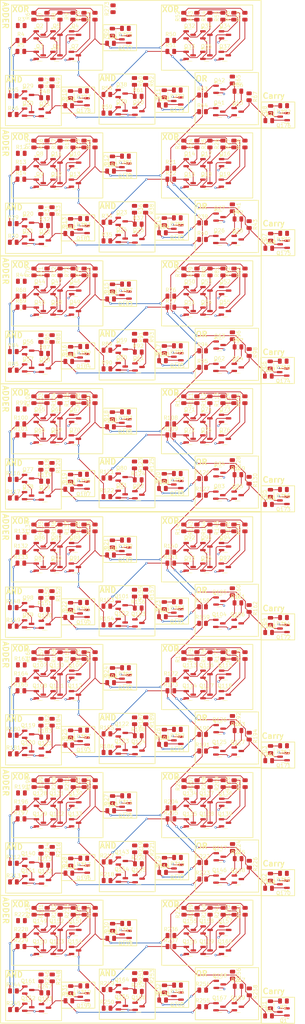
<source format=kicad_pcb>
(kicad_pcb (version 20240108) (generator "pcbnew") (generator_version "8.0")
  (layers (0 "F.Cu" signal) (31 "B.Cu" signal) (34 "B.Paste" user) (35 "F.Paste" user) (36 "B.SilkS" user "B.Silkscreen") (37 "F.SilkS" user "F.Silkscreen") (38 "B.Mask" user) (39 "F.Mask" user) (44 "Edge.Cuts" user))
  (net 0 "")
  (net 1 "Net-(D25-A)")
  (net 2 "Net-(D25-K)")
  (net 3 "/Adder2/XorGate2/Asig")
  (net 4 "GND")
  (net 5 "/Adder2/XorGate2/Bsig")
  (net 6 "Net-(D26-A)")
  (net 7 "Net-(D26-K)")
  (net 8 "Net-(Q4-C)")
  (net 9 "/Adder2/And Gate2/B")
  (net 10 "Net-(D27-A)")
  (net 11 "Net-(D27-K)")
  (net 12 "Net-(D28-A)")
  (net 13 "/Adder2/XorGate1/Asig")
  (net 14 "/Adder2/XorGate1/Bsig")
  (net 15 "Net-(D28-K)")
  (net 16 "Net-(D29-A)")
  (net 17 "Net-(Q10-C)")
  (net 18 "/SUM1")
  (net 19 "Net-(D29-K)")
  (net 20 "Net-(D30-K)")
  (net 21 "Net-(D30-A)")
  (net 22 "Net-(Q13-B)")
  (net 23 "Net-(D31-K)")
  (net 24 "/Adder2/And Gate3/OUT")
  (net 25 "Net-(D31-A)")
  (net 26 "Net-(D32-A)")
  (net 27 "Net-(Q16-B)")
  (net 28 "Net-(Q16-C)")
  (net 29 "Net-(D32-K)")
  (net 30 "/Adder2/And Gate2/OUT")
  (net 31 "Net-(Q1-B)")
  (net 32 "Net-(Q19-B)")
  (net 33 "Net-(Q2-C)")
  (net 34 "Net-(Q20-B)")
  (net 35 "/Cout1")
  (net 36 "Net-(Q21-B)")
  (net 37 "Net-(Q2-E)")
  (net 38 "/Adder3/XorGate2/Asig")
  (net 39 "Net-(Q4-B)")
  (net 40 "/Adder3/XorGate2/Bsig")
  (net 41 "Net-(Q5-C)")
  (net 42 "Net-(Q24-B)")
  (net 43 "Net-(Q7-B)")
  (net 44 "/Adder3/And Gate2/B")
  (net 45 "Net-(Q27-B)")
  (net 46 "/Adder3/XorGate1/Asig")
  (net 47 "Net-(Q8-C)")
  (net 48 "Net-(Q8-E)")
  (net 49 "/Adder3/XorGate1/Bsig")
  (net 50 "Net-(Q10-B)")
  (net 51 "Net-(Q30-B)")
  (net 52 "Net-(Q11-C)")
  (net 53 "Net-(Q14-E)")
  (net 54 "/SUM2")
  (net 55 "Net-(Q34-C)")
  (net 56 "Net-(Q34-B)")
  (net 57 "Net-(Q14-C)")
  (net 58 "Net-(Q17-C)")
  (net 59 "Net-(Q20-E)")
  (net 60 "/Adder3/And Gate3/OUT")
  (net 61 "Net-(Q20-C)")
  (net 62 "Net-(Q37-B)")
  (net 63 "Net-(Q22-B)")
  (net 64 "Net-(Q38-B)")
  (net 65 "/Adder3/And Gate2/OUT")
  (net 66 "Net-(Q39-B)")
  (net 67 "Net-(Q40-B)")
  (net 68 "Net-(Q23-E)")
  (net 69 "Net-(Q41-B)")
  (net 70 "Net-(Q42-B)")
  (net 71 "/Cout2")
  (net 72 "/Adder4/XorGate2/Asig")
  (net 73 "Net-(Q23-B)")
  (net 74 "Net-(Q23-C)")
  (net 75 "/Adder4/XorGate2/Bsig")
  (net 76 "Net-(Q25-B)")
  (net 77 "Net-(Q26-B)")
  (net 78 "Net-(Q46-C)")
  (net 79 "Net-(Q26-C)")
  (net 80 "/Adder4/And Gate2/B")
  (net 81 "/Adder4/XorGate1/Asig")
  (net 82 "Net-(Q28-B)")
  (net 83 "Net-(Q29-B)")
  (net 84 "/Adder4/XorGate1/Bsig")
  (net 85 "Net-(Q29-E)")
  (net 86 "Net-(Q29-C)")
  (net 87 "Net-(Q52-C)")
  (net 88 "/SUM3")
  (net 89 "Net-(Q31-B)")
  (net 90 "Net-(Q32-C)")
  (net 91 "Net-(Q32-E)")
  (net 92 "Net-(Q55-B)")
  (net 93 "Net-(Q56-B)")
  (net 94 "Net-(Q57-B)")
  (net 95 "/Adder4/And Gate3/OUT")
  (net 96 "Net-(Q35-C)")
  (net 97 "Net-(Q38-C)")
  (net 98 "Net-(Q58-B)")
  (net 99 "Net-(Q59-B)")
  (net 100 "Net-(Q60-B)")
  (net 101 "/Adder4/And Gate2/OUT")
  (net 102 "Net-(Q38-E)")
  (net 103 "Net-(Q61-B)")
  (net 104 "Net-(Q62-B)")
  (net 105 "/Cout3")
  (net 106 "Net-(Q63-B)")
  (net 107 "Net-(Q41-C)")
  (net 108 "/Adder5/XorGate2/Asig")
  (net 109 "Net-(Q43-B)")
  (net 110 "/Adder5/XorGate2/Bsig")
  (net 111 "Net-(Q44-E)")
  (net 112 "Net-(Q44-C)")
  (net 113 "Net-(Q67-C)")
  (net 114 "Net-(Q46-B)")
  (net 115 "/Adder5/And Gate2/B")
  (net 116 "Net-(Q47-C)")
  (net 117 "/Adder5/XorGate1/Asig")
  (net 118 "Net-(Q49-B)")
  (net 119 "/Adder5/XorGate1/Bsig")
  (net 120 "Net-(Q50-E)")
  (net 121 "Net-(Q50-C)")
  (net 122 "Net-(Q73-C)")
  (net 123 "Net-(Q52-B)")
  (net 124 "/SUM4")
  (net 125 "Net-(Q53-C)")
  (net 126 "Net-(Q56-C)")
  (net 127 "Net-(Q76-B)")
  (net 128 "Net-(Q77-B)")
  (net 129 "Net-(Q78-B)")
  (net 130 "/Adder5/And Gate3/OUT")
  (net 131 "Net-(Q56-E)")
  (net 132 "Net-(Q79-B)")
  (net 133 "Net-(Q59-E)")
  (net 134 "Net-(Q80-B)")
  (net 135 "Net-(Q81-B)")
  (net 136 "/Adder5/And Gate2/OUT")
  (net 137 "Net-(Q82-B)")
  (net 138 "Net-(Q59-C)")
  (net 139 "Net-(Q83-B)")
  (net 140 "Net-(Q84-B)")
  (net 141 "/Adder4/Cout")
  (net 142 "Net-(Q62-C)")
  (net 143 "/Adder6/XorGate2/Asig")
  (net 144 "Net-(Q64-B)")
  (net 145 "/Adder6/XorGate2/Bsig")
  (net 146 "Net-(Q65-E)")
  (net 147 "Net-(Q65-C)")
  (net 148 "Net-(Q88-C)")
  (net 149 "Net-(Q67-B)")
  (net 150 "/Adder6/And Gate2/B")
  (net 151 "/Adder6/XorGate1/Asig")
  (net 152 "Net-(Q68-C)")
  (net 153 "Net-(Q70-B)")
  (net 154 "/Adder6/XorGate1/Bsig")
  (net 155 "Net-(Q71-E)")
  (net 156 "Net-(Q71-C)")
  (net 157 "Net-(Q94-C)")
  (net 158 "Net-(Q73-B)")
  (net 159 "/SUM5")
  (net 160 "Net-(Q74-C)")
  (net 161 "Net-(Q97-B)")
  (net 162 "Net-(Q77-E)")
  (net 163 "Net-(Q98-B)")
  (net 164 "Net-(Q99-B)")
  (net 165 "/Adder6/And Gate3/OUT")
  (net 166 "Net-(Q100-B)")
  (net 167 "Net-(Q77-C)")
  (net 168 "Net-(Q80-C)")
  (net 169 "Net-(Q101-B)")
  (net 170 "Net-(Q102-B)")
  (net 171 "/Adder6/And Gate2/OUT")
  (net 172 "Net-(Q103-B)")
  (net 173 "Net-(Q80-E)")
  (net 174 "Net-(Q104-B)")
  (net 175 "Net-(Q105-B)")
  (net 176 "/Cout5")
  (net 177 "Net-(Q83-C)")
  (net 178 "/Adder7/XorGate2/Asig")
  (net 179 "Net-(Q85-B)")
  (net 180 "/Adder7/XorGate2/Bsig")
  (net 181 "Net-(Q86-E)")
  (net 182 "Net-(Q86-C)")
  (net 183 "Net-(Q109-C)")
  (net 184 "Net-(Q88-B)")
  (net 185 "/Adder7/And Gate2/B")
  (net 186 "Net-(Q89-C)")
  (net 187 "Net-(Q91-B)")
  (net 188 "/Adder7/XorGate1/Asig")
  (net 189 "/Adder7/XorGate1/Bsig")
  (net 190 "Net-(Q92-E)")
  (net 191 "Net-(Q92-C)")
  (net 192 "Net-(Q115-C)")
  (net 193 "Net-(Q94-B)")
  (net 194 "/SUM6")
  (net 195 "Net-(Q95-C)")
  (net 196 "Net-(Q118-B)")
  (net 197 "Net-(Q98-C)")
  (net 198 "Net-(Q119-B)")
  (net 199 "Net-(Q120-B)")
  (net 200 "/Adder7/And Gate3/OUT")
  (net 201 "Net-(Q121-B)")
  (net 202 "Net-(Q98-E)")
  (net 203 "Net-(Q101-E)")
  (net 204 "Net-(Q122-B)")
  (net 205 "Net-(Q123-B)")
  (net 206 "/Adder7/And Gate2/OUT")
  (net 207 "Net-(Q101-C)")
  (net 208 "Net-(Q124-B)")
  (net 209 "Net-(Q125-B)")
  (net 210 "Net-(Q126-B)")
  (net 211 "/Cout6")
  (net 212 "Net-(Q104-C)")
  (net 213 "Net-(Q106-B)")
  (net 214 "/Adder0/XorGate2/Asig")
  (net 215 "/Adder0/XorGate2/Bsig")
  (net 216 "Net-(Q107-C)")
  (net 217 "Net-(Q107-E)")
  (net 218 "Net-(Q130-C)")
  (net 219 "Net-(Q109-B)")
  (net 220 "/Adder0/And Gate2/B")
  (net 221 "Net-(Q110-C)")
  (net 222 "Net-(Q112-B)")
  (net 223 "/Adder0/XorGate1/Asig")
  (net 224 "/Adder0/XorGate1/Bsig")
  (net 225 "Net-(Q113-E)")
  (net 226 "Net-(Q113-C)")
  (net 227 "Net-(Q136-C)")
  (net 228 "Net-(Q115-B)")
  (net 229 "/SUM7")
  (net 230 "Net-(Q116-C)")
  (net 231 "Net-(Q119-C)")
  (net 232 "Net-(Q139-B)")
  (net 233 "Net-(Q140-B)")
  (net 234 "/Adder0/And Gate3/OUT")
  (net 235 "Net-(Q141-B)")
  (net 236 "Net-(Q119-E)")
  (net 237 "Net-(Q122-C)")
  (net 238 "Net-(Q142-B)")
  (net 239 "Net-(Q143-B)")
  (net 240 "/Adder0/And Gate2/OUT")
  (net 241 "Net-(Q144-B)")
  (net 242 "Net-(Q122-E)")
  (net 243 "Net-(Q145-B)")
  (net 244 "Net-(Q146-B)")
  (net 245 "/Cout7")
  (net 246 "Net-(Q147-B)")
  (net 247 "Net-(Q125-C)")
  (net 248 "/Adder1/XorGate2/Asig")
  (net 249 "Net-(Q127-B)")
  (net 250 "/Adder1/XorGate2/Bsig")
  (net 251 "Net-(Q128-C)")
  (net 252 "Net-(Q128-E)")
  (net 253 "Net-(Q151-C)")
  (net 254 "Net-(Q130-B)")
  (net 255 "/Adder1/And Gate2/B")
  (net 256 "Net-(Q154-B)")
  (net 257 "Net-(Q131-C)")
  (net 258 "Net-(Q133-B)")
  (net 259 "Net-(Q134-E)")
  (net 260 "Net-(Q134-C)")
  (net 261 "/Adder1/And Gate3/OUT")
  (net 262 "/Adder1/XorGate1/Asig")
  (net 263 "Net-(Q157-C)")
  (net 264 "Net-(Q136-B)")
  (net 265 "/Adder1/XorGate1/Bsig")
  (net 266 "Net-(Q137-C)")
  (net 267 "Net-(Q140-E)")
  (net 268 "Net-(Q140-C)")
  (net 269 "Net-(Q162-B)")
  (net 270 "/SUM0")
  (net 271 "Net-(Q143-E)")
  (net 272 "Net-(Q143-C)")
  (net 273 "Net-(Q163-B)")
  (net 274 "Net-(Q164-B)")
  (net 275 "/Adder1/And Gate2/OUT")
  (net 276 "Net-(Q165-B)")
  (net 277 "Net-(Q146-C)")
  (net 278 "Net-(Q166-B)")
  (net 279 "Net-(Q167-B)")
  (net 280 "Net-(Q168-B)")
  (net 281 "/Cout0")
  (net 282 "/A1")
  (net 283 "/B1")
  (net 284 "VCC")
  (net 285 "/A2")
  (net 286 "/B2")
  (net 287 "/A3")
  (net 288 "/B3")
  (net 289 "/A4")
  (net 290 "/B4")
  (net 291 "/A5")
  (net 292 "/B5")
  (net 293 "/A6")
  (net 294 "/B6")
  (net 295 "/A7")
  (net 296 "/B7")
  (net 297 "/A0")
  (net 298 "/B0")
  (net 299 "/Cin")
  (net 300 "Net-(Q148-B)")
  (net 301 "Net-(Q149-C)")
  (net 302 "Net-(Q149-E)")
  (net 303 "Net-(Q151-B)")
  (net 304 "Net-(Q152-C)")
  (net 305 "Net-(Q155-E)")
  (net 306 "Net-(Q155-C)")
  (net 307 "Net-(Q157-B)")
  (net 308 "Net-(Q158-C)")
  (net 309 "Net-(Q160-B)")
  (net 310 "Net-(Q161-E)")
  (net 311 "Net-(Q161-C)")
  (net 312 "Net-(Q161-B)")
  (net 313 "Net-(Q164-C)")
  (net 314 "Net-(Q164-E)")
  (net 315 "Net-(Q167-C)")
  (net 316 "Net-(Q193-B)")
  (net 317 "Net-(Q194-B)")
  (net 318 "Net-(D1-K)")
  (net 319 "Net-(D1-A)")
  (net 320 "Net-(D2-A)")
  (net 321 "Net-(D2-K)")
  (net 322 "Net-(D3-A)")
  (net 323 "Net-(D3-K)")
  (net 324 "Net-(D4-K)")
  (net 325 "Net-(D4-A)")
  (net 326 "Net-(D5-K)")
  (net 327 "Net-(D5-A)")
  (net 328 "Net-(D6-A)")
  (net 329 "Net-(D6-K)")
  (net 330 "Net-(D7-K)")
  (net 331 "Net-(D7-A)")
  (net 332 "Net-(D8-K)")
  (net 333 "Net-(D8-A)")
  (net 334 "Net-(D9-K)")
  (net 335 "Net-(D9-A)")
  (net 336 "Net-(D10-K)")
  (net 337 "Net-(D10-A)")
  (net 338 "Net-(D11-A)")
  (net 339 "Net-(D11-K)")
  (net 340 "Net-(D12-K)")
  (net 341 "Net-(D12-A)")
  (net 342 "Net-(D13-A)")
  (net 343 "Net-(D13-K)")
  (net 344 "Net-(D14-A)")
  (net 345 "Net-(D14-K)")
  (net 346 "Net-(D15-K)")
  (net 347 "Net-(D15-A)")
  (net 348 "Net-(D16-A)")
  (net 349 "Net-(D16-K)")
  (net 350 "Net-(D17-A)")
  (net 351 "Net-(D17-K)")
  (net 352 "Net-(D18-A)")
  (net 353 "Net-(D18-K)")
  (net 354 "Net-(D19-A)")
  (net 355 "Net-(D19-K)")
  (net 356 "Net-(D20-A)")
  (net 357 "Net-(D20-K)")
  (net 358 "Net-(D21-A)")
  (net 359 "Net-(D21-K)")
  (net 360 "Net-(D22-K)")
  (net 361 "Net-(D22-A)")
  (net 362 "Net-(D23-K)")
  (net 363 "Net-(D23-A)")
  (net 364 "Net-(D24-A)")
  (net 365 "Net-(D24-K)")
  (net 366 "Net-(Q169-B)")
  (net 367 "Net-(Q170-B)")
  (net 368 "Net-(Q171-B)")
  (net 369 "Net-(Q172-B)")
  (net 370 "Net-(Q173-B)")
  (net 371 "Net-(Q174-B)")
  (net 372 "Net-(Q175-B)")
  (net 373 "Net-(Q176-B)")
  (net 374 "Net-(Q177-B)")
  (net 375 "Net-(Q178-B)")
  (net 376 "Net-(Q179-B)")
  (net 377 "Net-(Q180-B)")
  (net 378 "Net-(Q181-B)")
  (net 379 "Net-(Q182-B)")
  (net 380 "Net-(Q183-B)")
  (net 381 "Net-(Q184-B)")
  (net 382 "Net-(Q185-B)")
  (net 383 "Net-(Q186-B)")
  (net 384 "Net-(Q187-B)")
  (net 385 "Net-(Q188-B)")
  (net 386 "Net-(Q189-B)")
  (net 387 "Net-(Q190-B)")
  (net 388 "Net-(Q191-B)")
  (net 389 "Net-(Q192-B)")
  (net 390 "Net-(Q195-B)")
  (net 391 "Net-(Q196-B)")
  (net 392 "Net-(Q197-B)")
  (net 393 "Net-(Q198-B)")
  (net 394 "Net-(Q199-B)")
  (net 395 "Net-(Q200-B)")
  (footprint "Resistor_SMD:R_0805_2012Metric" (layer "F.Cu") (at 83.75455 134.660264)
    (property "Reference" "R108")
    (property "Value" "1k")
  )
  (footprint "Package_TO_SOT_SMD:SOT-23" (layer "F.Cu") (at 48.591771 207.314328)
    (property "Reference" "Q108")
    (property "Value" "NPN Transistor")
  )
  (footprint "Resistor_SMD:R_0805_2012Metric" (layer "F.Cu") (at 74.029271 214.314328 -90)
    (property "Reference" "R187")
    (property "Value" "2.1k")
  )
  (footprint "Resistor_SMD:R_0805_2012Metric" (layer "F.Cu") (at 103.65455 128.160264 90)
    (property "Reference" "R115")
    (property "Value" "2.7k")
  )
  (footprint "Resistor_SMD:R_0805_2012Metric" (layer "F.Cu") (at 114.01875 186.6125 180)
    (property "Reference" "R264")
    (property "Value" "200" (hide yes))
  )
  (footprint "Resistor_SMD:R_0805_2012Metric" (layer "F.Cu") (at 56.33469 152.171587)
    (property "Reference" "R294")
    (property "Value" "42k" (hide yes))
  )
  (footprint "Resistor_SMD:R_0805_2012Metric" (layer "F.Cu") (at 60.479271 196.814328 90)
    (property "Reference" "R170")
    (property "Value" "39k")
  )
  (footprint "Resistor_SMD:R_0805_2012Metric" (layer "F.Cu") (at 83.756496 172.011344)
    (property "Reference" "R141")
    (property "Value" "1k")
  )
  (footprint "Package_TO_SOT_SMD:SOT-23" (layer "F.Cu") (at 58.091771 201.814328)
    (property "Reference" "Q109")
    (property "Value" "NPN Transistor")
  )
  (footprint "Package_TO_SOT_SMD:SOT-23" (layer "F.Cu") (at 101.769876 256.795292)
    (property "Reference" "Q148")
    (property "Value" "NPN Transistor")
  )
  (footprint "Resistor_SMD:R_0805_2012Metric" (layer "F.Cu") (at 41.450409 46.621313)
    (property "Reference" "R45")
    (property "Value" "42k")
  )
  (footprint "Package_TO_SOT_SMD:SOT-23" (layer "F.Cu") (at 98.371402 236.184318)
    (property "Reference" "Q136")
    (property "Value" "NPN Transistor")
  )
  (footprint "Package_TO_SOT_SMD:SOT-23" (layer "F.Cu") (at 53.121402 270.434318)
    (property "Reference" "Q152")
    (property "Value" "NPN Transistor")
  )
  (footprint "Resistor_SMD:R_0805_2012Metric" (layer "F.Cu") (at 94.25 25.25 90)
    (property "Reference" "R54")
    (property "Value" "2.7k")
  )
  (footprint "LED_SMD:LED_0805_2012Metric" (layer "F.Cu") (at 110.5 290.5 90)
    (property "Reference" "D1")
    (property "Value" "Red LED")
  )
  (footprint "LED_SMD:LED_0805_2012Metric" (layer "F.Cu") (at 110.5 256.25 90)
    (property "Reference" "D2")
    (property "Value" "Red LED")
  )
  (footprint "Resistor_SMD:R_0805_2012Metric" (layer "F.Cu") (at 71.591771 200.076828 180)
    (property "Reference" "R305")
    (property "Value" "200" (hide yes))
  )
  (footprint "Resistor_SMD:R_0805_2012Metric" (layer "F.Cu") (at 60.336636 182.572667 180)
    (property "Reference" "R301")
    (property "Value" "200" (hide yes))
  )
  (footprint "Package_TO_SOT_SMD:SOT-23" (layer "F.Cu") (at 45.484311 256.930631)
    (property "Reference" "Q141")
    (property "Value" "NPN Transistor")
  )
  (footprint "Resistor_SMD:R_0805_2012Metric" (layer "F.Cu") (at 87.260955 59.543291 90)
    (property "Reference" "R23")
    (property "Value" "2.1k")
  )
  (footprint "Package_TO_SOT_SMD:SOT-23" (layer "F.Cu") (at 93.3125 30.25)
    (property "Reference" "Q35")
    (property "Value" "NPN Transistor")
  )
  (footprint "LED_SMD:LED_0805_2012Metric" (layer "F.Cu") (at 110.51875 187.6125 90)
    (property "Reference" "D4")
    (property "Value" "Red LED")
  )
  (footprint "Resistor_SMD:R_0805_2012Metric" (layer "F.Cu") (at 77.029271 214.314328 -90)
    (property "Reference" "R189")
    (property "Value" "2.7k")
  )
  (footprint "Package_TO_SOT_SMD:SOT-23" (layer "F.Cu") (at 53.089001 98.873128)
    (property "Reference" "Q47")
    (property "Value" "NPN Transistor")
  )
  (footprint "Resistor_SMD:R_0805_2012Metric" (layer "F.Cu") (at 94.308902 265.434318 90)
    (property "Reference" "R240")
    (property "Value" "2.7k")
  )
  (footprint "Package_TO_SOT_SMD:SOT-23" (layer "F.Cu") (at 114 292.4375 180)
    (property "Reference" "Q1")
    (property "Value" "NPN Transistor")
  )
  (footprint "Resistor_SMD:R_0805_2012Metric" (layer "F.Cu") (at 43.529271 206.264328)
    (property "Reference" "R165")
    (property "Value" "1k")
  )
  (footprint "Resistor_SMD:R_0805_2012Metric" (layer "F.Cu") (at 43.608455 62.043291)
    (property "Reference" "R12")
    (property "Value" "R")
  )
  (footprint "Resistor_SMD:R_0805_2012Metric" (layer "F.Cu") (at 92.332376 256.795292)
    (property "Reference" "R223")
    (property "Value" "42k")
  )
  (footprint "Resistor_SMD:R_0805_2012Metric" (layer "F.Cu") (at 66.614001 119.873128)
    (property "Reference" "R90")
    (property "Value" "42k")
  )
  (footprint "Resistor_SMD:R_0805_2012Metric" (layer "F.Cu") (at 43.656402 233.684318)
    (property "Reference" "R195")
    (property "Value" "R")
  )
  (footprint "Package_TO_SOT_SMD:SOT-23" (layer "F.Cu") (at 60.389042 288.383141 180)
    (property "Reference" "Q199")
    (property "Value" "NPN Transistor")
  )
  (footprint "Package_TO_SOT_SMD:SOT-23" (layer "F.Cu") (at 93.31705 138.660264)
    (property "Reference" "Q75")
    (property "Value" "NPN Transistor")
  )
  (footprint "Package_TO_SOT_SMD:SOT-23" (layer "F.Cu") (at 98.318996 167.561344)
    (property "Reference" "Q94")
    (property "Value" "NPN Transistor")
  )
  (footprint "Package_TO_SOT_SMD:SOT-23" (layer "F.Cu") (at 48.5625 30.25)
    (property "Reference" "Q2")
    (property "Value" "NPN Transistor")
  )
  (footprint "Package_TO_SOT_SMD:SOT-23" (layer "F.Cu") (at 53.068996 173.061344)
    (property "Reference" "Q90")
    (property "Value" "NPN Transistor")
  )
  (footprint "Resistor_SMD:R_0805_2012Metric" (layer "F.Cu") (at 60.460955 59.543291 90)
    (property "Reference" "R19")
    (property "Value" "39k")
  )
  (footprint "Resistor_SMD:R_0805_2012Metric" (layer "F.Cu") (at 43.60205 130.660264)
    (property "Reference" "R99")
    (property "Value" "R")
  )
  (footprint "Resistor_SMD:R_0805_2012Metric" (layer "F.Cu") (at 110.0375 225.0125)
    (property "Reference" "R261")
    (property "Value" "42k" (hide yes))
  )
  (footprint "Resistor_SMD:R_0805_2012Metric" (layer "F.Cu") (at 71.573455 62.805791 180)
    (property "Reference" "R281")
    (property "Value" "200" (hide yes))
  )
  (footprint "Resistor_SMD:R_0805_2012Metric" (layer "F.Cu") (at 43.624001 96.373128)
    (property "Reference" "R44")
    (property "Value" "R")
  )
  (footprint "Resistor_SMD:R_0805_2012Metric" (layer "F.Cu") (at 83.779271 203.314328)
    (property "Reference" "R172")
    (property "Value" "1k")
  )
  (footprint "Resistor_SMD:R_0805_2012Metric" (layer "F.Cu") (at 81.5 49.0625)
    (property "Reference" "R278")
    (property "Value" "42k" (hide yes))
  )
  (footprint "Resistor_SMD:R_0805_2012Metric" (layer "F.Cu") (at 66.5875 51.25)
    (property "Reference" "R59")
    (property "Value" "42k")
  )
  (footprint "Resistor_SMD:R_0805_2012Metric" (layer "F.Cu") (at 71.5625 28.5125 180)
    (property "Reference" "R275")
    (property "Value" "200" (hide yes))
  )
  (footprint "Package_TO_SOT_SMD:SOT-23" (layer "F.Cu") (at 96.802745 222.425302)
    (property "Reference" "Q125")
    (property "Value" "NPN Transistor")
  )
  (footprint "Resistor_SMD:R_0805_2012Metric" (layer "F.Cu") (at 43.510955 68.993291)
    (property "Reference" "R14")
    (property "Value" "1k")
  )
  (footprint "Resistor_SMD:R_0805_2012Metric" (layer "F.Cu") (at 54.058902 265.434318 90)
    (property "Reference" "R232")
    (property "Value" "2.7k")
  )
  (footprint "Resistor_SMD:R_0805_2012Metric" (layer "F.Cu") (at 57.558902 231.184318 90)
    (property "Reference" "R201")
    (property "Value" "2.1k")
  )
  (footprint "Resistor_SMD:R_0805_2012Metric" (layer "F.Cu") (at 75.00455 149.660264)
    (property "Reference" "R124")
    (property "Value" "39k")
  )
  (footprint "Resistor_SMD:R_0805_2012Metric" (layer "F.Cu") (at 81.506496 186.373844)
    (property "Reference" "R302")
    (property "Value" "42k" (hide yes))
  )
  (footprint "Resistor_SMD:R_0805_2012Metric" (layer "F.Cu") (at 63.458902 231.184318 90)
    (property "Reference" "R203")
    (property "Value" "2.7k")
  )
  (footprint "Package_TO_SOT_SMD:SOT-23" (layer "F.Cu") (at 49.929959 154.031577)
    (property "Reference" "Q79")
    (property "Value" "NPN Transistor")
  )
  (footprint "Package_TO_SOT_SMD:SOT-23" (layer "F.Cu") (at 58.010955 70.043291)
    (property "Reference" "Q13")
    (property "Value" "NPN Transistor")
  )
  (footprint "Resistor_SMD:R_0805_2012Metric" (layer "F.Cu") (at 66.598455 85.543291)
    (property "Reference" "R35")
    (property "Value" "42k")
  )
  (footprint "Package_TO_SOT_SMD:SOT-23" (layer "F.Cu") (at 88.81705 138.660264)
    (property "Reference" "Q72")
    (property "Value" "NPN Transistor")
  )
  (footprint "Resistor_SMD:R_0805_2012Metric" (layer "F.Cu") (at 92.278024 153.771238)
    (property "Reference" "R127")
    (property "Value" "42k")
  )
  (footprint "Package_TO_SOT_SMD:SOT-23" (layer "F.Cu") (at 70.591771 217.564328)
    (property "Reference" "Q122")
    (property "Value" "NPN Transistor")
  )
  (footprint "Resistor_SMD:R_0805_2012Metric" (layer "F.Cu") (at 63.458902 265.434318 90)
    (property "Reference" "R235")
    (property "Value" "2.7k")
  )
  (footprint "Package_TO_SOT_SMD:SOT-23" (layer "F.Cu") (at 93.371402 236.184318)
    (property "Reference" "Q137")
    (property "Value" "NPN Transistor")
  )
  (footprint "Resistor_SMD:R_0805_2012Metric" (layer "F.Cu") (at 81.510955 83.355791)
    (property "Reference" "R284")
    (property "Value" "42k" (hide yes))
  )
  (footprint "Package_TO_SOT_SMD:SOT-23" (layer "F.Cu") (at 88.823455 70.043291)
    (property "Reference" "Q15")
    (property "Value" "NPN Transistor")
  )
  (footprint "Resistor_SMD:R_0805_2012Metric" (layer "F.Cu") (at 75.010955 81.043291)
    (property "Reference" "R37")
    (property "Value" "39k")
  )
  (footprint "Resistor_SMD:R_0805_2012Metric" (layer "F.Cu") (at 71.568996 165.823844 180)
    (property "Reference" "R299")
    (property "Value" "200" (hide yes))
  )
  (footprint "Package_TO_SOT_SMD:SOT-23" (layer "F.Cu") (at 88.871402 236.184318)
    (property "Reference" "Q134")
    (property "Value" "NPN Transistor")
  )
  (footprint "Package_TO_SOT_SMD:SOT-23" (layer "F.Cu") (at 53.0625 30.25)
    (property "Reference" "Q5")
    (property "Value" "NPN Transistor")
  )
  (footprint "Resistor_SMD:R_0805_2012Metric" (layer "F.Cu") (at 114 289.5 180)
    (property "Reference" "R2")
    (property "Value" "200" (hide yes))
  )
  (footprint "Resistor_SMD:R_0805_2012Metric" (layer "F.Cu") (at 104.778024 149.771238 -90)
    (property "Reference" "R130")
    (property "Value" "2.7k")
  )
  (footprint "Package_TO_SOT_SMD:SOT-23" (layer "F.Cu") (at 70.589001 119.248128)
    (property "Reference" "Q60")
    (property "Value" "NPN Transistor")
  )
  (footprint "Resistor_SMD:R_0805_2012Metric" (layer "F.Cu") (at 75.058902 286.934318)
    (property "Reference" "R252")
    (property "Value" "39k")
  )
  (footprint "Package_TO_SOT_SMD:SOT-23" (layer "F.Cu") (at 48.621402 270.434318)
    (property "Reference" "Q149")
    (property "Value" "NPN Transistor")
  )
  (footprint "Package_TO_SOT_SMD:SOT-23" (layer "F.Cu") (at 88.8125 35.75)
    (property "Reference" "Q33")
    (property "Value" "NPN Transistor")
  )
  (footprint "Resistor_SMD:R_0805_2012Metric" (layer "F.Cu") (at 110.0625 53.2625)
    (property "Reference" "R271")
    (property "Value" "42k" (hide yes))
  )
  (footprint "Package_TO_SOT_SMD:SOT-23" (layer "F.Cu") (at 58 35.75)
    (property "Reference" "Q7")
    (property "Value" "NPN Transistor")
  )
  (footprint "Package_TO_SOT_SMD:SOT-23" (layer "F.Cu") (at 53.0625 35.75)
    (property "Reference" "Q6")
    (property "Value" "NPN Transistor")
  )
  (footprint "Package_TO_SOT_SMD:SOT-23" (layer "F.Cu") (at 93.341771 207.314328)
    (property "Reference" "Q117")
    (property "Value" "NPN Transistor")
  )
  (footprint "Resistor_SMD:R_0805_2012Metric" (layer "F.Cu") (at 100.27997 179.672318 -90)
    (property "Reference" "R160")
    (property "Value" "2.7k")
  )
  (footprint "Resistor_SMD:R_0805_2012Metric" (layer "F.Cu") (at 66.616771 217.814328)
    (property "Reference" "R185")
    (property "Value" "42k")
  )
  (footprint "Package_TO_SOT_SMD:SOT-23" (layer "F.Cu") (at 70.5625 50.625)
    (property "Reference" "Q39")
    (property "Value" "NPN Transistor")
  )
  (footprint "Resistor_SMD:R_0805_2012Metric" (layer "F.Cu") (at 49.862909 47.121313)
    (property "Reference" "R48")
    (property "Value" "39k")
  )
  (footprint "Resistor_SMD:R_0805_2012Metric" (layer "F.Cu") (at 54.00455 128.160264 90)
    (property "Reference" "R104")
    (property "Value" "2.7k")
  )
  (footprint "Package_TO_SOT_SMD:SOT-23" (layer "F.Cu") (at 53.068996 167.561344)
    (property "Reference" "Q89")
    (property "Value" "NPN Transistor")
  )
  (footprint "Resistor_SMD:R_0805_2012Metric" (layer "F.Cu") (at 90.808902 265.434318 90)
    (property "Reference" "R239")
    (property "Value" "1k")
  )
  (footprint "Package_TO_SOT_SMD:SOT-23" (layer "F.Cu") (at 45.425409 46.371313)
    (property "Reference" "Q29")
    (property "Value" "NPN Transistor")
  )
  (footprint "Package_TO_SOT_SMD:SOT-23" (layer "F.Cu") (at 71.591771 203.014328 180)
    (property "Reference" "Q192")
    (property "Value" "NPN Transistor")
  )
  (footprint "Resistor_SMD:R_0805_2012Metric" (layer "F.Cu") (at 60.341095 79.554614 180)
    (property "Reference" "R283")
    (property "Value" "200" (hide yes))
  )
  (footprint "Resistor_SMD:R_0805_2012Metric" (layer "F.Cu") (at 83.808902 237.684318)
    (property "Reference" "R204")
    (property "Value" "1k")
  )
  (footprint "Resistor_SMD:R_0805_2012Metric" (layer "F.Cu") (at 92.273474 46.410974)
    (property "Reference" "R63")
    (property "Value" "42k")
  )
  (footprint "Resistor_SMD:R_0805_2012Metric" (layer "F.Cu") (at 83.75 34.7)
    (property "Reference" "R51")
    (property "Value" "1k")
  )
  (footprint "Resistor_SMD:R_0805_2012Metric" (layer "F.Cu") (at 103.679271 196.814328 90)
    (property "Reference" "R179")
    (property "Value" "2.7k")
  )
  (footprint "Package_TO_SOT_SMD:SOT-23" (layer "F.Cu") (at 45.429959 153.906577)
    (property "Reference" "Q78")
    (property "Value" "NPN Transistor")
  )
  (footprint "Resistor_SMD:R_0805_2012Metric" (layer "F.Cu") (at 63.426501 93.873128 90)
    (property "Reference" "R75")
    (property "Value" "2.7k")
  )
  (footprint "Resistor_SMD:R_0805_2012Metric" (layer "F.Cu") (at 67.56705 135.422764)
    (property "Reference" "R292")
    (property "Value" "42k" (hide yes))
  )
  (footprint "Resistor_SMD:R_0805_2012Metric" (layer "F.Cu") (at 100.332376 282.545292 -90)
    (property "Reference" "R256")
    (property "Value" "2.7k")
  )
  (footprint "Resistor_SMD:R_0805_2012Metric" (layer "F.Cu") (at 114 255.25 180)
    (property "Reference" "R260")
    (property "Value" "200" (hide yes))
  )
  (footprint "Package_TO_SOT_SMD:SOT-23" (layer "F.Cu") (at 70.573455 84.918291)
    (property "Reference" "Q24")
    (property "Value" "NPN Transistor")
  )
  (footprint "Package_TO_SOT_SMD:SOT-23" (layer "F.Cu") (at 45.484311 291.180631)
    (property "Reference" "Q162")
    (property "Value" "NPN Transistor")
  )
  (footprint "Resistor_SMD:R_0805_2012Metric" (layer "F.Cu") (at 66.593996 188.561344)
    (property "Reference" "R154")
    (property "Value" "42k")
  )
  (footprint "Package_TO_SOT_SMD:SOT-23" (layer "F.Cu") (at 93.3125 35.75)
    (property "Reference" "Q36")
    (property "Value" "NPN Transistor")
  )
  (footprint "Package_TO_SOT_SMD:SOT-23" (layer "F.Cu") (at 48.568996 167.561344)
    (property "Reference" "Q86")
    (property "Value" "NPN Transistor")
  )
  (footprint "Resistor_SMD:R_0805_2012Metric" (layer "F.Cu") (at 103.65 25.25 90)
    (property "Reference" "R57")
    (property "Value" "2.7k")
  )
  (footprint "Resistor_SMD:R_0805_2012Metric" (layer "F.Cu") (at 60.359411 216.825651 180)
    (property "Reference" "R307")
    (property "Value" "200" (hide yes))
  )
  (footprint "Package_TO_SOT_SMD:SOT-23" (layer "F.Cu") (at 96.832376 256.795292)
    (property "Reference" "Q146")
    (property "Value" "NPN Transistor")
  )
  (footprint "LED_SMD:LED_0805_2012Metric" (layer "F.Cu") (at 82.026501 114.685628 90)
    (property "Reference" "D17")
    (property "Value" "Red LED")
  )
  (footprint "Resistor_SMD:R_0805_2012Metric" (layer "F.Cu") (at 97.808902 231.184318 90)
    (property "Reference" "R209")
    (property "Value" "2.1k")
  )
  (footprint "Resistor_SMD:R_0805_2012Metric" (layer "F.Cu") (at 48.921811 249.055631 -90)
    (property "Reference" "R214")
    (property "Value" "2.1k")
  )
  (footprint "Package_TO_SOT_SMD:SOT-23" (layer "F.Cu") (at 70.568996 187.936344)
    (property "Reference" "Q102")
    (property "Value" "NPN Transistor")
  )
  (footprint "Resistor_SMD:R_0805_2012Metric" (layer "F.Cu") (at 41.47691 120.244441)
    (property "Reference" "R85")
    (property "Value" "42k")
  )
  (footprint "Resistor_SMD:R_0805_2012Metric" (layer "F.Cu") (at 57.50455 128.160264 90)
    (property "Reference" "R105")
    (property "Value" "2.1k")
  )
  (footprint "Resistor_SMD:R_0805_2012Metric" (layer "F.Cu") (at 92.302745 222.425302)
    (property "Reference" "R191")
    (property "Value" "42k")
  )
  (footprint "Resistor_SMD:R_0805_2012Metric" (layer "F.Cu") (at 90.808902 231.184318 90)
    (property "Reference" "R207")
    (property "Value" "1k")
  )
  (footprint "Package_TO_SOT_SMD:SOT-23" (layer "F.Cu") (at 101.71747 188.172318)
    (property "Reference" "Q106")
    (property "Value" "NPN Transistor")
  )
  (footprint "Resistor_SMD:R_0805_2012Metric" (layer "F.Cu") (at 41.461364 85.914604)
    (property "Reference" "R30")
    (property "Value" "42k")
  )
  (footprint "Resistor_SMD:R_0805_2012Metric" (layer "F.Cu") (at 60.33014 45.261323 180)
    (property "Reference" "R277")
    (property "Value" "200" (hide yes))
  )
  (footprint "Package_TO_SOT_SMD:SOT-23" (layer "F.Cu") (at 96.773474 50.860974)
    (property "Reference" "Q41")
    (property "Value" "NPN Transistor")
  )
  (footprint "Resistor_SMD:R_0805_2012Metric" (layer "F.Cu") (at 43.558902 240.634318)
    (property "Reference" "R197")
    (property "Value" "1k")
  )
  (footprint "Package_TO_SOT_SMD:SOT-23" (layer "F.Cu") (at 88.8125 30.25)
    (property "Reference" "Q32")
    (property "Value" "NPN Transistor")
  )
  (footprint "Package_TO_SOT_SMD:SOT-23" (layer "F.Cu") (at 93.31705 133.160264)
    (property "Reference" "Q74")
    (property "Value" "NPN Transistor")
  )
  (footprint "Resistor_SMD:R_0805_2012Metric" (layer "F.Cu") (at 56.389042 255.195641)
    (property "Reference" "R312")
    (property "Value" "42k" (hide yes))
  )
  (footprint "Package_TO_SOT_SMD:SOT-23" (layer "F.Cu") (at 70.568996 183.311344)
    (property "Reference" "Q101")
    (property "Value" "NPN Transistor")
  )
  (footprint "Resistor_SMD:R_0805_2012Metric" (layer "F.Cu") (at 92.27997 188.172318)
    (property "Reference" "R159")
    (property "Value" "42k")
  )
  (footprint "Resistor_SMD:R_0805_2012Metric" (layer "F.Cu") (at 67.591771 204.076828)
    (property "Reference" "R304")
    (property "Value" "42k" (hide yes))
  )
  (footprint "Resistor_SMD:R_0805_2012Metric" (layer "F.Cu") (at 101.799975 113.984102)
    (property "Reference" "R97")
    (property "Value" "39k")
  )
  (footprint "Resistor_SMD:R_0805_2012Metric" (layer "F.Cu") (at 48.88941 111.744441 -90)
    (property "Reference" "R86")
    (property "Value" "2.1k")
  )
  (footprint "Resistor_SMD:R_0805_2012Metric" (layer "F.Cu") (at 41.454959 154.531577)
    (property "Reference" "R117")
    (property "Value" "42k")
  )
  (footprint "Resistor_SMD:R_0805_2012Metric" (layer "F.Cu") (at 63.429271 196.814328 90)
    (property "Reference" "R171")
    (property "Value" "2.7k")
  )
  (footprint "Package_TO_SOT_SMD:SOT-23" (layer "F.Cu") (at 48.621402 236.184318)
    (property "Reference" "Q128")
    (property "Value" "NPN Transistor")
  )
  (footprint "Package_TO_SOT_SMD:SOT-23" (layer "F.Cu") (at 48.573455 70.043291)
    (property "Reference" "Q9")
    (property "Value" "NPN Transistor")
  )
  (footprint "Resistor_SMD:R_0805_2012Metric" (layer "F.Cu") (at 81.50455 151.972764)
    (property "Reference" "R296")
    (property "Value" "42k" (hide yes))
  )
  (footprint "Resistor_SMD:R_0805_2012Metric" (layer "F.Cu") (at 49.869405 184.432657)
    (property "Reference" "R151")
    (property "Value" "39k")
  )
  (footprint "Package_TO_SOT_SMD:SOT-23" (layer "F.Cu") (at 53.091771 207.314328)
    (property "Reference" "Q111")
    (property "Value" "NPN Transistor")
  )
  (footprint "Resistor_SMD:R_0805_2012Metric" (layer "F.Cu") (at 100.710955 59.543291 90)
    (property "Reference" "R27")
    (property "Value" "39k")
  )
  (footprint "LED_SMD:LED_0805_2012Metric" (layer "F.Cu") (at 110.5 153.25 90)
    (property "Reference" "D5")
    (property "Value" "Red LED")
  )
  (footprint "Resistor_SMD:R_0805_2012Metric" (layer "F.Cu") (at 71.621402 234.446818 180)
    (property "Reference" "R311")
    (property "Value" "200" (hide yes))
  )
  (footprint "LED_SMD:LED_0805_2012Metric" (layer "F.Cu") (at 82.058902 251.996818 90)
    (property "Reference" "D29")
    (property "Value" "Red LED")
  )
  (footprint "Resistor_SMD:R_0805_2012Metric" (layer "F.Cu") (at 66.616771 222.814328)
    (property "Reference" "R186")
    (property "Value" "42k")
  )
  (footprint "Resistor_SMD:R_0805_2012Metric" (layer "F.Cu") (at 87.276501 93.873128 90)
    (property "Reference" "R78")
    (property "Value" "2.1k")
  )
  (footprint "Package_TO_SOT_SMD:SOT-23" (layer "F.Cu") (at 96.77997 188.172318)
    (property "Reference" "Q104")
    (property "Value" "NPN Transistor")
  )
  (footprint "Package_TO_SOT_SMD:SOT-23" (layer "F.Cu") (at 85.506496 185.311344 180)
    (property "Reference" "Q191")
    (property "Value" "NPN Transistor")
  )
  (footprint "Resistor_SMD:R_0805_2012Metric" (layer "F.Cu") (at 101.77997 182.672318)
    (property "Reference" "R161")
    (property "Value" "39k")
  )
  (footprint "Resistor_SMD:R_0805_2012Metric" (layer "F.Cu") (at 66.614001 114.873128)
    (property "Reference" "R89")
    (property "Value" "42k")
  )
  (footprint "Resistor_SMD:R_0805_2012Metric" (layer "F.Cu") (at 100.758902 265.434318 90)
    (property "Reference" "R242")
    (property "Value" "39k")
  )
  (footprint "Package_TO_SOT_SMD:SOT-23" (layer "F.Cu") (at 53.073455 70.043291)
    (property "Reference" "Q12")
    (property "Value" "NPN Transistor")
  )
  (footprint "Resistor_SMD:R_0805_2012Metric" (layer "F.Cu") (at 92.284429 80.704265)
    (property "Reference" "R39")
    (property "Value" "42k")
  )
  (footprint "Resistor_SMD:R_0805_2012Metric" (layer "F.Cu") (at 104.773474 46.860974 -90)
    (property "Reference" "R67")
    (property "Value" "2.7k")
  )
  (footprint "Resistor_SMD:R_0805_2012Metric" (layer "F.Cu") (at 67.589001 101.135628)
    (property "Reference" "R286")
    (property "Value" "42k" (hide yes))
  )
  (footprint "Package_TO_SOT_SMD:SOT-23" (layer "F.Cu") (at 71.568996 168.761344 180)
    (property "Reference" "Q189")
    (property "Value" "NPN Transistor")
  )
  (footprint "LED_SMD:LED_0805_2012Metric" (layer "F.Cu") (at 68.121402 269.696818 90)
    (property "Reference" "D30")
    (property "Value" "Red LED")
  )
  (footprint "Resistor_SMD:R_0805_2012Metric" (layer "F.Cu") (at 60.389042 285.445641 180)
    (property "Reference" "R319")
    (property "Value" "200" (hide yes))
  )
  (footprint "Package_TO_SOT_SMD:SOT-23" (layer "F.Cu") (at 98.260955 70.043291)
    (property "Reference" "Q19")
    (property "Value" "NPN Transistor")
  )
  (footprint "Package_TO_SOT_SMD:SOT-23" (layer "F.Cu") (at 71.56705 134.360264 180)
    (property "Reference" "Q186")
    (property "Value" "NPN Transistor")
  )
  (footprint "Package_TO_SOT_SMD:SOT-23" (layer "F.Cu") (at 96.778024 153.771238)
    (property "Reference" "Q83")
    (property "Value" "NPN Transistor")
  )
  (footprint "Package_TO_SOT_SMD:SOT-23" (layer "F.Cu") (at 114 155.1875 180)
    (property "Reference" "Q173")
    (property "Value" "NPN Transistor")
  )
  (footprint "Resistor_SMD:R_0805_2012Metric" (layer "F.Cu") (at 41.454959 149.531577)
    (property "Reference" "R116")
    (property "Value" "42k")
  )
  (footprint "Resistor_SMD:R_0805_2012Metric" (layer "F.Cu") (at 100.726501 93.873128 90)
    (property "Reference" "R82")
    (property "Value" "39k")
  )
  (footprint "Resistor_SMD:R_0805_2012Metric" (layer "F.Cu") (at 83.756496 169.061344)
    (property "Reference" "R140")
    (property "Value" "1k")
  )
  (footprint "Package_TO_SOT_SMD:SOT-23" (layer "F.Cu") (at 96.865245 216.425302)
    (property "Reference" "Q126")
    (property "Value" "NPN Transistor")
  )
  (footprint "Package_TO_SOT_SMD:SOT-23" (layer "F.Cu") (at 93.341771 201.814328)
    (property "Reference" "Q116")
    (property "Value" "NPN Transistor")
  )
  (footprint "Package_TO_SOT_SMD:SOT-23" (layer "F.Cu") (at 70.573455 80.293291)
    (property "Reference" "Q23")
    (property "Value" "NPN Transistor")
  )
  (footprint "Resistor_SMD:R_0805_2012Metric" (layer "F.Cu") (at 97.808902 265.434318 90)
    (property "Reference" "R241")
    (property "Value" "2.1k")
  )
  (footprint "Package_TO_SOT_SMD:SOT-23" (layer "F.Cu") (at 58.00455 138.660264)
    (property "Reference" "Q70")
    (property "Value" "NPN Transistor")
  )
  (footprint "LED_SMD:LED_0805_2012Metric" (layer "F.Cu") (at 82.029271 217.626828 90)
    (property "Reference" "D26")
    (property "Value" "Red LED")
  )
  (footprint "Resistor_SMD:R_0805_2012Metric" (layer "F.Cu") (at 83.808902 271.934318)
    (property "Reference" "R236")
    (property "Value" "1k")
  )
  (footprint "Resistor_SMD:R_0805_2012Metric" (layer "F.Cu") (at 77 42.75 -90)
    (property "Reference" "R62")
    (property "Value" "2.7k")
  )
  (footprint "Resistor_SMD:R_0805_2012Metric" (layer "F.Cu") (at 92.332376 252.345292)
    (property "Reference" "R222")
    (property "Value" "42k")
  )
  (footprint "Resistor_SMD:R_0805_2012Metric" (layer "F.Cu") (at 101.802745 216.925302)
    (property "Reference" "R193")
    (property "Value" "39k")
  )
  (footprint "Package_TO_SOT_SMD:SOT-23" (layer "F.Cu") (at 114.0375 223.95 180)
    (property "Reference" "Q171")
    (property "Value" "NPN Transistor")
  )
  (footprint "Package_TO_SOT_SMD:SOT-23" (layer "F.Cu") (at 60.341095 82.492114 180)
    (property "Reference" "Q181")
    (property "Value" "NPN Transistor")
  )
  (footprint "Resistor_SMD:R_0805_2012Metric" (layer "F.Cu") (at 57.5 25.25 90)
    (property "Reference" "R9")
    (property "Value" "2.1k")
  )
  (footprint "Resistor_SMD:R_0805_2012Metric" (layer "F.Cu") (at 48.867459 146.031577 -90)
    (property "Reference" "R118")
    (property "Value" "2.1k")
  )
  (footprint "Package_TO_SOT_SMD:SOT-23" (layer "F.Cu") (at 93.371402 241.684318)
    (property "Reference" "Q138")
    (property "Value" "NPN Transistor")
  )
  (footprint "Package_TO_SOT_SMD:SOT-23" (layer "F.Cu") (at 53.121402 236.184318)
    (property "Reference" "Q131")
    (property "Value" "NPN Transistor")
  )
  (footprint "Resistor_SMD:R_0805_2012Metric" (layer "F.Cu") (at 109.9375 121.8125)
    (property "Reference" "R267")
    (property "Value" "42k" (hide yes))
  )
  (footprint "Package_TO_SOT_SMD:SOT-23" (layer "F.Cu") (at 58.026501 104.373128)
    (property "Reference" "Q49")
    (property "Value" "NPN Transistor")
  )
  (footprint "Resistor_SMD:R_0805_2012Metric" (layer "F.Cu") (at 66.598455 80.543291)
    (property "Reference" "R34")
    (property "Value" "42k")
  )
  (footprint "Package_TO_SOT_SMD:SOT-23" (layer "F.Cu") (at 45.45191 114.994441)
    (property "Reference" "Q56")
    (property "Value" "NPN Transistor")
  )
  (footprint "Package_TO_SOT_SMD:SOT-23" (layer "F.Cu") (at 98.308902 241.684318)
    (property "Reference" "Q139")
    (property "Value" "NPN Transistor")
  )
  (footprint "Resistor_SMD:R_0805_2012Metric" (layer "F.Cu") (at 48.873864 77.414604 -90)
    (property "Reference" "R31")
    (property "Value" "2.1k")
  )
  (footprint "Resistor_SMD:R_0805_2012Metric" (layer "F.Cu") (at 47.058902 265.434318 90)
    (property "Reference" "R230")
    (property "Value" "2.1k")
  )
  (footprint "Resistor_SMD:R_0805_2012Metric" (layer "F.Cu") (at 60.389042 251.195641 180)
    (property "Reference" "R313")
    (property "Value" "200" (hide yes))
  )
  (footprint "Package_TO_SOT_SMD:SOT-23" (layer "F.Cu") (at 58.068996 167.561344)
    (property "Reference" "Q88")
    (property "Value" "NPN Transistor")
  )
  (footprint "Resistor_SMD:R_0805_2012Metric" (layer "F.Cu") (at 90.75 25.25 90)
    (property "Reference" "R53")
    (property "Value" "1k")
  )
  (footprint "LED_SMD:LED_0805_2012Metric" (layer "F.Cu") (at 82.006496 183.373844 90)
    (property "Reference" "D23")
    (property "Value" "Red LED")
  )
  (footprint "LED_SMD:LED_0805_2012Metric" (layer "F.Cu") (at 56.83014 46.261323 90)
    (property "Reference" "D10")
    (property "Value" "Red LED")
  )
  (footprint "LED_SMD:LED_0805_2012Metric" (layer "F.Cu") (at 68.073455 63.805791 90)
    (property "Reference" "D12")
    (property "Value" "Red LED")
  )
  (footprint "Package_TO_SOT_SMD:SOT-23" (layer "F.Cu") (at 96.894876 250.795292)
    (property "Reference" "Q147")
    (property "Value" "NPN Transistor")
  )
  (footprint "Package_TO_SOT_SMD:SOT-23" (layer "F.Cu") (at 98.25 35.75)
    (property "Reference" "Q37")
    (property "Value" "NPN Transistor")
  )
  (footprint "Package_TO_SOT_SMD:SOT-23" (layer "F.Cu") (at 75.089001 119.373128)
    (property "Reference" "Q61")
    (property "Value" "NPN Transistor")
  )
  (footprint "Package_TO_SOT_SMD:SOT-23" (layer "F.Cu") (at 88.81705 133.160264)
    (property "Reference" "Q71")
    (property "Value" "NPN Transistor")
  )
  (footprint "Resistor_SMD:R_0805_2012Metric" (layer "F.Cu") (at 67.621402 238.446818)
    (property "Reference" "R310")
    (property "Value" "42k" (hide yes))
  )
  (footprint "Resistor_SMD:R_0805_2012Metric" (layer "F.Cu") (at 100.278024 145.271238 -90)
    (property "Reference" "R128")
    (property "Value" "2.7k")
  )
  (footprint "Resistor_SMD:R_0805_2012Metric" (layer "F.Cu") (at 48.869405 180.432657 -90)
    (property "Reference" "R150")
    (property "Value" "2.1k")
  )
  (footprint "Resistor_SMD:R_0805_2012Metric" (layer "F.Cu") (at 67.568996 169.823844)
    (property "Reference" "R298")
    (property "Value" "42k" (hide yes))
  )
  (footprint "Package_TO_SOT_SMD:SOT-23" (layer "F.Cu") (at 45.45191 119.619441)
    (property "Reference" "Q57")
    (property "Value" "NPN Transistor")
  )
  (footprint "Resistor_SMD:R_0805_2012Metric" (layer "F.Cu") (at 71.589001 97.135628 180)
    (property "Reference" "R287")
    (property "Value" "200" (hide yes))
  )
  (footprint "Resistor_SMD:R_0805_2012Metric" (layer "F.Cu") (at 110 293.5)
    (property "Reference" "R1")
    (property "Value" "42k" (hide yes))
  )
  (footprint "Resistor_SMD:R_0805_2012Metric" (layer "F.Cu") (at 94.279271 196.814328 90)
    (property "Reference" "R176")
    (property "Value" "2.7k")
  )
  (footprint "Resistor_SMD:R_0805_2012Metric" (layer "F.Cu") (at 63.40455 128.160264 90)
    (property "Reference" "R107")
    (property "Value" "2.7k")
  )
  (footprint "Resistor_SMD:R_0805_2012Metric" (layer "F.Cu") (at 47.058902 231.184318 90)
    (property "Reference" "R198")
    (property "Value" "2.1k")
  )
  (footprint "Resistor_SMD:R_0805_2012Metric" (layer "F.Cu") (at 43.558902 271.934318)
    (property "Reference" "R228")
    (property "Value" "1k")
  )
  (footprint "Resistor_SMD:R_0805_2012Metric" (layer "F.Cu") (at 47.029271 196.814328 90)
    (property "Reference" "R166")
    (property "Value" "2.1k")
  )
  (footprint "Package_TO_SOT_SMD:SOT-23" (layer "F.Cu") (at 98.279271 207.314328)
    (property "Reference" "Q118")
    (property "Value" "NPN Transistor")
  )
  (footprint "Package_TO_SOT_SMD:SOT-23" (layer "F.Cu") (at 114 258.1875 180)
    (property "Reference" "Q170")
    (property "Value" "NPN Transistor")
  )
  (footprint "LED_SMD:LED_0805_2012Metric" (layer "F.Cu") (at 68.121402 235.446818 90)
    (property "Reference" "D27")
    (property "Value" "Red LED")
  )
  (footprint "Package_TO_SOT_SMD:SOT-23" (layer "F.Cu") (at 53.073455 64.543291)
    (property "Reference" "Q11")
    (property "Value" "NPN Transistor")
  )
  (footprint "Resistor_SMD:R_0805_2012Metric" (layer "F.Cu") (at 51.873864 77.414604 -90)
    (property "Reference" "R33")
    (property "Value" "2.7k")
  )
  (footprint "Resistor_SMD:R_0805_2012Metric" (layer "F.Cu") (at 85.50455 147.972764 180)
    (property "Reference" "R297")
    (property "Value" "200" (hide yes))
  )
  (footprint "Resistor_SMD:R_0805_2012Metric" (layer "F.Cu") (at 104.832376 287.045292 -90)
    (property "Reference" "R258")
    (property "Value" "2.7k")
  )
  (footprint "Resistor_SMD:R_0805_2012Metric" (layer "F.Cu") (at 77.010955 77.043291 -90)
    (property "Reference" "R38")
    (property "Value" "2.7k")
  )
  (footprint "Package_TO_SOT_SMD:SOT-23" (layer "F.Cu") (at 96.894876 285.045292)
    (property "Reference" "Q168")
    (property "Value" "NPN Transistor")
  )
  (footprint "Resistor_SMD:R_0805_2012Metric" (layer "F.Cu") (at 66.59205 149.160264)
    (property "Reference" "R121")
    (property "Value" "42k")
  )
  (footprint "Resistor_SMD:R_0805_2012Metric" (layer "F.Cu") (at 63.410955 59.543291 90)
    (property "Reference" "R20")
    (property "Value" "2.7k")
  )
  (footprint "Resistor_SMD:R_0805_2012Metric" (layer "F.Cu") (at 63.406496 162.561344 90)
    (property "Reference" "R139")
    (property "Value" "2.7k")
  )
  (footprint "Package_TO_SOT_SMD:SOT-23" (layer "F.Cu") (at 45.484311 252.305631)
    (property "Reference" "Q140")
    (property "Value" "NPN Transistor")
  )
  (footprint "Package_TO_SOT_SMD:SOT-23" (layer "F.Cu") (at 45.431905 183.682657)
    (property "Reference" "Q98")
    (property "Value" "NPN Transistor")
  )
  (footprint "Resistor_SMD:R_0805_2012Metric" (layer "F.Cu") (at 43.656402 267.934318)
    (property "Reference" "R227")
    (property "Value" "R")
  )
  (footprint "Package_TO_SOT_SMD:SOT-23" (layer "F.Cu") (at 101.715524 153.771238)
    (property "Reference" "Q85")
    (property "Value" "NPN Transistor")
  )
  (footprint "LED_SMD:LED_0805_2012Metric" (layer "F.Cu") (at 56.83469 149.171587 90)
    (property "Reference" "D19")
    (property "Value" "Red LED")
  )
  (footprint "Package_TO_SOT_SMD:SOT-23" (layer "F.Cu") (at 101.740245 222.425302)
    (property "Reference" "Q127")
    (property "Value" "NPN Transistor")
  )
  (footprint "Package_TO_SOT_SMD:SOT-23" (layer "F.Cu") (at 45.436364 85.289604)
    (property "Reference" "Q21")
    (property "Value" "NPN Transistor")
  )
  (footprint "Resistor_SMD:R_0805_2012Metric" (layer "F.Cu") (at 75 46.75)
    (property "Reference" "R61")
    (property "Value" "39k")
  )
  (footprint "Resistor_SMD:R_0805_2012Metric" (layer "F.Cu") (at 49.921811 253.055631)
    (property "Reference" "R215")
    (property "Value" "39k")
  )
  (footprint "Package_TO_SOT_SMD:SOT-23" (layer "F.Cu") (at 49.931905 188.432657)
    (property "Reference" "Q100")
    (property "Value" "NPN Transistor")
  )
  (footprint "Resistor_SMD:R_0805_2012Metric" (layer "F.Cu") (at 100.302745 213.925302 -90)
    (property "Reference" "R192")
    (property "Value" "2.7k")
  )
  (footprint "Resistor_SMD:R_0805_2012Metric" (layer "F.Cu") (at 47.026501 93.873128 90)
    (property "Reference" "R70")
    (property "Value" "2.1k")
  )
  (footprint "Resistor_SMD:R_0805_2012Metric" (layer "F.Cu") (at 71.56705 131.422764 180)
    (property "Reference" "R293")
    (property "Value" "200" (hide yes))
  )
  (footprint "Resistor_SMD:R_0805_2012Metric" (layer "F.Cu") (at 50.526501 93.873128 90)
    (property "Reference" "R71")
    (property "Value" "1k")
  )
  (footprint "Package_TO_SOT_SMD:SOT-23" (layer "F.Cu") (at 53.06705 133.160264)
    (property "Reference" "Q68")
    (property "Value" "NPN Transistor")
  )
  (footprint "Resistor_SMD:R_0805_2012Metric" (layer "F.Cu") (at 43.5 31.75)
    (property "Reference" "R4")
    (property "Value" "1k")
  )
  (footprint "Package_TO_SOT_SMD:SOT-23" (layer "F.Cu") (at 98.25455 138.660264)
    (property "Reference" "Q76")
    (property "Value" "NPN Transistor")
  )
  (footprint "Resistor_SMD:R_0805_2012Metric" (layer "F.Cu") (at 87.25455 128.160264 90)
    (property "Reference" "R110")
    (property "Value" "2.1k")
  )
  (footprint "Resistor_SMD:R_0805_2012Metric" (layer "F.Cu") (at 100.299975 110.984102 -90)
    (property "Reference" "R96")
    (property "Value" "2.7k")
  )
  (footprint "Package_TO_SOT_SMD:SOT-23" (layer "F.Cu") (at 96.862475 113.484102)
    (property "Reference" "Q63")
    (property "Value" "NPN Transistor")
  )
  (footprint "Package_TO_SOT_SMD:SOT-23" (layer "F.Cu") (at 45.45468 217.935641)
    (property "Reference" "Q119")
    (property "Value" "NPN Transistor")
  )
  (footprint "LED_SMD:LED_0805_2012Metric" (layer "F.Cu") (at 68.06705 132.422764 90)
    (property "Reference" "D18")
    (property "Value" "Red LED")
  )
  (footprint "Resistor_SMD:R_0805_2012Metric" (layer "F.Cu") (at 54.010955 59.543291 90)
    (property "Reference" "R17")
    (property "Value" "2.7k")
  )
  (footprint "Package_TO_SOT_SMD:SOT-23" (layer "F.Cu") (at 101.721929 85.154265)
    (property "Reference" "Q28")
    (property "Value" "NPN Transistor")
  )
  (footprint "Package_TO_SOT_SMD:SOT-23" (layer "F.Cu") (at 96.799975 119.484102)
    (property "Reference" "Q62")
    (property "Value" "NPN Transistor")
  )
  (footprint "Resistor_SMD:R_0805_2012Metric" (layer "F.Cu") (at 81.558902 289.246818)
    (property "Reference" "R320")
    (property "Value" "42k" (hide yes))
  )
  (footprint "Package_TO_SOT_SMD:SOT-23" (layer "F.Cu") (at 53.06705 138.660264)
    (property "Reference" "Q69")
    (property "Value" "NPN Transistor")
  )
  (footprint "Resistor_SMD:R_0805_2012Metric" (layer "F.Cu") (at 97.776501 93.873128 90)
    (property "Reference" "R81")
    (property "Value" "2.1k")
  )
  (footprint "Resistor_SMD:R_0805_2012Metric" (layer "F.Cu") (at 77.058902 282.934318 -90)
    (property "Reference" "R253")
    (property "Value" "2.7k")
  )
  (footprint "Resistor_SMD:R_0805_2012Metric" (layer "F.Cu") (at 50.506496 162.561344 90)
    (property "Reference" "R135")
    (property "Value" "1k")
  )
  (footprint "Package_TO_SOT_SMD:SOT-23" (layer "F.Cu") (at 70.621402 290.809318)
    (property "Reference" "Q165")
    (property "Value" "NPN Transistor")
  )
  (footprint "Resistor_SMD:R_0805_2012Metric" (layer "F.Cu") (at 54.029271 196.814328 90)
    (property "Reference" "R168")
    (property "Value" "2.7k")
  )
  (footprint "Package_TO_SOT_SMD:SOT-23" (layer "F.Cu") (at 75.073455 85.043291)
    (property "Reference" "Q25")
    (property "Value" "NPN Transistor")
  )
  (footprint "Resistor_SMD:R_0805_2012Metric" (layer "F.Cu") (at 51.89218 214.685641 -90)
    (property "Reference" "R184")
    (property "Value" "2.7k")
  )
  (footprint "Package_TO_SOT_SMD:SOT-23" (layer "F.Cu") (at 48.621402 275.934318)
    (property "Reference" "Q150")
    (property "Value" "NPN Transistor")
  )
  (footprint "Resistor_SMD:R_0805_2012Metric" (layer "F.Cu") (at 43.526501 100.373128)
    (property "Reference" "R68")
    (property "Value" "1k")
  )
  (footprint "Resistor_SMD:R_0805_2012Metric" (layer "F.Cu") (at 87.25 25.25 90)
    (property "Reference" "R52")
    (property "Value" "2.1k")
  )
  (footprint "Resistor_SMD:R_0805_2012Metric" (layer "F.Cu") (at 50.558902 265.434318 90)
    (property "Reference" "R231")
    (property "Value" "1k")
  )
  (footprint "Resistor_SMD:R_0805_2012Metric" (layer "F.Cu") (at 57.558902 265.434318 90)
    (property "Reference" "R233")
    (property "Value" "2.1k")
  )
  (footprint "Package_TO_SOT_SMD:SOT-23" (layer "F.Cu") (at 101.769876 291.045292)
    (property "Reference" "Q169")
    (property "Value" "NPN Transistor")
  )
  (footprint "Package_TO_SOT_SMD:SOT-23" (layer "F.Cu") (at 114.0625 86.45 180)
    (property "Reference" "Q175")
    (property "Value" "NPN Transistor")
  )
  (footprint "Resistor_SMD:R_0805_2012Metric" (layer "F.Cu") (at 100.729271 196.814328 90)
    (property "Reference" "R178")
    (property "Value" "39k")
  )
  (footprint "Package_TO_SOT_SMD:SOT-23" (layer "F.Cu") (at 49.925409 51.121313)
    (property "Reference" "Q31")
    (property "Value" "NPN Transistor")
  )
  (footprint "LED_SMD:LED_0805_2012Metric" (layer "F.Cu") (at 110.5625 84.5125 90)
    (property "Reference" "D7")
    (property "Value" "Red LED")
  )
  (footprint "Resistor_SMD:R_0805_2012Metric" (layer "F.Cu") (at 49.867459 150.031577)
    (property "Reference" "R119")
    (property "Value" "39k")
  )
  (footprint "Package_TO_SOT_SMD:SOT-23" (layer "F.Cu") (at 58.06705 133.160264)
    (property "Reference" "Q67")
    (property "Value" "NPN Transistor")
  )
  (footprint "Package_TO_SOT_SMD:SOT-23" (layer "F.Cu") (at 98.256496 173.061344)
    (property "Reference" "Q97")
    (property "Value" "NPN Transistor")
  )
  (footprint "Package_TO_SOT_SMD:SOT-23" (layer "F.Cu") (at 45.484311 286.555631)
    (property "Reference" "Q161")
    (property "Value" "NPN Transistor")
  )
  (footprint "Resistor_SMD:R_0805_2012Metric" (layer "F.Cu") (at 110.01875 190.6125)
    (property "Reference" "R263")
    (property "Value" "42k" (hide yes))
  )
  (footprint "Resistor_SMD:R_0805_2012Metric" (layer "F.Cu") (at 100.758902 231.184318 90)
    (property "Reference" "R210")
    (property "Value" "39k")
  )
  (footprint "Package_TO_SOT_SMD:SOT-23" (layer "F.Cu") (at 96.832376 291.045292)
    (property "Reference" "Q167")
    (property "Value" "NPN Transistor")
  )
  (footprint "Resistor_SMD:R_0805_2012Metric" (layer "F.Cu") (at 85.510955 79.355791 180)
    (property "Reference" "R285")
    (property "Value" "200" (hide yes))
  )
  (footprint "Resistor_SMD:R_0805_2012Metric" (layer "F.Cu") (at 51.867459 146.031577 -90)
    (property "Reference" "R120")
    (property "Value" "2.7k")
  )
  (footprint "Package_TO_SOT_SMD:SOT-23" (layer "F.Cu") (at 93.339001 104.373128)
    (property "Reference" "Q54")
    (property "Value" "NPN Transistor")
  )
  (footprint "Resistor_SMD:R_0805_2012Metric" (layer "F.Cu") (at 90.776501 93.873128 90)
    (property "Reference" "R79")
    (property "Value" "1k")
  )
  (footprint "Resistor_SMD:R_0805_2012Metric" (layer "F.Cu") (at 43.558902 274.884318)
    (property "Reference" "R229")
    (property "Value" "1k")
  )
  (footprint "Resistor_SMD:R_0805_2012Metric" (layer "F.Cu") (at 74.058902 282.934318 -90)
    (property "Reference" "R251")
    (property "Value" "2.1k")
  )
  (footprint "Resistor_SMD:R_0805_2012Metric" (layer "F.Cu") (at 60.33469 148.171587 180)
    (property "Reference" "R295")
    (property "Value" "200" (hide yes))
  )
  (footprint "Resistor_SMD:R_0805_2012Metric" (layer "F.Cu") (at 67.573455 66.805791)
    (property "Reference" "R280")
    (property "Value" "42k" (hide yes))
  )
  (footprint "Package_TO_SOT_SMD:SOT-23" (layer "F.Cu") (at 58.058902 275.934318)
    (property "Reference" "Q154")
    (property "Value" "NPN Transistor")
  )
  (footprint "Resistor_SMD:R_0805_2012Metric" (layer "F.Cu") (at 101.832376 251.295292)
    (property "Reference" "R225")
    (property "Value" "39k")
  )
  (footprint "Resistor_SMD:R_0805_2012Metric" (layer "F.Cu") (at 43.5975 27.75)
    (property "Reference" "R3")
    (property "Value" "R")
  )
  (footprint "Package_TO_SOT_SMD:SOT-23" (layer "F.Cu") (at 88.871402 241.684318)
    (property "Reference" "Q135")
    (property "Value" "NPN Transistor")
  )
  (footprint "Package_TO_SOT_SMD:SOT-23" (layer "F.Cu") (at 85.526501 116.623128 180)
    (property "Reference" "Q185")
    (property "Value" "NPN Transistor")
  )
  (footprint "Resistor_SMD:R_0805_2012Metric" (layer "F.Cu") (at 74 42.75 -90)
    (property "Reference" "R60")
    (property "Value" "2.1k")
  )
  (footprint "Resistor_SMD:R_0805_2012Metric" (layer "F.Cu") (at 83.75 31.75)
    (property "Reference" "R50")
    (property "Value" "1k")
  )
  (footprint "Resistor_SMD:R_0805_2012Metric" (layer "F.Cu") (at 103.708902 265.434318 90)
    (property "Reference" "R243")
    (property "Value" "2.7k")
  )
  (footprint "Package_TO_SOT_SMD:SOT-23" (layer "F.Cu") (at 98.31705 133.160264)
    (property "Reference" "Q73")
    (property "Value" "NPN Transistor")
  )
  (footprint "Resistor_SMD:R_0805_2012Metric" (layer "F.Cu") (at 94.260955 59.543291 90)
    (property "Reference" "R25")
    (property "Value" "2.7k")
  )
  (footprint "Resistor_SMD:R_0805_2012Metric" (layer "F.Cu") (at 43.510955 66.043291)
    (property "Reference" "R13")
    (property "Value" "1k")
  )
  (footprint "Resistor_SMD:R_0805_2012Metric" (layer "F.Cu") (at 92.299975 119.484102)
    (property "Reference" "R95")
    (property "Value" "42k")
  )
  (footprint "Package_TO_SOT_SMD:SOT-23" (layer "F.Cu") (at 58.121402 236.184318)
    (property "Reference" "Q130")
    (property "Value" "NPN Transistor")
  )
  (footprint "Resistor_SMD:R_0805_2012Metric" (layer "F.Cu") (at 100.284429 76.654265 -90)
    (property "Reference" "R41")
    (property "Value" "2.7k")
  )
  (footprint "Resistor_SMD:R_0805_2012Metric" (layer "F.Cu") (at 97.75 25.25 90)
    (property "Reference" "R55")
    (property "Value" "2.1k")
  )
  (footprint "Resistor_SMD:R_0805_2012Metric" (layer "F.Cu") (at 85.558902 285.246818 180)
    (property "Reference" "R321")
    (property "Value" "200" (hide yes))
  )
  (footprint "Package_TO_SOT_SMD:SOT-23" (layer "F.Cu") (at 85.529271 219.564328 180)
    (property "Reference" "Q194")
    (property "Value" "NPN Transistor")
  )
  (footprint "Resistor_SMD:R_0805_2012Metric" (layer "F.Cu") (at 51.88941 111.744441 -90)
    (property "Reference" "R88")
    (property "Value" "2.7k")
  )
  (footprint "Resistor_SMD:R_0805_2012Metric" (layer "F.Cu") (at 51.921811 249.055631 -90)
    (property "Reference" "R216")
    (property "Value" "2.7k")
  )
  (footprint "Package_TO_SOT_SMD:SOT-23" (layer "F.Cu") (at 88.818996 167.561344)
    (property "Reference" "Q92")
    (property "Value" "NPN Transistor")
  )
  (footprint "LED_SMD:LED_0805_2012Metric" (layer "F.Cu") (at 56.856641 114.884451 90)
    (property "Reference" "D16")
    (property "Value" "Red LED")
  )
  (footprint "Package_TO_SOT_SMD:SOT-23" (layer "F.Cu") (at 101.737475 119.484102)
    (property "Reference" "Q64")
    (property "Value" "NPN Transistor")
  )
  (footprint "Package_TO_SOT_SMD:SOT-23" (layer "F.Cu") (at 93.339001 98.873128)
    (property "Reference" "Q53")
    (property "Value" "NPN Transistor")
  )
  (footprint "Package_TO_SOT_SMD:SOT-23" (layer "F.Cu") (at 60.33014 48.198823 180)
    (property "Reference" "Q178")
    (property "Value" "NPN Transistor")
  )
  (footprint "Resistor_SMD:R_0805_2012Metric" (layer "F.Cu") (at 92.332376 291.045292)
    (property "Reference" "R255")
    (property "Value" "42k")
  )
  (footprint "Resistor_SMD:R_0805_2012Metric" (layer "F.Cu") (at 43.558902 237.684318)
    (property "Reference" "R196")
    (property "Value" "1k")
  )
  (footprint "Resistor_SMD:R_0805_2012Metric" (layer "F.Cu") (at 60.456496 162.561344 90)
    (property "Reference" "R138")
    (property "Value" "39k")
  )
  (footprint "Resistor_SMD:R_0805_2012Metric" (layer "F.Cu") (at 83.75455 137.610264)
    (property "Reference" "R109")
    (property "Value" "1k")
  )
  (footprint "Package_TO_SOT_SMD:SOT-23" (layer "F.Cu") (at 70.56705 153.535264)
    (property "Reference" "Q81")
    (property "Value" "NPN Transistor")
  )
  (footprint "Resistor_SMD:R_0805_2012Metric" (layer "F.Cu") (at 54.006496 162.561344 90)
    (property "Reference" "R136")
    (property "Value" "2.7k")
  )
  (footprint "Resistor_SMD:R_0805_2012Metric" (layer "F.Cu") (at 57.510955 59.543291 90)
    (property "Reference" "R18")
    (property "Value" "2.1k")
  )
  (footprint "Resistor_SMD:R_0805_2012Metric" (layer "F.Cu") (at 60.508902 265.434318 90)
    (property "Reference" "R234")
    (property "Value" "39k")
  )
  (footprint "Package_TO_SOT_SMD:SOT-23" (layer "F.Cu") (at 60.33469 151.109087 180)
    (property "Reference" "Q187")
    (property "Value" "NPN Transistor")
  )
  (footprint "Package_TO_SOT_SMD:SOT-23" (layer "F.Cu") (at 48.56705 133.160264)
    (property "Reference" "Q65")
    (property "Value" "NPN Transistor")
  )
  (footprint "LED_SMD:LED_0805_2012Metric" (layer "F.Cu") (at 82 46.0625 90)
    (property "Reference" "D11")
    (property "Value" "Red LED")
  )
  (footprint "Resistor_SMD:R_0805_2012Metric" (layer "F.Cu") (at 57.529271 196.814328 90)
    (property "Reference" "R169")
    (property "Value" "2.1k")
  )
  (footprint "Resistor_SMD:R_0805_2012Metric" (layer "F.Cu") (at 66.646402 252.184318)
    (property "Reference" "R217")
    (property "Value" "42k")
  )
  (footprint "Package_TO_SOT_SMD:SOT-23" (layer "F.Cu") (at 58.058902 241.684318)
    (property "Reference" "Q133")
    (property "Value" "NPN Transistor")
  )
  (footprint "Resistor_SMD:R_0805_2012Metric" (layer "F.Cu") (at 90.760955 59.543291 90)
    (property "Reference" "R24")
    (property "Value" "1k")
  )
  (footprint "Package_TO_SOT_SMD:SOT-23" (layer "F.Cu") (at 70.621402 286.184318)
    (property "Reference" "Q164")
    (property "Value" "NPN Transistor")
  )
  (footprint "Package_TO_SOT_SMD:SOT-23" (layer "F.Cu") (at 93.323455 64.543291)
    (property "Reference" "Q17")
    (property "Value" "NPN Transistor")
  )
  (footprint "Resistor_SMD:R_0805_2012Metric" (layer "F.Cu") (at 66.5875 46.25)
    (property "Reference" "R58")
    (property "Value" "42k")
  )
  (footprint "Resistor_SMD:R_0805_2012Metric" (layer "F.Cu") (at 85.529271 216.626828 180)
    (property "Reference" "R309")
    (property "Value" "200" (hide yes))
  )
  (footprint "Resistor_SMD:R_0805_2012Metric" (layer "F.Cu") (at 92.273474 50.860974)
    (property "Reference" "R64")
    (property "Value" "42k")
  )
  (footprint "Package_TO_SOT_SMD:SOT-23" (layer "F.Cu") (at 49.984311 291.305631)
    (property "Reference" "Q163")
    (property "Value" "NPN Transistor")
  )
  (footprint "Resistor_SMD:R_0805_2012Metric" (layer "F.Cu") (at 92.27997 183.722318)
    (property "Reference" "R158")
    (property "Value" "42k")
  )
  (footprint "LED_SMD:LED_0805_2012Metric" (layer "F.Cu") (at 82.00455 148.972764 90)
    (property "Reference" "D20")
    (property "Value" "Red LED")
  )
  (footprint "Resistor_SMD:R_0805_2012Metric" (layer "F.Cu") (at 100.7 25.25 90)
    (property "Reference" "R56")
    (property "Value" "39k")
  )
  (footprint "Resistor_SMD:R_0805_2012Metric" (layer "F.Cu") (at 43.50455 137.610264)
    (property "Reference" "R101")
    (property "Value" "1k")
  )
  (footprint "Resistor_SMD:R_0805_2012Metric" (layer "F.Cu") (at 41.456905 183.932657)
    (property "Reference" "R148")
    (property "Value" "42k")
  )
  (footprint "Resistor_SMD:R_0805_2012Metric" (layer "F.Cu") (at 101.832376 285.545292)
    (property "Reference" "R257")
    (property "Value" "39k")
  )
  (footprint "Package_TO_SOT_SMD:SOT-23" (layer "F.Cu") (at 48.568996 173.061344)
    (property "Reference" "Q87")
    (property "Value" "NPN Transistor")
  )
  (footprint "Package_TO_SOT_SMD:SOT-23" (layer "F.Cu") (at 96.784429 85.154265)
    (property "Reference" "Q26")
    (property "Value" "NPN Transistor")
  )
  (footprint "Package_TO_SOT_SMD:SOT-23" (layer "F.Cu") (at 48.589001 98.873128)
    (property "Reference" "Q44")
    (property "Value" "NPN Transistor")
  )
  (footprint "Resistor_SMD:R_0805_2012Metric" (layer "F.Cu") (at 75.058902 252.684318)
    (property "Reference" "R220")
    (property "Value" "39k")
  )
  (footprint "Package_TO_SOT_SMD:SOT-23" (layer "F.Cu") (at 98.323455 64.543291)
    (property "Reference" "Q16")
    (property "Value" "NPN Transistor")
  )
  (footprint "Package_TO_SOT_SMD:SOT-23" (layer "F.Cu") (at 93.318996 173.061344)
    (property "Reference" "Q96")
    (property "Value" "NPN Transistor")
  )
  (footprint "Package_TO_SOT_SMD:SOT-23" (layer "F.Cu") (at 85.5 48 180)
    (property "Reference" "Q179")
    (property "Value" "NPN Transistor")
  )
  (footprint "Resistor_SMD:R_0805_2012Metric" (layer "F.Cu") (at 90.779271 196.814328 90)
    (property "Reference" "R175")
    (property "Value" "1k")
  )
  (footprint "Resistor_SMD:R_0805_2012Metric" (layer "F.Cu") (at 103.708902 231.184318 90)
    (property "Reference" "R211")
    (property "Value" "2.7k")
  )
  (footprint "Resistor_SMD:R_0805_2012Metric" (layer "F.Cu") (at 54.058902 231.184318 90)
    (property "Reference" "R200")
    (property "Value" "2.7k")
  )
  (footprint "Package_TO_SOT_SMD:SOT-23" (layer "F.Cu") (at 48.573455 64.543291)
    (property "Reference" "Q8")
    (property "Value" "NPN Transistor")
  )
  (footprint "Resistor_SMD:R_0805_2012Metric" (layer "F.Cu") (at 56.389042 289.445641)
    (property "Reference" "R318")
    (property "Value" "42k" (hide yes))
  )
  (footprint "LED_SMD:LED_0805_2012Metric" (layer "F.Cu") (at 68.089001 98.135628 90)
    (property "Reference" "D15")
    (property "Value" "Red LED")
  )
  (footprint "Resistor_SMD:R_0805_2012Metric" (layer "F.Cu") (at 74.006496 180.061344 -90)
    (property "Reference" "R155")
    (property "Value" "2.1k")
  )
  (footprint "Package_TO_SOT_SMD:SOT-23" (layer "F.Cu") (at 60.336636 185.510167 180)
    (property "Reference" "Q190")
    (property "Value" "NPN Transistor")
  )
  (footprint "Resistor_SMD:R_0805_2012Metric" (layer "F.Cu") (at 87.308902 231.184318 90)
    (property "Reference" "R206")
    (property "Value" "2.1k")
  )
  (footprint "LED_SMD:LED_0805_2012Metric" (layer "F.Cu") (at 110.5625 50.2625 90)
    (property "Reference" "D8")
    (property "Value" "Red LED")
  )
  (footprint "Resistor_SMD:R_0805_2012Metric" (layer "F.Cu") (at 68.25 23.25 90)
    (property "Reference" "R273")
    (property "Value" "R")
  )
  (footprint "Resistor_SMD:R_0805_2012Metric" (layer "F.Cu") (at 92.302745 217.975302)
    (property "Reference" "R190")
    (property "Value" "42k")
  )
  (footprint "LED_SMD:LED_0805_2012Metric" (layer "F.Cu") (at 56.836636 183.572667 90)
    (property "Reference" "D22")
    (property "Value" "Red LED")
  )
  (footprint "Resistor_SMD:R_0805_2012Metric" (layer "F.Cu") (at 57.526501 93.873128 90)
    (property "Reference" "R73")
    (property "Value" "2.1k")
  )
  (footprint "Resistor_SMD:R_0805_2012Metric" (layer "F.Cu") (at 56.336636 186.572667)
    (property "Reference" "R300")
    (property "Value" "42k" (hide yes))
  )
  (footprint "Resistor_SMD:R_0805_2012Metric" (layer "F.Cu") (at 103.660955 59.543291 90)
    (property "Reference" "R28")
    (property "Value" "2.7k")
  )
  (footprint "Package_TO_SOT_SMD:SOT-23" (layer "F.Cu") (at 48.589001 104.373128)
    (property "Reference" "Q45")
    (property "Value" "NPN Transistor")
  )
  (footprint "Package_TO_SOT_SMD:SOT-23" (layer "F.Cu") (at 49.95191 119.744441)
    (property "Reference" "Q58")
    (property "Value" "NPN Transistor")
  )
  (footprint "Resistor_SMD:R_0805_2012Metric" (layer "F.Cu") (at 100.70455 128.160264 90)
    (property "Reference" "R114")
    (property "Value" "39k")
  )
  (footprint "Resistor_SMD:R_0805_2012Metric" (layer "F.Cu") (at 54.026501 93.873128 90)
    (property "Reference" "R72")
    (property "Value" "2.7k")
  )
  (footprint "Package_TO_SOT_SMD:SOT-23" (layer "F.Cu") (at 98.371402 270.434318)
    (property "Reference" "Q157")
    (property "Value" "NPN Transistor")
  )
  (footprint "Resistor_SMD:R_0805_2012Metric" (layer "F.Cu") (at 67.621402 272.696818)
    (property "Reference" "R316")
    (property "Value" "42k" (hide yes))
  )
  (footprint "Package_TO_SOT_SMD:SOT-23" (layer "F.Cu") (at 58.089001 98.873128)
    (property "Reference" "Q46")
    (property "Value" "NPN Transistor")
  )
  (footprint "Resistor_SMD:R_0805_2012Metric" (layer "F.Cu") (at 104.832376 252.795292 -90)
    (property "Reference" "R226")
    (property "Value" "2.7k")
  )
  (footprint "LED_SMD:LED_0805_2012Metric" (layer "F.Cu") (at 56.841095 80.554614 90)
    (property "Reference" "D13")
    (property "Value" "Red LED")
  )
  (footprint "Package_TO_SOT_SMD:SOT-23" (layer "F.Cu") (at 53.091771 201.814328)
    (property "Reference" "Q110")
    (property "Value" "NPN Transistor")
  )
  (footprint "Resistor_SMD:R_0805_2012Metric" (layer "F.Cu") (at 114.0375 221.0125 180)
    (property "Reference" "R262")
    (property "Value" "200" (hide yes))
  )
  (footprint "Resistor_SMD:R_0805_2012Metric" (layer "F.Cu") (at 41.450409 51.621313)
    (property "Reference" "R46")
    (property "Value" "42k")
  )
  (footprint "Resistor_SMD:R_0805_2012Metric" (layer "F.Cu") (at 100.332376 248.295292 -90)
    (property "Reference" "R224")
    (property "Value" "2.7k")
  )
  (footprint "Resistor_SMD:R_0805_2012Metric" (layer "F.Cu") (at 47.006496 162.561344 90)
    (property "Reference" "R134")
    (property "Value" "2.1k")
  )
  (footprint "Package_TO_SOT_SMD:SOT-23" (layer "F.Cu") (at 88.839001 104.373128)
    (property "Reference" "Q51")
    (property "Value" "NPN Transistor")
  )
  (footprint "Resistor_SMD:R_0805_2012Metric" (layer "F.Cu") (at 83.779271 206.264328)
    (property "Reference" "R173")
    (property "Value" "1k")
  )
  (footprint "Resistor_SMD:R_0805_2012Metric" (layer "F.Cu") (at 66.59205 154.160264)
    (property "Reference" "R122")
    (property "Value" "42k")
  )
  (footprint "Package_TO_SOT_SMD:SOT-23" (layer "F.Cu") (at 93.371402 275.934318)
    (property "Reference" "Q159")
    (property "Value" "NPN Transistor")
  )
  (footprint "Package_TO_SOT_SMD:SOT-23" (layer "F.Cu") (at 60.389042 254.133141 180)
    (property "Reference" "Q196")
    (property "Value" "NPN Transistor")
  )
  (footprint "Resistor_SMD:R_0805_2012Metric" (layer "F.Cu") (at 50.5 25.25 90)
    (property "Reference" "R7")
    (property "Value" "1k")
  )
  (footprint "LED_SMD:LED_0805_2012Metric" (layer "F.Cu") (at 56.889042 252.195641 90)
    (property "Reference" "D28")
    (property "Value" "Red LED")
  )
  (footprint "Package_TO_SOT_SMD:SOT-23" (layer "F.Cu") (at 85.558902 253.934318 180)
    (property "Reference" "Q197")
    (property "Value" "NPN Transistor")
  )
  (footprint "Resistor_SMD:R_0805_2012Metric" (layer "F.Cu") (at 92.284429 85.154265)
    (property "Reference" "R40")
    (property "Value" "42k")
  )
  (footprint "Package_TO_SOT_SMD:SOT-23" (layer "F.Cu") (at 75.091771 222.314328)
    (property "Reference" "Q124")
    (property "Value" "NPN Transistor")
  )
  (footprint "Package_TO_SOT_SMD:SOT-23" (layer "F.Cu") (at 88.841771 201.814328)
    (property "Reference" "Q113")
    (property "Value" "NPN Transistor")
  )
  (footprint "Package_TO_SOT_SMD:SOT-23" (layer "F.Cu") (at 70.591771 222.189328)
    (property "Reference" "Q123")
    (property "Value" "NPN Transistor")
  )
  (footprint "Resistor_SMD:R_0805_2012Metric" (layer "F.Cu") (at 85.526501 113.685628 180)
    (property "Reference" "R291")
    (property "Value" "200" (hide yes))
  )
  (footprint "LED_SMD:LED_0805_2012Metric" (layer "F.Cu") (at 82.058902 286.246818 90)
    (property "Reference" "D32")
    (property "Value" "Red LED")
  )
  (footprint "Resistor_SMD:R_0805_2012Metric" (layer "F.Cu") (at 41.509311 257.555631)
    (property "Reference" "R213")
    (property "Value" "42k")
  )
  (footprint "Resistor_SMD:R_0805_2012Metric" (layer "F.Cu") (at 43.506496 172.011344)
    (property "Reference" "R133")
    (property "Value" "1k")
  )
  (footprint "Package_TO_SOT_SMD:SOT-23" (layer "F.Cu") (at 70.589001 114.623128)
    (property "Reference" "Q59")
    (property "Value" "NPN Transistor")
  )
  (footprint "Resistor_SMD:R_0805_2012Metric" (layer "F.Cu") (at 104.77997 184.172318 -90)
    (property "Reference" "R162")
    (property "Value" "2.7k")
  )
  (footprint "Resistor_SMD:R_0805_2012Metric" (layer "F.Cu") (at 114 152.25 180)
    (property "Reference" "R266")
    (property "Value" "200" (hide yes))
  )
  (footprint "Package_TO_SOT_SMD:SOT-23" (layer "F.Cu") (at 98.341771 201.814328)
    (property "Reference" "Q115")
    (property "Value" "NPN Transistor")
  )
  (footprint "Package_TO_SOT_SMD:SOT-23" (layer "F.Cu") (at 98.3125 30.25)
    (property "Reference" "Q34")
    (property "Value" "NPN Transistor")
  )
  (footprint "Package_TO_SOT_SMD:SOT-23" (layer "F.Cu") (at 48.621402 241.684318)
    (property "Reference" "Q129")
    (property "Value" "NPN Transistor")
  )
  (footprint "Package_TO_SOT_SMD:SOT-23" (layer "F.Cu") (at 60.356641 116.821951 180)
    (property "Reference" "Q184")
    (property "Value" "NPN Transistor")
  )
  (footprint "Package_TO_SOT_SMD:SOT-23" (layer "F.Cu") (at 85.50455 150.910264 180)
    (property "Reference" "Q188")
    (property "Value" "NPN Transistor")
  )
  (footprint "Resistor_SMD:R_0805_2012Metric" (layer "F.Cu") (at 56.359411 220.825651)
    (property "Reference" "R306")
    (property "Value" "42k" (hide yes))
  )
  (footprint "LED_SMD:LED_0805_2012Metric" (layer "F.Cu") (at 110.4375 118.8125 90)
    (property "Reference" "D6")
    (property "Value" "Red LED")
  )
  (footprint "Resistor_SMD:R_0805_2012Metric" (layer "F.Cu") (at 41.461364 80.914604)
    (property "Reference" "R29")
    (property "Value" "42k")
  )
  (footprint "Resistor_SMD:R_0805_2012Metric" (layer "F.Cu") (at 83.808902 240.634318)
    (property "Reference" "R205")
    (property "Value" "1k")
  )
  (footprint "Package_TO_SOT_SMD:SOT-23" (layer "F.Cu") (at 58.029271 207.314328)
    (property "Reference" "Q112")
    (property "Value" "NPN Transistor")
  )
  (footprint "Resistor_SMD:R_0805_2012Metric" (layer "F.Cu") (at 85.5 45.0625 180)
    (property "Reference" "R279")
    (property "Value" "200" (hide yes))
  )
  (footprint "Resistor_SMD:R_0805_2012Metric" (layer "F.Cu") (at 81.529271 220.626828)
    (property "Reference" "R308")
    (property "Value" "42k" (hide yes))
  )
  (footprint "Resistor_SMD:R_0805_2012Metric" (layer "F.Cu") (at 41.509311 286.805631)
    (property "Reference" "R244")
    (property "Value" "42k")
  )
  (footprint "Resistor_SMD:R_0805_2012Metric" (layer "F.Cu") (at 75.029271 218.314328)
    (property "Reference" "R188")
    (property "Value" "39k")
  )
  (footprint "Resistor_SMD:R_0805_2012Metric" (layer "F.Cu") (at 51.869405 180.432657 -90)
    (property "Reference" "R152")
    (property "Value" "2.7k")
  )
  (footprint "Package_TO_SOT_SMD:SOT-23" (layer "F.Cu") (at 58.006496 173.061344)
    (property "Reference" "Q91")
    (property "Value" "NPN Transistor")
  )
  (footprint "Resistor_SMD:R_0805_2012Metric" (layer "F.Cu") (at 100.706496 162.561344 90)
    (property "Reference" "R146")
    (property "Value" "39k")
  )
  (footprint "Resistor_SMD:R_0805_2012Metric" (layer "F.Cu") (at 43.506496 169.061344)
    (property "Reference" "R132")
    (property "Value" "1k")
  )
  (footprint "LED_SMD:LED_0805_2012Metric" (layer "F.Cu") (at 68.0625 29.5125 90)
    (property "Reference" "D9")
    (property "Value" "Red LED")
  )
  (footprint "Resistor_SMD:R_0805_2012Metric" (layer "F.Cu") (at 114.0625 49.2625 180)
    (property "Reference" "R272")
    (property "Value" "200" (hide yes))
  )
  (footprint "Package_TO_SOT_SMD:SOT-23" (layer "F.Cu") (at 93.371402 270.434318)
    (property "Reference" "Q158")
    (property "Value" "NPN Transistor")
  )
  (footprint "Resistor_SMD:R_0805_2012Metric" (layer "F.Cu") (at 57.506496 162.561344 90)
    (property "Reference" "R137")
    (property "Value" "2.1k")
  )
  (footprint "Resistor_SMD:R_0805_2012Metric" (layer "F.Cu") (at 77.00455 145.660264 -90)
    (property "Reference" "R125")
    (property "Value" "2.7k")
  )
  (footprint "Package_TO_SOT_SMD:SOT-23" (layer "F.Cu") (at 85.558902 288.184318 180)
    (property "Reference" "Q200")
    (property "Value" "NPN Transistor")
  )
  (footprint "Resistor_SMD:R_0805_2012Metric" (layer "F.Cu") (at 101.773474 45.360974)
    (property "Reference" "R66")
    (property "Value" "39k")
  )
  (footprint "Package_TO_SOT_SMD:SOT-23" (layer "F.Cu") (at 96.835974 44.860974)
    (property "Reference" "Q42")
    (property "Value" "NPN Transistor")
  )
  (footprint "LED_SMD:LED_0805_2012Metric" (layer "F.Cu") (at 68.091771 201.076828 90)
    (property "Reference" "D24")
    (property "Value" "Red LED")
  )
  (footprint "Package_TO_SOT_SMD:SOT-23" (layer "F.Cu") (at 88.871402 275.934318)
    (property "Reference" "Q156")
    (property "Value" "NPN Transistor")
  )
  (footprint "Resistor_SMD:R_0805_2012Metric" (layer "F.Cu") (at 47.00455 128.160264 90)
    (property "Reference" "R102")
    (property "Value" "2.1k")
  )
  (footprint "Resistor_SMD:R_0805_2012Metric" (layer "F.Cu") (at 90.756496 162.561344 90)
    (property "Reference" "R143")
    (property "Value" "1k")
  )
  (footprint "Resistor_SMD:R_0805_2012Metric" (layer "F.Cu") (at 67.5625 32.5125)
    (property "Reference" "R274")
    (property "Value" "42k" (hide yes))
  )
  (footprint "Resistor_SMD:R_0805_2012Metric" (layer "F.Cu") (at 97.75455 128.160264 90)
    (property "Reference" "R113")
    (property "Value" "2.1k")
  )
  (footprint "Resistor_SMD:R_0805_2012Metric" (layer "F.Cu") (at 63.4 25.25 90)
    (property "Reference" "R11")
    (property "Value" "2.7k")
  )
  (footprint "Resistor_SMD:R_0805_2012Metric" (layer "F.Cu") (at 50.558902 231.184318 90)
    (property "Reference" "R199")
    (property "Value" "1k")
  )
  (footprint "Resistor_SMD:R_0805_2012Metric" (layer "F.Cu") (at 97.779271 196.814328 90)
    (property "Reference" "R177")
    (property "Value" "2.1k")
  )
  (footprint "Resistor_SMD:R_0805_2012Metric" (layer "F.Cu") (at 54 25.25 90)
    (property "Reference" "R8")
    (property "Value" "2.7k")
  )
  (footprint "Resistor_SMD:R_0805_2012Metric" (layer "F.Cu") (at 43.529271 203.314328)
    (property "Reference" "R164")
    (property "Value" "1k")
  )
  (footprint "Resistor_SMD:R_0805_2012Metric" (layer "F.Cu") (at 41.509311 291.805631)
    (property "Reference" "R245")
    (property "Value" "42k")
  )
  (footprint "Package_TO_SOT_SMD:SOT-23" (layer "F.Cu") (at 75.0625 50.75)
    (property "Reference" "Q40")
    (property "Value" "NPN Transistor")
  )
  (footprint "Resistor_SMD:R_0805_2012Metric" (layer "F.Cu") (at 66.646402 257.184318)
    (property "Reference" "R218")
    (property "Value" "42k")
  )
  (footprint "Resistor_SMD:R_0805_2012Metric" (layer "F.Cu") (at 110 156.25)
    (property "Reference" "R265")
    (property "Value" "42k" (hide yes))
  )
  (footprint "Package_TO_SOT_SMD:SOT-23" (layer "F.Cu") (at 58.073455 64.543291)
    (property "Reference" "Q10")
    (property "Value" "NPN Transistor")
  )
  (footprint "Package_TO_SOT_SMD:SOT-23" (layer "F.Cu") (at 75.121402 290.934318)
    (property "Reference" "Q166")
    (property "Value" "NPN Transistor")
  )
  (footprint "Package_TO_SOT_SMD:SOT-23" (layer "F.Cu") (at 96.846929 79.154265)
    (property "Reference" "Q27")
    (property "Value" "NPN Transistor")
  )
  (footprint "Resistor_SMD:R_0805_2012Metric" (layer "F.Cu") (at 97.756496 162.561344 90)
    (property "Reference" "R145")
    (property "Value" "2.1k")
  )
  (footprint "Resistor_SMD:R_0805_2012Metric" (layer "F.Cu") (at 92.278024 149.321238)
    (property "Reference" "R126")
    (property "Value" "42k")
  )
  (footprint "Package_TO_SOT_SMD:SOT-23" (layer "F.Cu") (at 75.068996 188.061344)
    (property "Reference" "Q103")
    (property "Value" "NPN Transistor")
  )
  (footprint "Resistor_SMD:R_0805_2012Metric" (layer "F.Cu") (at 81.558902 254.996818)
    (property "Reference" "R314")
    (property "Value" "42k" (hide yes))
  )
  (footprint "Resistor_SMD:R_0805_2012Metric" (layer "F.Cu") (at 104.799975 115.484102 -90)
    (property "Reference" "R98")
    (property "Value" "2.7k")
  )
  (footprint "Resistor_SMD:R_0805_2012Metric" (layer "F.Cu") (at 50.529271 196.814328 90)
    (property "Reference" "R167")
    (property "Value" "1k")
  )
  (footprint "Resistor_SMD:R_0805_2012Metric" (layer "F.Cu") (at 104.784429 81.154265 -90)
    (property "Reference" "R43")
    (property "Value" "2.7k")
  )
  (footprint "Resistor_SMD:R_0805_2012Metric" (layer "F.Cu") (at 41.456905 188.932657)
    (property "Reference" "R149")
    (property "Value" "42k")
  )
  (footprint "Package_TO_SOT_SMD:SOT-23" (layer "F.Cu") (at 45.429959 149.281577)
    (property "Reference" "Q77")
    (property "Value" "NPN Transistor")
  )
  (footprint "Resistor_SMD:R_0805_2012Metric" (layer "F.Cu") (at 51.921811 283.305631 -90)
    (property "Reference" "R248")
    (property "Value" "2.7k")
  )
  (footprint "Package_TO_SOT_SMD:SOT-23" (layer "F.Cu") (at 70.621402 251.934318)
    (property "Reference" "Q143")
    (property "Value" "NPN Transistor")
  )
  (footprint "Resistor_SMD:R_0805_2012Metric" (layer "F.Cu") (at 77.026501 111.373128 -90)
    (property "Reference" "R93")
    (property "Value" "2.7k")
  )
  (footprint "Resistor_SMD:R_0805_2012Metric" (layer "F.Cu") (at 87.256496 162.561344 90)
    (property "Reference" "R142")
    (property "Value" "2.1k")
  )
  (footprint "Resistor_SMD:R_0805_2012Metric" (layer "F.Cu") (at 75.006496 184.061344)
    (property "Reference" "R156")
    (property "Value" "39k")
  )
  (footprint "Resistor_SMD:R_0805_2012Metric" (layer "F.Cu") (at 56.341095 83.554614)
    (property "Reference" "R282")
    (property "Value" "42k" (hide yes))
  )
  (footprint "LED_SMD:LED_0805_2012Metric" (layer "F.Cu") (at 68.068996 166.823844 90)
    (property "Reference" "D21")
    (property "Value" "Red LED")
  )
  (footprint "Resistor_SMD:R_0805_2012Metric" (layer "F.Cu") (at 85.506496 182.373844 180)
    (property "Reference" "R303")
    (property "Value" "200" (hide yes))
  )
  (footprint "Resistor_SMD:R_0805_2012Metric" (layer "F.Cu") (at 83.760955 66.043291)
    (property "Reference" "R21")
    (property "Value" "1k")
  )
  (footprint "Resistor_SMD:R_0805_2012Metric" (layer "F.Cu") (at 48.89218 214.685641 -90)
    (property "Reference" "R182")
    (property "Value" "2.1k")
  )
  (footprint "Package_TO_SOT_SMD:SOT-23" (layer "F.Cu") (at 98.276501 104.373128)
    (property "Reference" "Q55")
    (property "Value" "NPN Transistor")
  )
  (footprint "Resistor_SMD:R_0805_2012Metric" (layer "F.Cu") (at 41.47691 115.244441)
    (property "Reference" "R84")
    (property "Value" "42k")
  )
  (footprint "Package_TO_SOT_SMD:SOT-23" (layer "F.Cu") (at 70.621402 256.559318)
    (property "Reference" "Q144")
    (property "Value" "NPN Transistor")
  )
  (footprint "Resistor_SMD:R_0805_2012Metric" (layer "F.Cu") (at 74.00455 145.660264 -90)
    (property "Reference" "R123")
    (property "Value" "2.1k")
  )
  (footprint "Resistor_SMD:R_0805_2012Metric" (layer "F.Cu") (at 51.862909 43.121313 -90)
    (property "Reference" "R49")
    (property "Value" "2.7k")
  )
  (footprint "Resistor_SMD:R_0805_2012Metric" (layer "F.Cu") (at 43.526501 103.323128)
    (property "Reference" "R69")
    (property "Value" "1k")
  )
  (footprint "Resistor_SMD:R_0805_2012Metric" (layer "F.Cu") (at 103.656496 162.561344 90)
    (property "Reference" "R147")
    (property "Value" "2.7k")
  )
  (footprint "Package_TO_SOT_SMD:SOT-23" (layer "F.Cu") (at 48.591771 201.814328)
    (property "Reference" "Q107")
    (property "Value" "NPN Transistor")
  )
  (footprint "Package_TO_SOT_SMD:SOT-23" (layer "F.Cu") (at 71.621402 271.634318 180)
    (property "Reference" "Q198")
    (property "Value" "NPN Transistor")
  )
  (footprint "Resistor_SMD:R_0805_2012Metric" (layer "F.Cu") (at 60.508902 231.184318 90)
    (property "Reference" "R202")
    (property "Value" "39k")
  )
  (footprint "Package_TO_SOT_SMD:SOT-23" (layer "F.Cu") (at 88.841771 207.314328)
    (property "Reference" "Q114")
    (property "Value" "NPN Transistor")
  )
  (footprint "LED_SMD:LED_0805_2012Metric" (layer "F.Cu") (at 56.859411 217.825651 90)
    (property "Reference" "D25")
    (property "Value" "Red LED")
  )
  (footprint "Resistor_SMD:R_0805_2012Metric" (layer "F.Cu") (at 66.646402 286.434318)
    (property "Reference" "R249")
    (property "Value" "42k")
  )
  (footprint "Package_TO_SOT_SMD:SOT-23" (layer "F.Cu") (at 60.359411 219.763151 180)
    (property "Reference" "Q193")
    (property "Value" "NPN Transistor")
  )
  (footprint "Package_TO_SOT_SMD:SOT-23" (layer "F.Cu") (at 49.95468 222.685641)
    (property "Reference" "Q121")
    (property "Value" "NPN Transistor")
  )
  (footprint "Resistor_SMD:R_0805_2012Metric" (layer "F.Cu") (at 60.356641 113.884451 180)
    (property "Reference" "R289")
    (property "Value" "200" (hide yes))
  )
  (footprint "Resistor_SMD:R_0805_2012Metric" (layer "F.Cu") (at 83.776501 100.373128)
    (property "Reference" "R76")
    (property "Value" "1k")
  )
  (footprint "Resistor_SMD:R_0805_2012Metric" (layer "F.Cu") (at 66.593996 183.561344)
    (property "Reference" "R153")
    (property "Value" "42k")
  )
  (footprint "Package_TO_SOT_SMD:SOT-23" (layer "F.Cu") (at 70.5625 46)
    (property "Reference" "Q38")
    (property "Value" "NPN Transistor")
  )
  (footprint "Resistor_SMD:R_0805_2012Metric" (layer "F.Cu") (at 100.273474 42.360974 -90)
    (property "Reference" "R65")
    (property "Value" "2.7k")
  )
  (footprint "Resistor_SMD:R_0805_2012Metric" (layer "F.Cu") (at 114.0625 83.5125 180)
    (property "Reference" "R270")
    (property "Value" "200" (hide yes))
  )
  (footprint "Resistor_SMD:R_0805_2012Metric" (layer "F.Cu") (at 101.778024 148.271238)
    (property "Reference" "R129")
    (property "Value" "39k")
  )
  (footprint "Package_TO_SOT_SMD:SOT-23" (layer "F.Cu") (at 45.45468 222.560641)
    (property "Reference" "Q120")
    (property "Value" "NPN Transistor")
  )
  (footprint "Package_TO_SOT_SMD:SOT-23" (layer "F.Cu") (at 53.089001 104.373128)
    (property "Reference" "Q48")
    (property "Value" "NPN Transistor")
  )
  (footprint "Resistor_SMD:R_0805_2012Metric" (layer "F.Cu") (at 43.5 34.7)
    (property "Reference" "R5")
    (property "Value" "1k")
  )
  (footprint "Resistor_SMD:R_0805_2012Metric" (layer "F.Cu") (at 83.776501 103.323128)
    (property "Reference" "R77")
    (property "Value" "1k")
  )
  (footprint "Package_TO_SOT_SMD:SOT-23" (layer "F.Cu") (at 75.06705 153.660264)
    (property "Reference" "Q82")
    (property "Value" "NPN Transistor")
  )
  (footprint "Resistor_SMD:R_0805_2012Metric" (layer "F.Cu") (at 110.0625 87.5125)
    (property "Reference" "R269")
    (property "Value" "42k" (hide yes))
  )
  (footprint "Package_TO_SOT_SMD:SOT-23" (layer "F.Cu") (at 48.56705 138.660264)
    (property "Reference" "Q66")
    (property "Value" "NPN Transistor")
  )
  (footprint "Package_TO_SOT_SMD:SOT-23" (layer "F.Cu") (at 71.5625 31.45 180)
    (property "Reference" "Q177")
    (property "Value" "NPN Transistor")
  )
  (footprint "Resistor_SMD:R_0805_2012Metric" (layer "F.Cu") (at 41.47968 223.185641)
    (property "Reference" "R181")
    (property "Value" "42k")
  )
  (footprint "Resistor_SMD:R_0805_2012Metric" (layer "F.Cu") (at 77.058902 248.684318 -90)
    (property "Reference" "R221")
    (property "Value" "2.7k")
  )
  (footprint "Resistor_SMD:R_0805_2012Metric" (layer "F.Cu") (at 43.603996 165.061344)
    (property "Reference" "R131")
    (property "Value" "R")
  )
  (footprint "Package_TO_SOT_SMD:SOT-23" (layer "F.Cu") (at 88.823455 64.543291)
    (property "Reference" "Q14")
    (property "Value" "NPN Transistor")
  )
  (footprint "Package_TO_SOT_SMD:SOT-23" (layer "F.Cu") (at 96.840524 147.771238)
    (property "Reference" "Q84")
    (property "Value" "NPN Transistor")
  )
  (footprint "Resistor_SMD:R_0805_2012Metric" (layer "F.Cu") (at 60.476501 93.873128 90)
    (property "Reference" "R74")
    (property "Value" "39k")
  )
  (footprint "Resistor_SMD:R_0805_2012Metric" (layer "F.Cu") (at 94.25455 128.160264 90)
    (property "Reference" "R112")
    (property "Value" "2.7k")
  )
  (footprint "Resistor_SMD:R_0805_2012Metric" (layer "F.Cu") (at 87.308902 265.434318 90)
    (property "Reference" "R238")
    (property "Value" "2.1k")
  )
  (footprint "Resistor_SMD:R_0805_2012Metric" (layer "F.Cu") (at 92.332376 286.595292)
    (property "Reference" "R254")
    (property "Value" "42k")
  )
  (footprint "Resistor_SMD:R_0805_2012Metric" (layer "F.Cu") (at 90.75455 128.160264 90)
    (property "Reference" "R111")
    (property "Value" "1k")
  )
  (footprint "LED_SMD:LED_0805_2012Metric" (layer "F.Cu") (at 110.5375 222.0125 90)
    (property "Reference" "D3")
    (property "Value" "Red LED")
  )
  (footprint "Resistor_SMD:R_0805_2012Metric" (layer "F.Cu") (at 83.808902 274.884318)
    (property "Reference" "R237")
    (property "Value" "1k")
  )
  (footprint "Resistor_SMD:R_0805_2012Metric" (layer "F.Cu") (at 41.509311 252.555631)
    (property "Reference" "R212")
    (property "Value" "42k")
  )
  (footprint "Resistor_SMD:R_0805_2012Metric" (layer "F.Cu") (at 66.646402 291.434318)
    (property "Reference" "R250")
    (property "Value" "42k")
  )
  (footprint "Resistor_SMD:R_0805_2012Metric" (layer "F.Cu") (at 77.006496 180.061344 -90)
    (property "Reference" "R157")
    (property "Value" "2.7k")
  )
  (footprint "Resistor_SMD:R_0805_2012Metric" (layer "F.Cu") (at 49.88941 115.744441)
    (property "Reference" "R87")
    (property "Value" "39k")
  )
  (footprint "Package_TO_SOT_SMD:SOT-23" (layer "F.Cu") (at 45.425409 50.996313)
    (property "Reference" "Q30")
    (property "Value" "NPN Transistor")
  )
  (footprint "Package_TO_SOT_SMD:SOT-23" (layer "F.Cu") (at 85.510955 82.293291 180)
    (property "Reference" "Q182")
    (property "Value" "NPN Transistor")
  )
  (footprint "Resistor_SMD:R_0805_2012Metric" (layer "F.Cu") (at 81.526501 117.685628)
    (property "Reference" "R290")
    (property "Value" "42k" (hide yes))
  )
  (footprint "Resistor_SMD:R_0805_2012Metric" (layer "F.Cu") (at 56.356641 117.884451)
    (property "Reference" "R288")
    (property "Value" "42k" (hide yes))
  )
  (footprint "Resistor_SMD:R_0805_2012Metric" (layer "F.Cu") (at 48.921811 283.305631 -90)
    (property "Reference" "R246")
    (property "Value" "2.1k")
  )
  (footprint "Package_TO_SOT_SMD:SOT-23" (layer "F.Cu") (at 45.436364 80.664604)
    (property "Reference" "Q20")
    (property "Value" "NPN Transistor")
  )
  (footprint "Package_TO_SOT_SMD:SOT-23" (layer "F.Cu") (at 53.121402 275.934318)
    (property "Reference" "Q153")
    (property "Value" "NPN Transistor")
  )
  (footprint "Package_TO_SOT_SMD:SOT-23" (layer "F.Cu") (at 49.936364 85.414604)
    (property "Reference" "Q22")
    (property "Value" "NPN Transistor")
  )
  (footprint "Package_TO_SOT_SMD:SOT-23" (layer "F.Cu") (at 75.121402 256.684318)
    (property "Reference" "Q145")
    (property "Value" "NPN Transistor")
  )
  (footprint "Resistor_SMD:R_0805_2012Metric" (layer "F.Cu") (at 92.299975 115.034102)
    (property "Reference" "R94")
    (property "Value" "42k")
  )
  (footprint "Resistor_SMD:R_0805_2012Metric" (layer "F.Cu") (at 74.058902 248.684318 -90)
    (property "Reference" "R219")
    (property "Value" "2.1k")
  )
  (footprint "Resistor_SMD:R_0805_2012Metric" (layer "F.Cu") (at 94.308902 231.184318 90)
    (property "Reference" "R208")
    (property "Value" "2.7k")
  )
  (footprint "Resistor_SMD:R_0805_2012Metric" (layer "F.Cu") (at 71.621402 268.696818 180)
    (property "Reference" "R317")
    (property "Value" "200" (hide yes))
  )
  (footprint "Package_TO_SOT_SMD:SOT-23" (layer "F.Cu") (at 101.710974 50.860974)
    (property "Reference" "Q43")
    (property "Value" "NPN Transistor")
  )
  (footprint "Package_TO_SOT_SMD:SOT-23" (layer "F.Cu") (at 71.589001 100.073128 180)
    (property "Reference" "Q183")
    (property "Value" "NPN Transistor")
  )
  (footprint "Package_TO_SOT_SMD:SOT-23" (layer "F.Cu") (at 114.01875 189.55 180)
    (property "Reference" "Q172")
    (property "Value" "NPN Transistor")
  )
  (footprint "Package_TO_SOT_SMD:SOT-23" (layer "F.Cu") (at 88.818996 173.061344)
    (property "Reference" "Q93")
    (property "Value" "NPN Transistor")
  )
  (footprint "Resistor_SMD:R_0805_2012Metric" (layer "F.Cu") (at 60.45455 128.160264 90)
    (property "Reference" "R106")
    (property "Value" "39k")
  )
  (footprint "Package_TO_SOT_SMD:SOT-23" (layer "F.Cu") (at 113.9375 120.75 180)
    (property "Reference" "Q174")
    (property "Value" "NPN Transistor")
  )
  (footprint "Resistor_SMD:R_0805_2012Metric" (layer "F.Cu") (at 94.256496 162.561344 90)
    (property "Reference" "R144")
    (property "Value" "2.7k")
  )
  (footprint "Package_TO_SOT_SMD:SOT-23" (layer "F.Cu") (at 98.339001 98.873128)
    (property "Reference" "Q52")
    (property "Value" "NPN Transistor")
  )
  (footprint "Package_TO_SOT_SMD:SOT-23" (layer "F.Cu") (at 48.5625 35.75)
    (property "Reference" "Q3")
    (property "Value" "NPN Transistor")
  )
  (footprint "Package_TO_SOT_SMD:SOT-23" (layer "F.Cu") (at 71.621402 237.384318 180)
    (property "Reference" "Q195")
    (property "Value" "NPN Transistor")
  )
  (footprint "Package_TO_SOT_SMD:SOT-23" (layer "F.Cu") (at 45.431905 188.307657)
    (property "Reference" "Q99")
    (property "Value" "NPN Transistor")
  )
  (footprint "Resistor_SMD:R_0805_2012Metric" (layer "F.Cu") (at 49.89218 218.685641)
    (property "Reference" "R183")
    (property "Value" "39k")
  )
  (footprint "Package_TO_SOT_SMD:SOT-23" (layer "F.Cu") (at 88.839001 98.873128)
    (property "Reference" "Q50")
    (property "Value" "NPN Transistor")
  )
  (footprint "Resistor_SMD:R_0805_2012Metric" (layer "F.Cu") (at 41.47968 218.185641)
    (property "Reference" "R180")
    (property "Value" "42k")
  )
  (footprint "Resistor_SMD:R_0805_2012Metric" (layer "F.Cu") (at 47.010955 59.543291 90)
    (property "Reference" "R15")
    (property "Value" "2.1k")
  )
  (footprint "Resistor_SMD:R_0805_2012Metric" (layer "F.Cu") (at 74.010955 77.043291 -90)
    (property "Reference" "R36")
    (property "Value" "2.1k")
  )
  (footprint "Resistor_SMD:R_0805_2012Metric" (layer "F.Cu") (at 85.558902 250.996818 180)
    (property "Reference" "R315")
    (property "Value" "200" (hide yes))
  )
  (footprint "Resistor_SMD:R_0805_2012Metric" (layer "F.Cu") (at 56.33014 49.261323)
    (property "Reference" "R276")
    (property "Value" "42k" (hide yes))
  )
  (footprint "Package_TO_SOT_SMD:SOT-23" (layer "F.Cu") (at 114.0625 52.2 180)
    (property "Reference" "Q176")
    (property "Value" "NPN Transistor")
  )
  (footprint "Resistor_SMD:R_0805_2012Metric" (layer "F.Cu") (at 97.760955 59.543291 90)
    (property "Reference" "R26")
    (property "Value" "2.1k")
  )
  (footprint "Resistor_SMD:R_0805_2012Metric" (layer "F.Cu") (at 83.760955 68.993291)
    (property "Reference" "R22")
    (property "Value" "1k")
  )
  (footprint "Resistor_SMD:R_0805_2012Metric" (layer "F.Cu") (at 103.676501 93.873128 90)
    (property "Reference" "R83")
    (property "Value" "2.7k")
  )
  (footprint "Resistor_SMD:R_0805_2012Metric" (layer "F.Cu") (at 48.862909 43.121313 -90)
    (property "Reference" "R47")
    (property "Value" "2.1k")
  )
  (footprint "LED_SMD:LED_0805_2012Metric" (layer "F.Cu") (at 82.010955 80.355791 90)
    (property "Reference" "D14")
    (property "Value" "Red LED")
  )
  (footprint "Resistor_SMD:R_0805_2012Metric" (layer "F.Cu") (at 50.50455 128.160264 90)
    (property "Reference" "R103")
    (property "Value" "1k")
  )
  (footprint "Resistor_SMD:R_0805_2012Metric" (layer "F.Cu") (at 43.626771 199.314328)
    (property "Reference" "R163")
    (property "Value" "R")
  )
  (footprint "Package_TO_SOT_SMD:SOT-23" (layer "F.Cu") (at 93.318996 167.561344)
    (property "Reference" "Q95")
    (property "Value" "NPN Transistor")
  )
  (footprint "Package_TO_SOT_SMD:SOT-23" (layer "F.Cu") (at 98.308902 275.934318)
    (property "Reference" "Q160")
    (property "Value" "NPN Transistor")
  )
  (footprint "Resistor_SMD:R_0805_2012Metric" (layer "F.Cu") (at 49.873864 81.414604)
    (property "Reference" "R32")
    (property "Value" "39k")
  )
  (footprint "Resistor_SMD:R_0805_2012Metric" (layer "F.Cu") (at 94.276501 93.873128 90)
    (property "Reference" "R80")
    (property "Value" "2.7k")
  )
  (footprint "Package_TO_SOT_SMD:SOT-23" (layer "F.Cu") (at 93.323455 70.043291)
    (property "Reference" "Q18")
    (property "Value" "NPN Transistor")
  )
  (footprint "Package_TO_SOT_SMD:SOT-23" (layer "F.Cu") (at 49.984311 257.055631)
    (property "Reference" "Q142")
    (property "Value" "NPN Transistor")
  )
  (footprint "Package_TO_SOT_SMD:SOT-23" (layer "F.Cu") (at 70.56705 148.910264)
    (property "Reference" "Q80")
    (property "Value" "NPN Transistor")
  )
  (footprint "Resistor_SMD:R_0805_2012Metric" (layer "F.Cu") (at 104.802745 218.425302 -90)
    (property "Reference" "R194")
    (property "Value" "2.7k")
  )
  (footprint "Resistor_SMD:R_0805_2012Metric" (layer "F.Cu") (at 113.9375 117.8125 180)
    (property "Reference" "R268")
    (property "Value" "200" (hide yes))
  )
  (footprint "Resistor_SMD:R_0805_2012Metric" (layer "F.Cu") (at 60.45 25.25 90)
    (property "Reference" "R10")
    (property "Value" "39k")
  )
  (footprint "Resistor_SMD:R_0805_2012Metric" (layer "F.Cu") (at 47 25.25 90)
    (property "Reference" "R6")
    (property "Value" "2.1k")
  )
  (footprint "Resistor_SMD:R_0805_2012Metric" (layer "F.Cu") (at 43.50455 134.660264)
    (property "Reference" "R100")
    (property "Value" "1k")
  )
  (footprint "Package_TO_SOT_SMD:SOT-23" (layer "F.Cu") (at 53.121402 241.684318)
    (property "Reference" "Q132")
    (property "Value" "NPN Transistor")
  )
  (footprint "Package_TO_SOT_SMD:SOT-23" (layer "F.Cu") (at 58.121402 270.434318)
    (property "Reference" "Q151")
    (property "Value" "NPN Transistor")
  )
  (footprint "Package_TO_SOT_SMD:SOT-23" (layer "F.Cu") (at 58.0625 30.25)
    (property "Reference" "Q4")
    (property "Value" "NPN Transistor")
  )
  (footprint "Resistor_SMD:R_0805_2012Metric" (layer "F.Cu") (at 87.279271 196.814328 90)
    (property "Reference" "R174")
    (property "Value" "2.1k")
  )
  (footprint "Package_TO_SOT_SMD:SOT-23" (layer "F.Cu") (at 71.573455 65.743291 180)
    (property "Reference" "Q180")
    (property "Value" "NPN Transistor")
  )
  (footprint "LED_SMD:LED_0805_2012Metric" (layer "F.Cu") (at 56.889042 286.445641 90)
    (property "Reference" "D31")
    (property "Value" "Red LED")
  )
  (footprint "Package_TO_SOT_SMD:SOT-23" (layer "F.Cu") (at 88.871402 270.434318)
    (property "Reference" "Q155")
    (property "Value" "NPN Transistor")
  )
  (footprint "Resistor_SMD:R_0805_2012Metric" (layer "F.Cu") (at 74.026501 111.373128 -90)
    (property "Reference" "R91")
    (property "Value" "2.1k")
  )
  (footprint "Resistor_SMD:R_0805_2012Metric" (layer "F.Cu") (at 101.784429 79.654265)
    (property "Reference" "R42")
    (property "Value" "39k")
  )
  (footprint "Resistor_SMD:R_0805_2012Metric" (layer "F.Cu") (at 50.510955 59.543291 90)
    (property "Reference" "R16")
    (property "Value" "1k")
  )
  (footprint "Resistor_SMD:R_0805_2012Metric" (layer "F.Cu") (at 110 259.25)
    (property "Reference" "R259")
    (property "Value" "42k" (hide yes))
  )
  (footprint "Resistor_SMD:R_0805_2012Metric" (layer "F.Cu") (at 75.026501 115.373128)
    (property "Reference" "R92")
    (property "Value" "39k")
  )
  (footprint "Package_TO_SOT_SMD:SOT-23" (layer "F.Cu") (at 96.84247 182.172318)
    (property "Reference" "Q105")
    (property "Value" "NPN Transistor")
  )
  (footprint "Resistor_SMD:R_0805_2012Metric" (layer "F.Cu") (at 49.921811 287.305631)
    (property "Reference" "R247")
    (property "Value" "39k")
  )
  (gr_rect (start 54.33014 44.261323) (end 63.33014 51.261323) (stroke (width 0.2)) (fill none) (layer "F.SilkS"))
  (gr_rect (start 79.506496 181.373844) (end 88.506496 188.373844) (stroke (width 0.2)) (fill none) (layer "F.SilkS"))
  (gr_rect (start 38.010955 55.293291) (end 108.010955 89.543291) (stroke (width 0.2)) (fill none) (layer "F.SilkS"))
  (gr_rect (start 64.558902 246.684318) (end 79.558902 260.184318) (stroke (width 0.2)) (fill none) (layer "F.SilkS"))
  (gr_rect (start 54.389042 250.195641) (end 63.389042 257.195641) (stroke (width 0.2)) (fill none) (layer "F.SilkS"))
  (gr_rect (start 108.0625 82.5125) (end 117.0625 89.5125) (stroke (width 0.2)) (fill none) (layer "F.SilkS"))
  (gr_rect (start 79.526501 112.685628) (end 88.526501 119.685628) (stroke (width 0.2)) (fill none) (layer "F.SilkS"))
  (gr_rect (start 64.526501 109.373128) (end 79.526501 122.873128) (stroke (width 0.2)) (fill none) (layer "F.SilkS"))
  (gr_rect (start 108.0375 220.0125) (end 117.0375 227.0125) (stroke (width 0.2)) (fill none) (layer "F.SilkS"))
  (gr_rect (start 38.006496 158.311344) (end 108.006496 192.561344) (stroke (width 0.2)) (fill none) (layer "F.SilkS"))
  (gr_rect (start 41 22.25) (end 65.5 39.75) (stroke (width 0.2)) (fill none) (layer "F.SilkS"))
  (gr_rect (start 65.621402 233.446818) (end 74.621402 240.446818) (stroke (width 0.2)) (fill none) (layer "F.SilkS"))
  (gr_rect (start 90.278024 143.271238) (end 107.278024 157.271238) (stroke (width 0.2)) (fill none) (layer "F.SilkS"))
  (gr_rect (start 90.299975 108.984102) (end 107.299975 122.984102) (stroke (width 0.2)) (fill none) (layer "F.SilkS"))
  (gr_rect (start 108.01875 185.6125) (end 117.01875 192.6125) (stroke (width 0.2)) (fill none) (layer "F.SilkS"))
  (gr_rect (start 39.421811 247.055631) (end 54.421811 260.555631) (stroke (width 0.2)) (fill none) (layer "F.SilkS"))
  (gr_rect (start 64.558902 280.934318) (end 79.558902 294.434318) (stroke (width 0.2)) (fill none) (layer "F.SilkS"))
  (gr_rect (start 38.029271 192.564328) (end 108.029271 226.814328) (stroke (width 0.2)) (fill none) (layer "F.SilkS"))
  (gr_rect (start 90.27997 177.672318) (end 107.27997 191.672318) (stroke (width 0.2)) (fill none) (layer "F.SilkS"))
  (gr_rect (start 90.284429 74.654265) (end 107.284429 88.654265) (stroke (width 0.2)) (fill none) (layer "F.SilkS"))
  (gr_rect (start 64.506496 178.061344) (end 79.506496 191.561344) (stroke (width 0.2)) (fill none) (layer "F.SilkS"))
  (gr_rect (start 79.510955 78.355791) (end 88.510955 85.355791) (stroke (width 0.2)) (fill none) (layer "F.SilkS"))
  (gr_rect (start 39.369405 178.432657) (end 54.369405 191.932657) (stroke (width 0.2)) (fill none) (layer "F.SilkS"))
  (gr_rect (start 79.558902 249.996818) (end 88.558902 256.996818) (stroke (width 0.2)) (fill none) (layer "F.SilkS"))
  (gr_rect (start 65.56705 130.422764) (end 74.56705 137.422764) (stroke (width 0.2)) (fill none) (layer "F.SilkS"))
  (gr_rect (start 81.308902 262.434318) (end 105.808902 279.934318) (stroke (width 0.2)) (fill none) (layer "F.SilkS"))
  (gr_rect (start 65.5625 27.5125) (end 74.5625 34.5125) (stroke (width 0.2)) (fill none) (layer "F.SilkS"))
  (gr_rect (start 41.00455 125.160264) (end 65.50455 142.660264) (stroke (width 0.2)) (fill none) (layer "F.SilkS"))
  (gr_rect (start 81.260955 56.543291) (end 105.760955 74.043291) (stroke (width 0.2)) (fill none) (layer "F.SilkS"))
  (gr_rect (start 65.573455 61.805791) (end 74.573455 68.805791) (stroke (width 0.2)) (fill none) (layer "F.SilkS"))
  (gr_rect (start 41.006496 159.561344) (end 65.506496 177.061344) (stroke (width 0.2)) (fill none) (layer "F.SilkS"))
  (gr_rect (start 81.279271 193.814328) (end 105.779271 211.314328) (stroke (width 0.2)) (fill none) (layer "F.SilkS"))
  (gr_rect (start 54.359411 215.825651) (end 63.359411 222.825651) (stroke (width 0.2)) (fill none) (layer "F.SilkS"))
  (gr_rect (start 65.589001 96.135628) (end 74.589001 103.135628) (stroke (width 0.2)) (fill none) (layer "F.SilkS"))
  (gr_rect (start 39.421811 281.305631) (end 54.421811 294.805631) (stroke (width 0.2)) (fill none) (layer "F.SilkS"))
  (gr_rect (start 39.38941 109.744441) (end 54.38941 123.244441) (stroke (width 0.2)) (fill none) (layer "F.SilkS"))
  (gr_rect (start 41.058902 262.434318) (end 65.558902 279.934318) (stroke (width 0.2)) (fill none) (layer "F.SilkS"))
  (gr_rect (start 65.621402 267.696818) (end 74.621402 274.696818) (stroke (width 0.2)) (fill none) (layer "F.SilkS"))
  (gr_rect (start 39.39218 212.685641) (end 54.39218 226.185641) (stroke (width 0.2)) (fill none) (layer "F.SilkS"))
  (gr_rect (start 79.558902 284.246818) (end 88.558902 291.246818) (stroke (width 0.2)) (fill none) (layer "F.SilkS"))
  (gr_rect (start 81.308902 228.184318) (end 105.808902 245.684318) (stroke (width 0.2)) (fill none) (layer "F.SilkS"))
  (gr_rect (start 54.33469 147.171587) (end 63.33469 154.171587) (stroke (width 0.2)) (fill none) (layer "F.SilkS"))
  (gr_rect (start 64.50455 143.660264) (end 79.50455 157.160264) (stroke (width 0.2)) (fill none) (layer "F.SilkS"))
  (gr_rect (start 81.25 22.25) (end 105.75 39.75) (stroke (width 0.2)) (fill none) (layer "F.SilkS"))
  (gr_rect (start 39.373864 75.414604) (end 54.373864 88.914604) (stroke (width 0.2)) (fill none) (layer "F.SilkS"))
  (gr_rect (start 108 288.5) (end 117 295.5) (stroke (width 0.2)) (fill none) (layer "F.SilkS"))
  (gr_rect (start 90.302745 211.925302) (end 107.302745 225.925302) (stroke (width 0.2)) (fill none) (layer "F.SilkS"))
  (gr_rect (start 79.529271 215.626828) (end 88.529271 222.626828) (stroke (width 0.2)) (fill none) (layer "F.SilkS"))
  (gr_rect (start 64.510955 75.043291) (end 79.510955 88.543291) (stroke (width 0.2)) (fill none) (layer "F.SilkS"))
  (gr_rect (start 41.010955 56.543291) (end 65.510955 74.043291) (stroke (width 0.2)) (fill none) (layer "F.SilkS"))
  (gr_rect (start 81.256496 159.561344) (end 105.756496 177.061344) (stroke (width 0.2)) (fill none) (layer "F.SilkS"))
  (gr_rect (start 90.332376 246.295292) (end 107.332376 260.295292) (stroke (width 0.2)) (fill none) (layer "F.SilkS"))
  (gr_rect (start 108 151.25) (end 117 158.25) (stroke (width 0.2)) (fill none) (layer "F.SilkS"))
  (gr_rect (start 107.9375 116.8125) (end 116.9375 123.8125) (stroke (width 0.2)) (fill none) (layer "F.SilkS"))
  (gr_rect (start 38.058902 226.934318) (end 108.058902 261.184318) (stroke (width 0.2)) (fill none) (layer "F.SilkS"))
  (gr_rect (start 65.591771 199.076828) (end 74.591771 206.076828) (stroke (width 0.2)) (fill none) (layer "F.SilkS"))
  (gr_rect (start 54.341095 78.554614) (end 63.341095 85.554614) (stroke (width 0.2)) (fill none) (layer "F.SilkS"))
  (gr_rect (start 41.026501 90.873128) (end 65.526501 108.373128) (stroke (width 0.2)) (fill none) (layer "F.SilkS"))
  (gr_rect (start 65.568996 164.823844) (end 74.568996 171.823844) (stroke (width 0.2)) (fill none) (layer "F.SilkS"))
  (gr_rect (start 54.336636 181.572667) (end 63.336636 188.572667) (stroke (width 0.2)) (fill none) (layer "F.SilkS"))
  (gr_rect (start 90.273474 40.360974) (end 107.273474 54.360974) (stroke (width 0.2)) (fill none) (layer "F.SilkS"))
  (gr_rect (start 54.356641 112.884451) (end 63.356641 119.884451) (stroke (width 0.2)) (fill none) (layer "F.SilkS"))
  (gr_rect (start 38.00455 123.910264) (end 108.00455 158.160264) (stroke (width 0.2)) (fill none) (layer "F.SilkS"))
  (gr_rect (start 79.5 44.0625) (end 88.5 51.0625) (stroke (width 0.2)) (fill none) (layer "F.SilkS"))
  (gr_rect (start 54.389042 284.445641) (end 63.389042 291.445641) (stroke (width 0.2)) (fill none) (layer "F.SilkS"))
  (gr_rect (start 41.058902 228.184318) (end 65.558902 245.684318) (stroke (width 0.2)) (fill none) (layer "F.SilkS"))
  (gr_rect (start 81.276501 90.873128) (end 105.776501 108.373128) (stroke (width 0.2)) (fill none) (layer "F.SilkS"))
  (gr_rect (start 38.026501 89.623128) (end 108.026501 123.873128) (stroke (width 0.2)) (fill none) (layer "F.SilkS"))
  (gr_rect (start 64.529271 212.314328) (end 79.529271 225.814328) (stroke (width 0.2)) (fill none) (layer "F.SilkS"))
  (gr_rect (start 38.058902 261.184318) (end 108.058902 295.434318) (stroke (width 0.2)) (fill none) (layer "F.SilkS"))
  (gr_rect (start 39.367459 144.031577) (end 54.367459 157.531577) (stroke (width 0.2)) (fill none) (layer "F.SilkS"))
  (gr_rect (start 41.029271 193.814328) (end 65.529271 211.314328) (stroke (width 0.2)) (fill none) (layer "F.SilkS"))
  (gr_rect (start 64.5 40.75) (end 79.5 54.25) (stroke (width 0.2)) (fill none) (layer "F.SilkS"))
  (gr_rect (start 90.332376 280.545292) (end 107.332376 294.545292) (stroke (width 0.2)) (fill none) (layer "F.SilkS"))
  (gr_rect (start 79.50455 146.972764) (end 88.50455 153.972764) (stroke (width 0.2)) (fill none) (layer "F.SilkS"))
  (gr_rect (start 108 254.25) (end 117 261.25) (stroke (width 0.2)) (fill none) (layer "F.SilkS"))
  (gr_rect (start 108.0625 48.2625) (end 117.0625 55.2625) (stroke (width 0.2)) (fill none) (layer "F.SilkS"))
  (gr_rect (start 38 21) (end 108 55.25) (stroke (width 0.2)) (fill none) (layer "F.SilkS"))
  (gr_rect (start 39.362909 41.121313) (end 54.362909 54.621313) (stroke (width 0.2)) (fill none) (layer "F.SilkS"))
  (gr_rect (start 81.25455 125.160264) (end 105.75455 142.660264) (stroke (width 0.2)) (fill none) (layer "F.SilkS"))
  (gr_text "AND" (at 39.367459 146.031577 0) (layer "F.SilkS") (effects (font (size 1.5 1.5) (thickness 0.3) (bold yes)) (justify left bottom)))
  (gr_text "ADDER" (at 38.558902 227.184318 -90) (layer "F.SilkS") (effects (font (size 1.5 1.5) (thickness 0.3) (bold yes)) (justify left bottom)))
  (gr_text "OR" (at 90.273474 42.860974 0) (layer "F.SilkS") (effects (font (size 1.5 1.5) (thickness 0.3) (bold yes)) (justify left bottom)))
  (gr_text "XOR" (at 81.308902 264.434318 0) (layer "F.SilkS") (effects (font (size 1.5 1.5) (thickness 0.3) (bold yes)) (justify left bottom)))
  (gr_text "Carry" (at 108.25 287.75 0) (layer "F.SilkS") (effects (font (size 1.5 1.5) (thickness 0.3) (bold yes)) (justify left bottom)))
  (gr_text "XOR" (at 81.279271 195.814328 0) (layer "F.SilkS") (effects (font (size 1.5 1.5) (thickness 0.3) (bold yes)) (justify left bottom)))
  (gr_text "AND" (at 39.373864 77.414604 0) (layer "F.SilkS") (effects (font (size 1.5 1.5) (thickness 0.3) (bold yes)) (justify left bottom)))
  (gr_text "AND" (at 39.421811 283.305631 0) (layer "F.SilkS") (effects (font (size 1.5 1.5) (thickness 0.3) (bold yes)) (justify left bottom)))
  (gr_text "AND" (at 39.421811 249.055631 0) (layer "F.SilkS") (effects (font (size 1.5 1.5) (thickness 0.3) (bold yes)) (justify left bottom)))
  (gr_text "OR" (at 90.27997 180.172318 0) (layer "F.SilkS") (effects (font (size 1.5 1.5) (thickness 0.3) (bold yes)) (justify left bottom)))
  (gr_text "XOR" (at 41.029271 195.814328 0) (layer "F.SilkS") (effects (font (size 1.5 1.5) (thickness 0.3) (bold yes)) (justify left bottom)))
  (gr_text "OR" (at 90.284429 77.154265 0) (layer "F.SilkS") (effects (font (size 1.5 1.5) (thickness 0.3) (bold yes)) (justify left bottom)))
  (gr_text "Carry" (at 108.25 253.5 0) (layer "F.SilkS") (effects (font (size 1.5 1.5) (thickness 0.3) (bold yes)) (justify left bottom)))
  (gr_text "AND" (at 64.50455 145.660264 0) (layer "F.SilkS") (effects (font (size 1.5 1.5) (thickness 0.3) (bold yes)) (justify left bottom)))
  (gr_text "OR" (at 90.332376 283.045292 0) (layer "F.SilkS") (effects (font (size 1.5 1.5) (thickness 0.3) (bold yes)) (justify left bottom)))
  (gr_text "XOR" (at 41.058902 230.184318 0) (layer "F.SilkS") (effects (font (size 1.5 1.5) (thickness 0.3) (bold yes)) (justify left bottom)))
  (gr_text "Carry" (at 108.25 185 0) (layer "F.SilkS") (effects (font (size 1.5 1.5) (thickness 0.3) (bold yes)) (justify left bottom)))
  (gr_text "AND" (at 39.369405 180.432657 0) (layer "F.SilkS") (effects (font (size 1.5 1.5) (thickness 0.3) (bold yes)) (justify left bottom)))
  (gr_text "OR" (at 90.332376 248.795292 0) (layer "F.SilkS") (effects (font (size 1.5 1.5) (thickness 0.3) (bold yes)) (justify left bottom)))
  (gr_text "XOR" (at 41.00455 127.160264 0) (layer "F.SilkS") (effects (font (size 1.5 1.5) (thickness 0.3) (bold yes)) (justify left bottom)))
  (gr_text "XOR" (at 81.308902 230.184318 0) (layer "F.SilkS") (effects (font (size 1.5 1.5) (thickness 0.3) (bold yes)) (justify left bottom)))
  (gr_text "XOR" (at 41.006496 161.561344 0) (layer "F.SilkS") (effects (font (size 1.5 1.5) (thickness 0.3) (bold yes)) (justify left bottom)))
  (gr_text "XOR" (at 41.026501 92.873128 0) (layer "F.SilkS") (effects (font (size 1.5 1.5) (thickness 0.3) (bold yes)) (justify left bottom)))
  (gr_text "AND" (at 64.5 42.75 0) (layer "F.SilkS") (effects (font (size 1.5 1.5) (thickness 0.3) (bold yes)) (justify left bottom)))
  (gr_text "AND" (at 64.510955 77.043291 0) (layer "F.SilkS") (effects (font (size 1.5 1.5) (thickness 0.3) (bold yes)) (justify left bottom)))
  (gr_text "AND" (at 39.39218 214.685641 0) (layer "F.SilkS") (effects (font (size 1.5 1.5) (thickness 0.3) (bold yes)) (justify left bottom)))
  (gr_text "OR" (at 90.302745 214.425302 0) (layer "F.SilkS") (effects (font (size 1.5 1.5) (thickness 0.3) (bold yes)) (justify left bottom)))
  (gr_text "AND" (at 39.38941 111.744441 0) (layer "F.SilkS") (effects (font (size 1.5 1.5) (thickness 0.3) (bold yes)) (justify left bottom)))
  (gr_text "Carry" (at 108.25 47.5 0) (layer "F.SilkS") (effects (font (size 1.5 1.5) (thickness 0.3) (bold yes)) (justify left bottom)))
  (gr_text "XOR" (at 81.25 24.25 0) (layer "F.SilkS") (effects (font (size 1.5 1.5) (thickness 0.3) (bold yes)) (justify left bottom)))
  (gr_text "AND" (at 39.362909 43.121313 0) (layer "F.SilkS") (effects (font (size 1.5 1.5) (thickness 0.3) (bold yes)) (justify left bottom)))
  (gr_text "AND" (at 64.506496 180.061344 0) (layer "F.SilkS") (effects (font (size 1.5 1.5) (thickness 0.3) (bold yes)) (justify left bottom)))
  (gr_text "XOR" (at 81.260955 58.543291 0) (layer "F.SilkS") (effects (font (size 1.5 1.5) (thickness 0.3) (bold yes)) (justify left bottom)))
  (gr_text "ADDER" (at 38.529271 192.814328 -90) (layer "F.SilkS") (effects (font (size 1.5 1.5) (thickness 0.3) (bold yes)) (justify left bottom)))
  (gr_text "ADDER" (at 38.50455 124.160264 -90) (layer "F.SilkS") (effects (font (size 1.5 1.5) (thickness 0.3) (bold yes)) (justify left bottom)))
  (gr_text "Carry" (at 108.25 81.75 0) (layer "F.SilkS") (effects (font (size 1.5 1.5) (thickness 0.3) (bold yes)) (justify left bottom)))
  (gr_text "XOR" (at 81.276501 92.873128 0) (layer "F.SilkS") (effects (font (size 1.5 1.5) (thickness 0.3) (bold yes)) (justify left bottom)))
  (gr_text "AND" (at 64.558902 282.934318 0) (layer "F.SilkS") (effects (font (size 1.5 1.5) (thickness 0.3) (bold yes)) (justify left bottom)))
  (gr_text "Carry" (at 108 219.25 0) (layer "F.SilkS") (effects (font (size 1.5 1.5) (thickness 0.3) (bold yes)) (justify left bottom)))
  (gr_text "XOR" (at 41 24.25 0) (layer "F.SilkS") (effects (font (size 1.5 1.5) (thickness 0.3) (bold yes)) (justify left bottom)))
  (gr_text "XOR" (at 41.010955 58.543291 0) (layer "F.SilkS") (effects (font (size 1.5 1.5) (thickness 0.3) (bold yes)) (justify left bottom)))
  (gr_text "AND" (at 64.558902 248.684318 0) (layer "F.SilkS") (effects (font (size 1.5 1.5) (thickness 0.3) (bold yes)) (justify left bottom)))
  (gr_text "Carry" (at 108.25 116.25 0) (layer "F.SilkS") (effects (font (size 1.5 1.5) (thickness 0.3) (bold yes)) (justify left bottom)))
  (gr_text "XOR" (at 81.25455 127.160264 0) (layer "F.SilkS") (effects (font (size 1.5 1.5) (thickness 0.3) (bold yes)) (justify left bottom)))
  (gr_text "ADDER" (at 38.558902 261.434318 -90) (layer "F.SilkS") (effects (font (size 1.5 1.5) (thickness 0.3) (bold yes)) (justify left bottom)))
  (gr_text "ADDER" (at 38.506496 158.561344 -90) (layer "F.SilkS") (effects (font (size 1.5 1.5) (thickness 0.3) (bold yes)) (justify left bottom)))
  (gr_text "OR" (at 90.299975 111.484102 0) (layer "F.SilkS") (effects (font (size 1.5 1.5) (thickness 0.3) (bold yes)) (justify left bottom)))
  (gr_text "ADDER" (at 38.526501 89.873128 -90) (layer "F.SilkS") (effects (font (size 1.5 1.5) (thickness 0.3) (bold yes)) (justify left bottom)))
  (gr_text "XOR" (at 41.058902 264.434318 0) (layer "F.SilkS") (effects (font (size 1.5 1.5) (thickness 0.3) (bold yes)) (justify left bottom)))
  (gr_text "AND" (at 64.526501 111.373128 0) (layer "F.SilkS") (effects (font (size 1.5 1.5) (thickness 0.3) (bold yes)) (justify left bottom)))
  (gr_text "Carry" (at 108.25 150.5 0) (layer "F.SilkS") (effects (font (size 1.5 1.5) (thickness 0.3) (bold yes)) (justify left bottom)))
  (gr_text "AND" (at 64.529271 214.314328 0) (layer "F.SilkS") (effects (font (size 1.5 1.5) (thickness 0.3) (bold yes)) (justify left bottom)))
  (gr_text "OR" (at 90.278024 145.771238 0) (layer "F.SilkS") (effects (font (size 1.5 1.5) (thickness 0.3) (bold yes)) (justify left bottom)))
  (gr_text "ADDER" (at 38.510955 55.543291 -90) (layer "F.SilkS") (effects (font (size 1.5 1.5) (thickness 0.3) (bold yes)) (justify left bottom)))
  (gr_text "XOR" (at 81.256496 161.561344 0) (layer "F.SilkS") (effects (font (size 1.5 1.5) (thickness 0.3) (bold yes)) (justify left bottom)))
  (gr_text "ADDER" (at 38.5 21.25 -90) (layer "F.SilkS") (effects (font (size 1.5 1.5) (thickness 0.3) (bold yes)) (justify left bottom)))
  (segment (start 59.384411 216.888151) (end 59.446911 216.825651) (width 0.2) (layer "F.Cu") (net 1))
  (segment (start 56.859411 216.888151) (end 59.384411 216.888151) (width 0.2) (layer "F.Cu") (net 1))
  (segment (start 57.859411 219.763151) (end 59.421911 219.763151) (width 0.2) (layer "F.Cu") (net 2))
  (segment (start 56.859411 218.763151) (end 57.859411 219.763151) (width 0.2) (layer "F.Cu") (net 2))
  (segment (start 45.204271 203.314328) (end 47.654271 200.864328) (width 0.2) (layer "F.Cu") (net 3))
  (segment (start 47.654271 200.864328) (end 47.654271 201.31738) (width 0.2) (layer "F.Cu") (net 3))
  (segment (start 48.751219 202.414328) (end 50.604271 202.414328) (width 0.2) (layer "F.Cu") (net 3))
  (segment (start 47.654271 201.31738) (end 48.751219 202.414328) (width 0.2) (layer "F.Cu") (net 3))
  (segment (start 50.604271 202.414328) (end 52.154271 200.864328) (width 0.2) (layer "F.Cu") (net 3))
  (segment (start 44.441771 203.314328) (end 45.204271 203.314328) (width 0.2) (layer "F.Cu") (net 3))
  (segment (start 98.782376 291.995292) (end 95.894876 291.995292) (width 0.2) (layer "F.Cu") (net 4))
  (segment (start 44.494405 189.257657) (end 46.944405 189.257657) (width 0.2) (layer "F.Cu") (net 4))
  (segment (start 98.734429 86.104265) (end 95.846929 86.104265) (width 0.2) (layer "F.Cu") (net 4))
  (segment (start 72.25455 154.660264) (end 74.07955 154.660264) (width 0.2) (layer "F.Cu") (net 4))
  (segment (start 98.752745 223.375302) (end 99.302745 223.925302) (width 0.2) (layer "F.Cu") (net 4))
  (segment (start 61.296911 218.813151) (end 59.346911 218.813151) (width 0.2) (layer "F.Cu") (net 4))
  (segment (start 95.898474 45.810974) (end 97.723474 45.810974) (width 0.2) (layer "F.Cu") (net 4))
  (segment (start 115 85.5) (end 113.05 85.5) (width 0.2) (layer "F.Cu") (net 4))
  (segment (start 99.799975 120.984102) (end 100.349975 120.434102) (width 0.2) (layer "F.Cu") (net 4))
  (segment (start 47.354271 208.564328) (end 47.654271 208.264328) (width 0.2) (layer "F.Cu") (net 4))
  (segment (start 70.576501 99.123128) (end 70.339001 98.885628) (width 0.2) (layer "F.Cu") (net 4))
  (segment (start 74.085955 86.043291) (end 74.135955 85.993291) (width 0.2) (layer "F.Cu") (net 4))
  (segment (start 48.937909 52.121313) (end 48.987909 52.071313) (width 0.2) (layer "F.Cu") (net 4))
  (segment (start 46.25455 139.910264) (end 47.32955 139.910264) (width 0.2) (layer "F.Cu") (net 4))
  (segment (start 47.13941 120.744441) (end 48.96441 120.744441) (width 0.2) (layer "F.Cu") (net 4))
  (segment (start 97.401501 99.823128) (end 97.401501 99.998128) (width 0.2) (layer "F.Cu") (net 4))
  (segment (start 97.749975 114.434102) (end 98.049975 114.734102) (width 0.2) (layer "F.Cu") (net 4))
  (segment (start 57.12955 134.285264) (end 56.25455 135.160264) (width 0.2) (layer "F.Cu") (net 4))
  (segment (start 99.778024 155.271238) (end 100.328024 154.721238) (width 0.2) (layer "F.Cu") (net 4))
  (segment (start 57.151501 99.823128) (end 57.151501 99.998128) (width 0.2) (layer "F.Cu") (net 4))
  (segment (start 86.510955 71.293291) (end 87.585955 71.293291) (width 0.2) (layer "F.Cu") (net 4))
  (segment (start 69.62955 154.485264) (end 72.07955 154.485264) (width 0.2) (layer "F.Cu") (net 4))
  (segment (start 74.075 51.75) (end 74.125 51.7) (width 0.2) (layer "F.Cu") (net 4))
  (segment (start 57.135955 65.493291) (end 57.135955 65.668291) (width 0.2) (layer "F.Cu") (net 4))
  (segment (start 87.604271 208.564328) (end 87.904271 208.264328) (width 0.2) (layer "F.Cu") (net 4))
  (segment (start 47.14218 223.685641) (end 48.96718 223.685641) (width 0.2) (layer "F.Cu") (net 4))
  (segment (start 55.558902 242.934318) (end 56.821402 242.934318) (width 0.2) (layer "F.Cu") (net 4))
  (segment (start 61.278595 81.542114) (end 59.328595 81.542114) (width 0.2) (layer "F.Cu") (net 4))
  (segment (start 57.151501 99.998128) (end 56.276501 100.873128) (width 0.2) (layer "F.Cu") (net 4))
  (segment (start 98.72997 189.122318) (end 95.84247 189.122318) (width 0.2) (layer "F.Cu") (net 4))
  (segment (start 97.023455 71.293291) (end 97.323455 70.993291) (width 0.2) (layer "F.Cu") (net 4))
  (segment (start 86.558902 277.184318) (end 87.633902 277.184318) (width 0.2) (layer "F.Cu") (net 4))
  (segment (start 47.335955 71.293291) (end 47.635955 70.993291) (width 0.2) (layer "F.Cu") (net 4))
  (segment (start 48.96441 120.744441) (end 49.01441 120.694441) (width 0.2) (layer "F.Cu") (net 4))
  (segment (start 74.081496 189.061344) (end 74.131496 189.011344) (width 0.2) (layer "F.Cu") (net 4))
  (segment (start 86.4375 47.05) (end 84.4875 47.05) (width 0.2) (layer "F.Cu") (net 4))
  (segment (start 56.821402 277.184318) (end 57.121402 276.884318) (width 0.2) (layer "F.Cu") (net 4))
  (segment (start 74.07955 154.660264) (end 74.12955 154.610264) (width 0.2) (layer "F.Cu") (net 4))
  (segment (start 47.117459 155.031577) (end 48.942459 155.031577) (width 0.2) (layer "F.Cu") (net 4))
  (segment (start 61.274136 184.560167) (end 59.324136 184.560167) (width 0.2) (layer "F.Cu") (net 4))
  (segment (start 98.723474 51.810974) (end 99.273474 52.360974) (width 0.2) (layer "F.Cu") (net 4))
  (segment (start 72.133902 257.509318) (end 72.308902 257.684318) (width 0.2) (layer "F.Cu") (net 4))
  (segment (start 97.071402 277.184318) (end 97.371402 276.884318) (width 0.2) (layer "F.Cu") (net 4))
  (segment (start 95.808902 242.934318) (end 97.071402 242.934318) (width 0.2) (layer "F.Cu") (net 4))
  (segment (start 97.385955 65.668291) (end 96.510955 66.543291) (width 0.2) (layer "F.Cu") (net 4))
  (segment (start 72.081496 188.886344) (end 72.256496 189.061344) (width 0.2) (layer "F.Cu") (net 4))
  (segment (start 48.996811 292.305631) (end 49.046811 292.255631) (width 0.2) (layer "F.Cu") (net 4))
  (segment (start 61.294141 115.871951) (end 59.344141 115.871951) (width 0.2) (layer "F.Cu") (net 4))
  (segment (start 57.135955 65.668291) (end 56.260955 66.543291) (width 0.2) (layer "F.Cu") (net 4))
  (segment (start 72.07955 154.485264) (end 72.25455 154.660264) (width 0.2) (layer "F.Cu") (net 4))
  (segment (start 47.351501 105.623128) (end 47.651501 105.323128) (width 0.2) (layer "F.Cu") (net 4))
  (segment (start 98.728024 154.721238) (end 99.278024 155.271238) (width 0.2) (layer "F.Cu") (net 4))
  (segment (start 47.383902 242.934318) (end 47.683902 242.634318) (width 0.2) (layer "F.Cu") (net 4))
  (segment (start 48.942459 155.031577) (end 48.992459 154.981577) (width 0.2) (layer "F.Cu") (net 4))
  (segment (start 84.49205 149.960264) (end 84.25455 149.722764) (width 0.2) (layer "F.Cu") (net 4))
  (segment (start 84.546402 287.234318) (end 84.308902 286.996818) (width 0.2) (layer "F.Cu") (net 4))
  (segment (start 114.9375 154.2375) (end 112.9875 154.2375) (width 0.2) (layer "F.Cu") (net 4))
  (segment (start 95.924975 114.434102) (end 97.749975 114.434102) (width 0.2) (layer "F.Cu") (net 4))
  (segment (start 70.579271 202.064328) (end 70.341771 201.826828) (width 0.2) (layer "F.Cu") (net 4))
  (segment (start 87.601501 105.623128) (end 87.901501 105.323128) (width 0.2) (layer "F.Cu") (net 4))
  (segment (start 72.558902 236.434318) (end 70.608902 236.434318) (width 0.2) (layer "F.Cu") (net 4))
  (segment (start 56.76705 139.910264) (end 57.06705 139.610264) (width 0.2) (layer "F.Cu") (net 4))
  (segment (start 99.302745 223.925302) (end 99.802745 223.925302) (width 0.2) (layer "F.Cu") (net 4))
  (segment (start 84.493996 184.361344) (end 84.256496 184.123844) (width 0.2) (layer "F.Cu") (net 4))
  (segment (start 59.32219 150.159087) (end 59.08469 149.921587) (width 0.2) (layer "F.Cu") (net 4))
  (segment (start 56.773455 71.293291) (end 57.073455 70.993291) (width 0.2) (layer "F.Cu") (net 4))
  (segment (start 97.723474 45.810974) (end 98.023474 46.110974) (width 0.2) (layer "F.Cu") (net 4))
  (segment (start 74.133902 257.684318) (end 74.183902 257.634318) (width 0.2) (layer "F.Cu") (net 4))
  (segment (start 95.776501 105.623128) (end 97.039001 105.623128) (width 0.2) (layer "F.Cu") (net 4))
  (segment (start 55.510955 71.293291) (end 56.773455 71.293291) (width 0.2) (layer "F.Cu") (net 4))
  (segment (start 86.448455 81.343291) (end 84.498455 81.343291) (width 0.2) (layer "F.Cu") (net 4))
  (segment (start 72.101501 120.198128) (end 72.276501 120.373128) (width 0.2) (layer "F.Cu") (net 4))
  (segment (start 74.101501 120.373128) (end 74.151501 120.323128) (width 0.2) (layer "F.Cu") (net 4))
  (segment (start 46.279271 208.564328) (end 47.354271 208.564328) (width 0.2) (layer "F.Cu") (net 4))
  (segment (start 95.756496 174.311344) (end 97.018996 174.311344) (width 0.2) (layer "F.Cu") (net 4))
  (segment (start 72.50455 133.410264) (end 70.55455 133.410264) (width 0.2) (layer "F.Cu") (net 4))
  (segment (start 86.506496 174.311344) (end 87.581496 174.311344) (width 0.2) (layer "F.Cu") (net 4))
  (segment (start 98.782376 257.745292) (end 95.894876 257.745292) (width 0.2) (layer "F.Cu") (net 4))
  (segment (start 46.260955 71.293291) (end 47.335955 71.293291) (width 0.2) (layer "F.Cu") (net 4))
  (segment (start 95.90497 183.122318) (end 97.72997 183.122318) (width 0.2) (layer "F.Cu") (net 4))
  (segment (start 98.734429 86.104265) (end 99.284429 86.654265) (width 0.2) (layer "F.Cu") (net 4))
  (segment (start 72.506496 167.811344) (end 70.556496 167.811344) (width 0.2) (layer "F.Cu") (net 4))
  (segment (start 69.683902 291.759318) (end 72.133902 291.759318) (width 0.2) (layer "F.Cu") (net 4))
  (segment (start 74.104271 223.314328) (end 74.154271 223.264328) (width 0.2) (layer "F.Cu") (net 4))
  (segment (start 61.326542 287.433141) (end 59.376542 287.433141) (width 0.2) (layer "F.Cu") (net 4))
  (segment (start 99.832376 292.545292) (end 100.382376 291.995292) (width 0.2) (layer "F.Cu") (net 4))
  (segment (start 97.404271 202.939328) (end 96.529271 203.814328) (width 0.2) (layer "F.Cu") (net 4))
  (segment (start 98.72997 189.122318) (end 99.27997 189.672318) (width 0.2) (layer "F.Cu") (net 4))
  (segment (start 46.937909 51.946313) (end 47.112909 52.121313) (width 0.2) (layer "F.Cu") (net 4))
  (segment (start 72.526501 99.123128) (end 70.576501 99.123128) (width 0.2) (layer "F.Cu") (net 4))
  (segment (start 46.96718 223.510641) (end 47.14218 223.685641) (width 0.2) (layer "F.Cu") (net 4))
  (segment (start 57.183902 271.384318) (end 57.183902 271.559318) (width 0.2) (layer "F.Cu") (net 4))
  (segment (start 59.376542 287.433141) (end 59.139042 287.195641) (width 0.2) (layer "F.Cu") (net 4))
  (segment (start 95.957376 251.745292) (end 97.782376 251.745292) (width 0.2) (layer "F.Cu") (net 4))
  (segment (start 57.183902 237.309318) (end 56.308902 238.184318) (width 0.2) (layer "F.Cu") (net 4))
  (segment (start 97.018996 174.311344) (end 97.318996 174.011344) (width 0.2) (layer "F.Cu") (net 4))
  (segment (start 97.0125 37) (end 97.3125 36.7) (width 0.2) (layer "F.Cu") (net 4))
  (segment (start 57.183902 237.134318) (end 57.183902 237.309318) (width 0.2) (layer "F.Cu") (net 4))
  (segment (start 72.133902 291.759318) (end 72.308902 291.934318) (width 0.2) (layer "F.Cu") (net 4))
  (segment (start 99.278024 155.271238) (end 99.778024 155.271238) (width 0.2) (layer "F.Cu") (net 4))
  (segment (start 55.529271 208.564328) (end 56.791771 208.564328) (width 0.2) (layer "F.Cu") (net 4))
  (segment (start 99.284429 86.654265) (end 99.784429 86.654265) (width 0.2) (layer "F.Cu") (net 4))
  (segment (start 47.325 37) (end 47.625 36.7) (width 0.2) (layer "F.Cu") (net 4))
  (segment (start 69.654271 223.139328) (end 72.104271 223.139328) (width 0.2) (layer "F.Cu") (net 4))
  (segment (start 98.749975 120.434102) (end 95.862475 120.434102) (width 0.2) (layer "F.Cu") (net 4))
  (segment (start 97.782376 251.745292) (end 98.082376 252.045292) (width 0.2) (layer "F.Cu") (net 4))
  (segment (start 46.308902 242.934318) (end 47.383902 242.934318) (width 0.2) (layer "F.Cu") (net 4))
  (segment (start 97.728024 148.721238) (end 98.028024 149.021238) (width 0.2) (layer "F.Cu") (net 4))
  (segment (start 57.154271 202.764328) (end 57.154271 202.939328) (width 0.2) (layer "F.Cu") (net 4))
  (segment (start 97.375 31.2) (end 97.375 31.375) (width 0.2) (layer "F.Cu") (net 4))
  (segment (start 86.526501 105.623128) (end 87.601501 105.623128) (width 0.2) (layer "F.Cu") (net 4))
  (segment (start 112.925 119.8) (end 112.6875 119.5625) (width 0.2) (layer "F.Cu") (net 4))
  (segment (start 113.025 223) (end 112.7875 222.7625) (width 0.2) (layer "F.Cu") (net 4))
  (segment (start 84.4875 47.05) (end 84.25 46.8125) (width 0.2) (layer "F.Cu") (net 4))
  (segment (start 97.404271 202.764328) (end 97.404271 202.939328) (width 0.2) (layer "F.Cu") (net 4))
  (segment (start 99.773474 52.360974) (end 100.323474 51.810974) (width 0.2) (layer "F.Cu") (net 4))
  (segment (start 99.332376 258.295292) (end 99.832376 258.295292) (width 0.2) (layer "F.Cu") (net 4))
  (segment (start 87.57955 139.910264) (end 87.87955 139.610264) (width 0.2) (layer "F.Cu") (net 4))
  (segment (start 47.331496 174.311344) (end 47.631496 174.011344) (width 0.2) (layer "F.Cu") (net 4))
  (segment (start 112.9875 291.4875) (end 112.75 291.25) (width 0.2) (layer "F.Cu") (net 4))
  (segment (start 48.996811 258.055631) (end 49.046811 258.005631) (width 0.2) (layer "F.Cu") (net 4))
  (segment (start 55.50455 139.910264) (end 56.76705 139.910264) (width 0.2) (layer "F.Cu") (net 4))
  (segment (start 98.782376 291.995292) (end 99.332376 292.545292) (width 0.2) (layer "F.Cu") (net 4))
  (segment (start 44.51718 223.510641) (end 46.96718 223.510641) (width 0.2) (layer "F.Cu") (net 4))
  (segment (start 48.948864 86.414604) (end 48.998864 86.364604) (width 0.2) (layer "F.Cu") (net 4))
  (segment (start 86.496402 252.984318) (end 84.546402 252.984318) (width 0.2) (layer "F.Cu") (net 4))
  (segment (start 44.487909 51.946313) (end 46.937909 51.946313) (width 0.2) (layer "F.Cu") (net 4))
  (segment (start 114.95625 188.6) (end 113.00625 188.6) (width 0.2) (layer "F.Cu") (net 4))
  (segment (start 72.104271 223.139328) (end 72.279271 223.314328) (width 0.2) (layer "F.Cu") (net 4))
  (segment (start 97.071402 242.934318) (end 97.371402 242.634318) (width 0.2) (layer "F.Cu") (net 4))
  (segment (start 56.789001 105.623128) (end 57.089001 105.323128) (width 0.2) (layer "F.Cu") (net 4))
  (segment (start 114.9375 291.4875) (end 112.9875 291.4875) (width 0.2) (layer "F.Cu") (net 4))
  (segment (start 112.9875 154.2375) (end 112.75 154) (width 0.2) (layer "F.Cu") (net 4))
  (segment (start 59.31764 47.248823) (end 59.08014 47.011323) (width 0.2) (layer "F.Cu") (net 4))
  (segment (start 99.784429 86.654265) (end 100.334429 86.104265) (width 0.2) (layer "F.Cu") (net 4))
  (segment (start 99.27997 189.672318) (end 99.77997 189.672318) (width 0.2) (layer "F.Cu") (net 4))
  (segment (start 72.308902 291.934318) (end 74.133902 291.934318) (width 0.2) (layer "F.Cu") (net 4))
  (segment (start 72.510955 64.793291) (end 70.560955 64.793291) (width 0.2) (layer "F.Cu") (net 4))
  (segment (start 46.25 37) (end 47.325 37) (width 0.2) (layer "F.Cu") (net 4))
  (segment (start 97.734429 80.104265) (end 98.034429 80.404265) (width 0.2) (layer "F.Cu") (net 4))
  (segment (start 46.942459 154.856577) (end 47.117459 155.031577) (width 0.2) (layer "F.Cu") (net 4))
  (segment (start 72.529271 202.064328) (end 70.579271 202.064328) (width 0.2) (layer "F.Cu") (net 4))
  (segment (start 113.00625 188.6) (end 112.76875 188.3625) (width 0.2) (layer "F.Cu") (net 4))
  (segment (start 95.903024 148.721238) (end 97.728024 148.721238) (width 0.2) (layer "F.Cu") (net 4))
  (segment (start 98.752745 223.375302) (end 95.865245 223.375302) (width 0.2) (layer "F.Cu") (net 4))
  (segment (start 69.635955 85.868291) (end 72.085955 85.868291) (width 0.2) (layer "F.Cu") (net 4))
  (segment (start 56.821402 242.934318) (end 57.121402 242.634318) (width 0.2) (layer "F.Cu") (net 4))
  (segment (start 72.308902 257.684318) (end 74.133902 257.684318) (width 0.2) (layer "F.Cu") (net 4))
  (segment (start 47.171811 292.305631) (end 48.996811 292.305631) (width 0.2) (layer "F.Cu") (net 4))
  (segment (start 70.556496 167.811344) (end 70.318996 167.573844) (width 0.2) (layer "F.Cu") (net 4))
  (segment (start 87.585955 71.293291) (end 87.885955 70.993291) (width 0.2) (layer "F.Cu") (net 4))
  (segment (start 114.975 223) (end 113.025 223) (width 0.2) (layer "F.Cu") (net 4))
  (segment (start 69.683902 257.509318) (end 72.133902 257.509318) (width 0.2) (layer "F.Cu") (net 4))
  (segment (start 74.133902 291.934318) (end 74.183902 291.884318) (width 0.2) (layer "F.Cu") (net 4))
  (segment (start 95.760955 71.293291) (end 97.023455 71.293291) (width 0.2) (layer "F.Cu") (net 4))
  (segment (start 69.651501 120.198128) (end 72.101501 120.198128) (width 0.2) (layer "F.Cu") (net 4))
  (segment (start 97.039001 105.623128) (end 97.339001 105.323128) (width 0.2) (layer "F.Cu") (net 4))
  (segment (start 69.631496 188.886344) (end 72.081496 188.886344) (width 0.2) (layer "F.Cu") (net 4))
  (segment (start 57.12955 134.110264) (end 57.12955 134.285264) (width 0.2) (layer "F.Cu") (net 4))
  (segment (start 97.433902 271.384318) (end 97.433902 271.559318) (width 0.2) (layer "F.Cu") (net 4))
  (segment (start 97.375 31.375) (end 96.5 32.25) (width 0.2) (layer "F.Cu") (net 4))
  (segment (start 86.529271 208.564328) (end 87.604271 208.564328) (width 0.2) (layer "F.Cu") (net 4))
  (segment (start 55.5 37) (end 56.7625 37) (width 0.2) (layer "F.Cu") (net 4))
  (segment (start 95.808902 277.184318) (end 97.071402 277.184318) (width 0.2) (layer "F.Cu") (net 4))
  (segment (start 46.308902 277.184318) (end 47.383902 277.184318) (width 0.2) (layer "F.Cu") (net 4))
  (segment (start 47.383902 277.184318) (end 47.683902 276.884318) (width 0.2) (layer "F.Cu") (net 4))
  (segment (start 86.464001 115.673128) (end 84.514001 115.673128) (width 0.2) (layer "F.Cu") (net 4))
  (segment (start 59.344141 115.871951) (end 59.106641 115.634451) (width 0.2) (layer "F.Cu") (net 4))
  (segment (start 87.575 37) (end 87.875 36.7) (width 0.2) (layer "F.Cu") (net 4))
  (segment (start 56.768996 174.311344) (end 57.068996 174.011344) (width 0.2) (layer "F.Cu") (net 4))
  (segment (start 59.346911 218.813151) (end 59.109411 218.575651) (width 0.2) (layer "F.Cu") (net 4))
  (segment (start 95.909429 80.104265) (end 97.734429 80.104265) (width 0.2) (layer "F.Cu") (net 4))
  (segment (start 56.7625 37) (end 57.0625 36.7) (width 0.2) (layer "F.Cu") (net 4))
  (segment (start 70.608902 270.684318) (end 70.371402 270.446818) (width 0.2) (layer "F.Cu") (net 4))
  (segment (start 97.433902 237.309318) (end 96.558902 238.184318) (width 0.2) (layer "F.Cu") (net 4))
  (segment (start 61.26764 47.248823) (end 59.31764 47.248823) (width 0.2) (layer "F.Cu") (net 4))
  (segment (start 55.558902 277.184318) (end 56.821402 277.184318) (width 0.2) (layer "F.Cu") (net 4))
  (segment (start 72.25 51.75) (end 74.075 51.75) (width 0.2) (layer "F.Cu") (net 4))
  (segment (start 86.5 37) (end 87.575 37) (width 0.2) (layer "F.Cu") (net 4))
  (segment (start 84.498455 81.343291) (end 84.260955 81.105791) (width 0.2) (layer "F.Cu") (net 4))
  (segment (start 95.957376 285.995292) (end 97.782376 285.995292) (width 0.2) (layer "F.Cu") (net 4))
  (segment (start 55.526501 105.623128) (end 56.789001 105.623128) (width 0.2) (layer "F.Cu") (net 4))
  (segment (start 57.131496 168.686344) (end 56.256496 169.561344) (width 0.2) (layer "F.Cu") (net 4))
  (segment (start 47.119405 189.432657) (end 48.944405 189.432657) (width 0.2) (layer "F.Cu") (net 4))
  (segment (start 84.546402 252.984318) (end 84.308902 252.746818) (width 0.2) (layer "F.Cu") (net 4))
  (segment (start 84.516771 218.614328) (end 84.279271 218.376828) (width 0.2) (layer "F.Cu") (net 4))
  (segment (start 44.546811 257.880631) (end 46.996811 257.880631) (width 0.2) (layer "F.Cu") (net 4))
  (segment (start 47.32955 139.910264) (end 47.62955 139.610264) (width 0.2) (layer "F.Cu") (net 4))
  (segment (start 70.55 30.5) (end 70.3125 30.2625) (width 0.2) (layer "F.Cu") (net 4))
  (segment (start 72.279271 223.314328) (end 74.104271 223.314328) (width 0.2) (layer "F.Cu") (net 4))
  (segment (start 86.44205 149.960264) (end 84.49205 149.960264) (width 0.2) (layer "F.Cu") (net 4))
  (segment (start 99.832376 258.295292) (end 100.382376 257.745292) (width 0.2) (layer "F.Cu") (net 4))
  (segment (start 112.9875 257.2375) (end 112.75 257) (width 0.2) (layer "F.Cu") (net 4))
  (segment (start 87.633902 242.934318) (end 87.933902 242.634318) (width 0.2) (layer "F.Cu") (net 4))
  (segment (start 72.256496 189.061344) (end 74.081496 189.061344) (width 0.2) (layer "F.Cu") (net 4))
  (segment (start 57.131496 168.511344) (end 57.131496 168.686344) (width 0.2) (layer "F.Cu") (net 4))
  (segment (start 97.37955 134.285264) (end 96.50455 135.160264) (width 0.2) (layer "F.Cu") (net 4))
  (segment (start 99.273474 52.360974) (end 99.773474 52.360974) (width 0.2) (layer "F.Cu") (net 4))
  (segment (start 57.154271 202.939328) (end 56.279271 203.814328) (width 0.2) (layer "F.Cu") (net 4))
  (segment (start 97.01705 139.910264) (end 97.31705 139.610264) (width 0.2) (layer "F.Cu") (net 4))
  (segment (start 46.996811 257.880631) (end 47.171811 258.055631) (width 0.2) (layer "F.Cu") (net 4))
  (segment (start 46.996811 292.130631) (end 47.171811 292.305631) (width 0.2) (layer "F.Cu") (net 4))
  (segment (start 95.75 37) (end 97.0125 37) (width 0.2) (layer "F.Cu") (net 4))
  (segment (start 69.625 51.575) (end 72.075 51.575) (width 0.2) (layer "F.Cu") (net 4))
  (segment (start 47.112909 52.121313) (end 48.937909 52.121313) (width 0.2) (layer "F.Cu") (net 4))
  (segment (start 70.560955 64.793291) (end 70.323455 64.555791) (width 0.2) (layer "F.Cu") (net 4))
  (segment (start 87.633902 277.184318) (end 87.933902 276.884318) (width 0.2) (layer "F.Cu") (net 4))
  (segment (start 47.171811 258.055631) (end 48.996811 258.055631) (width 0.2) (layer "F.Cu") (net 4))
  (segment (start 57.183902 271.559318) (end 56.308902 272.434318) (width 0.2) (layer "F.Cu") (net 4))
  (segment (start 72.276501 120.373128) (end 74.101501 120.373128) (width 0.2) (layer "F.Cu") (net 4))
  (segment (start 44.492459 154.856577) (end 46.942459 154.856577) (width 0.2) (layer "F.Cu") (net 4))
  (segment (start 59.376542 253.183141) (end 59.139042 252.945641) (width 0.2) (layer "F.Cu") (net 4))
  (segment (start 72.260955 86.043291) (end 74.085955 86.043291) (width 0.2) (layer "F.Cu") (net 4))
  (segment (start 44.51441 120.569441) (end 46.96441 120.569441) (width 0.2) (layer "F.Cu") (net 4))
  (segment (start 61.326542 253.183141) (end 59.376542 253.183141) (width 0.2) (layer "F.Cu") (net 4))
  (segment (start 115 51.25) (end 113.05 51.25) (width 0.2) (layer "F.Cu") (net 4))
  (segment (start 44.546811 292.130631) (end 46.996811 292.130631) (width 0.2) (layer "F.Cu") (net 4))
  (segment (start 56.791771 208.564328) (end 57.091771 208.264328) (width 0.2) (layer "F.Cu") (net 4))
  (segment (start 59.328595 81.542114) (end 59.091095 81.304614) (width 0.2) (layer "F.Cu") (net 4))
  (segment (start 97.401501 99.998128) (end 96.526501 100.873128) (width 0.2) (layer "F.Cu") (net 4))
  (segment (start 46.276501 105.623128) (end 47.351501 105.623128) (width 0.2) (layer "F.Cu") (net 4))
  (segment (start 48.96718 223.685641) (end 49.01718 223.635641) (width 0.2) (layer "F.Cu") (net 4))
  (segment (start 97.782376 285.995292) (end 98.082376 286.295292) (width 0.2) (layer "F.Cu") (net 4))
  (segment (start 97.381496 168.511344) (end 97.381496 168.686344) (width 0.2) (layer "F.Cu") (net 4))
  (segment (start 55.506496 174.311344) (end 56.768996 174.311344) (width 0.2) (layer "F.Cu") (net 4))
  (segment (start 99.299975 120.984102) (end 99.799975 120.984102) (width 0.2) (layer "F.Cu") (net 4))
  (segment (start 59.324136 184.560167) (end 59.086636 184.322667) (width 0.2) (layer "F.Cu") (net 4))
  (segment (start 114.875 119.8) (end 112.925 119.8) (width 0.2) (layer "F.Cu") (net 4))
  (segment (start 86.496402 287.234318) (end 84.546402 287.234318) (width 0.2) (layer "F.Cu") (net 4))
  (segment (start 57.125 31.375) (end 56.25 32.25) (width 0.2) (layer "F.Cu") (net 4))
  (segment (start 99.77997 189.672318) (end 100.32997 189.122318) (width 0.2) (layer "F.Cu") (net 4))
  (segment (start 98.723474 51.810974) (end 95.835974 51.810974) (width 0.2) (layer "F.Cu") (net 4))
  (segment (start 114.9375 257.2375) (end 112.9875 257.2375) (width 0.2) (layer "F.Cu") (net 4))
  (segment (start 113.05 51.25) (end 112.8125 51.0125) (width 0.2) (layer "F.Cu") (net 4))
  (segment (start 57.125 31.2) (end 57.125 31.375) (width 0.2) (layer "F.Cu") (net 4))
  (segment (start 97.37955 134.110264) (end 97.37955 134.285264) (width 0.2) (layer "F.Cu") (net 4))
  (segment (start 46.96441 120.569441) (end 47.13941 120.744441) (width 0.2) (layer "F.Cu") (net 4))
  (segment (start 99.802745 223.925302) (end 100.352745 223.375302) (width 0.2) (layer "F.Cu") (net 4))
  (segment (start 72.075 51.575) (end 72.25 51.75) (width 0.2) (layer "F.Cu") (net 4))
  (segment (start 97.381496 168.686344) (end 96.506496 169.561344) (width 0.2) (layer "F.Cu") (net 4))
  (segment (start 46.256496 174.311344) (end 47.331496 174.311344) (width 0.2) (layer "F.Cu") (net 4))
  (segment (start 98.782376 257.745292) (end 99.332376 258.295292) (width 0.2) (layer "F.Cu") (net 4))
  (segment (start 86.50455 139.910264) (end 87.57955 139.910264) (width 0.2) (layer "F.Cu") (net 4))
  (segment (start 95.75455 139.910264) (end 97.01705 139.910264) (width 0.2) (layer "F.Cu") (net 4))
  (segment (start 99.332376 292.545292) (end 99.832376 292.545292) (width 0.2) (layer "F.Cu") (net 4))
  (segment (start 46.944405 189.257657) (end 47.119405 189.432657) (width 0.2) (layer "F.Cu") (net 4))
  (segment (start 97.433902 237.134318) (end 97.433902 237.309318) (width 0.2) (layer "F.Cu") (net 4))
  (segment (start 72.5 30.5) (end 70.55 30.5) (width 0.2) (layer "F.Cu") (net 4))
  (segment (start 70.608902 236.434318) (end 70.371402 236.196818) (width 0.2) (layer "F.Cu") (net 4))
  (segment (start 86.558902 242.934318) (end 87.633902 242.934318) (width 0.2) (layer "F.Cu") (net 4))
  (segment (start 86.443996 184.361344) (end 84.493996 184.361344) (width 0.2) (layer "F.Cu") (net 4))
  (segment (start 95.779271 208.564328) (end 97.041771 208.564328) (width 0.2) (layer "F.Cu") (net 4))
  (segment (start 70.55455 133.410264) (end 70.31705 133.172764) (width 0.2) (layer "F.Cu") (net 4))
  (segment (start 84.514001 115.673128) (end 84.276501 115.435628) (width 0.2) (layer "F.Cu") (net 4))
  (segment (start 97.72997 183.122318) (end 98.02997 183.422318) (width 0.2) (layer "F.Cu") (net 4))
  (segment (start 61.27219 150.159087) (end 59.32219 150.159087) (width 0.2) (layer "F.Cu") (net 4))
  (segment (start 97.041771 208.564328) (end 97.341771 208.264328) (width 0.2) (layer "F.Cu") (net 4))
  (segment (start 87.581496 174.311344) (end 87.881496 174.011344) (width 0.2) (layer "F.Cu") (net 4))
  (segment (start 98.749975 120.434102) (end 99.299975 120.984102) (width 0.2) (layer "F.Cu") (net 4))
  (segment (start 72.558902 270.684318) (end 70.608902 270.684318) (width 0.2) (layer "F.Cu") (net 4))
  (segment (start 98.728024 154.721238) (end 95.840524 154.721238) (width 0.2) (layer "F.Cu") (net 4))
  (segment (start 95.927745 217.375302) (end 97.752745 217.375302) (width 0.2) (layer "F.Cu") (net 4))
  (segment (start 46.948864 86.239604) (end 47.123864 86.414604) (width 0.2) (layer "F.Cu") (net 4))
  (segment (start 97.752745 217.375302) (end 98.052745 217.675302) (width 0.2) (layer "F.Cu") (net 4))
  (segment (start 72.085955 85.868291) (end 72.260955 86.043291) (width 0.2) (layer "F.Cu") (net 4))
  (segment (start 86.466771 218.614328) (end 84.516771 218.614328) (width 0.2) (layer "F.Cu") (net 4))
  (segment (start 48.944405 189.432657) (end 48.994405 189.382657) (width 0.2) (layer "F.Cu") (net 4))
  (segment (start 47.123864 86.414604) (end 48.948864 86.414604) (width 0.2) (layer "F.Cu") (net 4))
  (segment (start 44.498864 86.239604) (end 46.948864 86.239604) (width 0.2) (layer "F.Cu") (net 4))
  (segment (start 97.385955 65.493291) (end 97.385955 65.668291) (width 0.2) (layer "F.Cu") (net 4))
  (segment (start 113.05 85.5) (end 112.8125 85.2625) (width 0.2) (layer "F.Cu") (net 4))
  (segment (start 97.433902 271.559318) (end 96.558902 272.434318) (width 0.2) (layer "F.Cu") (net 4))
  (via (at 55.510955 71.293291) (size 0.6) (drill 0.3) (layers "F.Cu" "B.Cu") (net 4))
  (via (at 98.028024 149.021238) (size 0.6) (drill 0.3) (layers "F.Cu" "B.Cu") (net 4))
  (via (at 96.558902 272.434318) (size 0.6) (drill 0.3) (layers "F.Cu" "B.Cu") (net 4))
  (via (at 70.371402 236.196818) (size 0.6) (drill 0.3) (layers "F.Cu" "B.Cu") (net 4))
  (via (at 59.086636 184.322667) (size 0.6) (drill 0.3) (layers "F.Cu" "B.Cu") (net 4))
  (via (at 72.308902 257.684318) (size 0.6) (drill 0.3) (layers "F.Cu" "B.Cu") (net 4))
  (via (at 72.276501 120.373128) (size 0.6) (drill 0.3) (layers "F.Cu" "B.Cu") (net 4))
  (via (at 56.308902 238.184318) (size 0.6) (drill 0.3) (layers "F.Cu" "B.Cu") (net 4))
  (via (at 47.13941 120.744441) (size 0.6) (drill 0.3) (layers "F.Cu" "B.Cu") (net 4))
  (via (at 99.278024 155.271238) (size 0.6) (drill 0.3) (layers "F.Cu" "B.Cu") (net 4))
  (via (at 99.27997 189.672318) (size 0.6) (drill 0.3) (layers "F.Cu" "B.Cu") (net 4))
  (via (at 56.256496 169.561344) (size 0.6) (drill 0.3) (layers "F.Cu" "B.Cu") (net 4))
  (via (at 70.318996 167.573844) (size 0.6) (drill 0.3) (layers "F.Cu" "B.Cu") (net 4))
  (via (at 96.5 32.25) (size 0.6) (drill 0.3) (layers "F.Cu" "B.Cu") (net 4))
  (via (at 99.332376 258.295292) (size 0.6) (drill 0.3) (layers "F.Cu" "B.Cu") (net 4))
  (via (at 99.299975 120.984102) (size 0.6) (drill 0.3) (layers "F.Cu" "B.Cu") (net 4))
  (via (at 112.75 257) (size 0.6) (drill 0.3) (layers "F.Cu" "B.Cu") (net 4))
  (via (at 47.119405 189.432657) (size 0.6) (drill 0.3) (layers "F.Cu" "B.Cu") (net 4))
  (via (at 84.256496 184.123844) (size 0.6) (drill 0.3) (layers "F.Cu" "B.Cu") (net 4))
  (via (at 99.273474 52.360974) (size 0.6) (drill 0.3) (layers "F.Cu" "B.Cu") (net 4))
  (via (at 46.308902 242.934318) (size 0.6) (drill 0.3) (layers "F.Cu" "B.Cu") (net 4))
  (via (at 99.332376 292.545292) (size 0.6) (drill 0.3) (layers "F.Cu" "B.Cu") (net 4))
  (via (at 47.14218 223.685641) (size 0.6) (drill 0.3) (layers "F.Cu" "B.Cu") (net 4))
  (via (at 46.308902 277.184318) (size 0.6) (drill 0.3) (layers "F.Cu" "B.Cu") (net 4))
  (via (at 86.510955 71.293291) (size 0.6) (drill 0.3) (layers "F.Cu" "B.Cu") (net 4))
  (via (at 72.260955 86.043291) (size 0.6) (drill 0.3) (layers "F.Cu" "B.Cu") (net 4))
  (via (at 72.256496 189.061344) (size 0.6) (drill 0.3) (layers "F.Cu" "B.Cu") (net 4))
  (via (at 59.139042 252.945641) (size 0.6) (drill 0.3) (layers "F.Cu" "B.Cu") (net 4))
  (via (at 70.3125 30.2625) (size 0.6) (drill 0.3) (layers "F.Cu" "B.Cu") (net 4))
  (via (at 56.260955 66.543291) (size 0.6) (drill 0.3) (layers "F.Cu" "B.Cu") (net 4))
  (via (at 56.25 32.25) (size 0.6) (drill 0.3) (layers "F.Cu" "B.Cu") (net 4))
  (via (at 72.308902 291.934318) (size 0.6) (drill 0.3) (layers "F.Cu" "B.Cu") (net 4))
  (via (at 47.112909 52.121313) (size 0.6) (drill 0.3) (layers "F.Cu" "B.Cu") (net 4))
  (via (at 56.25455 135.160264) (size 0.6) (drill 0.3) (layers "F.Cu" "B.Cu") (net 4))
  (via (at 47.117459 155.031577) (size 0.6) (drill 0.3) (layers "F.Cu" "B.Cu") (net 4))
  (via (at 84.279271 218.376828) (size 0.6) (drill 0.3) (layers "F.Cu" "B.Cu") (net 4))
  (via (at 96.506496 169.561344) (size 0.6) (drill 0.3) (layers "F.Cu" "B.Cu") (net 4))
  (via (at 95.75 37) (size 0.6) (drill 0.3) (layers "F.Cu" "B.Cu") (net 4))
  (via (at 47.123864 86.414604) (size 0.6) (drill 0.3) (layers "F.Cu" "B.Cu") (net 4))
  (via (at 99.284429 86.654265) (size 0.6) (drill 0.3) (layers "F.Cu" "B.Cu") (net 4))
  (via (at 84.260955 81.105791) (size 0.6) (drill 0.3) (layers "F.Cu" "B.Cu") (net 4))
  (via (at 98.034429 80.404265) (size 0.6) (drill 0.3) (layers "F.Cu" "B.Cu") (net 4))
  (via (at 112.8125 51.0125) (size 0.6) (drill 0.3) (layers "F.Cu" "B.Cu") (net 4))
  (via (at 70.339001 98.885628) (size 0.6) (drill 0.3) (layers "F.Cu" "B.Cu") (net 4))
  (via (at 98.023474 46.110974) (size 0.6) (drill 0.3) (layers "F.Cu" "B.Cu") (net 4))
  (via (at 72.279271 223.314328) (size 0.6) (drill 0.3) (layers "F.Cu" "B.Cu") (net 4))
  (via (at 46.25455 139.910264) (size 0.6) (drill 0.3) (layers "F.Cu" "B.Cu") (net 4))
  (via (at 56.276501 100.873128) (size 0.6) (drill 0.3) (layers "F.Cu" "B.Cu") (net 4))
  (via (at 98.052745 217.675302) (size 0.6) (drill 0.3) (layers "F.Cu" "B.Cu") (net 4))
  (via (at 112.76875 188.3625) (size 0.6) (drill 0.3) (layers "F.Cu" "B.Cu") (net 4))
  (via (at 95.808902 242.934318) (size 0.6) (drill 0.3) (layers "F.Cu" "B.Cu") (net 4))
  (via (at 95.756496 174.311344) (size 0.6) (drill 0.3) (layers "F.Cu" "B.Cu") (net 4))
  (via (at 46.260955 71.293291) (size 0.6) (drill 0.3) (layers "F.Cu" "B.Cu") (net 4))
  (via (at 55.506496 174.311344) (size 0.6) (drill 0.3) (layers "F.Cu" "B.Cu") (net 4))
  (via (at 112.75 154) (size 0.6) (drill 0.3) (layers "F.Cu" "B.Cu") (net 4))
  (via (at 55.558902 277.184318) (size 0.6) (drill 0.3) (layers "F.Cu" "B.Cu") (net 4))
  (via (at 98.082376 286.295292) (size 0.6) (drill 0.3) (layers "F.Cu" "B.Cu") (net 4))
  (via (at 55.526501 105.623128) (size 0.6) (drill 0.3) (layers "F.Cu" "B.Cu") (net 4))
  (via (at 86.50455 139.910264) (size 0.6) (drill 0.3) (layers "F.Cu" "B.Cu") (net 4))
  (via (at 46.279271 208.564328) (size 0.6) (drill 0.3) (layers "F.Cu" "B.Cu") (net 4))
  (via (at 86.558902 277.184318) (size 0.6) (drill 0.3) (layers "F.Cu" "B.Cu") (net 4))
  (via (at 95.760955 71.293291) (size 0.6) (drill 0.3) (layers "F.Cu" "B.Cu") (net 4))
  (via (at 46.25 37) (size 0.6) (drill 0.3) (layers "F.Cu" "B.Cu") (net 4))
  (via (at 59.106641 115.634451) (size 0.6) (drill 0.3) (layers "F.Cu" "B.Cu") (net 4))
  (via (at 59.08014 47.011323) (size 0.6) (drill 0.3) (layers "F.Cu" "B.Cu") (net 4))
  (via (at 70.31705 133.172764) (size 0.6) (drill 0.3) (layers "F.Cu" "B.Cu") (net 4))
  (via (at 84.308902 286.996818) (size 0.6) (drill 0.3) (layers "F.Cu" "B.Cu") (net 4))
  (via (at 70.371402 270.446818) (size 0.6) (drill 0.3) (layers "F.Cu" "B.Cu") (net 4))
  (via (at 95.75455 139.910264) (size 0.6) (drill 0.3) (layers "F.Cu" "B.Cu") (net 4))
  (via (at 70.323455 64.555791) (size 0.6) (drill 0.3) (layers "F.Cu" "B.Cu") (net 4))
  (via (at 70.341771 201.826828) (size 0.6) (drill 0.3) (layers "F.Cu" "B.Cu") (net 4))
  (via (at 96.510955 66.543291) (size 0.6) (drill 0.3) (layers "F.Cu" "B.Cu") (net 4))
  (via (at 47.171811 292.305631) (size 0.6) (drill 0.3) (layers "F.Cu" "B.Cu") (net 4))
  (via (at 46.276501 105.623128) (size 0.6) (drill 0.3) (layers "F.Cu" "B.Cu") (net 4))
  (via (at 112.6875 119.5625) (size 0.6) (drill 0.3) (layers "F.Cu" "B.Cu") (net 4))
  (via (at 72.25455 154.660264) (size 0.6) (drill 0.3) (layers "F.Cu" "B.Cu") (net 4))
  (via (at 112.7875 222.7625) (size 0.6) (drill 0.3) (layers "F.Cu" "B.Cu") (net 4))
  (via (at 56.308902 272.434318) (size 0.6) (drill 0.3) (layers "F.Cu" "B.Cu") (net 4))
  (via (at 86.5 37) (size 0.6) (drill 0.3) (layers "F.Cu" "B.Cu") (net 4))
  (via (at 98.049975 114.734102) (size 0.6) (drill 0.3) (layers "F.Cu" "B.Cu") (net 4))
  (via (at 112.75 291.25) (size 0.6) (drill 0.3) (layers "F.Cu" "B.Cu") (net 4))
  (via (at 59.091095 81.304614) (size 0.6) (drill 0.3) (layers "F.Cu" "B.Cu") (net 4))
  (via (at 84.276501 115.435628) (size 0.6) (drill 0.3) (layers "F.Cu" "B.Cu") (net 4))
  (via (at 55.50455 139.910264) (size 0.6) (drill 0.3) (layers "F.Cu" "B.Cu") (net 4))
  (via (at 96.558902 238.184318) (size 0.6) (drill 0.3) (layers "F.Cu" "B.Cu") (net 4))
  (via (at 47.171811 258.055631) (size 0.6) (drill 0.3) (layers "F.Cu" "B.Cu") (net 4))
  (via (at 59.109411 218.575651) (size 0.6) (drill 0.3) (layers "F.Cu" "B.Cu") (net 4))
  (via (at 55.558902 242.934318) (size 0.6) (drill 0.3) (layers "F.Cu" "B.Cu") (net 4))
  (via (at 95.776501 105.623128) (size 0.6) (drill 0.3) (layers "F.Cu" "B.Cu") (net 4))
  (via (at 56.279271 203.814328) (size 0.6) (drill 0.3) (layers "F.Cu" "B.Cu") (net 4))
  (via (at 96.529271 203.814328) (size 0.6) (drill 0.3) (layers "F.Cu" "B.Cu") (net 4))
  (via (at 59.08469 149.921587) (size 0.6) (drill 0.3) (layers "F.Cu" "B.Cu") (net 4))
  (via (at 84.308902 252.746818) (size 0.6) (drill 0.3) (layers "F.Cu" "B.Cu") (net 4))
  (via (at 86.506496 174.311344) (size 0.6) (drill 0.3) (layers "F.Cu" "B.Cu") (net 4))
  (via (at 84.25 46.8125) (size 0.6) (drill 0.3) (layers "F.Cu" "B.Cu") (net 4))
  (via (at 86.558902 242.934318) (size 0.6) (drill 0.3) (layers "F.Cu" "B.Cu") (net 4))
  (via (at 59.139042 287.195641) (size 0.6) (drill 0.3) (layers "F.Cu" "B.Cu") (net 4))
  (via (at 55.5 37) (size 0.6) (drill 0.3) (layers "F.Cu" "B.Cu") (net 4))
  (via (at 86.529271 208.564328) (size 0.6) (drill 0.3) (layers "F.Cu" "B.Cu") (net 4))
  (via (at 72.25 51.75) (size 0.6) (drill 0.3) (layers "F.Cu" "B.Cu") (net 4))
  (via (at 95.779271 208.564328) (size 0.6) (drill 0.3) (layers "F.Cu" "B.Cu") (net 4))
  (via (at 99.302745 223.925302) (size 0.6) (drill 0.3) (layers "F.Cu" "B.Cu") (net 4))
  (via (at 86.526501 105.623128) (size 0.6) (drill 0.3) (layers "F.Cu" "B.Cu") (net 4))
  (via (at 112.8125 85.2625) (size 0.6) (drill 0.3) (layers "F.Cu" "B.Cu") (net 4))
  (via (at 55.529271 208.564328) (size 0.6) (drill 0.3) (layers "F.Cu" "B.Cu") (net 4))
  (via (at 98.082376 252.045292) (size 0.6) (drill 0.3) (layers "F.Cu" "B.Cu") (net 4))
  (via (at 84.25455 149.722764) (size 0.6) (drill 0.3) (layers "F.Cu" "B.Cu") (net 4))
  (via (at 46.256496 174.311344) (size 0.6) (drill 0.3) (layers "F.Cu" "B.Cu") (net 4))
  (via (at 96.526501 100.873128) (size 0.6) (drill 0.3) (layers "F.Cu" "B.Cu") (net 4))
  (via (at 96.50455 135.160264) (size 0.6) (drill 0.3) (layers "F.Cu" "B.Cu") (net 4))
  (via (at 95.808902 277.184318) (size 0.6) (drill 0.3) (layers "F.Cu" "B.Cu") (net 4))
  (via (at 98.02997 183.422318) (size 0.6) (drill 0.3) (layers "F.Cu" "B.Cu") (net 4))
  (segment (start 48.751219 207.914328) (end 50.604271 207.914328) (width 0.2) (layer "F.Cu") (net 5))
  (segment (start 47.554271 206.264328) (end 47.654271 206.364328) (width 0.2) (layer "F.Cu") (net 5))
  (segment (start 47.654271 206.81738) (end 48.751219 207.914328) (width 0.2) (layer "F.Cu") (net 5))
  (segment (start 44.441771 206.264328) (end 47.554271 206.264328) (width 0.2) (layer "F.Cu") (net 5))
  (segment (start 50.604271 207.914328) (end 52.154271 206.364328) (width 0.2) (layer "F.Cu") (net 5))
  (segment (start 47.654271 206.364328) (end 47.654271 206.81738) (width 0.2) (layer "F.Cu") (net 5))
  (segment (start 82.029271 216.689328) (end 84.554271 216.689328) (width 0.2) (layer "F.Cu") (net 6))
  (segment (start 84.554271 216.689328) (end 84.616771 216.626828) (width 0.2) (layer "F.Cu") (net 6))
  (segment (start 82.029271 218.564328) (end 83.029271 219.564328) (width 0.2) (layer "F.Cu") (net 7))
  (segment (start 83.029271 219.564328) (end 84.591771 219.564328) (width 0.2) (layer "F.Cu") (net 7))
  (segment (start 53.1625 35.140552) (end 53.1625 32.2375) (width 0.2) (layer "F.Cu") (net 8))
  (segment (start 52.125 36.7) (end 52.125 36.178052) (width 0.2) (layer "F.Cu") (net 8))
  (segment (start 52.125 31.2) (end 52.125 30.678052) (width 0.2) (layer "F.Cu") (net 8))
  (segment (start 55.65 35.478052) (end 55.65 30.6) (width 0.2) (layer "F.Cu") (net 8))
  (segment (start 56 30.25) (end 59 30.25) (width 0.2) (layer "F.Cu") (net 8))
  (segment (start 52.125 30.678052) (end 54 28.803052) (width 0.2) (layer "F.Cu") (net 8))
  (segment (start 52.125 36.178052) (end 53.1625 35.140552) (width 0.2) (layer "F.Cu") (net 8))
  (segment (start 53.1625 32.2375) (end 52.125 31.2) (width 0.2) (layer "F.Cu") (net 8))
  (segment (start 55.65 30.6) (end 56 30.25) (width 0.2) (layer "F.Cu") (net 8))
  (segment (start 52.125 36.7) (end 54.428052 36.7) (width 0.2) (layer "F.Cu") (net 8))
  (segment (start 54.428052 36.7) (end 55.65 35.478052) (width 0.2) (layer "F.Cu") (net 8))
  (segment (start 54 28.803052) (end 54 26.1625) (width 0.2) (layer "F.Cu") (net 8))
  (segment (start 66.616771 204.314328) (end 67.616771 205.314328) (width 0.2) (layer "F.Cu") (net 9))
  (segment (start 65.704271 222.814328) (end 65.704271 219.311572) (width 0.2) (layer "F.Cu") (net 9))
  (segment (start 65.704271 219.311572) (end 58.993149 212.60045) (width 0.2) (layer "F.Cu") (net 9))
  (segment (start 59.029271 207.376828) (end 58.966771 207.314328) (width 0.2) (layer "F.Cu") (net 9))
  (segment (start 63.429271 202.851828) (end 63.429271 197.726828) (width 0.2) (layer "F.Cu") (net 9))
  (segment (start 58.966771 207.314328) (end 63.429271 202.851828) (width 0.2) (layer "F.Cu") (net 9))
  (segment (start 58.993149 212.60045) (end 58.966771 212.574072) (width 0.2) (layer "F.Cu") (net 9))
  (segment (start 64.891771 204.314328) (end 63.429271 202.851828) (width 0.2) (layer "F.Cu") (net 9))
  (segment (start 59.029271 209.064328) (end 59.029271 207.376828) (width 0.2) (layer "F.Cu") (net 9))
  (segment (start 80.948021 205.233078) (end 82.866771 203.314328) (width 0.2) (layer "F.Cu") (net 9))
  (segment (start 80.866771 205.314328) (end 80.948021 205.233078) (width 0.2) (layer "F.Cu") (net 9))
  (segment (start 66.616771 204.314328) (end 64.891771 204.314328) (width 0.2) (layer "F.Cu") (net 9))
  (via (at 80.948021 205.233078) (size 0.6) (drill 0.3) (layers "F.Cu" "B.Cu") (net 9))
  (via (at 59.029271 209.064328) (size 0.6) (drill 0.3) (layers "F.Cu" "B.Cu") (net 9))
  (via (at 67.616771 205.314328) (size 0.6) (drill 0.3) (layers "F.Cu" "B.Cu") (net 9))
  (via (at 58.993149 212.60045) (size 0.6) (drill 0.3) (layers "F.Cu" "B.Cu") (net 9))
  (segment (start 58.993149 212.60045) (end 59.029271 212.564328) (width 0.2) (layer "B.Cu") (net 9))
  (segment (start 59.029271 212.564328) (end 59.029271 209.064328) (width 0.2) (layer "B.Cu") (net 9))
  (segment (start 67.616771 205.314328) (end 80.866771 205.314328) (width 0.2) (layer "B.Cu") (net 9))
  (segment (start 80.866771 205.314328) (end 80.948021 205.233078) (width 0.2) (layer "B.Cu") (net 9))
  (segment (start 70.646402 234.509318) (end 70.708902 234.446818) (width 0.2) (layer "F.Cu") (net 10))
  (segment (start 68.121402 234.509318) (end 70.646402 234.509318) (width 0.2) (layer "F.Cu") (net 10))
  (segment (start 69.121402 237.384318) (end 70.683902 237.384318) (width 0.2) (layer "F.Cu") (net 11))
  (segment (start 68.121402 236.384318) (end 69.121402 237.384318) (width 0.2) (layer "F.Cu") (net 11))
  (segment (start 59.414042 251.258141) (end 59.476542 251.195641) (width 0.2) (layer "F.Cu") (net 12))
  (segment (start 56.889042 251.258141) (end 59.414042 251.258141) (width 0.2) (layer "F.Cu") (net 12))
  (segment (start 87.904271 201.31738) (end 89.001219 202.414328) (width 0.2) (layer "F.Cu") (net 13))
  (segment (start 84.691771 203.314328) (end 85.454271 203.314328) (width 0.2) (layer "F.Cu") (net 13))
  (segment (start 89.001219 202.414328) (end 90.854271 202.414328) (width 0.2) (layer "F.Cu") (net 13))
  (segment (start 87.904271 200.864328) (end 87.904271 201.31738) (width 0.2) (layer "F.Cu") (net 13))
  (segment (start 90.854271 202.414328) (end 92.404271 200.864328) (width 0.2) (layer "F.Cu") (net 13))
  (segment (start 85.454271 203.314328) (end 87.904271 200.864328) (width 0.2) (layer "F.Cu") (net 13))
  (segment (start 90.854271 207.914328) (end 92.404271 206.364328) (width 0.2) (layer "F.Cu") (net 14))
  (segment (start 84.691771 206.264328) (end 87.804271 206.264328) (width 0.2) (layer "F.Cu") (net 14))
  (segment (start 89.001219 207.914328) (end 90.854271 207.914328) (width 0.2) (layer "F.Cu") (net 14))
  (segment (start 87.804271 206.264328) (end 87.904271 206.364328) (width 0.2) (layer "F.Cu") (net 14))
  (segment (start 87.904271 206.364328) (end 87.904271 206.81738) (width 0.2) (layer "F.Cu") (net 14))
  (segment (start 87.904271 206.81738) (end 89.001219 207.914328) (width 0.2) (layer "F.Cu") (net 14))
  (segment (start 57.889042 254.133141) (end 59.451542 254.133141) (width 0.2) (layer "F.Cu") (net 15))
  (segment (start 56.889042 253.133141) (end 57.889042 254.133141) (width 0.2) (layer "F.Cu") (net 15))
  (segment (start 82.058902 251.059318) (end 84.583902 251.059318) (width 0.2) (layer "F.Cu") (net 16))
  (segment (start 84.583902 251.059318) (end 84.646402 250.996818) (width 0.2) (layer "F.Cu") (net 16))
  (segment (start 52.135955 65.493291) (end 52.135955 64.971343) (width 0.2) (layer "F.Cu") (net 17))
  (segment (start 55.660955 64.893291) (end 56.010955 64.543291) (width 0.2) (layer "F.Cu") (net 17))
  (segment (start 52.135955 70.471343) (end 53.173455 69.433843) (width 0.2) (layer "F.Cu") (net 17))
  (segment (start 56.010955 64.543291) (end 59.010955 64.543291) (width 0.2) (layer "F.Cu") (net 17))
  (segment (start 53.173455 66.530791) (end 52.135955 65.493291) (width 0.2) (layer "F.Cu") (net 17))
  (segment (start 54.439007 70.993291) (end 55.660955 69.771343) (width 0.2) (layer "F.Cu") (net 17))
  (segment (start 52.135955 70.993291) (end 52.135955 70.471343) (width 0.2) (layer "F.Cu") (net 17))
  (segment (start 52.135955 70.993291) (end 54.439007 70.993291) (width 0.2) (layer "F.Cu") (net 17))
  (segment (start 55.660955 69.771343) (end 55.660955 64.893291) (width 0.2) (layer "F.Cu") (net 17))
  (segment (start 52.135955 64.971343) (end 54.010955 63.096343) (width 0.2) (layer "F.Cu") (net 17))
  (segment (start 54.010955 63.096343) (end 54.010955 60.455791) (width 0.2) (layer "F.Cu") (net 17))
  (segment (start 53.173455 69.433843) (end 53.173455 66.530791) (width 0.2) (layer "F.Cu") (net 17))
  (segment (start 103.708902 237.221818) (end 103.708902 232.096818) (width 0.2) (layer "F.Cu") (net 18))
  (segment (start 99.246402 241.684318) (end 103.708902 237.221818) (width 0.2) (layer "F.Cu") (net 18))
  (segment (start 83.058902 253.934318) (end 84.621402 253.934318) (width 0.2) (layer "F.Cu") (net 19))
  (segment (start 82.058902 252.934318) (end 83.058902 253.934318) (width 0.2) (layer "F.Cu") (net 19))
  (segment (start 68.121402 270.634318) (end 69.121402 271.634318) (width 0.2) (layer "F.Cu") (net 20))
  (segment (start 69.121402 271.634318) (end 70.683902 271.634318) (width 0.2) (layer "F.Cu") (net 20))
  (segment (start 68.121402 268.759318) (end 70.646402 268.759318) (width 0.2) (layer "F.Cu") (net 21))
  (segment (start 70.646402 268.759318) (end 70.708902 268.696818) (width 0.2) (layer "F.Cu") (net 21))
  (segment (start 57.073455 69.093291) (end 58.451507 69.093291) (width 0.2) (layer "F.Cu") (net 22))
  (segment (start 62.010955 65.533843) (end 62.010955 58.630791) (width 0.2) (layer "F.Cu") (net 22))
  (segment (start 62.010955 58.630791) (end 60.460955 58.630791) (width 0.2) (layer "F.Cu") (net 22))
  (segment (start 58.451507 69.093291) (end 62.010955 65.533843) (width 0.2) (layer "F.Cu") (net 22))
  (segment (start 56.889042 287.383141) (end 57.889042 288.383141) (width 0.2) (layer "F.Cu") (net 23))
  (segment (start 57.889042 288.383141) (end 59.451542 288.383141) (width 0.2) (layer "F.Cu") (net 23))
  (segment (start 51.891771 221.70488) (end 52.771 220.825651) (width 0.2) (layer "F.Cu") (net 24))
  (segment (start 55.554271 220.926828) (end 58.541771 223.914328) (width 0.2) (layer "F.Cu") (net 24))
  (segment (start 89.516771 223.914328) (end 91.116771 222.314328) (width 0.2) (layer "F.Cu") (net 24))
  (segment (start 52.771 220.825651) (end 55.446911 220.825651) (width 0.2) (layer "F.Cu") (net 24))
  (segment (start 51.89218 215.598141) (end 51.92968 215.635641) (width 0.2) (layer "F.Cu") (net 24))
  (segment (start 51.89218 221.685641) (end 51.89218 215.598141) (width 0.2) (layer "F.Cu") (net 24))
  (segment (start 51.891771 215.264328) (end 51.891771 221.70488) (width 0.2) (layer "F.Cu") (net 24))
  (segment (start 50.89218 222.685641) (end 51.89218 221.685641) (width 0.2) (layer "F.Cu") (net 24))
  (via (at 58.541771 223.914328) (size 0.6) (drill 0.3) (layers "F.Cu" "B.Cu") (net 24))
  (via (at 89.516771 223.914328) (size 0.6) (drill 0.3) (layers "F.Cu" "B.Cu") (net 24))
  (segment (start 58.541771 223.914328) (end 89.516771 223.914328) (width 0.2) (layer "B.Cu") (net 24))
  (segment (start 56.889042 285.508141) (end 59.414042 285.508141) (width 0.2) (layer "F.Cu") (net 25))
  (segment (start 59.414042 285.508141) (end 59.476542 285.445641) (width 0.2) (layer "F.Cu") (net 25))
  (segment (start 84.583902 285.309318) (end 84.646402 285.246818) (width 0.2) (layer "F.Cu") (net 26))
  (segment (start 82.058902 285.309318) (end 84.583902 285.309318) (width 0.2) (layer "F.Cu") (net 26))
  (segment (start 99.076211 59.443291) (end 98.760955 59.128035) (width 0.2) (layer "F.Cu") (net 27))
  (segment (start 101.195699 59.443291) (end 99.076211 59.443291) (width 0.2) (layer "F.Cu") (net 27))
  (segment (start 98.760955 59.128035) (end 98.760955 58.133547) (width 0.2) (layer "F.Cu") (net 27))
  (segment (start 91.573455 57.818291) (end 90.760955 58.630791) (width 0.2) (layer "F.Cu") (net 27))
  (segment (start 98.445699 57.818291) (end 91.573455 57.818291) (width 0.2) (layer "F.Cu") (net 27))
  (segment (start 99.070699 63.593291) (end 97.385955 63.593291) (width 0.2) (layer "F.Cu") (net 27))
  (segment (start 101.710955 59.958547) (end 101.195699 59.443291) (width 0.2) (layer "F.Cu") (net 27))
  (segment (start 98.760955 58.133547) (end 98.445699 57.818291) (width 0.2) (layer "F.Cu") (net 27))
  (segment (start 101.710955 60.953035) (end 99.070699 63.593291) (width 0.2) (layer "F.Cu") (net 27))
  (segment (start 101.710955 59.958547) (end 101.710955 60.953035) (width 0.2) (layer "F.Cu") (net 27))
  (segment (start 95.910955 64.893291) (end 96.260955 64.543291) (width 0.2) (layer "F.Cu") (net 28))
  (segment (start 92.385955 64.971343) (end 94.260955 63.096343) (width 0.2) (layer "F.Cu") (net 28))
  (segment (start 93.423455 66.530791) (end 92.385955 65.493291) (width 0.2) (layer "F.Cu") (net 28))
  (segment (start 94.260955 63.096343) (end 94.260955 60.455791) (width 0.2) (layer "F.Cu") (net 28))
  (segment (start 92.385955 70.471343) (end 93.423455 69.433843) (width 0.2) (layer "F.Cu") (net 28))
  (segment (start 93.423455 69.433843) (end 93.423455 66.530791) (width 0.2) (layer "F.Cu") (net 28))
  (segment (start 95.910955 69.771343) (end 95.910955 64.893291) (width 0.2) (layer "F.Cu") (net 28))
  (segment (start 92.385955 70.993291) (end 92.385955 70.471343) (width 0.2) (layer "F.Cu") (net 28))
  (segment (start 94.689007 70.993291) (end 95.910955 69.771343) (width 0.2) (layer "F.Cu") (net 28))
  (segment (start 96.260955 64.543291) (end 99.260955 64.543291) (width 0.2) (layer "F.Cu") (net 28))
  (segment (start 92.385955 70.993291) (end 94.689007 70.993291) (width 0.2) (layer "F.Cu") (net 28))
  (segment (start 92.385955 65.493291) (end 92.385955 64.971343) (width 0.2) (layer "F.Cu") (net 28))
  (segment (start 83.058902 288.184318) (end 84.621402 288.184318) (width 0.2) (layer "F.Cu") (net 29))
  (segment (start 82.058902 287.184318) (end 83.058902 288.184318) (width 0.2) (layer "F.Cu") (net 29))
  (segment (start 77.029271 215.226828) (end 77.066771 215.264328) (width 0.2) (layer "F.Cu") (net 30))
  (segment (start 89.416771 219.564328) (end 91.116771 217.864328) (width 0.2) (layer "F.Cu") (net 30))
  (segment (start 80.616771 220.876828) (end 81.616771 221.876828) (width 0.2) (layer "F.Cu") (net 30))
  (segment (start 89.279271 219.564328) (end 89.416771 219.564328) (width 0.2) (layer "F.Cu") (net 30))
  (segment (start 77.029271 221.314328) (end 77.029271 215.226828) (width 0.2) (layer "F.Cu") (net 30))
  (segment (start 80.616771 218.814328) (end 77.029271 215.226828) (width 0.2) (layer "F.Cu") (net 30))
  (segment (start 76.029271 222.314328) (end 77.029271 221.314328) (width 0.2) (layer "F.Cu") (net 30))
  (segment (start 80.616771 220.876828) (end 80.616771 218.814328) (width 0.2) (layer "F.Cu") (net 30))
  (via (at 89.279271 219.564328) (size 0.6) (drill 0.3) (layers "F.Cu" "B.Cu") (net 30))
  (via (at 81.616771 221.876828) (size 0.6) (drill 0.3) (layers "F.Cu" "B.Cu") (net 30))
  (segment (start 86.966771 221.876828) (end 89.279271 219.564328) (width 0.2) (layer "B.Cu") (net 30))
  (segment (start 81.616771 221.876828) (end 86.966771 221.876828) (width 0.2) (layer "B.Cu") (net 30))
  (segment (start 111.025 293.3875) (end 110.9125 293.5) (width 0.2) (layer "F.Cu") (net 31))
  (segment (start 114.9375 293.3875) (end 111.025 293.3875) (width 0.2) (layer "F.Cu") (net 31))
  (segment (start 97.323455 69.093291) (end 98.701507 69.093291) (width 0.2) (layer "F.Cu") (net 32))
  (segment (start 98.701507 69.093291) (end 102.260955 65.533843) (width 0.2) (layer "F.Cu") (net 32))
  (segment (start 102.260955 65.533843) (end 102.260955 58.630791) (width 0.2) (layer "F.Cu") (net 32))
  (segment (start 102.260955 58.630791) (end 100.710955 58.630791) (width 0.2) (layer "F.Cu") (net 32))
  (segment (start 47 26.1625) (end 50.5 26.1625) (width 0.2) (layer "F.Cu") (net 33))
  (segment (start 50.5 29.25) (end 50.5 26.1625) (width 0.2) (layer "F.Cu") (net 33))
  (segment (start 46.5875 26.575) (end 47 26.1625) (width 0.2) (layer "F.Cu") (net 33))
  (segment (start 49.5 30.25) (end 50.5 29.25) (width 0.2) (layer "F.Cu") (net 33))
  (segment (start 43.298864 80.914604) (end 44.498864 79.714604) (width 0.2) (layer "F.Cu") (net 34))
  (segment (start 42.373864 80.914604) (end 43.298864 80.914604) (width 0.2) (layer "F.Cu") (net 34))
  (segment (start 103.135428 256.795292) (end 104.832376 255.098344) (width 0.2) (layer "F.Cu") (net 35))
  (segment (start 90.874158 248.284318) (end 101.231146 248.284318) (width 0.2) (layer "F.Cu") (net 35))
  (segment (start 65.704271 217.639328) (end 68.029271 215.314328) (width 0.2) (layer "F.Cu") (net 35))
  (segment (start 82.999843 208.250156) (end 82.999843 208.250157) (width 0.2) (layer "F.Cu") (net 35))
  (segment (start 82.866771 208.117084) (end 82.999843 208.250156) (width 0.2) (layer "F.Cu") (net 35))
  (segment (start 103.832376 250.885548) (end 103.832376 252.707792) (width 0.2) (layer "F.Cu") (net 35))
  (segment (start 101.231146 248.284318) (end 103.832376 250.885548) (width 0.2) (layer "F.Cu") (net 35))
  (segment (start 83.811938 232.271538) (end 83.811938 241.222098) (width 0.2) (layer "F.Cu") (net 35))
  (segment (start 109.175 258.212916) (end 104.558902 253.596818) (width 0.2) (layer "F.Cu") (net 35))
  (segment (start 103.832376 252.707792) (end 104.832376 253.707792) (width 0.2) (layer "F.Cu") (net 35))
  (segment (start 82.866771 206.264328) (end 82.866771 208.117084) (width 0.2) (layer "F.Cu") (net 35))
  (segment (start 92.202745 223.880731) (end 83.811938 232.271538) (width 0.2) (layer "F.Cu") (net 35))
  (segment (start 65.704271 217.814328) (end 65.704271 217.639328) (width 0.2) (layer "F.Cu") (net 35))
  (segment (start 89.287344 214.375157) (end 92.202745 217.290558) (width 0.2) (layer "F.Cu") (net 35))
  (segment (start 82.866771 206.264328) (end 77.254271 206.264328) (width 0.2) (layer "F.Cu") (net 35))
  (segment (start 104.832376 255.098344) (end 104.832376 253.707792) (width 0.2) (layer "F.Cu") (net 35))
  (segment (start 109.175 259.25) (end 109.175 258.212916) (width 0.2) (layer "F.Cu") (net 35))
  (segment (start 82.999843 208.250157) (end 82.999844 208.250157) (width 0.2) (layer "F.Cu") (net 35))
  (segment (start 92.202745 217.290558) (end 92.202745 223.880731) (width 0.2) (layer "F.Cu") (net 35))
  (segment (start 89.124843 214.375156) (end 89.124843 214.375157) (width 0.2) (layer "F.Cu") (net 35))
  (segment (start 89.124843 214.375157) (end 89.287344 214.375157) (width 0.2) (layer "F.Cu") (net 35))
  (segment (start 83.811938 241.222098) (end 85.29492 242.70508) (width 0.2) (layer "F.Cu") (net 35))
  (via (at 89.124843 214.375157) (size 0.6) (drill 0.3) (layers "F.Cu" "B.Cu") (net 35))
  (via (at 77.254271 206.264328) (size 0.6) (drill 0.3) (layers "F.Cu" "B.Cu") (net 35))
  (via (at 82.999843 208.250157) (size 0.6) (drill 0.3) (layers "F.Cu" "B.Cu") (net 35))
  (via (at 85.29492 242.70508) (size 0.6) (drill 0.3) (layers "F.Cu" "B.Cu") (net 35))
  (via (at 68.029271 215.314328) (size 0.6) (drill 0.3) (layers "F.Cu" "B.Cu") (net 35))
  (via (at 90.874158 248.284318) (size 0.6) (drill 0.3) (layers "F.Cu" "B.Cu") (net 35))
  (segment (start 68.029271 215.314328) (end 68.279271 215.064328) (width 0.2) (layer "B.Cu") (net 35))
  (segment (start 68.279271 215.064328) (end 68.454271 215.064328) (width 0.2) (layer "B.Cu") (net 35))
  (segment (start 85.29492 242.70508) (end 90.874158 248.284318) (width 0.2) (layer "B.Cu") (net 35))
  (segment (start 82.999843 208.250157) (end 89.124843 214.375157) (width 0.2) (layer "B.Cu") (net 35))
  (segment (start 68.454271 215.064328) (end 77.254271 206.264328) (width 0.2) (layer "B.Cu") (net 35))
  (segment (start 42.923864 85.914604) (end 42.373864 85.914604) (width 0.2) (layer "F.Cu") (net 36))
  (segment (start 44.498864 84.339604) (end 42.923864 85.914604) (width 0.2) (layer "F.Cu") (net 36))
  (segment (start 42.698864 86.239604) (end 42.373864 85.914604) (width 0.2) (layer "F.Cu") (net 36))
  (segment (start 49.5 33.075) (end 47.625 31.2) (width 0.2) (layer "F.Cu") (net 37))
  (segment (start 49.5 35.75) (end 49.5 33.075) (width 0.2) (layer "F.Cu") (net 37))
  (segment (start 50.581496 168.161344) (end 52.131496 166.611344) (width 0.2) (layer "F.Cu") (net 38))
  (segment (start 44.418996 169.061344) (end 45.181496 169.061344) (width 0.2) (layer "F.Cu") (net 38))
  (segment (start 48.728444 168.161344) (end 50.581496 168.161344) (width 0.2) (layer "F.Cu") (net 38))
  (segment (start 47.631496 167.064396) (end 48.728444 168.161344) (width 0.2) (layer "F.Cu") (net 38))
  (segment (start 47.631496 166.611344) (end 47.631496 167.064396) (width 0.2) (layer "F.Cu") (net 38))
  (segment (start 45.181496 169.061344) (end 47.631496 166.611344) (width 0.2) (layer "F.Cu") (net 38))
  (segment (start 58.809744 29.3) (end 57.125 29.3) (width 0.2) (layer "F.Cu") (net 39))
  (segment (start 58.5 23.840256) (end 58.184744 23.525) (width 0.2) (layer "F.Cu") (net 39))
  (segment (start 61.45 26.659744) (end 58.809744 29.3) (width 0.2) (layer "F.Cu") (net 39))
  (segment (start 58.5 24.834744) (end 58.5 23.840256) (width 0.2) (layer "F.Cu") (net 39))
  (segment (start 58.184744 23.525) (end 51.3125 23.525) (width 0.2) (layer "F.Cu") (net 39))
  (segment (start 58.815256 25.15) (end 58.5 24.834744) (width 0.2) (layer "F.Cu") (net 39))
  (segment (start 61.45 25.665256) (end 60.934744 25.15) (width 0.2) (layer "F.Cu") (net 39))
  (segment (start 60.934744 25.15) (end 58.815256 25.15) (width 0.2) (layer "F.Cu") (net 39))
  (segment (start 51.3125 23.525) (end 50.5 24.3375) (width 0.2) (layer "F.Cu") (net 39))
  (segment (start 61.45 25.665256) (end 61.45 26.659744) (width 0.2) (layer "F.Cu") (net 39))
  (segment (start 47.631496 172.564396) (end 48.728444 173.661344) (width 0.2) (layer "F.Cu") (net 40))
  (segment (start 48.728444 173.661344) (end 50.581496 173.661344) (width 0.2) (layer "F.Cu") (net 40))
  (segment (start 47.531496 172.011344) (end 47.631496 172.111344) (width 0.2) (layer "F.Cu") (net 40))
  (segment (start 47.631496 172.111344) (end 47.631496 172.564396) (width 0.2) (layer "F.Cu") (net 40))
  (segment (start 44.418996 172.011344) (end 47.531496 172.011344) (width 0.2) (layer "F.Cu") (net 40))
  (segment (start 50.581496 173.661344) (end 52.131496 172.111344) (width 0.2) (layer "F.Cu") (net 40))
  (segment (start 57.5 26.75) (end 57.5 26.1625) (width 0.2) (layer "F.Cu") (net 41))
  (segment (start 60.45 26.1625) (end 57.5 26.1625) (width 0.2) (layer "F.Cu") (net 41))
  (segment (start 54 30.25) (end 57.5 26.75) (width 0.2) (layer "F.Cu") (net 41))
  (segment (start 54 35.75) (end 54 30.25) (width 0.2) (layer "F.Cu") (net 41))
  (segment (start 68.060955 85.543291) (end 67.510955 85.543291) (width 0.2) (layer "F.Cu") (net 42))
  (segment (start 67.835955 85.868291) (end 67.510955 85.543291) (width 0.2) (layer "F.Cu") (net 42))
  (segment (start 69.635955 83.968291) (end 68.060955 85.543291) (width 0.2) (layer "F.Cu") (net 42))
  (segment (start 58.440552 34.8) (end 62 31.240552) (width 0.2) (layer "F.Cu") (net 43))
  (segment (start 62 24.3375) (end 60.45 24.3375) (width 0.2) (layer "F.Cu") (net 43))
  (segment (start 62 31.240552) (end 62 24.3375) (width 0.2) (layer "F.Cu") (net 43))
  (segment (start 57.0625 34.8) (end 58.440552 34.8) (width 0.2) (layer "F.Cu") (net 43))
  (segment (start 80.925246 170.980094) (end 82.843996 169.061344) (width 0.2) (layer "F.Cu") (net 44))
  (segment (start 65.681496 185.058588) (end 58.970374 178.347466) (width 0.2) (layer "F.Cu") (net 44))
  (segment (start 65.681496 188.561344) (end 65.681496 185.058588) (width 0.2) (layer "F.Cu") (net 44))
  (segment (start 66.593996 170.061344) (end 64.868996 170.061344) (width 0.2) (layer "F.Cu") (net 44))
  (segment (start 64.868996 170.061344) (end 63.406496 168.598844) (width 0.2) (layer "F.Cu") (net 44))
  (segment (start 63.406496 168.598844) (end 63.406496 163.473844) (width 0.2) (layer "F.Cu") (net 44))
  (segment (start 59.006496 173.123844) (end 58.943996 173.061344) (width 0.2) (layer "F.Cu") (net 44))
  (segment (start 58.970374 178.347466) (end 58.943996 178.321088) (width 0.2) (layer "F.Cu") (net 44))
  (segment (start 80.843996 171.061344) (end 80.925246 170.980094) (width 0.2) (layer "F.Cu") (net 44))
  (segment (start 59.006496 174.811344) (end 59.006496 173.123844) (width 0.2) (layer "F.Cu") (net 44))
  (segment (start 58.943996 173.061344) (end 63.406496 168.598844) (width 0.2) (layer "F.Cu") (net 44))
  (segment (start 66.593996 170.061344) (end 67.593996 171.061344) (width 0.2) (layer "F.Cu") (net 44))
  (via (at 59.006496 174.811344) (size 0.6) (drill 0.3) (layers "F.Cu" "B.Cu") (net 44))
  (via (at 67.593996 171.061344) (size 0.6) (drill 0.3) (layers "F.Cu" "B.Cu") (net 44))
  (via (at 80.925246 170.980094) (size 0.6) (drill 0.3) (layers "F.Cu" "B.Cu") (net 44))
  (via (at 58.970374 178.347466) (size 0.6) (drill 0.3) (layers "F.Cu" "B.Cu") (net 44))
  (segment (start 59.006496 178.311344) (end 59.006496 174.811344) (width 0.2) (layer "B.Cu") (net 44))
  (segment (start 67.593996 171.061344) (end 80.843996 171.061344) (width 0.2) (layer "B.Cu") (net 44))
  (segment (start 58.970374 178.347466) (end 59.006496 178.311344) (width 0.2) (layer "B.Cu") (net 44))
  (segment (start 80.843996 171.061344) (end 80.925246 170.980094) (width 0.2) (layer "B.Cu") (net 44))
  (segment (start 95.909429 78.204265) (end 94.996929 78.204265) (width 0.2) (layer "F.Cu") (net 45))
  (segment (start 93.196929 80.704265) (end 93.196929 80.004265) (width 0.2) (layer "F.Cu") (net 45))
  (segment (start 93.196929 80.004265) (end 94.996929 78.204265) (width 0.2) (layer "F.Cu") (net 45))
  (segment (start 90.831496 168.161344) (end 92.381496 166.611344) (width 0.2) (layer "F.Cu") (net 46))
  (segment (start 88.978444 168.161344) (end 90.831496 168.161344) (width 0.2) (layer "F.Cu") (net 46))
  (segment (start 87.881496 167.064396) (end 88.978444 168.161344) (width 0.2) (layer "F.Cu") (net 46))
  (segment (start 84.668996 169.061344) (end 85.431496 169.061344) (width 0.2) (layer "F.Cu") (net 46))
  (segment (start 85.431496 169.061344) (end 87.881496 166.611344) (width 0.2) (layer "F.Cu") (net 46))
  (segment (start 87.881496 166.611344) (end 87.881496 167.064396) (width 0.2) (layer "F.Cu") (net 46))
  (segment (start 46.598455 60.868291) (end 47.010955 60.455791) (width 0.2) (layer "F.Cu") (net 47))
  (segment (start 50.510955 63.543291) (end 50.510955 60.455791) (width 0.2) (layer "F.Cu") (net 47))
  (segment (start 49.510955 64.543291) (end 50.510955 63.543291) (width 0.2) (layer "F.Cu") (net 47))
  (segment (start 47.010955 60.455791) (end 50.510955 60.455791) (width 0.2) (layer "F.Cu") (net 47))
  (segment (start 49.510955 67.368291) (end 47.635955 65.493291) (width 0.2) (layer "F.Cu") (net 48))
  (segment (start 49.510955 70.043291) (end 49.510955 67.368291) (width 0.2) (layer "F.Cu") (net 48))
  (segment (start 87.881496 172.111344) (end 87.881496 172.564396) (width 0.2) (layer "F.Cu") (net 49))
  (segment (start 87.781496 172.011344) (end 87.881496 172.111344) (width 0.2) (layer "F.Cu") (net 49))
  (segment (start 90.831496 173.661344) (end 92.381496 172.111344) (width 0.2) (layer "F.Cu") (net 49))
  (segment (start 88.978444 173.661344) (end 90.831496 173.661344) (width 0.2) (layer "F.Cu") (net 49))
  (segment (start 84.668996 172.011344) (end 87.781496 172.011344) (width 0.2) (layer "F.Cu") (net 49))
  (segment (start 87.881496 172.564396) (end 88.978444 173.661344) (width 0.2) (layer "F.Cu") (net 49))
  (segment (start 51.323455 57.818291) (end 50.510955 58.630791) (width 0.2) (layer "F.Cu") (net 50))
  (segment (start 58.826211 59.443291) (end 58.510955 59.128035) (width 0.2) (layer "F.Cu") (net 50))
  (segment (start 60.945699 59.443291) (end 58.826211 59.443291) (width 0.2) (layer "F.Cu") (net 50))
  (segment (start 61.460955 59.958547) (end 61.460955 60.953035) (width 0.2) (layer "F.Cu") (net 50))
  (segment (start 61.460955 59.958547) (end 60.945699 59.443291) (width 0.2) (layer "F.Cu") (net 50))
  (segment (start 58.195699 57.818291) (end 51.323455 57.818291) (width 0.2) (layer "F.Cu") (net 50))
  (segment (start 61.460955 60.953035) (end 58.820699 63.593291) (width 0.2) (layer "F.Cu") (net 50))
  (segment (start 58.510955 59.128035) (end 58.510955 58.133547) (width 0.2) (layer "F.Cu") (net 50))
  (segment (start 58.510955 58.133547) (end 58.195699 57.818291) (width 0.2) (layer "F.Cu") (net 50))
  (segment (start 58.820699 63.593291) (end 57.135955 63.593291) (width 0.2) (layer "F.Cu") (net 50))
  (segment (start 42.912909 51.621313) (end 42.362909 51.621313) (width 0.2) (layer "F.Cu") (net 51))
  (segment (start 44.487909 50.046313) (end 42.912909 51.621313) (width 0.2) (layer "F.Cu") (net 51))
  (segment (start 42.687909 51.946313) (end 42.362909 51.621313) (width 0.2) (layer "F.Cu") (net 51))
  (segment (start 60.460955 60.455791) (end 57.510955 60.455791) (width 0.2) (layer "F.Cu") (net 52))
  (segment (start 57.510955 61.043291) (end 57.510955 60.455791) (width 0.2) (layer "F.Cu") (net 52))
  (segment (start 54.010955 64.543291) (end 57.510955 61.043291) (width 0.2) (layer "F.Cu") (net 52))
  (segment (start 54.010955 70.043291) (end 54.010955 64.543291) (width 0.2) (layer "F.Cu") (net 52))
  (segment (start 89.760955 70.043291) (end 89.760955 67.368291) (width 0.2) (layer "F.Cu") (net 53))
  (segment (start 89.760955 67.368291) (end 87.885955 65.493291) (width 0.2) (layer "F.Cu") (net 53))
  (segment (start 99.216771 207.314328) (end 103.679271 202.851828) (width 0.2) (layer "F.Cu") (net 54))
  (segment (start 103.679271 202.851828) (end 103.679271 197.726828) (width 0.2) (layer "F.Cu") (net 54))
  (segment (start 95.9 30.6) (end 96.25 30.25) (width 0.2) (layer "F.Cu") (net 55))
  (segment (start 93.4125 32.2375) (end 92.375 31.2) (width 0.2) (layer "F.Cu") (net 55))
  (segment (start 95.9 35.478052) (end 95.9 30.6) (width 0.2) (layer "F.Cu") (net 55))
  (segment (start 92.375 31.2) (end 92.375 30.678052) (width 0.2) (layer "F.Cu") (net 55))
  (segment (start 92.375 30.678052) (end 94.25 28.803052) (width 0.2) (layer "F.Cu") (net 55))
  (segment (start 92.375 36.178052) (end 93.4125 35.140552) (width 0.2) (layer "F.Cu") (net 55))
  (segment (start 96.25 30.25) (end 99.25 30.25) (width 0.2) (layer "F.Cu") (net 55))
  (segment (start 93.4125 35.140552) (end 93.4125 32.2375) (width 0.2) (layer "F.Cu") (net 55))
  (segment (start 92.375 36.7) (end 92.375 36.178052) (width 0.2) (layer "F.Cu") (net 55))
  (segment (start 92.375 36.7) (end 94.678052 36.7) (width 0.2) (layer "F.Cu") (net 55))
  (segment (start 94.678052 36.7) (end 95.9 35.478052) (width 0.2) (layer "F.Cu") (net 55))
  (segment (start 94.25 28.803052) (end 94.25 26.1625) (width 0.2) (layer "F.Cu") (net 55))
  (segment (start 98.434744 23.525) (end 91.5625 23.525) (width 0.2) (layer "F.Cu") (net 56))
  (segment (start 98.75 23.840256) (end 98.434744 23.525) (width 0.2) (layer "F.Cu") (net 56))
  (segment (start 101.7 25.665256) (end 101.7 26.659744) (width 0.2) (layer "F.Cu") (net 56))
  (segment (start 91.5625 23.525) (end 90.75 24.3375) (width 0.2) (layer "F.Cu") (net 56))
  (segment (start 101.7 25.665256) (end 101.184744 25.15) (width 0.2) (layer "F.Cu") (net 56))
  (segment (start 101.184744 25.15) (end 99.065256 25.15) (width 0.2) (layer "F.Cu") (net 56))
  (segment (start 99.065256 25.15) (end 98.75 24.834744) (width 0.2) (layer "F.Cu") (net 56))
  (segment (start 101.7 26.659744) (end 99.059744 29.3) (width 0.2) (layer "F.Cu") (net 56))
  (segment (start 98.75 24.834744) (end 98.75 23.840256) (width 0.2) (layer "F.Cu") (net 56))
  (segment (start 99.059744 29.3) (end 97.375 29.3) (width 0.2) (layer "F.Cu") (net 56))
  (segment (start 89.760955 64.543291) (end 90.760955 63.543291) (width 0.2) (layer "F.Cu") (net 57))
  (segment (start 87.260955 60.455791) (end 90.760955 60.455791) (width 0.2) (layer "F.Cu") (net 57))
  (segment (start 86.848455 60.868291) (end 87.260955 60.455791) (width 0.2) (layer "F.Cu") (net 57))
  (segment (start 90.760955 63.543291) (end 90.760955 60.455791) (width 0.2) (layer "F.Cu") (net 57))
  (segment (start 94.260955 64.543291) (end 97.760955 61.043291) (width 0.2) (layer "F.Cu") (net 58))
  (segment (start 97.760955 61.043291) (end 97.760955 60.455791) (width 0.2) (layer "F.Cu") (net 58))
  (segment (start 100.710955 60.455791) (end 97.760955 60.455791) (width 0.2) (layer "F.Cu") (net 58))
  (segment (start 94.260955 70.043291) (end 94.260955 64.543291) (width 0.2) (layer "F.Cu") (net 58))
  (segment (start 46.373864 83.489604) (end 46.373864 85.289604) (width 0.2) (layer "F.Cu") (net 59))
  (segment (start 44.498864 81.614604) (end 46.373864 83.489604) (width 0.2) (layer "F.Cu") (net 59))
  (segment (start 51.869405 187.432657) (end 51.869405 181.345157) (width 0.2) (layer "F.Cu") (net 60))
  (segment (start 51.868996 187.451896) (end 52.748225 186.572667) (width 0.2) (layer "F.Cu") (net 60))
  (segment (start 51.869405 181.345157) (end 51.906905 181.382657) (width 0.2) (layer "F.Cu") (net 60))
  (segment (start 89.493996 189.661344) (end 91.093996 188.061344) (width 0.2) (layer "F.Cu") (net 60))
  (segment (start 52.748225 186.572667) (end 55.424136 186.572667) (width 0.2) (layer "F.Cu") (net 60))
  (segment (start 50.869405 188.432657) (end 51.869405 187.432657) (width 0.2) (layer "F.Cu") (net 60))
  (segment (start 55.531496 186.673844) (end 58.518996 189.661344) (width 0.2) (layer "F.Cu") (net 60))
  (segment (start 51.868996 181.011344) (end 51.868996 187.451896) (width 0.2) (layer "F.Cu") (net 60))
  (via (at 58.518996 189.661344) (size 0.6) (drill 0.3) (layers "F.Cu" "B.Cu") (net 60))
  (via (at 89.493996 189.661344) (size 0.6) (drill 0.3) (layers "F.Cu" "B.Cu") (net 60))
  (segment (start 58.518996 189.661344) (end 89.493996 189.661344) (width 0.2) (layer "B.Cu") (net 60))
  (segment (start 48.873864 81.327104) (end 48.961364 81.414604) (width 0.2) (layer "F.Cu") (net 61))
  (segment (start 46.373864 80.664604) (end 48.211364 80.664604) (width 0.2) (layer "F.Cu") (net 61))
  (segment (start 48.873864 78.327104) (end 48.873864 81.327104) (width 0.2) (layer "F.Cu") (net 61))
  (segment (start 48.211364 80.664604) (end 48.961364 81.414604) (width 0.2) (layer "F.Cu") (net 61))
  (segment (start 102.25 24.3375) (end 100.7 24.3375) (width 0.2) (layer "F.Cu") (net 62))
  (segment (start 97.3125 34.8) (end 98.690552 34.8) (width 0.2) (layer "F.Cu") (net 62))
  (segment (start 98.690552 34.8) (end 102.25 31.240552) (width 0.2) (layer "F.Cu") (net 62))
  (segment (start 102.25 31.240552) (end 102.25 24.3375) (width 0.2) (layer "F.Cu") (net 62))
  (segment (start 50.786364 82.677104) (end 50.786364 81.414604) (width 0.2) (layer "F.Cu") (net 63))
  (segment (start 48.998864 84.464604) (end 50.786364 82.677104) (width 0.2) (layer "F.Cu") (net 63))
  (segment (start 68.425 46.25) (end 69.625 45.05) (width 0.2) (layer "F.Cu") (net 64))
  (segment (start 67.5 46.25) (end 68.425 46.25) (width 0.2) (layer "F.Cu") (net 64))
  (segment (start 76.006496 188.061344) (end 77.006496 187.061344) (width 0.2) (layer "F.Cu") (net 65))
  (segment (start 77.006496 187.061344) (end 77.006496 180.973844) (width 0.2) (layer "F.Cu") (net 65))
  (segment (start 77.006496 180.973844) (end 77.043996 181.011344) (width 0.2) (layer "F.Cu") (net 65))
  (segment (start 89.256496 185.311344) (end 89.393996 185.311344) (width 0.2) (layer "F.Cu") (net 65))
  (segment (start 80.593996 184.561344) (end 77.006496 180.973844) (width 0.2) (layer "F.Cu") (net 65))
  (segment (start 80.593996 186.623844) (end 81.593996 187.623844) (width 0.2) (layer "F.Cu") (net 65))
  (segment (start 80.593996 186.623844) (end 80.593996 184.561344) (width 0.2) (layer "F.Cu") (net 65))
  (segment (start 89.393996 185.311344) (end 91.093996 183.611344) (width 0.2) (layer "F.Cu") (net 65))
  (via (at 89.256496 185.311344) (size 0.6) (drill 0.3) (layers "F.Cu" "B.Cu") (net 65))
  (via (at 81.593996 187.623844) (size 0.6) (drill 0.3) (layers "F.Cu" "B.Cu") (net 65))
  (segment (start 86.943996 187.623844) (end 89.256496 185.311344) (width 0.2) (layer "B.Cu") (net 65))
  (segment (start 81.593996 187.623844) (end 86.943996 187.623844) (width 0.2) (layer "B.Cu") (net 65))
  (segment (start 67.825 51.575) (end 67.5 51.25) (width 0.2) (layer "F.Cu") (net 66))
  (segment (start 68.05 51.25) (end 67.5 51.25) (width 0.2) (layer "F.Cu") (net 66))
  (segment (start 69.625 49.675) (end 68.05 51.25) (width 0.2) (layer "F.Cu") (net 66))
  (segment (start 74.125 49.8) (end 75.9125 48.0125) (width 0.2) (layer "F.Cu") (net 67))
  (segment (start 75.9125 48.0125) (end 75.9125 46.75) (width 0.2) (layer "F.Cu") (net 67))
  (segment (start 71.510955 83.118291) (end 71.510955 84.918291) (width 0.2) (layer "F.Cu") (net 68))
  (segment (start 69.635955 81.243291) (end 71.510955 83.118291) (width 0.2) (layer "F.Cu") (net 68))
  (segment (start 93.185974 50.860974) (end 94.135974 49.910974) (width 0.2) (layer "F.Cu") (net 69))
  (segment (start 94.135974 49.910974) (end 95.835974 49.910974) (width 0.2) (layer "F.Cu") (net 69))
  (segment (start 93.185974 46.410974) (end 93.185974 45.710974) (width 0.2) (layer "F.Cu") (net 70))
  (segment (start 95.898474 43.910974) (end 94.985974 43.910974) (width 0.2) (layer "F.Cu") (net 70))
  (segment (start 93.185974 45.710974) (end 94.985974 43.910974) (width 0.2) (layer "F.Cu") (net 70))
  (segment (start 83.879271 197.620729) (end 83.879271 206.949072) (width 0.2) (layer "F.Cu") (net 71))
  (segment (start 82.843996 173.8641) (end 82.864948 173.885052) (width 0.2) (layer "F.Cu") (net 71))
  (segment (start 90.680199 213.75) (end 90.75 213.75) (width 0.2) (layer "F.Cu") (net 71))
  (segment (start 85.215099 208.2849) (end 85.215099 208.284901) (width 0.2) (layer "F.Cu") (net 71))
  (segment (start 104.802745 220.728354) (end 104.802745 219.337802) (width 0.2) (layer "F.Cu") (net 71))
  (segment (start 103.802745 218.337802) (end 104.802745 219.337802) (width 0.2) (layer "F.Cu") (net 71))
  (segment (start 92.17997 189.32003) (end 83.879271 197.620729) (width 0.2) (layer "F.Cu") (net 71))
  (segment (start 103.802745 216.515558) (end 103.802745 218.337802) (width 0.2) (layer "F.Cu") (net 71))
  (segment (start 90.75 213.75) (end 91.025302 214.025302) (width 0.2) (layer "F.Cu") (net 71))
  (segment (start 103.105797 222.425302) (end 104.802745 220.728354) (width 0.2) (layer "F.Cu") (net 71))
  (segment (start 109.0875 225.0625) (end 109.0875 223.785057) (width 0.2) (layer "F.Cu") (net 71))
  (segment (start 85.215099 208.284901) (end 85.2151 208.284901) (width 0.2) (layer "F.Cu") (net 71))
  (segment (start 89.114948 180.135052) (end 89.277448 180.135052) (width 0.2) (layer "F.Cu") (net 71))
  (segment (start 82.843996 172.011344) (end 77.231496 172.011344) (width 0.2) (layer "F.Cu") (net 71))
  (segment (start 83.879271 206.949072) (end 85.215099 208.2849) (width 0.2) (layer "F.Cu") (net 71))
  (segment (start 65.681496 183.561344) (end 65.681496 183.386344) (width 0.2) (layer "F.Cu") (net 71))
  (segment (start 101.312489 214.025302) (end 103.802745 216.515558) (width 0.2) (layer "F.Cu") (net 71))
  (segment (start 89.277448 180.135052) (end 92.17997 183.037574) (width 0.2) (layer "F.Cu") (net 71))
  (segment (start 65.681496 183.386344) (end 68.006496 181.061344) (width 0.2) (layer "F.Cu") (net 71))
  (segment (start 91.025302 214.025302) (end 101.312489 214.025302) (width 0.2) (layer "F.Cu") (net 71))
  (segment (start 82.843996 172.011344) (end 82.843996 173.8641) (width 0.2) (layer "F.Cu") (net 71))
  (segment (start 109.0875 223.785057) (end 104.529271 219.226828) (width 0.2) (layer "F.Cu") (net 71))
  (segment (start 92.17997 183.037574) (end 92.17997 189.32003) (width 0.2) (layer "F.Cu") (net 71))
  (via (at 82.864948 173.885052) (size 0.6) (drill 0.3) (layers "F.Cu" "B.Cu") (net 71))
  (via (at 90.75 213.75) (size 0.6) (drill 0.3) (layers "F.Cu" "B.Cu") (net 71))
  (via (at 77.231496 172.011344) (size 0.6) (drill 0.3) (layers "F.Cu" "B.Cu") (net 71))
  (via (at 89.114948 180.135052) (size 0.6) (drill 0.3) (layers "F.Cu" "B.Cu") (net 71))
  (via (at 85.215099 208.284901) (size 0.6) (drill 0.3) (layers "F.Cu" "B.Cu") (net 71))
  (via (at 68.006496 181.061344) (size 0.6) (drill 0.3) (layers "F.Cu" "B.Cu") (net 71))
  (segment (start 68.256496 180.811344) (end 68.431496 180.811344) (width 0.2) (layer "B.Cu") (net 71))
  (segment (start 82.864948 173.885052) (end 89.114948 180.135052) (width 0.2) (layer "B.Cu") (net 71))
  (segment (start 85.284901 208.284901) (end 90.75 213.75) (width 0.2) (layer "B.Cu") (net 71))
  (segment (start 68.431496 180.811344) (end 77.231496 172.011344) (width 0.2) (layer "B.Cu") (net 71))
  (segment (start 85.215099 208.284901) (end 85.284901 208.284901) (width 0.2) (layer "B.Cu") (net 71))
  (segment (start 68.006496 181.061344) (end 68.256496 180.811344) (width 0.2) (layer "B.Cu") (net 71))
  (segment (start 47.62955 132.663316) (end 48.726498 133.760264) (width 0.2) (layer "F.Cu") (net 72))
  (segment (start 48.726498 133.760264) (end 50.57955 133.760264) (width 0.2) (layer "F.Cu") (net 72))
  (segment (start 44.41705 134.660264) (end 45.17955 134.660264) (width 0.2) (layer "F.Cu") (net 72))
  (segment (start 47.62955 132.210264) (end 47.62955 132.663316) (width 0.2) (layer "F.Cu") (net 72))
  (segment (start 45.17955 134.660264) (end 47.62955 132.210264) (width 0.2) (layer "F.Cu") (net 72))
  (segment (start 50.57955 133.760264) (end 52.12955 132.210264) (width 0.2) (layer "F.Cu") (net 72))
  (segment (start 67.510955 80.543291) (end 68.435955 80.543291) (width 0.2) (layer "F.Cu") (net 73))
  (segment (start 68.435955 80.543291) (end 69.635955 79.343291) (width 0.2) (layer "F.Cu") (net 73))
  (segment (start 74.010955 77.955791) (end 74.010955 80.955791) (width 0.2) (layer "F.Cu") (net 74))
  (segment (start 73.348455 80.293291) (end 74.098455 81.043291) (width 0.2) (layer "F.Cu") (net 74))
  (segment (start 71.510955 80.293291) (end 73.348455 80.293291) (width 0.2) (layer "F.Cu") (net 74))
  (segment (start 74.010955 80.955791) (end 74.098455 81.043291) (width 0.2) (layer "F.Cu") (net 74))
  (segment (start 48.726498 139.260264) (end 50.57955 139.260264) (width 0.2) (layer "F.Cu") (net 75))
  (segment (start 50.57955 139.260264) (end 52.12955 137.710264) (width 0.2) (layer "F.Cu") (net 75))
  (segment (start 47.52955 137.610264) (end 47.62955 137.710264) (width 0.2) (layer "F.Cu") (net 75))
  (segment (start 44.41705 137.610264) (end 47.52955 137.610264) (width 0.2) (layer "F.Cu") (net 75))
  (segment (start 47.62955 137.710264) (end 47.62955 138.163316) (width 0.2) (layer "F.Cu") (net 75))
  (segment (start 47.62955 138.163316) (end 48.726498 139.260264) (width 0.2) (layer "F.Cu") (net 75))
  (segment (start 75.923455 82.305791) (end 75.923455 81.043291) (width 0.2) (layer "F.Cu") (net 76))
  (segment (start 74.135955 84.093291) (end 75.923455 82.305791) (width 0.2) (layer "F.Cu") (net 76))
  (segment (start 94.146929 84.204265) (end 95.846929 84.204265) (width 0.2) (layer "F.Cu") (net 77))
  (segment (start 93.196929 85.154265) (end 94.146929 84.204265) (width 0.2) (layer "F.Cu") (net 77))
  (segment (start 53.189001 100.860628) (end 52.151501 99.823128) (width 0.2) (layer "F.Cu") (net 78))
  (segment (start 52.151501 105.323128) (end 52.151501 104.80118) (width 0.2) (layer "F.Cu") (net 78))
  (segment (start 56.026501 98.873128) (end 59.026501 98.873128) (width 0.2) (layer "F.Cu") (net 78))
  (segment (start 52.151501 105.323128) (end 54.454553 105.323128) (width 0.2) (layer "F.Cu") (net 78))
  (segment (start 52.151501 99.30118) (end 54.026501 97.42618) (width 0.2) (layer "F.Cu") (net 78))
  (segment (start 54.026501 97.42618) (end 54.026501 94.785628) (width 0.2) (layer "F.Cu") (net 78))
  (segment (start 55.676501 104.10118) (end 55.676501 99.223128) (width 0.2) (layer "F.Cu") (net 78))
  (segment (start 52.151501 104.80118) (end 53.189001 103.76368) (width 0.2) (layer "F.Cu") (net 78))
  (segment (start 54.454553 105.323128) (end 55.676501 104.10118) (width 0.2) (layer "F.Cu") (net 78))
  (segment (start 53.189001 103.76368) (end 53.189001 100.860628) (width 0.2) (layer "F.Cu") (net 78))
  (segment (start 52.151501 99.823128) (end 52.151501 99.30118) (width 0.2) (layer "F.Cu") (net 78))
  (segment (start 55.676501 99.223128) (end 56.026501 98.873128) (width 0.2) (layer "F.Cu") (net 78))
  (segment (start 100.871929 79.654265) (end 100.871929 78.154265) (width 0.2) (layer "F.Cu") (net 79))
  (segment (start 98.696929 79.154265) (end 100.284429 77.566765) (width 0.2) (layer "F.Cu") (net 79))
  (segment (start 98.149981 85.154265) (end 100.871929 82.432317) (width 0.2) (layer "F.Cu") (net 79))
  (segment (start 100.871929 82.432317) (end 100.871929 79.654265) (width 0.2) (layer "F.Cu") (net 79))
  (segment (start 98.696929 79.154265) (end 97.784429 79.154265) (width 0.2) (layer "F.Cu") (net 79))
  (segment (start 100.871929 78.154265) (end 100.284429 77.566765) (width 0.2) (layer "F.Cu") (net 79))
  (segment (start 66.59205 135.660264) (end 64.86705 135.660264) (width 0.2) (layer "F.Cu") (net 80))
  (segment (start 80.84205 136.660264) (end 80.9233 136.579014) (width 0.2) (layer "F.Cu") (net 80))
  (segment (start 66.59205 135.660264) (end 67.59205 136.660264) (width 0.2) (layer "F.Cu") (net 80))
  (segment (start 58.968428 143.946386) (end 58.94205 143.920008) (width 0.2) (layer "F.Cu") (net 80))
  (segment (start 80.9233 136.579014) (end 82.84205 134.660264) (width 0.2) (layer "F.Cu") (net 80))
  (segment (start 63.40455 134.197764) (end 63.40455 129.072764) (width 0.2) (layer "F.Cu") (net 80))
  (segment (start 59.00455 140.410264) (end 59.00455 138.722764) (width 0.2) (layer "F.Cu") (net 80))
  (segment (start 64.86705 135.660264) (end 63.40455 134.197764) (width 0.2) (layer "F.Cu") (net 80))
  (segment (start 58.94205 138.660264) (end 63.40455 134.197764) (width 0.2) (layer "F.Cu") (net 80))
  (segment (start 65.67955 154.160264) (end 65.67955 150.657508) (width 0.2) (layer "F.Cu") (net 80))
  (segment (start 59.00455 138.722764) (end 58.94205 138.660264) (width 0.2) (layer "F.Cu") (net 80))
  (segment (start 65.67955 150.657508) (end 58.968428 143.946386) (width 0.2) (layer "F.Cu") (net 80))
  (via (at 67.59205 136.660264) (size 0.6) (drill 0.3) (layers "F.Cu" "B.Cu") (net 80))
  (via (at 58.968428 143.946386) (size 0.6) (drill 0.3) (layers "F.Cu" "B.Cu") (net 80))
  (via (at 59.00455 140.410264) (size 0.6) (drill 0.3) (layers "F.Cu" "B.Cu") (net 80))
  (via (at 80.9233 136.579014) (size 0.6) (drill 0.3) (layers "F.Cu" "B.Cu") (net 80))
  (segment (start 67.59205 136.660264) (end 80.84205 136.660264) (width 0.2) (layer "B.Cu") (net 80))
  (segment (start 58.968428 143.946386) (end 59.00455 143.910264) (width 0.2) (layer "B.Cu") (net 80))
  (segment (start 80.84205 136.660264) (end 80.9233 136.579014) (width 0.2) (layer "B.Cu") (net 80))
  (segment (start 59.00455 143.910264) (end 59.00455 140.410264) (width 0.2) (layer "B.Cu") (net 80))
  (segment (start 84.66705 134.660264) (end 85.42955 134.660264) (width 0.2) (layer "F.Cu") (net 81))
  (segment (start 87.87955 132.663316) (end 88.976498 133.760264) (width 0.2) (layer "F.Cu") (net 81))
  (segment (start 87.87955 132.210264) (end 87.87955 132.663316) (width 0.2) (layer "F.Cu") (net 81))
  (segment (start 90.82955 133.760264) (end 92.37955 132.210264) (width 0.2) (layer "F.Cu") (net 81))
  (segment (start 88.976498 133.760264) (end 90.82955 133.760264) (width 0.2) (layer "F.Cu") (net 81))
  (segment (start 85.42955 134.660264) (end 87.87955 132.210264) (width 0.2) (layer "F.Cu") (net 81))
  (segment (start 100.784429 84.204265) (end 102.696929 82.291765) (width 0.2) (layer "F.Cu") (net 82))
  (segment (start 102.696929 82.291765) (end 102.696929 79.654265) (width 0.2) (layer "F.Cu") (net 82))
  (segment (start 102.659429 79.691765) (end 102.696929 79.654265) (width 0.2) (layer "F.Cu") (net 82))
  (segment (start 42.362909 46.621313) (end 43.287909 46.621313) (width 0.2) (layer "F.Cu") (net 83))
  (segment (start 43.287909 46.621313) (end 44.487909 45.421313) (width 0.2) (layer "F.Cu") (net 83))
  (segment (start 87.77955 137.610264) (end 87.87955 137.710264) (width 0.2) (layer "F.Cu") (net 84))
  (segment (start 84.66705 137.610264) (end 87.77955 137.610264) (width 0.2) (layer "F.Cu") (net 84))
  (segment (start 87.87955 138.163316) (end 88.976498 139.260264) (width 0.2) (layer "F.Cu") (net 84))
  (segment (start 88.976498 139.260264) (end 90.82955 139.260264) (width 0.2) (layer "F.Cu") (net 84))
  (segment (start 90.82955 139.260264) (end 92.37955 137.710264) (width 0.2) (layer "F.Cu") (net 84))
  (segment (start 87.87955 137.710264) (end 87.87955 138.163316) (width 0.2) (layer "F.Cu") (net 84))
  (segment (start 46.362909 49.196313) (end 46.362909 50.996313) (width 0.2) (layer "F.Cu") (net 85))
  (segment (start 44.487909 47.321313) (end 46.362909 49.196313) (width 0.2) (layer "F.Cu") (net 85))
  (segment (start 48.862909 47.033813) (end 48.950409 47.121313) (width 0.2) (layer "F.Cu") (net 86))
  (segment (start 46.362909 46.371313) (end 48.200409 46.371313) (width 0.2) (layer "F.Cu") (net 86))
  (segment (start 48.200409 46.371313) (end 48.950409 47.121313) (width 0.2) (layer "F.Cu") (net 86))
  (segment (start 48.862909 44.033813) (end 48.862909 47.033813) (width 0.2) (layer "F.Cu") (net 86))
  (segment (start 94.704553 105.323128) (end 95.926501 104.10118) (width 0.2) (layer "F.Cu") (net 87))
  (segment (start 92.401501 99.30118) (end 94.276501 97.42618) (width 0.2) (layer "F.Cu") (net 87))
  (segment (start 92.401501 99.823128) (end 92.401501 99.30118) (width 0.2) (layer "F.Cu") (net 87))
  (segment (start 93.439001 100.860628) (end 92.401501 99.823128) (width 0.2) (layer "F.Cu") (net 87))
  (segment (start 95.926501 99.223128) (end 96.276501 98.873128) (width 0.2) (layer "F.Cu") (net 87))
  (segment (start 94.276501 97.42618) (end 94.276501 94.785628) (width 0.2) (layer "F.Cu") (net 87))
  (segment (start 95.926501 104.10118) (end 95.926501 99.223128) (width 0.2) (layer "F.Cu") (net 87))
  (segment (start 96.276501 98.873128) (end 99.276501 98.873128) (width 0.2) (layer "F.Cu") (net 87))
  (segment (start 92.401501 105.323128) (end 92.401501 104.80118) (width 0.2) (layer "F.Cu") (net 87))
  (segment (start 92.401501 105.323128) (end 94.704553 105.323128) (width 0.2) (layer "F.Cu") (net 87))
  (segment (start 93.439001 103.76368) (end 93.439001 100.860628) (width 0.2) (layer "F.Cu") (net 87))
  (segment (start 92.401501 104.80118) (end 93.439001 103.76368) (width 0.2) (layer "F.Cu") (net 87))
  (segment (start 103.656496 168.598844) (end 103.656496 163.473844) (width 0.2) (layer "F.Cu") (net 88))
  (segment (start 99.193996 173.061344) (end 103.656496 168.598844) (width 0.2) (layer "F.Cu") (net 88))
  (segment (start 48.987909 50.171313) (end 50.775409 48.383813) (width 0.2) (layer "F.Cu") (net 89))
  (segment (start 50.775409 48.383813) (end 50.775409 47.121313) (width 0.2) (layer "F.Cu") (net 89))
  (segment (start 86.8375 26.575) (end 87.25 26.1625) (width 0.2) (layer "F.Cu") (net 90))
  (segment (start 89.75 30.25) (end 90.75 29.25) (width 0.2) (layer "F.Cu") (net 90))
  (segment (start 90.75 29.25) (end 90.75 26.1625) (width 0.2) (layer "F.Cu") (net 90))
  (segment (start 87.25 26.1625) (end 90.75 26.1625) (width 0.2) (layer "F.Cu") (net 90))
  (segment (start 89.75 35.75) (end 89.75 33.075) (width 0.2) (layer "F.Cu") (net 91))
  (segment (start 89.75 33.075) (end 87.875 31.2) (width 0.2) (layer "F.Cu") (net 91))
  (segment (start 102.276501 92.960628) (end 100.726501 92.960628) (width 0.2) (layer "F.Cu") (net 92))
  (segment (start 97.339001 103.423128) (end 98.717053 103.423128) (width 0.2) (layer "F.Cu") (net 92))
  (segment (start 102.276501 99.86368) (end 102.276501 92.960628) (width 0.2) (layer "F.Cu") (net 92))
  (segment (start 98.717053 103.423128) (end 102.276501 99.86368) (width 0.2) (layer "F.Cu") (net 92))
  (segment (start 42.38941 115.244441) (end 43.31441 115.244441) (width 0.2) (layer "F.Cu") (net 93))
  (segment (start 43.31441 115.244441) (end 44.51441 114.044441) (width 0.2) (layer "F.Cu") (net 93))
  (segment (start 42.71441 120.569441) (end 42.38941 120.244441) (width 0.2) (layer "F.Cu") (net 94))
  (segment (start 44.51441 118.669441) (end 42.93941 120.244441) (width 0.2) (layer "F.Cu") (net 94))
  (segment (start 42.93941 120.244441) (end 42.38941 120.244441) (width 0.2) (layer "F.Cu") (net 94))
  (segment (start 51.867459 146.944077) (end 51.904959 146.981577) (width 0.2) (layer "F.Cu") (net 95))
  (segment (start 52.746279 152.171587) (end 55.42219 152.171587) (width 0.2) (layer "F.Cu") (net 95))
  (segment (start 50.867459 154.031577) (end 51.867459 153.031577) (width 0.2) (layer "F.Cu") (net 95))
  (segment (start 51.867459 153.031577) (end 51.867459 146.944077) (width 0.2) (layer "F.Cu") (net 95))
  (segment (start 55.52955 152.272764) (end 58.51705 155.260264) (width 0.2) (layer "F.Cu") (net 95))
  (segment (start 51.86705 153.050816) (end 52.746279 152.171587) (width 0.2) (layer "F.Cu") (net 95))
  (segment (start 51.86705 146.610264) (end 51.86705 153.050816) (width 0.2) (layer "F.Cu") (net 95))
  (segment (start 89.49205 155.260264) (end 91.09205 153.660264) (width 0.2) (layer "F.Cu") (net 95))
  (via (at 89.49205 155.260264) (size 0.6) (drill 0.3) (layers "F.Cu" "B.Cu") (net 95))
  (via (at 58.51705 155.260264) (size 0.6) (drill 0.3) (layers "F.Cu" "B.Cu") (net 95))
  (segment (start 58.51705 155.260264) (end 89.49205 155.260264) (width 0.2) (layer "B.Cu") (net 95))
  (segment (start 97.75 26.75) (end 97.75 26.1625) (width 0.2) (layer "F.Cu") (net 96))
  (segment (start 100.7 26.1625) (end 97.75 26.1625) (width 0.2) (layer "F.Cu") (net 96))
  (segment (start 94.25 30.25) (end 97.75 26.75) (width 0.2) (layer "F.Cu") (net 96))
  (segment (start 94.25 35.75) (end 94.25 30.25) (width 0.2) (layer "F.Cu") (net 96))
  (segment (start 73.3375 46) (end 74.0875 46.75) (width 0.2) (layer "F.Cu") (net 97))
  (segment (start 74 43.6625) (end 74 46.6625) (width 0.2) (layer "F.Cu") (net 97))
  (segment (start 71.5 46) (end 73.3375 46) (width 0.2) (layer "F.Cu") (net 97))
  (segment (start 74 46.6625) (end 74.0875 46.75) (width 0.2) (layer "F.Cu") (net 97))
  (segment (start 50.80191 117.006941) (end 50.80191 115.744441) (width 0.2) (layer "F.Cu") (net 98))
  (segment (start 49.01441 118.794441) (end 50.80191 117.006941) (width 0.2) (layer "F.Cu") (net 98))
  (segment (start 67.526501 114.873128) (end 68.451501 114.873128) (width 0.2) (layer "F.Cu") (net 99))
  (segment (start 68.451501 114.873128) (end 69.651501 113.673128) (width 0.2) (layer "F.Cu") (net 99))
  (segment (start 69.651501 118.298128) (end 68.076501 119.873128) (width 0.2) (layer "F.Cu") (net 100))
  (segment (start 68.076501 119.873128) (end 67.526501 119.873128) (width 0.2) (layer "F.Cu") (net 100))
  (segment (start 67.851501 120.198128) (end 67.526501 119.873128) (width 0.2) (layer "F.Cu") (net 100))
  (segment (start 76.00455 153.660264) (end 77.00455 152.660264) (width 0.2) (layer "F.Cu") (net 101))
  (segment (start 77.00455 152.660264) (end 77.00455 146.572764) (width 0.2) (layer "F.Cu") (net 101))
  (segment (start 80.59205 152.222764) (end 80.59205 150.160264) (width 0.2) (layer "F.Cu") (net 101))
  (segment (start 77.00455 146.572764) (end 77.04205 146.610264) (width 0.2) (layer "F.Cu") (net 101))
  (segment (start 89.25455 150.910264) (end 89.39205 150.910264) (width 0.2) (layer "F.Cu") (net 101))
  (segment (start 80.59205 150.160264) (end 77.00455 146.572764) (width 0.2) (layer "F.Cu") (net 101))
  (segment (start 89.39205 150.910264) (end 91.09205 149.210264) (width 0.2) (layer "F.Cu") (net 101))
  (segment (start 80.59205 152.222764) (end 81.59205 153.222764) (width 0.2) (layer "F.Cu") (net 101))
  (via (at 89.25455 150.910264) (size 0.6) (drill 0.3) (layers "F.Cu" "B.Cu") (net 101))
  (via (at 81.59205 153.222764) (size 0.6) (drill 0.3) (layers "F.Cu" "B.Cu") (net 101))
  (segment (start 81.59205 153.222764) (end 86.94205 153.222764) (width 0.2) (layer "B.Cu") (net 101))
  (segment (start 86.94205 153.222764) (end 89.25455 150.910264) (width 0.2) (layer "B.Cu") (net 101))
  (segment (start 71.5 48.825) (end 71.5 50.625) (width 0.2) (layer "F.Cu") (net 102))
  (segment (start 69.625 46.95) (end 71.5 48.825) (width 0.2) (layer "F.Cu") (net 102))
  (segment (start 74.151501 118.423128) (end 75.939001 116.635628) (width 0.2) (layer "F.Cu") (net 103))
  (segment (start 75.939001 116.635628) (end 75.939001 115.373128) (width 0.2) (layer "F.Cu") (net 103))
  (segment (start 94.162475 118.534102) (end 95.862475 118.534102) (width 0.2) (layer "F.Cu") (net 104))
  (segment (start 93.212475 119.484102) (end 94.162475 118.534102) (width 0.2) (layer "F.Cu") (net 104))
  (segment (start 104.77997 186.47537) (end 104.77997 185.084818) (width 0.2) (layer "F.Cu") (net 105))
  (segment (start 92.25 154.75) (end 92.25 148.70847) (width 0.2) (layer "F.Cu") (net 105))
  (segment (start 109.175 189.642348) (end 104.506496 184.973844) (width 0.2) (layer "F.Cu") (net 105))
  (segment (start 65.67955 148.985264) (end 68.00455 146.660264) (width 0.2) (layer "F.Cu") (net 105))
  (segment (start 83.856496 163.143504) (end 92.25 154.75) (width 0.2) (layer "F.Cu") (net 105))
  (segment (start 65.67955 149.160264) (end 65.67955 148.985264) (width 0.2) (layer "F.Cu") (net 105))
  (segment (start 90.5 179.5) (end 90.772318 179.772318) (width 0.2) (layer "F.Cu") (net 105))
  (segment (start 101.289714 179.772318) (end 103.77997 182.262574) (width 0.2) (layer "F.Cu") (net 105))
  (segment (start 103.77997 184.084818) (end 104.77997 185.084818) (width 0.2) (layer "F.Cu") (net 105))
  (segment (start 83.856496 172.856496) (end 83.856496 163.143504) (width 0.2) (layer "F.Cu") (net 105))
  (segment (start 89.977015 146.435485) (end 89.814515 146.435485) (width 0.2) (layer "F.Cu") (net 105))
  (segment (start 90.772318 179.772318) (end 101.289714 179.772318) (width 0.2) (layer "F.Cu") (net 105))
  (segment (start 109.175 190.5) (end 109.175 189.642348) (width 0.2) (layer "F.Cu") (net 105))
  (segment (start 82.84205 137.610264) (end 82.84205 139.46302) (width 0.2) (layer "F.Cu") (net 105))
  (segment (start 92.25 148.70847) (end 89.977015 146.435485) (width 0.2) (layer "F.Cu") (net 105))
  (segment (start 103.083022 188.172318) (end 104.77997 186.47537) (width 0.2) (layer "F.Cu") (net 105))
  (segment (start 82.84205 137.610264) (end 77.22955 137.610264) (width 0.2) (layer "F.Cu") (net 105))
  (segment (start 103.77997 182.262574) (end 103.77997 184.084818) (width 0.2) (layer "F.Cu") (net 105))
  (segment (start 84.875 173.875) (end 83.856496 172.856496) (width 0.2) (layer "F.Cu") (net 105))
  (via (at 84.875 173.875) (size 0.6) (drill 0.3) (layers "F.Cu" "B.Cu") (net 105))
  (via (at 77.22955 137.610264) (size 0.6) (drill 0.3) (layers "F.Cu" "B.Cu") (net 105))
  (via (at 90.5 179.5) (size 0.6) (drill 0.3) (layers "F.Cu" "B.Cu") (net 105))
  (via (at 89.814515 146.435485) (size 0.6) (drill 0.3) (layers "F.Cu" "B.Cu") (net 105))
  (via (at 82.84205 139.46302) (size 0.6) (drill 0.3) (layers "F.Cu" "B.Cu") (net 105))
  (via (at 68.00455 146.660264) (size 0.6) (drill 0.3) (layers "F.Cu" "B.Cu") (net 105))
  (segment (start 84.875 173.875) (end 90.5 179.5) (width 0.2) (layer "B.Cu") (net 105))
  (segment (start 68.42955 146.410264) (end 77.22955 137.610264) (width 0.2) (layer "B.Cu") (net 105))
  (segment (start 68.00455 146.660264) (end 68.25455 146.410264) (width 0.2) (layer "B.Cu") (net 105))
  (segment (start 68.25455 146.410264) (end 68.42955 146.410264) (width 0.2) (layer "B.Cu") (net 105))
  (segment (start 82.84205 139.46302) (end 89.814515 146.435485) (width 0.2) (layer "B.Cu") (net 105))
  (segment (start 93.212475 114.334102) (end 95.012475 112.534102) (width 0.2) (layer "F.Cu") (net 106))
  (segment (start 93.212475 115.034102) (end 93.212475 114.334102) (width 0.2) (layer "F.Cu") (net 106))
  (segment (start 95.924975 112.534102) (end 95.012475 112.534102) (width 0.2) (layer "F.Cu") (net 106))
  (segment (start 98.139026 50.860974) (end 100.860974 48.139026) (width 0.2) (layer "F.Cu") (net 107))
  (segment (start 100.860974 43.860974) (end 100.273474 43.273474) (width 0.2) (layer "F.Cu") (net 107))
  (segment (start 98.685974 44.860974) (end 100.273474 43.273474) (width 0.2) (layer "F.Cu") (net 107))
  (segment (start 100.860974 48.139026) (end 100.860974 45.360974) (width 0.2) (layer "F.Cu") (net 107))
  (segment (start 98.685974 44.860974) (end 97.773474 44.860974) (width 0.2) (layer "F.Cu") (net 107))
  (segment (start 100.860974 45.360974) (end 100.860974 43.860974) (width 0.2) (layer "F.Cu") (net 107))
  (segment (start 45.201501 100.373128) (end 47.651501 97.923128) (width 0.2) (layer "F.Cu") (net 108))
  (segment (start 44.439001 100.373128) (end 45.201501 100.373128) (width 0.2) (layer "F.Cu") (net 108))
  (segment (start 50.601501 99.473128) (end 52.151501 97.923128) (width 0.2) (layer "F.Cu") (net 108))
  (segment (start 48.748449 99.473128) (end 50.601501 99.473128) (width 0.2) (layer "F.Cu") (net 108))
  (segment (start 47.651501 98.37618) (end 48.748449 99.473128) (width 0.2) (layer "F.Cu") (net 108))
  (segment (start 47.651501 97.923128) (end 47.651501 98.37618) (width 0.2) (layer "F.Cu") (net 108))
  (segment (start 100.773474 49.910974) (end 102.685974 47.998474) (width 0.2) (layer "F.Cu") (net 109))
  (segment (start 102.685974 47.998474) (end 102.685974 45.360974) (width 0.2) (layer "F.Cu") (net 109))
  (segment (start 102.648474 45.398474) (end 102.685974 45.360974) (width 0.2) (layer "F.Cu") (net 109))
  (segment (start 48.748449 104.973128) (end 50.601501 104.973128) (width 0.2) (layer "F.Cu") (net 110))
  (segment (start 47.651501 103.423128) (end 47.651501 103.87618) (width 0.2) (layer "F.Cu") (net 110))
  (segment (start 50.601501 104.973128) (end 52.151501 103.423128) (width 0.2) (layer "F.Cu") (net 110))
  (segment (start 47.651501 103.87618) (end 48.748449 104.973128) (width 0.2) (layer "F.Cu") (net 110))
  (segment (start 44.439001 103.323128) (end 47.551501 103.323128) (width 0.2) (layer "F.Cu") (net 110))
  (segment (start 47.551501 103.323128) (end 47.651501 103.423128) (width 0.2) (layer "F.Cu") (net 110))
  (segment (start 49.526501 101.698128) (end 47.651501 99.823128) (width 0.2) (layer "F.Cu") (net 111))
  (segment (start 49.526501 104.373128) (end 49.526501 101.698128) (width 0.2) (layer "F.Cu") (net 111))
  (segment (start 50.526501 97.873128) (end 50.526501 94.785628) (width 0.2) (layer "F.Cu") (net 112))
  (segment (start 46.614001 95.198128) (end 47.026501 94.785628) (width 0.2) (layer "F.Cu") (net 112))
  (segment (start 47.026501 94.785628) (end 50.526501 94.785628) (width 0.2) (layer "F.Cu") (net 112))
  (segment (start 49.526501 98.873128) (end 50.526501 97.873128) (width 0.2) (layer "F.Cu") (net 112))
  (segment (start 53.16705 138.050816) (end 53.16705 135.147764) (width 0.2) (layer "F.Cu") (net 113))
  (segment (start 52.12955 139.610264) (end 52.12955 139.088316) (width 0.2) (layer "F.Cu") (net 113))
  (segment (start 54.432602 139.610264) (end 55.65455 138.388316) (width 0.2) (layer "F.Cu") (net 113))
  (segment (start 55.65455 133.510264) (end 56.00455 133.160264) (width 0.2) (layer "F.Cu") (net 113))
  (segment (start 52.12955 139.610264) (end 54.432602 139.610264) (width 0.2) (layer "F.Cu") (net 113))
  (segment (start 52.12955 139.088316) (end 53.16705 138.050816) (width 0.2) (layer "F.Cu") (net 113))
  (segment (start 55.65455 138.388316) (end 55.65455 133.510264) (width 0.2) (layer "F.Cu") (net 113))
  (segment (start 52.12955 134.110264) (end 52.12955 133.588316) (width 0.2) (layer "F.Cu") (net 113))
  (segment (start 52.12955 133.588316) (end 54.00455 131.713316) (width 0.2) (layer "F.Cu") (net 113))
  (segment (start 53.16705 135.147764) (end 52.12955 134.110264) (width 0.2) (layer "F.Cu") (net 113))
  (segment (start 56.00455 133.160264) (end 59.00455 133.160264) (width 0.2) (layer "F.Cu") (net 113))
  (segment (start 54.00455 131.713316) (end 54.00455 129.072764) (width 0.2) (layer "F.Cu") (net 113))
  (segment (start 51.339001 92.148128) (end 50.526501 92.960628) (width 0.2) (layer "F.Cu") (net 114))
  (segment (start 61.476501 95.282872) (end 58.836245 97.923128) (width 0.2) (layer "F.Cu") (net 114))
  (segment (start 58.526501 93.457872) (end 58.526501 92.463384) (width 0.2) (layer "F.Cu") (net 114))
  (segment (start 60.961245 93.773128) (end 58.841757 93.773128) (width 0.2) (layer "F.Cu") (net 114))
  (segment (start 58.211245 92.148128) (end 51.339001 92.148128) (width 0.2) (layer "F.Cu") (net 114))
  (segment (start 58.836245 97.923128) (end 57.151501 97.923128) (width 0.2) (layer "F.Cu") (net 114))
  (segment (start 58.841757 93.773128) (end 58.526501 93.457872) (width 0.2) (layer "F.Cu") (net 114))
  (segment (start 61.476501 94.288384) (end 61.476501 95.282872) (width 0.2) (layer "F.Cu") (net 114))
  (segment (start 58.526501 92.463384) (end 58.211245 92.148128) (width 0.2) (layer "F.Cu") (net 114))
  (segment (start 61.476501 94.288384) (end 60.961245 93.773128) (width 0.2) (layer "F.Cu") (net 114))
  (segment (start 63.426501 99.910628) (end 63.426501 94.785628) (width 0.2) (layer "F.Cu") (net 115))
  (segment (start 59.026501 104.435628) (end 58.964001 104.373128) (width 0.2) (layer "F.Cu") (net 115))
  (segment (start 66.614001 101.373128) (end 67.614001 102.373128) (width 0.2) (layer "F.Cu") (net 115))
  (segment (start 66.614001 101.373128) (end 64.889001 101.373128) (width 0.2) (layer "F.Cu") (net 115))
  (segment (start 65.701501 116.370372) (end 58.990379 109.65925) (width 0.2) (layer "F.Cu") (net 115))
  (segment (start 80.864001 102.373128) (end 80.945251 102.291878) (width 0.2) (layer "F.Cu") (net 115))
  (segment (start 58.990379 109.65925) (end 58.964001 109.632872) (width 0.2) (layer "F.Cu") (net 115))
  (segment (start 59.026501 106.123128) (end 59.026501 104.435628) (width 0.2) (layer "F.Cu") (net 115))
  (segment (start 65.701501 119.873128) (end 65.701501 116.370372) (width 0.2) (layer "F.Cu") (net 115))
  (segment (start 58.964001 104.373128) (end 63.426501 99.910628) (width 0.2) (layer "F.Cu") (net 115))
  (segment (start 80.945251 102.291878) (end 82.864001 100.373128) (width 0.2) (layer "F.Cu") (net 115))
  (segment (start 64.889001 101.373128) (end 63.426501 99.910628) (width 0.2) (layer "F.Cu") (net 115))
  (via (at 58.990379 109.65925) (size 0.6) (drill 0.3) (layers "F.Cu" "B.Cu") (net 115))
  (via (at 59.026501 106.123128) (size 0.6) (drill 0.3) (layers "F.Cu" "B.Cu") (net 115))
  (via (at 67.614001 102.373128) (size 0.6) (drill 0.3) (layers "F.Cu" "B.Cu") (net 115))
  (via (at 80.945251 102.291878) (size 0.6) (drill 0.3) (layers "F.Cu" "B.Cu") (net 115))
  (segment (start 58.990379 109.65925) (end 59.026501 109.623128) (width 0.2) (layer "B.Cu") (net 115))
  (segment (start 67.614001 102.373128) (end 80.864001 102.373128) (width 0.2) (layer "B.Cu") (net 115))
  (segment (start 59.026501 109.623128) (end 59.026501 106.123128) (width 0.2) (layer "B.Cu") (net 115))
  (segment (start 80.864001 102.373128) (end 80.945251 102.291878) (width 0.2) (layer "B.Cu") (net 115))
  (segment (start 54.026501 104.373128) (end 54.026501 98.873128) (width 0.2) (layer "F.Cu") (net 116))
  (segment (start 54.026501 98.873128) (end 57.526501 95.373128) (width 0.2) (layer "F.Cu") (net 116))
  (segment (start 60.476501 94.785628) (end 57.526501 94.785628) (width 0.2) (layer "F.Cu") (net 116))
  (segment (start 57.526501 95.373128) (end 57.526501 94.785628) (width 0.2) (layer "F.Cu") (net 116))
  (segment (start 87.901501 98.37618) (end 88.998449 99.473128) (width 0.2) (layer "F.Cu") (net 117))
  (segment (start 88.998449 99.473128) (end 90.851501 99.473128) (width 0.2) (layer "F.Cu") (net 117))
  (segment (start 90.851501 99.473128) (end 92.401501 97.923128) (width 0.2) (layer "F.Cu") (net 117))
  (segment (start 87.901501 97.923128) (end 87.901501 98.37618) (width 0.2) (layer "F.Cu") (net 117))
  (segment (start 85.451501 100.373128) (end 87.901501 97.923128) (width 0.2) (layer "F.Cu") (net 117))
  (segment (start 84.689001 100.373128) (end 85.451501 100.373128) (width 0.2) (layer "F.Cu") (net 117))
  (segment (start 58.467053 103.423128) (end 62.026501 99.86368) (width 0.2) (layer "F.Cu") (net 118))
  (segment (start 62.026501 99.86368) (end 62.026501 92.960628) (width 0.2) (layer "F.Cu") (net 118))
  (segment (start 62.026501 92.960628) (end 60.476501 92.960628) (width 0.2) (layer "F.Cu") (net 118))
  (segment (start 57.089001 103.423128) (end 58.467053 103.423128) (width 0.2) (layer "F.Cu") (net 118))
  (segment (start 87.901501 103.423128) (end 87.901501 103.87618) (width 0.2) (layer "F.Cu") (net 119))
  (segment (start 84.689001 103.323128) (end 87.801501 103.323128) (width 0.2) (layer "F.Cu") (net 119))
  (segment (start 87.901501 103.87618) (end 88.998449 104.973128) (width 0.2) (layer "F.Cu") (net 119))
  (segment (start 90.851501 104.973128) (end 92.401501 103.423128) (width 0.2) (layer "F.Cu") (net 119))
  (segment (start 88.998449 104.973128) (end 90.851501 104.973128) (width 0.2) (layer "F.Cu") (net 119))
  (segment (start 87.801501 103.323128) (end 87.901501 103.423128) (width 0.2) (layer "F.Cu") (net 119))
  (segment (start 89.776501 101.698128) (end 87.901501 99.823128) (width 0.2) (layer "F.Cu") (net 120))
  (segment (start 89.776501 104.373128) (end 89.776501 101.698128) (width 0.2) (layer "F.Cu") (net 120))
  (segment (start 86.864001 95.198128) (end 87.276501 94.785628) (width 0.2) (layer "F.Cu") (net 121))
  (segment (start 90.776501 97.873128) (end 90.776501 94.785628) (width 0.2) (layer "F.Cu") (net 121))
  (segment (start 89.776501 98.873128) (end 90.776501 97.873128) (width 0.2) (layer "F.Cu") (net 121))
  (segment (start 87.276501 94.785628) (end 90.776501 94.785628) (width 0.2) (layer "F.Cu") (net 121))
  (segment (start 92.37955 139.610264) (end 92.37955 139.088316) (width 0.2) (layer "F.Cu") (net 122))
  (segment (start 95.90455 133.510264) (end 96.25455 133.160264) (width 0.2) (layer "F.Cu") (net 122))
  (segment (start 92.37955 139.610264) (end 94.682602 139.610264) (width 0.2) (layer "F.Cu") (net 122))
  (segment (start 92.37955 134.110264) (end 92.37955 133.588316) (width 0.2) (layer "F.Cu") (net 122))
  (segment (start 93.41705 135.147764) (end 92.37955 134.110264) (width 0.2) (layer "F.Cu") (net 122))
  (segment (start 94.682602 139.610264) (end 95.90455 138.388316) (width 0.2) (layer "F.Cu") (net 122))
  (segment (start 96.25455 133.160264) (end 99.25455 133.160264) (width 0.2) (layer "F.Cu") (net 122))
  (segment (start 95.90455 138.388316) (end 95.90455 133.510264) (width 0.2) (layer "F.Cu") (net 122))
  (segment (start 94.25455 131.713316) (end 94.25455 129.072764) (width 0.2) (layer "F.Cu") (net 122))
  (segment (start 93.41705 138.050816) (end 93.41705 135.147764) (width 0.2) (layer "F.Cu") (net 122))
  (segment (start 92.37955 133.588316) (end 94.25455 131.713316) (width 0.2) (layer "F.Cu") (net 122))
  (segment (start 92.37955 139.088316) (end 93.41705 138.050816) (width 0.2) (layer "F.Cu") (net 122))
  (segment (start 98.776501 93.457872) (end 98.776501 92.463384) (width 0.2) (layer "F.Cu") (net 123))
  (segment (start 99.091757 93.773128) (end 98.776501 93.457872) (width 0.2) (layer "F.Cu") (net 123))
  (segment (start 91.589001 92.148128) (end 90.776501 92.960628) (width 0.2) (layer "F.Cu") (net 123))
  (segment (start 99.086245 97.923128) (end 97.401501 97.923128) (width 0.2) (layer "F.Cu") (net 123))
  (segment (start 101.726501 94.288384) (end 101.211245 93.773128) (width 0.2) (layer "F.Cu") (net 123))
  (segment (start 98.776501 92.463384) (end 98.461245 92.148128) (width 0.2) (layer "F.Cu") (net 123))
  (segment (start 98.461245 92.148128) (end 91.589001 92.148128) (width 0.2) (layer "F.Cu") (net 123))
  (segment (start 101.726501 94.288384) (end 101.726501 95.282872) (width 0.2) (layer "F.Cu") (net 123))
  (segment (start 101.726501 95.282872) (end 99.086245 97.923128) (width 0.2) (layer "F.Cu") (net 123))
  (segment (start 101.211245 93.773128) (end 99.091757 93.773128) (width 0.2) (layer "F.Cu") (net 123))
  (segment (start 103.65455 134.197764) (end 103.65455 129.072764) (width 0.2) (layer "F.Cu") (net 124))
  (segment (start 99.19205 138.660264) (end 103.65455 134.197764) (width 0.2) (layer "F.Cu") (net 124))
  (segment (start 94.276501 98.873128) (end 97.776501 95.373128) (width 0.2) (layer "F.Cu") (net 125))
  (segment (start 100.726501 94.785628) (end 97.776501 94.785628) (width 0.2) (layer "F.Cu") (net 125))
  (segment (start 94.276501 104.373128) (end 94.276501 98.873128) (width 0.2) (layer "F.Cu") (net 125))
  (segment (start 97.776501 95.373128) (end 97.776501 94.785628) (width 0.2) (layer "F.Cu") (net 125))
  (segment (start 48.22691 114.994441) (end 48.97691 115.744441) (width 0.2) (layer "F.Cu") (net 126))
  (segment (start 48.88941 115.656941) (end 48.97691 115.744441) (width 0.2) (layer "F.Cu") (net 126))
  (segment (start 48.88941 112.656941) (end 48.88941 115.656941) (width 0.2) (layer "F.Cu") (net 126))
  (segment (start 46.38941 114.994441) (end 48.22691 114.994441) (width 0.2) (layer "F.Cu") (net 126))
  (segment (start 98.695102 137.710264) (end 102.25455 134.150816) (width 0.2) (layer "F.Cu") (net 127))
  (segment (start 102.25455 134.150816) (end 102.25455 127.247764) (width 0.2) (layer "F.Cu") (net 127))
  (segment (start 97.31705 137.710264) (end 98.695102 137.710264) (width 0.2) (layer "F.Cu") (net 127))
  (segment (start 102.25455 127.247764) (end 100.70455 127.247764) (width 0.2) (layer "F.Cu") (net 127))
  (segment (start 43.292459 149.531577) (end 44.492459 148.331577) (width 0.2) (layer "F.Cu") (net 128))
  (segment (start 42.367459 149.531577) (end 43.292459 149.531577) (width 0.2) (layer "F.Cu") (net 128))
  (segment (start 42.692459 154.856577) (end 42.367459 154.531577) (width 0.2) (layer "F.Cu") (net 129))
  (segment (start 44.492459 152.956577) (end 42.917459 154.531577) (width 0.2) (layer "F.Cu") (net 129))
  (segment (start 42.917459 154.531577) (end 42.367459 154.531577) (width 0.2) (layer "F.Cu") (net 129))
  (segment (start 89.514001 120.973128) (end 91.114001 119.373128) (width 0.2) (layer "F.Cu") (net 130))
  (segment (start 51.88941 112.656941) (end 51.92691 112.694441) (width 0.2) (layer "F.Cu") (net 130))
  (segment (start 51.889001 118.76368) (end 52.76823 117.884451) (width 0.2) (layer "F.Cu") (net 130))
  (segment (start 55.551501 117.985628) (end 58.539001 120.973128) (width 0.2) (layer "F.Cu") (net 130))
  (segment (start 51.889001 112.323128) (end 51.889001 118.76368) (width 0.2) (layer "F.Cu") (net 130))
  (segment (start 50.88941 119.744441) (end 51.88941 118.744441) (width 0.2) (layer "F.Cu") (net 130))
  (segment (start 52.76823 117.884451) (end 55.444141 117.884451) (width 0.2) (layer "F.Cu") (net 130))
  (segment (start 51.88941 118.744441) (end 51.88941 112.656941) (width 0.2) (layer "F.Cu") (net 130))
  (via (at 58.539001 120.973128) (size 0.6) (drill 0.3) (layers "F.Cu" "B.Cu") (net 130))
  (via (at 89.514001 120.973128) (size 0.6) (drill 0.3) (layers "F.Cu" "B.Cu") (net 130))
  (segment (start 58.539001 120.973128) (end 89.514001 120.973128) (width 0.2) (layer "B.Cu") (net 130))
  (segment (start 44.51441 115.944441) (end 46.38941 117.819441) (width 0.2) (layer "F.Cu") (net 131))
  (segment (start 46.38941 117.819441) (end 46.38941 119.619441) (width 0.2) (layer "F.Cu") (net 131))
  (segment (start 50.779959 151.294077) (end 50.779959 150.031577) (width 0.2) (layer "F.Cu") (net 132))
  (segment (start 48.992459 153.081577) (end 50.779959 151.294077) (width 0.2) (layer "F.Cu") (net 132))
  (segment (start 71.526501 117.448128) (end 71.526501 119.248128) (width 0.2) (layer "F.Cu") (net 133))
  (segment (start 69.651501 115.573128) (end 71.526501 117.448128) (width 0.2) (layer "F.Cu") (net 133))
  (segment (start 67.50455 149.160264) (end 68.42955 149.160264) (width 0.2) (layer "F.Cu") (net 134))
  (segment (start 68.42955 149.160264) (end 69.62955 147.960264) (width 0.2) (layer "F.Cu") (net 134))
  (segment (start 69.62955 152.585264) (end 68.05455 154.160264) (width 0.2) (layer "F.Cu") (net 135))
  (segment (start 67.82955 154.485264) (end 67.50455 154.160264) (width 0.2) (layer "F.Cu") (net 135))
  (segment (start 68.05455 154.160264) (end 67.50455 154.160264) (width 0.2) (layer "F.Cu") (net 135))
  (segment (start 77.026501 118.373128) (end 77.026501 112.285628) (width 0.2) (layer "F.Cu") (net 136))
  (segment (start 77.026501 112.285628) (end 77.064001 112.323128) (width 0.2) (layer "F.Cu") (net 136))
  (segment (start 80.614001 117.935628) (end 81.614001 118.935628) (width 0.2) (layer "F.Cu") (net 136))
  (segment (start 80.614001 117.935628) (end 80.614001 115.873128) (width 0.2) (layer "F.Cu") (net 136))
  (segment (start 80.614001 115.873128) (end 77.026501 112.285628) (width 0.2) (layer "F.Cu") (net 136))
  (segment (start 89.414001 116.623128) (end 91.114001 114.923128) (width 0.2) (layer "F.Cu") (net 136))
  (segment (start 89.276501 116.623128) (end 89.414001 116.623128) (width 0.2) (layer "F.Cu") (net 136))
  (segment (start 76.026501 119.373128) (end 77.026501 118.373128) (width 0.2) (layer "F.Cu") (net 136))
  (via (at 81.614001 118.935628) (size 0.6) (drill 0.3) (layers "F.Cu" "B.Cu") (net 136))
  (via (at 89.276501 116.623128) (size 0.6) (drill 0.3) (layers "F.Cu" "B.Cu") (net 136))
  (segment (start 86.964001 118.935628) (end 89.276501 116.623128) (width 0.2) (layer "B.Cu") (net 136))
  (segment (start 81.614001 118.935628) (end 86.964001 118.935628) (width 0.2) (layer "B.Cu") (net 136))
  (segment (start 74.12955 152.710264) (end 75.91705 150.922764) (width 0.2) (layer "F.Cu") (net 137))
  (segment (start 75.91705 150.922764) (end 75.91705 149.660264) (width 0.2) (layer "F.Cu") (net 137))
  (segment (start 71.526501 114.623128) (end 73.364001 114.623128) (width 0.2) (layer "F.Cu") (net 138))
  (segment (start 74.026501 112.285628) (end 74.026501 115.285628) (width 0.2) (layer "F.Cu") (net 138))
  (segment (start 73.364001 114.623128) (end 74.114001 115.373128) (width 0.2) (layer "F.Cu") (net 138))
  (segment (start 74.026501 115.285628) (end 74.114001 115.373128) (width 0.2) (layer "F.Cu") (net 138))
  (segment (start 93.190524 153.771238) (end 94.140524 152.821238) (width 0.2) (layer "F.Cu") (net 139))
  (segment (start 94.140524 152.821238) (end 95.840524 152.821238) (width 0.2) (layer "F.Cu") (net 139))
  (segment (start 95.903024 146.821238) (end 94.990524 146.821238) (width 0.2) (layer "F.Cu") (net 140))
  (segment (start 93.190524 149.321238) (end 93.190524 148.621238) (width 0.2) (layer "F.Cu") (net 140))
  (segment (start 93.190524 148.621238) (end 94.990524 146.821238) (width 0.2) (layer "F.Cu") (net 140))
  (segment (start 83.75 138.190458) (end 84.779771 139.220229) (width 0.2) (layer "F.Cu") (net 141))
  (segment (start 103.778024 147.861494) (end 103.778024 149.683738) (width 0.2) (layer "F.Cu") (net 141))
  (segment (start 92.199975 114.349358) (end 92.199975 120.805095) (width 0.2) (layer "F.Cu") (net 141))
  (segment (start 65.701501 114.873128) (end 65.701501 114.698128) (width 0.2) (layer "F.Cu") (net 141))
  (segment (start 92.199975 120.805095) (end 83.75 129.25507) (width 0.2) (layer "F.Cu") (net 141))
  (segment (start 90.779771 145.220229) (end 90.809542 145.25) (width 0.2) (layer "F.Cu") (net 141))
  (segment (start 101.16653 145.25) (end 103.778024 147.861494) (width 0.2) (layer "F.Cu") (net 141))
  (segment (start 90.594059 112.905941) (end 90.594059 112.905942) (width 0.2) (layer "F.Cu") (net 141))
  (segment (start 65.701501 114.698128) (end 68.026501 112.373128) (width 0.2) (layer "F.Cu") (net 141))
  (segment (start 109.15 156.3125) (end 109.15 155.218214) (width 0.2) (layer "F.Cu") (net 141))
  (segment (start 83.75 129.25507) (end 83.75 138.190458) (width 0.2) (layer "F.Cu") (net 141))
  (segment (start 82.864001 103.323128) (end 82.864001 105) (width 0.2) (layer "F.Cu") (net 141))
  (segment (start 104.778024 152.07429) (end 104.778024 150.683738) (width 0.2) (layer "F.Cu") (net 141))
  (segment (start 82.864001 103.323128) (end 77.251501 103.323128) (width 0.2) (layer "F.Cu") (net 141))
  (segment (start 82.864001 105) (end 82.864001 105.175884) (width 0.2) (layer "F.Cu") (net 141))
  (segment (start 103.778024 149.683738) (end 104.778024 150.683738) (width 0.2) (layer "F.Cu") (net 141))
  (segment (start 90.809542 145.25) (end 101.16653 145.25) (width 0.2) (layer "F.Cu") (net 141))
  (segment (start 90.594059 112.905941) (end 90.756558 112.905941) (width 0.2) (layer "F.Cu") (net 141))
  (segment (start 90.756558 112.905941) (end 92.199975 114.349358) (width 0.2) (layer "F.Cu") (net 141))
  (segment (start 103.081076 153.771238) (end 104.778024 152.07429) (width 0.2) (layer "F.Cu") (net 141))
  (segment (start 109.15 155.218214) (end 104.50455 150.572764) (width 0.2) (layer "F.Cu") (net 141))
  (via (at 90.594059 112.905941) (size 0.6) (drill 0.3) (layers "F.Cu" "B.Cu") (net 141))
  (via (at 84.779771 139.220229) (size 0.6) (drill 0.3) (layers "F.Cu" "B.Cu") (net 141))
  (via (at 90.779771 145.220229) (size 0.6) (drill 0.3) (layers "F.Cu" "B.Cu") (net 141))
  (via (at 82.864001 105) (size 0.6) (drill 0.3) (layers "F.Cu" "B.Cu") (net 141))
  (via (at 68.026501 112.373128) (size 0.6) (drill 0.3) (layers "F.Cu" "B.Cu") (net 141))
  (via (at 77.251501 103.323128) (size 0.6) (drill 0.3) (layers "F.Cu" "B.Cu") (net 141))
  (segment (start 82.864001 105.175883) (end 90.594059 112.905941) (width 0.2) (layer "B.Cu") (net 141))
  (segment (start 82.864001 105) (end 82.864001 105.175883) (width 0.2) (layer "B.Cu") (net 141))
  (segment (start 68.276501 112.123128) (end 68.451501 112.123128) (width 0.2) (layer "B.Cu") (net 141))
  (segment (start 84.779771 139.220229) (end 90.779771 145.220229) (width 0.2) (layer "B.Cu") (net 141))
  (segment (start 68.451501 112.123128) (end 77.251501 103.323128) (width 0.2) (layer "B.Cu") (net 141))
  (segment (start 68.026501 112.373128) (end 68.276501 112.123128) (width 0.2) (layer "B.Cu") (net 141))
  (segment (start 100.887475 116.762154) (end 100.887475 113.984102) (width 0.2) (layer "F.Cu") (net 142))
  (segment (start 100.887475 113.984102) (end 100.887475 112.484102) (width 0.2) (layer "F.Cu") (net 142))
  (segment (start 100.887475 112.484102) (end 100.299975 111.896602) (width 0.2) (layer "F.Cu") (net 142))
  (segment (start 98.712475 113.484102) (end 97.799975 113.484102) (width 0.2) (layer "F.Cu") (net 142))
  (segment (start 98.712475 113.484102) (end 100.299975 111.896602) (width 0.2) (layer "F.Cu") (net 142))
  (segment (start 98.165527 119.484102) (end 100.887475 116.762154) (width 0.2) (layer "F.Cu") (net 142))
  (segment (start 44.423455 66.043291) (end 45.185955 66.043291) (width 0.2) (layer "F.Cu") (net 143))
  (segment (start 48.732903 65.143291) (end 50.585955 65.143291) (width 0.2) (layer "F.Cu") (net 143))
  (segment (start 50.585955 65.143291) (end 52.135955 63.593291) (width 0.2) (layer "F.Cu") (net 143))
  (segment (start 47.635955 64.046343) (end 48.732903 65.143291) (width 0.2) (layer "F.Cu") (net 143))
  (segment (start 47.635955 63.593291) (end 47.635955 64.046343) (width 0.2) (layer "F.Cu") (net 143))
  (segment (start 45.185955 66.043291) (end 47.635955 63.593291) (width 0.2) (layer "F.Cu") (net 143))
  (segment (start 102.712475 116.621602) (end 102.712475 113.984102) (width 0.2) (layer "F.Cu") (net 144))
  (segment (start 102.674975 114.021602) (end 102.712475 113.984102) (width 0.2) (layer "F.Cu") (net 144))
  (segment (start 100.799975 118.534102) (end 102.712475 116.621602) (width 0.2) (layer "F.Cu") (net 144))
  (segment (start 50.585955 70.643291) (end 52.135955 69.093291) (width 0.2) (layer "F.Cu") (net 145))
  (segment (start 47.635955 69.093291) (end 47.635955 69.546343) (width 0.2) (layer "F.Cu") (net 145))
  (segment (start 47.535955 68.993291) (end 47.635955 69.093291) (width 0.2) (layer "F.Cu") (net 145))
  (segment (start 48.732903 70.643291) (end 50.585955 70.643291) (width 0.2) (layer "F.Cu") (net 145))
  (segment (start 44.423455 68.993291) (end 47.535955 68.993291) (width 0.2) (layer "F.Cu") (net 145))
  (segment (start 47.635955 69.546343) (end 48.732903 70.643291) (width 0.2) (layer "F.Cu") (net 145))
  (segment (start 49.50455 138.660264) (end 49.50455 135.985264) (width 0.2) (layer "F.Cu") (net 146))
  (segment (start 49.50455 135.985264) (end 47.62955 134.110264) (width 0.2) (layer "F.Cu") (net 146))
  (segment (start 46.59205 129.485264) (end 47.00455 129.072764) (width 0.2) (layer "F.Cu") (net 147))
  (segment (start 49.50455 133.160264) (end 50.50455 132.160264) (width 0.2) (layer "F.Cu") (net 147))
  (segment (start 47.00455 129.072764) (end 50.50455 129.072764) (width 0.2) (layer "F.Cu") (net 147))
  (segment (start 50.50455 132.160264) (end 50.50455 129.072764) (width 0.2) (layer "F.Cu") (net 147))
  (segment (start 53.168996 172.451896) (end 53.168996 169.548844) (width 0.2) (layer "F.Cu") (net 148))
  (segment (start 55.656496 172.789396) (end 55.656496 167.911344) (width 0.2) (layer "F.Cu") (net 148))
  (segment (start 53.168996 169.548844) (end 52.131496 168.511344) (width 0.2) (layer "F.Cu") (net 148))
  (segment (start 52.131496 174.011344) (end 52.131496 173.489396) (width 0.2) (layer "F.Cu") (net 148))
  (segment (start 52.131496 173.489396) (end 53.168996 172.451896) (width 0.2) (layer "F.Cu") (net 148))
  (segment (start 54.006496 166.114396) (end 54.006496 163.473844) (width 0.2) (layer "F.Cu") (net 148))
  (segment (start 52.131496 174.011344) (end 54.434548 174.011344) (width 0.2) (layer "F.Cu") (net 148))
  (segment (start 56.006496 167.561344) (end 59.006496 167.561344) (width 0.2) (layer "F.Cu") (net 148))
  (segment (start 52.131496 168.511344) (end 52.131496 167.989396) (width 0.2) (layer "F.Cu") (net 148))
  (segment (start 52.131496 167.989396) (end 54.006496 166.114396) (width 0.2) (layer "F.Cu") (net 148))
  (segment (start 55.656496 167.911344) (end 56.006496 167.561344) (width 0.2) (layer "F.Cu") (net 148))
  (segment (start 54.434548 174.011344) (end 55.656496 172.789396) (width 0.2) (layer "F.Cu") (net 148))
  (segment (start 61.45455 128.57552) (end 61.45455 129.570008) (width 0.2) (layer "F.Cu") (net 149))
  (segment (start 58.189294 126.435264) (end 51.31705 126.435264) (width 0.2) (layer "F.Cu") (net 149))
  (segment (start 61.45455 129.570008) (end 58.814294 132.210264) (width 0.2) (layer "F.Cu") (net 149))
  (segment (start 60.939294 128.060264) (end 58.819806 128.060264) (width 0.2) (layer "F.Cu") (net 149))
  (segment (start 58.50455 126.75052) (end 58.189294 126.435264) (width 0.2) (layer "F.Cu") (net 149))
  (segment (start 51.31705 126.435264) (end 50.50455 127.247764) (width 0.2) (layer "F.Cu") (net 149))
  (segment (start 58.50455 127.745008) (end 58.50455 126.75052) (width 0.2) (layer "F.Cu") (net 149))
  (segment (start 58.819806 128.060264) (end 58.50455 127.745008) (width 0.2) (layer "F.Cu") (net 149))
  (segment (start 61.45455 128.57552) (end 60.939294 128.060264) (width 0.2) (layer "F.Cu") (net 149))
  (segment (start 58.814294 132.210264) (end 57.12955 132.210264) (width 0.2) (layer "F.Cu") (net 149))
  (segment (start 58.974833 75.329413) (end 58.948455 75.303035) (width 0.2) (layer "F.Cu") (net 150))
  (segment (start 59.010955 71.793291) (end 59.010955 70.105791) (width 0.2) (layer "F.Cu") (net 150))
  (segment (start 66.598455 67.043291) (end 67.598455 68.043291) (width 0.2) (layer "F.Cu") (net 150))
  (segment (start 80.929705 67.962041) (end 82.848455 66.043291) (width 0.2) (layer "F.Cu") (net 150))
  (segment (start 66.598455 67.043291) (end 64.873455 67.043291) (width 0.2) (layer "F.Cu") (net 150))
  (segment (start 80.848455 68.043291) (end 80.929705 67.962041) (width 0.2) (layer "F.Cu") (net 150))
  (segment (start 59.010955 70.105791) (end 58.948455 70.043291) (width 0.2) (layer "F.Cu") (net 150))
  (segment (start 64.873455 67.043291) (end 63.410955 65.580791) (width 0.2) (layer "F.Cu") (net 150))
  (segment (start 65.685955 85.543291) (end 65.685955 82.040535) (width 0.2) (layer "F.Cu") (net 150))
  (segment (start 65.685955 82.040535) (end 58.974833 75.329413) (width 0.2) (layer "F.Cu") (net 150))
  (segment (start 58.948455 70.043291) (end 63.410955 65.580791) (width 0.2) (layer "F.Cu") (net 150))
  (segment (start 63.410955 65.580791) (end 63.410955 60.455791) (width 0.2) (layer "F.Cu") (net 150))
  (via (at 58.974833 75.329413) (size 0.6) (drill 0.3) (layers "F.Cu" "B.Cu") (net 150))
  (via (at 67.598455 68.043291) (size 0.6) (drill 0.3) (layers "F.Cu" "B.Cu") (net 150))
  (via (at 59.010955 71.793291) (size 0.6) (drill 0.3) (layers "F.Cu" "B.Cu") (net 150))
  (via (at 80.929705 67.962041) (size 0.6) (drill 0.3) (layers "F.Cu" "B.Cu") (net 150))
  (segment (start 67.598455 68.043291) (end 80.848455 68.043291) (width 0.2) (layer "B.Cu") (net 150))
  (segment (start 58.974833 75.329413) (end 59.010955 75.293291) (width 0.2) (layer "B.Cu") (net 150))
  (segment (start 59.010955 75.293291) (end 59.010955 71.793291) (width 0.2) (layer "B.Cu") (net 150))
  (segment (start 80.848455 68.043291) (end 80.929705 67.962041) (width 0.2) (layer "B.Cu") (net 150))
  (segment (start 84.673455 66.043291) (end 85.435955 66.043291) (width 0.2) (layer "F.Cu") (net 151))
  (segment (start 90.835955 65.143291) (end 92.385955 63.593291) (width 0.2) (layer "F.Cu") (net 151))
  (segment (start 87.885955 63.593291) (end 87.885955 64.046343) (width 0.2) (layer "F.Cu") (net 151))
  (segment (start 88.982903 65.143291) (end 90.835955 65.143291) (width 0.2) (layer "F.Cu") (net 151))
  (segment (start 85.435955 66.043291) (end 87.885955 63.593291) (width 0.2) (layer "F.Cu") (net 151))
  (segment (start 87.885955 64.046343) (end 88.982903 65.143291) (width 0.2) (layer "F.Cu") (net 151))
  (segment (start 57.50455 129.660264) (end 57.50455 129.072764) (width 0.2) (layer "F.Cu") (net 152))
  (segment (start 54.00455 133.160264) (end 57.50455 129.660264) (width 0.2) (layer "F.Cu") (net 152))
  (segment (start 54.00455 138.660264) (end 54.00455 133.160264) (width 0.2) (layer "F.Cu") (net 152))
  (segment (start 60.45455 129.072764) (end 57.50455 129.072764) (width 0.2) (layer "F.Cu") (net 152))
  (segment (start 58.445102 137.710264) (end 62.00455 134.150816) (width 0.2) (layer "F.Cu") (net 153))
  (segment (start 57.06705 137.710264) (end 58.445102 137.710264) (width 0.2) (layer "F.Cu") (net 153))
  (segment (start 62.00455 127.247764) (end 60.45455 127.247764) (width 0.2) (layer "F.Cu") (net 153))
  (segment (start 62.00455 134.150816) (end 62.00455 127.247764) (width 0.2) (layer "F.Cu") (net 153))
  (segment (start 84.673455 68.993291) (end 87.785955 68.993291) (width 0.2) (layer "F.Cu") (net 154))
  (segment (start 90.835955 70.643291) (end 92.385955 69.093291) (width 0.2) (layer "F.Cu") (net 154))
  (segment (start 87.785955 68.993291) (end 87.885955 69.093291) (width 0.2) (layer "F.Cu") (net 154))
  (segment (start 87.885955 69.546343) (end 88.982903 70.643291) (width 0.2) (layer "F.Cu") (net 154))
  (segment (start 87.885955 69.093291) (end 87.885955 69.546343) (width 0.2) (layer "F.Cu") (net 154))
  (segment (start 88.982903 70.643291) (end 90.835955 70.643291) (width 0.2) (layer "F.Cu") (net 154))
  (segment (start 89.75455 135.985264) (end 87.87955 134.110264) (width 0.2) (layer "F.Cu") (net 155))
  (segment (start 89.75455 138.660264) (end 89.75455 135.985264) (width 0.2) (layer "F.Cu") (net 155))
  (segment (start 87.25455 129.072764) (end 90.75455 129.072764) (width 0.2) (layer "F.Cu") (net 156))
  (segment (start 89.75455 133.160264) (end 90.75455 132.160264) (width 0.2) (layer "F.Cu") (net 156))
  (segment (start 90.75455 132.160264) (end 90.75455 129.072764) (width 0.2) (layer "F.Cu") (net 156))
  (segment (start 86.84205 129.485264) (end 87.25455 129.072764) (width 0.2) (layer "F.Cu") (net 156))
  (segment (start 94.256496 166.114396) (end 94.256496 163.473844) (width 0.2) (layer "F.Cu") (net 157))
  (segment (start 92.381496 167.989396) (end 94.256496 166.114396) (width 0.2) (layer "F.Cu") (net 157))
  (segment (start 92.381496 174.011344) (end 92.381496 173.489396) (width 0.2) (layer "F.Cu") (net 157))
  (segment (start 92.381496 174.011344) (end 94.684548 174.011344) (width 0.2) (layer "F.Cu") (net 157))
  (segment (start 92.381496 173.489396) (end 93.418996 172.451896) (width 0.2) (layer "F.Cu") (net 157))
  (segment (start 94.684548 174.011344) (end 95.906496 172.789396) (width 0.2) (layer "F.Cu") (net 157))
  (segment (start 96.256496 167.561344) (end 99.256496 167.561344) (width 0.2) (layer "F.Cu") (net 157))
  (segment (start 93.418996 172.451896) (end 93.418996 169.548844) (width 0.2) (layer "F.Cu") (net 157))
  (segment (start 95.906496 172.789396) (end 95.906496 167.911344) (width 0.2) (layer "F.Cu") (net 157))
  (segment (start 93.418996 169.548844) (end 92.381496 168.511344) (width 0.2) (layer "F.Cu") (net 157))
  (segment (start 95.906496 167.911344) (end 96.256496 167.561344) (width 0.2) (layer "F.Cu") (net 157))
  (segment (start 92.381496 168.511344) (end 92.381496 167.989396) (width 0.2) (layer "F.Cu") (net 157))
  (segment (start 98.75455 126.75052) (end 98.439294 126.435264) (width 0.2) (layer "F.Cu") (net 158))
  (segment (start 101.70455 129.570008) (end 99.064294 132.210264) (width 0.2) (layer "F.Cu") (net 158))
  (segment (start 99.064294 132.210264) (end 97.37955 132.210264) (width 0.2) (layer "F.Cu") (net 158))
  (segment (start 98.439294 126.435264) (end 91.56705 126.435264) (width 0.2) (layer "F.Cu") (net 158))
  (segment (start 98.75455 127.745008) (end 98.75455 126.75052) (width 0.2) (layer "F.Cu") (net 158))
  (segment (start 91.56705 126.435264) (end 90.75455 127.247764) (width 0.2) (layer "F.Cu") (net 158))
  (segment (start 101.189294 128.060264) (end 99.069806 128.060264) (width 0.2) (layer "F.Cu") (net 158))
  (segment (start 101.70455 128.57552) (end 101.189294 128.060264) (width 0.2) (layer "F.Cu") (net 158))
  (segment (start 101.70455 128.57552) (end 101.70455 129.570008) (width 0.2) (layer "F.Cu") (net 158))
  (segment (start 99.069806 128.060264) (end 98.75455 127.745008) (width 0.2) (layer "F.Cu") (net 158))
  (segment (start 99.214001 104.373128) (end 103.676501 99.910628) (width 0.2) (layer "F.Cu") (net 159))
  (segment (start 103.676501 99.910628) (end 103.676501 94.785628) (width 0.2) (layer "F.Cu") (net 159))
  (segment (start 100.70455 129.072764) (end 97.75455 129.072764) (width 0.2) (layer "F.Cu") (net 160))
  (segment (start 94.25455 138.660264) (end 94.25455 133.160264) (width 0.2) (layer "F.Cu") (net 160))
  (segment (start 97.75455 129.660264) (end 97.75455 129.072764) (width 0.2) (layer "F.Cu") (net 160))
  (segment (start 94.25455 133.160264) (end 97.75455 129.660264) (width 0.2) (layer "F.Cu") (net 160))
  (segment (start 102.256496 161.648844) (end 100.706496 161.648844) (width 0.2) (layer "F.Cu") (net 161))
  (segment (start 102.256496 168.551896) (end 102.256496 161.648844) (width 0.2) (layer "F.Cu") (net 161))
  (segment (start 97.318996 172.111344) (end 98.697048 172.111344) (width 0.2) (layer "F.Cu") (net 161))
  (segment (start 98.697048 172.111344) (end 102.256496 168.551896) (width 0.2) (layer "F.Cu") (net 161))
  (segment (start 44.492459 150.231577) (end 46.367459 152.106577) (width 0.2) (layer "F.Cu") (net 162))
  (segment (start 46.367459 152.106577) (end 46.367459 153.906577) (width 0.2) (layer "F.Cu") (net 162))
  (segment (start 43.294405 183.932657) (end 44.494405 182.732657) (width 0.2) (layer "F.Cu") (net 163))
  (segment (start 42.369405 183.932657) (end 43.294405 183.932657) (width 0.2) (layer "F.Cu") (net 163))
  (segment (start 42.919405 188.932657) (end 42.369405 188.932657) (width 0.2) (layer "F.Cu") (net 164))
  (segment (start 44.494405 187.357657) (end 42.919405 188.932657) (width 0.2) (layer "F.Cu") (net 164))
  (segment (start 42.694405 189.257657) (end 42.369405 188.932657) (width 0.2) (layer "F.Cu") (net 164))
  (segment (start 50.873864 85.414604) (end 51.873864 84.414604) (width 0.2) (layer "F.Cu") (net 165))
  (segment (start 55.535955 83.655791) (end 58.523455 86.643291) (width 0.2) (layer "F.Cu") (net 165))
  (segment (start 51.873455 84.433843) (end 52.752684 83.554614) (width 0.2) (layer "F.Cu") (net 165))
  (segment (start 51.873864 84.414604) (end 51.873864 78.327104) (width 0.2) (layer "F.Cu") (net 165))
  (segment (start 52.752684 83.554614) (end 55.428595 83.554614) (width 0.2) (layer "F.Cu") (net 165))
  (segment (start 51.873864 78.327104) (end 51.911364 78.364604) (width 0.2) (layer "F.Cu") (net 165))
  (segment (start 51.873455 77.993291) (end 51.873455 84.433843) (width 0.2) (layer "F.Cu") (net 165))
  (segment (start 89.498455 86.643291) (end 91.098455 85.043291) (width 0.2) (layer "F.Cu") (net 165))
  (via (at 89.498455 86.643291) (size 0.6) (drill 0.3) (layers "F.Cu" "B.Cu") (net 165))
  (via (at 58.523455 86.643291) (size 0.6) (drill 0.3) (layers "F.Cu" "B.Cu") (net 165))
  (segment (start 58.523455 86.643291) (end 89.498455 86.643291) (width 0.2) (layer "B.Cu") (net 165))
  (segment (start 50.781905 185.695157) (end 50.781905 184.432657) (width 0.2) (layer "F.Cu") (net 166))
  (segment (start 48.994405 187.482657) (end 50.781905 185.695157) (width 0.2) (layer "F.Cu") (net 166))
  (segment (start 48.867459 146.944077) (end 48.867459 149.944077) (width 0.2) (layer "F.Cu") (net 167))
  (segment (start 46.367459 149.281577) (end 48.204959 149.281577) (width 0.2) (layer "F.Cu") (net 167))
  (segment (start 48.867459 149.944077) (end 48.954959 150.031577) (width 0.2) (layer "F.Cu") (net 167))
  (segment (start 48.204959 149.281577) (end 48.954959 150.031577) (width 0.2) (layer "F.Cu") (net 167))
  (segment (start 71.50455 148.910264) (end 73.34205 148.910264) (width 0.2) (layer "F.Cu") (net 168))
  (segment (start 74.00455 149.572764) (end 74.09205 149.660264) (width 0.2) (layer "F.Cu") (net 168))
  (segment (start 74.00455 146.572764) (end 74.00455 149.572764) (width 0.2) (layer "F.Cu") (net 168))
  (segment (start 73.34205 148.910264) (end 74.09205 149.660264) (width 0.2) (layer "F.Cu") (net 168))
  (segment (start 67.506496 183.561344) (end 68.431496 183.561344) (width 0.2) (layer "F.Cu") (net 169))
  (segment (start 68.431496 183.561344) (end 69.631496 182.361344) (width 0.2) (layer "F.Cu") (net 169))
  (segment (start 69.631496 186.986344) (end 68.056496 188.561344) (width 0.2) (layer "F.Cu") (net 170))
  (segment (start 67.831496 188.886344) (end 67.506496 188.561344) (width 0.2) (layer "F.Cu") (net 170))
  (segment (start 68.056496 188.561344) (end 67.506496 188.561344) (width 0.2) (layer "F.Cu") (net 170))
  (segment (start 80.598455 83.605791) (end 81.598455 84.605791) (width 0.2) (layer "F.Cu") (net 171))
  (segment (start 77.010955 84.043291) (end 77.010955 77.955791) (width 0.2) (layer "F.Cu") (net 171))
  (segment (start 77.010955 77.955791) (end 77.048455 77.993291) (width 0.2) (layer "F.Cu") (net 171))
  (segment (start 76.010955 85.043291) (end 77.010955 84.043291) (width 0.2) (layer "F.Cu") (net 171))
  (segment (start 89.260955 82.293291) (end 89.398455 82.293291) (width 0.2) (layer "F.Cu") (net 171))
  (segment (start 80.598455 81.543291) (end 77.010955 77.955791) (width 0.2) (layer "F.Cu") (net 171))
  (segment (start 80.598455 83.605791) (end 80.598455 81.543291) (width 0.2) (layer "F.Cu") (net 171))
  (segment (start 89.398455 82.293291) (end 91.098455 80.593291) (width 0.2) (layer "F.Cu") (net 171))
  (via (at 89.260955 82.293291) (size 0.6) (drill 0.3) (layers "F.Cu" "B.Cu") (net 171))
  (via (at 81.598455 84.605791) (size 0.6) (drill 0.3) (layers "F.Cu" "B.Cu") (net 171))
  (segment (start 81.598455 84.605791) (end 86.948455 84.605791) (width 0.2) (layer "B.Cu") (net 171))
  (segment (start 86.948455 84.605791) (end 89.260955 82.293291) (width 0.2) (layer "B.Cu") (net 171))
  (segment (start 75.918996 185.323844) (end 75.918996 184.061344) (width 0.2) (layer "F.Cu") (net 172))
  (segment (start 74.131496 187.111344) (end 75.918996 185.323844) (width 0.2) (layer "F.Cu") (net 172))
  (segment (start 69.62955 149.860264) (end 71.50455 151.735264) (width 0.2) (layer "F.Cu") (net 173))
  (segment (start 71.50455 151.735264) (end 71.50455 153.535264) (width 0.2) (layer "F.Cu") (net 173))
  (segment (start 93.19247 188.172318) (end 94.14247 187.222318) (width 0.2) (layer "F.Cu") (net 174))
  (segment (start 94.14247 187.222318) (end 95.84247 187.222318) (width 0.2) (layer "F.Cu") (net 174))
  (segment (start 93.19247 183.022318) (end 94.99247 181.222318) (width 0.2) (layer "F.Cu") (net 175))
  (segment (start 93.19247 183.722318) (end 93.19247 183.022318) (width 0.2) (layer "F.Cu") (net 175))
  (segment (start 95.90497 181.222318) (end 94.99247 181.222318) (width 0.2) (layer "F.Cu") (net 175))
  (segment (start 82.848455 70.846047) (end 83.001204 70.998796) (width 0.2) (layer "F.Cu") (net 176))
  (segment (start 90.663704 78.498796) (end 92.25 80.085092) (width 0.2) (layer "F.Cu") (net 176))
  (segment (start 82.848455 68.993291) (end 77.235955 68.993291) (width 0.2) (layer "F.Cu") (net 176))
  (segment (start 90.501204 78.498796) (end 90.663704 78.498796) (width 0.2) (layer "F.Cu") (net 176))
  (segment (start 82.848455 68.993291) (end 82.848455 70.846047) (width 0.2) (layer "F.Cu") (net 176))
  (segment (start 65.685955 80.368291) (end 68.010955 78.043291) (width 0.2) (layer "F.Cu") (net 176))
  (segment (start 101.198745 110.973128) (end 103.75 113.524383) (width 0.2) (layer "F.Cu") (net 176))
  (segment (start 103.75 113.524383) (end 103.75 115.346627) (width 0.2) (layer "F.Cu") (net 176))
  (segment (start 109.0875 121.6875) (end 109.0875 120.846627) (width 0.2) (layer "F.Cu") (net 176))
  (segment (start 83.75 94.75) (end 83.75 104) (width 0.2) (layer "F.Cu") (net 176))
  (segment (start 65.685955 80.543291) (end 65.685955 80.368291) (width 0.2) (layer "F.Cu") (net 176))
  (segment (start 90.723128 110.973128) (end 90.75 110.973128) (width 0.2) (layer "F.Cu") (net 176))
  (segment (start 92.25 80.085092) (end 92.25 86.25) (width 0.2) (layer "F.Cu") (net 176))
  (segment (start 103.75 115.346627) (end 104.799975 116.396602) (width 0.2) (layer "F.Cu") (net 176))
  (segment (start 109.0875 120.846627) (end 104.526501 116.285628) (width 0.2) (layer "F.Cu") (net 176))
  (segment (start 104.799975 117.787154) (end 104.799975 116.396602) (width 0.2) (layer "F.Cu") (net 176))
  (segment (start 92.25 86.25) (end 83.75 94.75) (width 0.2) (layer "F.Cu") (net 176))
  (segment (start 90.75 110.973128) (end 101.198745 110.973128) (width 0.2) (layer "F.Cu") (net 176))
  (segment (start 103.103027 119.484102) (end 104.799975 117.787154) (width 0.2) (layer "F.Cu") (net 176))
  (segment (start 83.75 104) (end 84.5 104.75) (width 0.2) (layer "F.Cu") (net 176))
  (via (at 77.235955 68.993291) (size 0.6) (drill 0.3) (layers "F.Cu" "B.Cu") (net 176))
  (via (at 68.010955 78.043291) (size 0.6) (drill 0.3) (layers "F.Cu" "B.Cu") (net 176))
  (via (at 84.5 104.75) (size 0.6) (drill 0.3) (layers "F.Cu" "B.Cu") (net 176))
  (via (at 83.001204 70.998796) (size 0.6) (drill 0.3) (layers "F.Cu" "B.Cu") (net 176))
  (via (at 90.501204 78.498796) (size 0.6) (drill 0.3) (layers "F.Cu" "B.Cu") (net 176))
  (via (at 90.75 110.973128) (size 0.6) (drill 0.3) (layers "F.Cu" "B.Cu") (net 176))
  (segment (start 84.5 104.75) (end 84.75 105) (width 0.2) (layer "B.Cu") (net 176))
  (segment (start 68.435955 77.793291) (end 77.235955 68.993291) (width 0.2) (layer "B.Cu") (net 176))
  (segment (start 68.010955 78.043291) (end 68.260955 77.793291) (width 0.2) (layer "B.Cu") (net 176))
  (segment (start 84.75 105) (end 84.776872 105) (width 0.2) (layer "B.Cu") (net 176))
  (segment (start 68.260955 77.793291) (end 68.435955 77.793291) (width 0.2) (layer "B.Cu") (net 176))
  (segment (start 83.001204 70.998796) (end 90.501204 78.498796) (width 0.2) (layer "B.Cu") (net 176))
  (segment (start 84.776872 105) (end 90.75 110.973128) (width 0.2) (layer "B.Cu") (net 176))
  (segment (start 100.865524 151.04929) (end 100.865524 148.271238) (width 0.2) (layer "F.Cu") (net 177))
  (segment (start 98.143576 153.771238) (end 100.865524 151.04929) (width 0.2) (layer "F.Cu") (net 177))
  (segment (start 100.865524 146.771238) (end 100.278024 146.183738) (width 0.2) (layer "F.Cu") (net 177))
  (segment (start 98.690524 147.771238) (end 97.778024 147.771238) (width 0.2) (layer "F.Cu") (net 177))
  (segment (start 98.690524 147.771238) (end 100.278024 146.183738) (width 0.2) (layer "F.Cu") (net 177))
  (segment (start 100.865524 148.271238) (end 100.865524 146.771238) (width 0.2) (layer "F.Cu") (net 177))
  (segment (start 47.625 29.753052) (end 48.721948 30.85) (width 0.2) (layer "F.Cu") (net 178))
  (segment (start 47.625 29.3) (end 47.625 29.753052) (width 0.2) (layer "F.Cu") (net 178))
  (segment (start 50.575 30.85) (end 52.125 29.3) (width 0.2) (layer "F.Cu") (net 178))
  (segment (start 44.4125 31.75) (end 45.175 31.75) (width 0.2) (layer "F.Cu") (net 178))
  (segment (start 45.175 31.75) (end 47.625 29.3) (width 0.2) (layer "F.Cu") (net 178))
  (segment (start 48.721948 30.85) (end 50.575 30.85) (width 0.2) (layer "F.Cu") (net 178))
  (segment (start 102.690524 150.908738) (end 102.690524 148.271238) (width 0.2) (layer "F.Cu") (net 179))
  (segment (start 100.778024 152.821238) (end 102.690524 150.908738) (width 0.2) (layer "F.Cu") (net 179))
  (segment (start 102.653024 148.308738) (end 102.690524 148.271238) (width 0.2) (layer "F.Cu") (net 179))
  (segment (start 47.625 35.253052) (end 48.721948 36.35) (width 0.2) (layer "F.Cu") (net 180))
  (segment (start 47.525 34.7) (end 47.625 34.8) (width 0.2) (layer "F.Cu") (net 180))
  (segment (start 48.721948 36.35) (end 50.575 36.35) (width 0.2) (layer "F.Cu") (net 180))
  (segment (start 47.625 34.8) (end 47.625 35.253052) (width 0.2) (layer "F.Cu") (net 180))
  (segment (start 44.4125 34.7) (end 47.525 34.7) (width 0.2) (layer "F.Cu") (net 180))
  (segment (start 50.575 36.35) (end 52.125 34.8) (width 0.2) (layer "F.Cu") (net 180))
  (segment (start 49.506496 170.386344) (end 47.631496 168.511344) (width 0.2) (layer "F.Cu") (net 181))
  (segment (start 49.506496 173.061344) (end 49.506496 170.386344) (width 0.2) (layer "F.Cu") (net 181))
  (segment (start 46.593996 163.886344) (end 47.006496 163.473844) (width 0.2) (layer "F.Cu") (net 182))
  (segment (start 50.506496 166.561344) (end 50.506496 163.473844) (width 0.2) (layer "F.Cu") (net 182))
  (segment (start 49.506496 167.561344) (end 50.506496 166.561344) (width 0.2) (layer "F.Cu") (net 182))
  (segment (start 47.006496 163.473844) (end 50.506496 163.473844) (width 0.2) (layer "F.Cu") (net 182))
  (segment (start 52.154271 207.74238) (end 53.191771 206.70488) (width 0.2) (layer "F.Cu") (net 183))
  (segment (start 52.154271 202.764328) (end 52.154271 202.24238) (width 0.2) (layer "F.Cu") (net 183))
  (segment (start 54.029271 200.36738) (end 54.029271 197.726828) (width 0.2) (layer "F.Cu") (net 183))
  (segment (start 53.191771 206.70488) (end 53.191771 203.801828) (width 0.2) (layer "F.Cu") (net 183))
  (segment (start 56.029271 201.814328) (end 59.029271 201.814328) (width 0.2) (layer "F.Cu") (net 183))
  (segment (start 55.679271 202.164328) (end 56.029271 201.814328) (width 0.2) (layer "F.Cu") (net 183))
  (segment (start 52.154271 208.264328) (end 52.154271 207.74238) (width 0.2) (layer "F.Cu") (net 183))
  (segment (start 52.154271 208.264328) (end 54.457323 208.264328) (width 0.2) (layer "F.Cu") (net 183))
  (segment (start 55.679271 207.04238) (end 55.679271 202.164328) (width 0.2) (layer "F.Cu") (net 183))
  (segment (start 54.457323 208.264328) (end 55.679271 207.04238) (width 0.2) (layer "F.Cu") (net 183))
  (segment (start 53.191771 203.801828) (end 52.154271 202.764328) (width 0.2) (layer "F.Cu") (net 183))
  (segment (start 52.154271 202.24238) (end 54.029271 200.36738) (width 0.2) (layer "F.Cu") (net 183))
  (segment (start 61.456496 162.9766) (end 61.456496 163.971088) (width 0.2) (layer "F.Cu") (net 184))
  (segment (start 51.318996 160.836344) (end 50.506496 161.648844) (width 0.2) (layer "F.Cu") (net 184))
  (segment (start 61.456496 162.9766) (end 60.94124 162.461344) (width 0.2) (layer "F.Cu") (net 184))
  (segment (start 58.19124 160.836344) (end 51.318996 160.836344) (width 0.2) (layer "F.Cu") (net 184))
  (segment (start 58.506496 161.1516) (end 58.19124 160.836344) (width 0.2) (layer "F.Cu") (net 184))
  (segment (start 58.821752 162.461344) (end 58.506496 162.146088) (width 0.2) (layer "F.Cu") (net 184))
  (segment (start 61.456496 163.971088) (end 58.81624 166.611344) (width 0.2) (layer "F.Cu") (net 184))
  (segment (start 58.506496 162.146088) (end 58.506496 161.1516) (width 0.2) (layer "F.Cu") (net 184))
  (segment (start 60.94124 162.461344) (end 58.821752 162.461344) (width 0.2) (layer "F.Cu") (net 184))
  (segment (start 58.81624 166.611344) (end 57.131496 166.611344) (width 0.2) (layer "F.Cu") (net 184))
  (segment (start 64.8625 32.75) (end 63.4 31.2875) (width 0.2) (layer "F.Cu") (net 185))
  (segment (start 66.5875 32.75) (end 64.8625 32.75) (width 0.2) (layer "F.Cu") (net 185))
  (segment (start 59 37.5) (end 59 35.8125) (width 0.2) (layer "F.Cu") (net 185))
  (segment (start 65.675 47.747244) (end 58.963878 41.036122) (width 0.2) (layer "F.Cu") (net 185))
  (segment (start 63.4 31.2875) (end 63.4 26.1625) (width 0.2) (layer "F.Cu") (net 185))
  (segment (start 58.9375 35.75) (end 63.4 31.2875) (width 0.2) (layer "F.Cu") (net 185))
  (segment (start 66.5875 32.75) (end 67.5875 33.75) (width 0.2) (layer "F.Cu") (net 185))
  (segment (start 59 35.8125) (end 58.9375 35.75) (width 0.2) (layer "F.Cu") (net 185))
  (segment (start 58.963878 41.036122) (end 58.9375 41.009744) (width 0.2) (layer "F.Cu") (net 185))
  (segment (start 80.91875 33.66875) (end 82.8375 31.75) (width 0.2) (layer "F.Cu") (net 185))
  (segment (start 80.8375 33.75) (end 80.91875 33.66875) (width 0.2) (layer "F.Cu") (net 185))
  (segment (start 65.675 51.25) (end 65.675 47.747244) (width 0.2) (layer "F.Cu") (net 185))
  (via (at 58.963878 41.036122) (size 0.6) (drill 0.3) (layers "F.Cu" "B.Cu") (net 185))
  (via (at 59 37.5) (size 0.6) (drill 0.3) (layers "F.Cu" "B.Cu") (net 185))
  (via (at 80.91875 33.66875) (size 0.6) (drill 0.3) (layers "F.Cu" "B.Cu") (net 185))
  (via (at 67.5875 33.75) (size 0.6) (drill 0.3) (layers "F.Cu" "B.Cu") (net 185))
  (segment (start 59 41) (end 59 37.5) (width 0.2) (layer "B.Cu") (net 185))
  (segment (start 80.8375 33.75) (end 80.91875 33.66875) (width 0.2) (layer "B.Cu") (net 185))
  (segment (start 58.963878 41.036122) (end 59 41) (width 0.2) (layer "B.Cu") (net 185))
  (segment (start 67.5875 33.75) (end 80.8375 33.75) (width 0.2) (layer "B.Cu") (net 185))
  (segment (start 54.006496 167.561344) (end 57.506496 164.061344) (width 0.2) (layer "F.Cu") (net 186))
  (segment (start 54.006496 173.061344) (end 54.006496 167.561344) (width 0.2) (layer "F.Cu") (net 186))
  (segment (start 57.506496 164.061344) (end 57.506496 163.473844) (width 0.2) (layer "F.Cu") (net 186))
  (segment (start 60.456496 163.473844) (end 57.506496 163.473844) (width 0.2) (layer "F.Cu") (net 186))
  (segment (start 58.447048 172.111344) (end 62.006496 168.551896) (width 0.2) (layer "F.Cu") (net 187))
  (segment (start 62.006496 168.551896) (end 62.006496 161.648844) (width 0.2) (layer "F.Cu") (net 187))
  (segment (start 62.006496 161.648844) (end 60.456496 161.648844) (width 0.2) (layer "F.Cu") (net 187))
  (segment (start 57.068996 172.111344) (end 58.447048 172.111344) (width 0.2) (layer "F.Cu") (net 187))
  (segment (start 90.825 30.85) (end 92.375 29.3) (width 0.2) (layer "F.Cu") (net 188))
  (segment (start 88.971948 30.85) (end 90.825 30.85) (width 0.2) (layer "F.Cu") (net 188))
  (segment (start 87.875 29.3) (end 87.875 29.753052) (width 0.2) (layer "F.Cu") (net 188))
  (segment (start 87.875 29.753052) (end 88.971948 30.85) (width 0.2) (layer "F.Cu") (net 188))
  (segment (start 85.425 31.75) (end 87.875 29.3) (width 0.2) (layer "F.Cu") (net 188))
  (segment (start 84.6625 31.75) (end 85.425 31.75) (width 0.2) (layer "F.Cu") (net 188))
  (segment (start 87.875 35.253052) (end 88.971948 36.35) (width 0.2) (layer "F.Cu") (net 189))
  (segment (start 87.875 34.8) (end 87.875 35.253052) (width 0.2) (layer "F.Cu") (net 189))
  (segment (start 87.775 34.7) (end 87.875 34.8) (width 0.2) (layer "F.Cu") (net 189))
  (segment (start 88.971948 36.35) (end 90.825 36.35) (width 0.2) (layer "F.Cu") (net 189))
  (segment (start 84.6625 34.7) (end 87.775 34.7) (width 0.2) (layer "F.Cu") (net 189))
  (segment (start 90.825 36.35) (end 92.375 34.8) (width 0.2) (layer "F.Cu") (net 189))
  (segment (start 89.756496 170.386344) (end 87.881496 168.511344) (width 0.2) (layer "F.Cu") (net 190))
  (segment (start 89.756496 173.061344) (end 89.756496 170.386344) (width 0.2) (layer "F.Cu") (net 190))
  (segment (start 90.756496 166.561344) (end 90.756496 163.473844) (width 0.2) (layer "F.Cu") (net 191))
  (segment (start 86.843996 163.886344) (end 87.256496 163.473844) (width 0.2) (layer "F.Cu") (net 191))
  (segment (start 87.256496 163.473844) (end 90.756496 163.473844) (width 0.2) (layer "F.Cu") (net 191))
  (segment (start 89.756496 167.561344) (end 90.756496 166.561344) (width 0.2) (layer "F.Cu") (net 191))
  (segment (start 92.404271 207.74238) (end 93.441771 206.70488) (width 0.2) (layer "F.Cu") (net 192))
  (segment (start 92.404271 208.264328) (end 94.707323 208.264328) (width 0.2) (layer "F.Cu") (net 192))
  (segment (start 94.279271 200.36738) (end 94.279271 197.726828) (width 0.2) (layer "F.Cu") (net 192))
  (segment (start 92.404271 208.264328) (end 92.404271 207.74238) (width 0.2) (layer "F.Cu") (net 192))
  (segment (start 92.404271 202.764328) (end 92.404271 202.24238) (width 0.2) (layer "F.Cu") (net 192))
  (segment (start 96.279271 201.814328) (end 99.279271 201.814328) (width 0.2) (layer "F.Cu") (net 192))
  (segment (start 92.404271 202.24238) (end 94.279271 200.36738) (width 0.2) (layer "F.Cu") (net 192))
  (segment (start 94.707323 208.264328) (end 95.929271 207.04238) (width 0.2) (layer "F.Cu") (net 192))
  (segment (start 95.929271 202.164328) (end 96.279271 201.814328) (width 0.2) (layer "F.Cu") (net 192))
  (segment (start 95.929271 207.04238) (end 95.929271 202.164328) (width 0.2) (layer "F.Cu") (net 192))
  (segment (start 93.441771 203.801828) (end 92.404271 202.764328) (width 0.2) (layer "F.Cu") (net 192))
  (segment (start 93.441771 206.70488) (end 93.441771 203.801828) (width 0.2) (layer "F.Cu") (net 192))
  (segment (start 101.706496 162.9766) (end 101.19124 162.461344) (width 0.2) (layer "F.Cu") (net 193))
  (segment (start 99.06624 166.611344) (end 97.381496 166.611344) (width 0.2) (layer "F.Cu") (net 193))
  (segment (start 99.071752 162.461344) (end 98.756496 162.146088) (width 0.2) (layer "F.Cu") (net 193))
  (segment (start 101.19124 162.461344) (end 99.071752 162.461344) (width 0.2) (layer "F.Cu") (net 193))
  (segment (start 98.756496 161.1516) (end 98.44124 160.836344) (width 0.2) (layer "F.Cu") (net 193))
  (segment (start 101.706496 162.9766) (end 101.706496 163.971088) (width 0.2) (layer "F.Cu") (net 193))
  (segment (start 98.756496 162.146088) (end 98.756496 161.1516) (width 0.2) (layer "F.Cu") (net 193))
  (segment (start 101.706496 163.971088) (end 99.06624 166.611344) (width 0.2) (layer "F.Cu") (net 193))
  (segment (start 98.44124 160.836344) (end 91.568996 160.836344) (width 0.2) (layer "F.Cu") (net 193))
  (segment (start 91.568996 160.836344) (end 90.756496 161.648844) (width 0.2) (layer "F.Cu") (net 193))
  (segment (start 103.660955 65.580791) (end 103.660955 60.455791) (width 0.2) (layer "F.Cu") (net 194))
  (segment (start 99.198455 70.043291) (end 103.660955 65.580791) (width 0.2) (layer "F.Cu") (net 194))
  (segment (start 100.706496 163.473844) (end 97.756496 163.473844) (width 0.2) (layer "F.Cu") (net 195))
  (segment (start 97.756496 164.061344) (end 97.756496 163.473844) (width 0.2) (layer "F.Cu") (net 195))
  (segment (start 94.256496 167.561344) (end 97.756496 164.061344) (width 0.2) (layer "F.Cu") (net 195))
  (segment (start 94.256496 173.061344) (end 94.256496 167.561344) (width 0.2) (layer "F.Cu") (net 195))
  (segment (start 97.341771 206.364328) (end 98.719823 206.364328) (width 0.2) (layer "F.Cu") (net 196))
  (segment (start 98.719823 206.364328) (end 102.279271 202.80488) (width 0.2) (layer "F.Cu") (net 196))
  (segment (start 102.279271 202.80488) (end 102.279271 195.901828) (width 0.2) (layer "F.Cu") (net 196))
  (segment (start 102.279271 195.901828) (end 100.729271 195.901828) (width 0.2) (layer "F.Cu") (net 196))
  (segment (start 48.206905 183.682657) (end 48.956905 184.432657) (width 0.2) (layer "F.Cu") (net 197))
  (segment (start 46.369405 183.682657) (end 48.206905 183.682657) (width 0.2) (layer "F.Cu") (net 197))
  (segment (start 48.869405 181.345157) (end 48.869405 184.345157) (width 0.2) (layer "F.Cu") (net 197))
  (segment (start 48.869405 184.345157) (end 48.956905 184.432657) (width 0.2) (layer "F.Cu") (net 197))
  (segment (start 42.39218 218.185641) (end 43.31718 218.185641) (width 0.2) (layer "F.Cu") (net 198))
  (segment (start 43.31718 218.185641) (end 44.51718 216.985641) (width 0.2) (layer "F.Cu") (net 198))
  (segment (start 44.51718 221.610641) (end 42.94218 223.185641) (width 0.2) (layer "F.Cu") (net 199))
  (segment (start 42.94218 223.185641) (end 42.39218 223.185641) (width 0.2) (layer "F.Cu") (net 199))
  (segment (start 42.71718 223.510641) (end 42.39218 223.185641) (width 0.2) (layer "F.Cu") (net 199))
  (segment (start 50.862909 51.121313) (end 51.862909 50.121313) (width 0.2) (layer "F.Cu") (net 200))
  (segment (start 55.525 49.3625) (end 58.5125 52.35) (width 0.2) (layer "F.Cu") (net 200))
  (segment (start 89.4875 52.35) (end 91.0875 50.75) (width 0.2) (layer "F.Cu") (net 200))
  (segment (start 51.8625 50.140552) (end 52.741729 49.261323) (width 0.2) (layer "F.Cu") (net 200))
  (segment (start 51.862909 50.121313) (end 51.862909 44.033813) (width 0.2) (layer "F.Cu") (net 200))
  (segment (start 51.862909 44.033813) (end 51.900409 44.071313) (width 0.2) (layer "F.Cu") (net 200))
  (segment (start 52.741729 49.261323) (end 55.41764 49.261323) (width 0.2) (layer "F.Cu") (net 200))
  (segment (start 51.8625 43.7) (end 51.8625 50.140552) (width 0.2) (layer "F.Cu") (net 200))
  (via (at 89.4875 52.35) (size 0.6) (drill 0.3) (layers "F.Cu" "B.Cu") (net 200))
  (via (at 58.5125 52.35) (size 0.6) (drill 0.3) (layers "F.Cu" "B.Cu") (net 200))
  (segment (start 58.5125 52.35) (end 89.4875 52.35) (width 0.2) (layer "B.Cu") (net 200))
  (segment (start 50.80468 219.948141) (end 50.80468 218.685641) (width 0.2) (layer "F.Cu") (net 201))
  (segment (start 49.01718 221.735641) (end 50.80468 219.948141) (width 0.2) (layer "F.Cu") (net 201))
  (segment (start 46.369405 186.507657) (end 46.369405 188.307657) (width 0.2) (layer "F.Cu") (net 202))
  (segment (start 44.494405 184.632657) (end 46.369405 186.507657) (width 0.2) (layer "F.Cu") (net 202))
  (segment (start 69.631496 184.261344) (end 71.506496 186.136344) (width 0.2) (layer "F.Cu") (net 203))
  (segment (start 71.506496 186.136344) (end 71.506496 187.936344) (width 0.2) (layer "F.Cu") (net 203))
  (segment (start 67.529271 217.814328) (end 68.454271 217.814328) (width 0.2) (layer "F.Cu") (net 204))
  (segment (start 68.454271 217.814328) (end 69.654271 216.614328) (width 0.2) (layer "F.Cu") (net 204))
  (segment (start 68.079271 222.814328) (end 67.529271 222.814328) (width 0.2) (layer "F.Cu") (net 205))
  (segment (start 67.854271 223.139328) (end 67.529271 222.814328) (width 0.2) (layer "F.Cu") (net 205))
  (segment (start 69.654271 221.239328) (end 68.079271 222.814328) (width 0.2) (layer "F.Cu") (net 205))
  (segment (start 80.5875 49.3125) (end 81.5875 50.3125) (width 0.2) (layer "F.Cu") (net 206))
  (segment (start 77 49.75) (end 77 43.6625) (width 0.2) (layer "F.Cu") (net 206))
  (segment (start 80.5875 49.3125) (end 80.5875 47.25) (width 0.2) (layer "F.Cu") (net 206))
  (segment (start 80.5875 47.25) (end 77 43.6625) (width 0.2) (layer "F.Cu") (net 206))
  (segment (start 77 43.6625) (end 77.0375 43.7) (width 0.2) (layer "F.Cu") (net 206))
  (segment (start 89.3875 48) (end 91.0875 46.3) (width 0.2) (layer "F.Cu") (net 206))
  (segment (start 89.25 48) (end 89.3875 48) (width 0.2) (layer "F.Cu") (net 206))
  (segment (start 76 50.75) (end 77 49.75) (width 0.2) (layer "F.Cu") (net 206))
  (via (at 89.25 48) (size 0.6) (drill 0.3) (layers "F.Cu" "B.Cu") (net 206))
  (via (at 81.5875 50.3125) (size 0.6) (drill 0.3) (layers "F.Cu" "B.Cu") (net 206))
  (segment (start 81.5875 50.3125) (end 86.9375 50.3125) (width 0.2) (layer "B.Cu") (net 206))
  (segment (start 86.9375 50.3125) (end 89.25 48) (width 0.2) (layer "B.Cu") (net 206))
  (segment (start 73.343996 183.311344) (end 74.093996 184.061344) (width 0.2) (layer "F.Cu") (net 207))
  (segment (start 74.006496 180.973844) (end 74.006496 183.973844) (width 0.2) (layer "F.Cu") (net 207))
  (segment (start 71.506496 183.311344) (end 73.343996 183.311344) (width 0.2) (layer "F.Cu") (net 207))
  (segment (start 74.006496 183.973844) (end 74.093996 184.061344) (width 0.2) (layer "F.Cu") (net 207))
  (segment (start 75.941771 219.576828) (end 75.941771 218.314328) (width 0.2) (layer "F.Cu") (net 208))
  (segment (start 74.154271 221.364328) (end 75.941771 219.576828) (width 0.2) (layer "F.Cu") (net 208))
  (segment (start 93.215245 222.425302) (end 94.165245 221.475302) (width 0.2) (layer "F.Cu") (net 209))
  (segment (start 94.165245 221.475302) (end 95.865245 221.475302) (width 0.2) (layer "F.Cu") (net 209))
  (segment (start 93.215245 217.275302) (end 95.015245 215.475302) (width 0.2) (layer "F.Cu") (net 210))
  (segment (start 95.927745 215.475302) (end 95.015245 215.475302) (width 0.2) (layer "F.Cu") (net 210))
  (segment (start 93.215245 217.975302) (end 93.215245 217.275302) (width 0.2) (layer "F.Cu") (net 210))
  (segment (start 109.1375 87.5) (end 109.1375 86.582336) (width 0.2) (layer "F.Cu") (net 211))
  (segment (start 103.75 79.210092) (end 103.75 81.032336) (width 0.2) (layer "F.Cu") (net 211))
  (segment (start 65.675 46.25) (end 65.675 46.075) (width 0.2) (layer "F.Cu") (net 211))
  (segment (start 101.183199 76.643291) (end 103.75 79.210092) (width 0.2) (layer "F.Cu") (net 211))
  (segment (start 91.81875 43.68125) (end 92.25 44.1125) (width 0.2) (layer "F.Cu") (net 211))
  (segment (start 103.087481 85.154265) (end 104.784429 83.457317) (width 0.2) (layer "F.Cu") (net 211))
  (segment (start 91 76.643291) (end 101.183199 76.643291) (width 0.2) (layer "F.Cu") (net 211))
  (segment (start 92.25 44.1125) (end 92.25 52.144502) (width 0.2) (layer "F.Cu") (net 211))
  (segment (start 103.75 81.032336) (end 104.784429 82.066765) (width 0.2) (layer "F.Cu") (net 211))
  (segment (start 104.784429 83.457317) (end 104.784429 82.066765) (width 0.2) (layer "F.Cu") (net 211))
  (segment (start 83.75 69.56708) (end 84.59146 70.40854) (width 0.2) (layer "F.Cu") (net 211))
  (segment (start 82.8375 34.7) (end 77.225 34.7) (width 0.2) (layer "F.Cu") (net 211))
  (segment (start 109.1375 86.582336) (end 104.510955 81.955791) (width 0.2) (layer "F.Cu") (net 211))
  (segment (start 90.826211 76.643291) (end 91 76.643291) (width 0.2) (layer "F.Cu") (net 211))
  (segment (start 92.25 52.144502) (end 83.75 60.644502) (width 0.2) (layer "F.Cu") (net 211))
  (segment (start 82.8375 34.7) (end 84.19375 36.05625) (width 0.2) (layer "F.Cu") (net 211))
  (segment (start 83.75 60.644502) (end 83.75 69.56708) (width 0.2) (layer "F.Cu") (net 211))
  (segment (start 65.675 46.075) (end 68 43.75) (width 0.2) (layer "F.Cu") (net 211))
  (via (at 84.19375 36.05625) (size 0.6) (drill 0.3) (layers "F.Cu" "B.Cu") (net 211))
  (via (at 77.225 34.7) (size 0.6) (drill 0.3) (layers "F.Cu" "B.Cu") (net 211))
  (via (at 91 76.643291) (size 0.6) (drill 0.3) (layers "F.Cu" "B.Cu") (net 211))
  (via (at 68 43.75) (size 0.6) (drill 0.3) (layers "F.Cu" "B.Cu") (net 211))
  (via (at 84.59146 70.40854) (size 0.6) (drill 0.3) (layers "F.Cu" "B.Cu") (net 211))
  (via (at 91.81875 43.68125) (size 0.6) (drill 0.3) (layers "F.Cu" "B.Cu") (net 211))
  (segment (start 84.19375 36.05625) (end 91.81875 43.68125) (width 0.2) (layer "B.Cu") (net 211))
  (segment (start 68.425 43.5) (end 77.225 34.7) (width 0.2) (layer "B.Cu") (net 211))
  (segment (start 68 43.75) (end 68.25 43.5) (width 0.2) (layer "B.Cu") (net 211))
  (segment (start 68.25 43.5) (end 68.425 43.5) (width 0.2) (layer "B.Cu") (net 211))
  (segment (start 84.59146 70.40854) (end 84.765249 70.40854) (width 0.2) (layer "B.Cu") (net 211))
  (segment (start 84.765249 70.40854) (end 91 76.643291) (width 0.2) (layer "B.Cu") (net 211))
  (segment (start 98.69247 182.172318) (end 97.77997 182.172318) (width 0.2) (layer "F.Cu") (net 212))
  (segment (start 100.86747 182.672318) (end 100.86747 181.172318) (width 0.2) (layer "F.Cu") (net 212))
  (segment (start 98.145522 188.172318) (end 100.86747 185.45037) (width 0.2) (layer "F.Cu") (net 212))
  (segment (start 98.69247 182.172318) (end 100.27997 180.584818) (width 0.2) (layer "F.Cu") (net 212))
  (segment (start 100.86747 185.45037) (end 100.86747 182.672318) (width 0.2) (layer "F.Cu") (net 212))
  (segment (start 100.86747 181.172318) (end 100.27997 180.584818) (width 0.2) (layer "F.Cu") (net 212))
  (segment (start 102.69247 185.309818) (end 102.69247 182.672318) (width 0.2) (layer "F.Cu") (net 213))
  (segment (start 100.77997 187.222318) (end 102.69247 185.309818) (width 0.2) (layer "F.Cu") (net 213))
  (segment (start 102.65497 182.709818) (end 102.69247 182.672318) (width 0.2) (layer "F.Cu") (net 213))
  (segment (start 47.683902 269.484318) (end 47.683902 269.93737) (width 0.2) (layer "F.Cu") (net 214))
  (segment (start 48.78085 271.034318) (end 50.633902 271.034318) (width 0.2) (layer "F.Cu") (net 214))
  (segment (start 45.233902 271.934318) (end 47.683902 269.484318) (width 0.2) (layer "F.Cu") (net 214))
  (segment (start 47.683902 269.93737) (end 48.78085 271.034318) (width 0.2) (layer "F.Cu") (net 214))
  (segment (start 44.471402 271.934318) (end 45.233902 271.934318) (width 0.2) (layer "F.Cu") (net 214))
  (segment (start 50.633902 271.034318) (end 52.183902 269.484318) (width 0.2) (layer "F.Cu") (net 214))
  (segment (start 47.683902 274.984318) (end 47.683902 275.43737) (width 0.2) (layer "F.Cu") (net 215))
  (segment (start 48.78085 276.534318) (end 50.633902 276.534318) (width 0.2) (layer "F.Cu") (net 215))
  (segment (start 50.633902 276.534318) (end 52.183902 274.984318) (width 0.2) (layer "F.Cu") (net 215))
  (segment (start 47.583902 274.884318) (end 47.683902 274.984318) (width 0.2) (layer "F.Cu") (net 215))
  (segment (start 47.683902 275.43737) (end 48.78085 276.534318) (width 0.2) (layer "F.Cu") (net 215))
  (segment (start 44.471402 274.884318) (end 47.583902 274.884318) (width 0.2) (layer "F.Cu") (net 215))
  (segment (start 47.029271 197.726828) (end 50.529271 197.726828) (width 0.2) (layer "F.Cu") (net 216))
  (segment (start 49.529271 201.814328) (end 50.529271 200.814328) (width 0.2) (layer "F.Cu") (net 216))
  (segment (start 50.529271 200.814328) (end 50.529271 197.726828) (width 0.2) (layer "F.Cu") (net 216))
  (segment (start 46.616771 198.139328) (end 47.029271 197.726828) (width 0.2) (layer "F.Cu") (net 216))
  (segment (start 49.529271 204.639328) (end 47.654271 202.764328) (width 0.2) (layer "F.Cu") (net 217))
  (segment (start 49.529271 207.314328) (end 49.529271 204.639328) (width 0.2) (layer "F.Cu") (net 217))
  (segment (start 52.183902 237.134318) (end 52.183902 236.61237) (width 0.2) (layer "F.Cu") (net 218))
  (segment (start 56.058902 236.184318) (end 59.058902 236.184318) (width 0.2) (layer "F.Cu") (net 218))
  (segment (start 55.708902 241.41237) (end 55.708902 236.534318) (width 0.2) (layer "F.Cu") (net 218))
  (segment (start 52.183902 242.634318) (end 52.183902 242.11237) (width 0.2) (layer "F.Cu") (net 218))
  (segment (start 54.058902 234.73737) (end 54.058902 232.096818) (width 0.2) (layer "F.Cu") (net 218))
  (segment (start 55.708902 236.534318) (end 56.058902 236.184318) (width 0.2) (layer "F.Cu") (net 218))
  (segment (start 52.183902 242.634318) (end 54.486954 242.634318) (width 0.2) (layer "F.Cu") (net 218))
  (segment (start 52.183902 236.61237) (end 54.058902 234.73737) (width 0.2) (layer "F.Cu") (net 218))
  (segment (start 53.221402 241.07487) (end 53.221402 238.171818) (width 0.2) (layer "F.Cu") (net 218))
  (segment (start 52.183902 242.11237) (end 53.221402 241.07487) (width 0.2) (layer "F.Cu") (net 218))
  (segment (start 53.221402 238.171818) (end 52.183902 237.134318) (width 0.2) (layer "F.Cu") (net 218))
  (segment (start 54.486954 242.634318) (end 55.708902 241.41237) (width 0.2) (layer "F.Cu") (net 218))
  (segment (start 51.341771 195.089328) (end 50.529271 195.901828) (width 0.2) (layer "F.Cu") (net 219))
  (segment (start 60.964015 196.714328) (end 58.844527 196.714328) (width 0.2) (layer "F.Cu") (net 219))
  (segment (start 61.479271 197.229584) (end 60.964015 196.714328) (width 0.2) (layer "F.Cu") (net 219))
  (segment (start 61.479271 197.229584) (end 61.479271 198.224072) (width 0.2) (layer "F.Cu") (net 219))
  (segment (start 58.529271 195.404584) (end 58.214015 195.089328) (width 0.2) (layer "F.Cu") (net 219))
  (segment (start 61.479271 198.224072) (end 58.839015 200.864328) (width 0.2) (layer "F.Cu") (net 219))
  (segment (start 58.844527 196.714328) (end 58.529271 196.399072) (width 0.2) (layer "F.Cu") (net 219))
  (segment (start 58.214015 195.089328) (end 51.341771 195.089328) (width 0.2) (layer "F.Cu") (net 219))
  (segment (start 58.529271 196.399072) (end 58.529271 195.404584) (width 0.2) (layer "F.Cu") (net 219))
  (segment (start 58.839015 200.864328) (end 57.154271 200.864328) (width 0.2) (layer "F.Cu") (net 219))
  (segment (start 59.058902 277.684318) (end 59.058902 275.996818) (width 0.2) (layer "F.Cu") (net 220))
  (segment (start 66.646402 272.934318) (end 67.646402 273.934318) (width 0.2) (layer "F.Cu") (net 220))
  (segment (start 59.02278 281.22044) (end 58.996402 281.194062) (width 0.2) (layer "F.Cu") (net 220))
  (segment (start 59.058902 275.996818) (end 58.996402 275.934318) (width 0.2) (layer "F.Cu") (net 220))
  (segment (start 66.646402 272.934318) (end 64.921402 272.934318) (width 0.2) (layer "F.Cu") (net 220))
  (segment (start 65.733902 287.931562) (end 59.02278 281.22044) (width 0.2) (layer "F.Cu") (net 220))
  (segment (start 65.733902 291.434318) (end 65.733902 287.931562) (width 0.2) (layer "F.Cu") (net 220))
  (segment (start 64.921402 272.934318) (end 63.458902 271.471818) (width 0.2) (layer "F.Cu") (net 220))
  (segment (start 80.896402 273.934318) (end 80.977652 273.853068) (width 0.2) (layer "F.Cu") (net 220))
  (segment (start 63.458902 271.471818) (end 63.458902 266.346818) (width 0.2) (layer "F.Cu") (net 220))
  (segment (start 58.996402 275.934318) (end 63.458902 271.471818) (width 0.2) (layer "F.Cu") (net 220))
  (segment (start 80.977652 273.853068) (end 82.896402 271.934318) (width 0.2) (layer "F.Cu") (net 220))
  (via (at 59.02278 281.22044) (size 0.6) (drill 0.3) (layers "F.Cu" "B.Cu") (net 220))
  (via (at 59.058902 277.684318) (size 0.6) (drill 0.3) (layers "F.Cu" "B.Cu") (net 220))
  (via (at 80.977652 273.853068) (size 0.6) (drill 0.3) (layers "F.Cu" "B.Cu") (net 220))
  (via (at 67.646402 273.934318) (size 0.6) (drill 0.3) (layers "F.Cu" "B.Cu") (net 220))
  (segment (start 59.058902 281.184318) (end 59.058902 277.684318) (width 0.2) (layer "B.Cu") (net 220))
  (segment (start 67.646402 273.934318) (end 80.896402 273.934318) (width 0.2) (layer "B.Cu") (net 220))
  (segment (start 59.02278 281.22044) (end 59.058902 281.184318) (width 0.2) (layer "B.Cu") (net 220))
  (segment (start 80.896402 273.934318) (end 80.977652 273.853068) (width 0.2) (layer "B.Cu") (net 220))
  (segment (start 60.479271 197.726828) (end 57.529271 197.726828) (width 0.2) (layer "F.Cu") (net 221))
  (segment (start 54.029271 201.814328) (end 57.529271 198.314328) (width 0.2) (layer "F.Cu") (net 221))
  (segment (start 57.529271 198.314328) (end 57.529271 197.726828) (width 0.2) (layer "F.Cu") (net 221))
  (segment (start 54.029271 207.314328) (end 54.029271 201.814328) (width 0.2) (layer "F.Cu") (net 221))
  (segment (start 57.091771 206.364328) (end 58.469823 206.364328) (width 0.2) (layer "F.Cu") (net 222))
  (segment (start 58.469823 206.364328) (end 62.029271 202.80488) (width 0.2) (layer "F.Cu") (net 222))
  (segment (start 62.029271 202.80488) (end 62.029271 195.901828) (width 0.2) (layer "F.Cu") (net 222))
  (segment (start 62.029271 195.901828) (end 60.479271 195.901828) (width 0.2) (layer "F.Cu") (net 222))
  (segment (start 90.883902 271.034318) (end 92.433902 269.484318) (width 0.2) (layer "F.Cu") (net 223))
  (segment (start 85.483902 271.934318) (end 87.933902 269.484318) (width 0.2) (layer "F.Cu") (net 223))
  (segment (start 87.933902 269.93737) (end 89.03085 271.034318) (width 0.2) (layer "F.Cu") (net 223))
  (segment (start 84.721402 271.934318) (end 85.483902 271.934318) (width 0.2) (layer "F.Cu") (net 223))
  (segment (start 89.03085 271.034318) (end 90.883902 271.034318) (width 0.2) (layer "F.Cu") (net 223))
  (segment (start 87.933902 269.484318) (end 87.933902 269.93737) (width 0.2) (layer "F.Cu") (net 223))
  (segment (start 89.03085 276.534318) (end 90.883902 276.534318) (width 0.2) (layer "F.Cu") (net 224))
  (segment (start 87.833902 274.884318) (end 87.933902 274.984318) (width 0.2) (layer "F.Cu") (net 224))
  (segment (start 87.933902 275.43737) (end 89.03085 276.534318) (width 0.2) (layer "F.Cu") (net 224))
  (segment (start 87.933902 274.984318) (end 87.933902 275.43737) (width 0.2) (layer "F.Cu") (net 224))
  (segment (start 84.721402 274.884318) (end 87.833902 274.884318) (width 0.2) (layer "F.Cu") (net 224))
  (segment (start 90.883902 276.534318) (end 92.433902 274.984318) (width 0.2) (layer "F.Cu") (net 224))
  (segment (start 89.779271 207.314328) (end 89.779271 204.639328) (width 0.2) (layer "F.Cu") (net 225))
  (segment (start 89.779271 204.639328) (end 87.904271 202.764328) (width 0.2) (layer "F.Cu") (net 225))
  (segment (start 90.779271 200.814328) (end 90.779271 197.726828) (width 0.2) (layer "F.Cu") (net 226))
  (segment (start 86.866771 198.139328) (end 87.279271 197.726828) (width 0.2) (layer "F.Cu") (net 226))
  (segment (start 87.279271 197.726828) (end 90.779271 197.726828) (width 0.2) (layer "F.Cu") (net 226))
  (segment (start 89.779271 201.814328) (end 90.779271 200.814328) (width 0.2) (layer "F.Cu") (net 226))
  (segment (start 92.433902 242.634318) (end 92.433902 242.11237) (width 0.2) (layer "F.Cu") (net 227))
  (segment (start 95.958902 241.41237) (end 95.958902 236.534318) (width 0.2) (layer "F.Cu") (net 227))
  (segment (start 92.433902 236.61237) (end 94.308902 234.73737) (width 0.2) (layer "F.Cu") (net 227))
  (segment (start 93.471402 241.07487) (end 93.471402 238.171818) (width 0.2) (layer "F.Cu") (net 227))
  (segment (start 92.433902 242.11237) (end 93.471402 241.07487) (width 0.2) (layer "F.Cu") (net 227))
  (segment (start 92.433902 237.134318) (end 92.433902 236.61237) (width 0.2) (layer "F.Cu") (net 227))
  (segment (start 95.958902 236.534318) (end 96.308902 236.184318) (width 0.2) (layer "F.Cu") (net 227))
  (segment (start 94.736954 242.634318) (end 95.958902 241.41237) (width 0.2) (layer "F.Cu") (net 227))
  (segment (start 93.471402 238.171818) (end 92.433902 237.134318) (width 0.2) (layer "F.Cu") (net 227))
  (segment (start 92.433902 242.634318) (end 94.736954 242.634318) (width 0.2) (layer "F.Cu") (net 227))
  (segment (start 96.308902 236.184318) (end 99.308902 236.184318) (width 0.2) (layer "F.Cu") (net 227))
  (segment (start 94.308902 234.73737) (end 94.308902 232.096818) (width 0.2) (layer "F.Cu") (net 227))
  (segment (start 99.094527 196.714328) (end 98.779271 196.399072) (width 0.2) (layer "F.Cu") (net 228))
  (segment (start 101.729271 198.224072) (end 99.089015 200.864328) (width 0.2) (layer "F.Cu") (net 228))
  (segment (start 99.089015 200.864328) (end 97.404271 200.864328) (width 0.2) (layer "F.Cu") (net 228))
  (segment (start 98.779271 196.399072) (end 98.779271 195.404584) (width 0.2) (layer "F.Cu") (net 228))
  (segment (start 98.464015 195.089328) (end 91.591771 195.089328) (width 0.2) (layer "F.Cu") (net 228))
  (segment (start 101.214015 196.714328) (end 99.094527 196.714328) (width 0.2) (layer "F.Cu") (net 228))
  (segment (start 101.729271 197.229584) (end 101.729271 198.224072) (width 0.2) (layer "F.Cu") (net 228))
  (segment (start 91.591771 195.089328) (end 90.779271 195.901828) (width 0.2) (layer "F.Cu") (net 228))
  (segment (start 101.729271 197.229584) (end 101.214015 196.714328) (width 0.2) (layer "F.Cu") (net 228))
  (segment (start 98.779271 195.404584) (end 98.464015 195.089328) (width 0.2) (layer "F.Cu") (net 228))
  (segment (start 103.65 31.2875) (end 103.65 26.1625) (width 0.2) (layer "F.Cu") (net 229))
  (segment (start 99.1875 35.75) (end 103.65 31.2875) (width 0.2) (layer "F.Cu") (net 229))
  (segment (start 94.279271 207.314328) (end 94.279271 201.814328) (width 0.2) (layer "F.Cu") (net 230))
  (segment (start 100.729271 197.726828) (end 97.779271 197.726828) (width 0.2) (layer "F.Cu") (net 230))
  (segment (start 97.779271 198.314328) (end 97.779271 197.726828) (width 0.2) (layer "F.Cu") (net 230))
  (segment (start 94.279271 201.814328) (end 97.779271 198.314328) (width 0.2) (layer "F.Cu") (net 230))
  (segment (start 48.89218 218.598141) (end 48.97968 218.685641) (width 0.2) (layer "F.Cu") (net 231))
  (segment (start 48.22968 217.935641) (end 48.97968 218.685641) (width 0.2) (layer "F.Cu") (net 231))
  (segment (start 46.39218 217.935641) (end 48.22968 217.935641) (width 0.2) (layer "F.Cu") (net 231))
  (segment (start 48.89218 215.598141) (end 48.89218 218.598141) (width 0.2) (layer "F.Cu") (net 231))
  (segment (start 102.308902 237.17487) (end 102.308902 230.271818) (width 0.2) (layer "F.Cu") (net 232))
  (segment (start 97.371402 240.734318) (end 98.749454 240.734318) (width 0.2) (layer "F.Cu") (net 232))
  (segment (start 98.749454 240.734318) (end 102.308902 237.17487) (width 0.2) (layer "F.Cu") (net 232))
  (segment (start 102.308902 230.271818) (end 100.758902 230.271818) (width 0.2) (layer "F.Cu") (net 232))
  (segment (start 43.346811 252.555631) (end 44.546811 251.355631) (width 0.2) (layer "F.Cu") (net 233))
  (segment (start 42.421811 252.555631) (end 43.346811 252.555631) (width 0.2) (layer "F.Cu") (net 233))
  (segment (start 55.583902 289.546818) (end 58.571402 292.534318) (width 0.2) (layer "F.Cu") (net 234))
  (segment (start 51.921811 284.218131) (end 51.959311 284.255631) (width 0.2) (layer "F.Cu") (net 234))
  (segment (start 89.546402 292.534318) (end 91.146402 290.934318) (width 0.2) (layer "F.Cu") (net 234))
  (segment (start 51.921811 290.305631) (end 51.921811 284.218131) (width 0.2) (layer "F.Cu") (net 234))
  (segment (start 50.921811 291.305631) (end 51.921811 290.305631) (width 0.2) (layer "F.Cu") (net 234))
  (segment (start 51.921402 283.884318) (end 51.921402 290.32487) (width 0.2) (layer "F.Cu") (net 234))
  (segment (start 52.800631 289.445641) (end 55.476542 289.445641) (width 0.2) (layer "F.Cu") (net 234))
  (segment (start 51.921402 290.32487) (end 52.800631 289.445641) (width 0.2) (layer "F.Cu") (net 234))
  (via (at 89.546402 292.534318) (size 0.6) (drill 0.3) (layers "F.Cu" "B.Cu") (net 234))
  (via (at 58.571402 292.534318) (size 0.6) (drill 0.3) (layers "F.Cu" "B.Cu") (net 234))
  (segment (start 58.571402 292.534318) (end 89.546402 292.534318) (width 0.2) (layer "B.Cu") (net 234))
  (segment (start 44.546811 255.980631) (end 42.971811 257.555631) (width 0.2) (layer "F.Cu") (net 235))
  (segment (start 42.971811 257.555631) (end 42.421811 257.555631) (width 0.2) (layer "F.Cu") (net 235))
  (segment (start 42.746811 257.880631) (end 42.421811 257.555631) (width 0.2) (layer "F.Cu") (net 235))
  (segment (start 46.39218 220.760641) (end 46.39218 222.560641) (width 0.2) (layer "F.Cu") (net 236))
  (segment (start 44.51718 218.885641) (end 46.39218 220.760641) (width 0.2) (layer "F.Cu") (net 236))
  (segment (start 71.529271 217.564328) (end 73.366771 217.564328) (width 0.2) (layer "F.Cu") (net 237))
  (segment (start 73.366771 217.564328) (end 74.116771 218.314328) (width 0.2) (layer "F.Cu") (net 237))
  (segment (start 74.029271 218.226828) (end 74.116771 218.314328) (width 0.2) (layer "F.Cu") (net 237))
  (segment (start 74.029271 215.226828) (end 74.029271 218.226828) (width 0.2) (layer "F.Cu") (net 237))
  (segment (start 49.046811 256.105631) (end 50.834311 254.318131) (width 0.2) (layer "F.Cu") (net 238))
  (segment (start 50.834311 254.318131) (end 50.834311 253.055631) (width 0.2) (layer "F.Cu") (net 238))
  (segment (start 67.558902 252.184318) (end 68.483902 252.184318) (width 0.2) (layer "F.Cu") (net 239))
  (segment (start 68.483902 252.184318) (end 69.683902 250.984318) (width 0.2) (layer "F.Cu") (net 239))
  (segment (start 80.646402 289.496818) (end 81.646402 290.496818) (width 0.2) (layer "F.Cu") (net 240))
  (segment (start 77.058902 283.846818) (end 77.096402 283.884318) (width 0.2) (layer "F.Cu") (net 240))
  (segment (start 76.058902 290.934318) (end 77.058902 289.934318) (width 0.2) (layer "F.Cu") (net 240))
  (segment (start 80.646402 289.496818) (end 80.646402 287.434318) (width 0.2) (layer "F.Cu") (net 240))
  (segment (start 77.058902 289.934318) (end 77.058902 283.846818) (width 0.2) (layer "F.Cu") (net 240))
  (segment (start 89.308902 288.184318) (end 89.446402 288.184318) (width 0.2) (layer "F.Cu") (net 240))
  (segment (start 80.646402 287.434318) (end 77.058902 283.846818) (width 0.2) (layer "F.Cu") (net 240))
  (segment (start 89.446402 288.184318) (end 91.146402 286.484318) (width 0.2) (layer "F.Cu") (net 240))
  (via (at 89.308902 288.184318) (size 0.6) (drill 0.3) (layers "F.Cu" "B.Cu") (net 240))
  (via (at 81.646402 290.496818) (size 0.6) (drill 0.3) (layers "F.Cu" "B.Cu") (net 240))
  (segment (start 81.646402 290.496818) (end 86.996402 290.496818) (width 0.2) (layer "B.Cu") (net 240))
  (segment (start 86.996402 290.496818) (end 89.308902 288.184318) (width 0.2) (layer "B.Cu") (net 240))
  (segment (start 67.883902 257.509318) (end 67.558902 257.184318) (width 0.2) (layer "F.Cu") (net 241))
  (segment (start 69.683902 255.609318) (end 68.108902 257.184318) (width 0.2) (layer "F.Cu") (net 241))
  (segment (start 68.108902 257.184318) (end 67.558902 257.184318) (width 0.2) (layer "F.Cu") (net 241))
  (segment (start 69.654271 218.514328) (end 71.529271 220.389328) (width 0.2) (layer "F.Cu") (net 242))
  (segment (start 71.529271 220.389328) (end 71.529271 222.189328) (width 0.2) (layer "F.Cu") (net 242))
  (segment (start 75.971402 253.946818) (end 75.971402 252.684318) (width 0.2) (layer "F.Cu") (net 243))
  (segment (start 74.183902 255.734318) (end 75.971402 253.946818) (width 0.2) (layer "F.Cu") (net 243))
  (segment (start 93.244876 256.795292) (end 94.194876 255.845292) (width 0.2) (layer "F.Cu") (net 244))
  (segment (start 94.194876 255.845292) (end 95.894876 255.845292) (width 0.2) (layer "F.Cu") (net 244))
  (segment (start 109.15 52.3125) (end 104.5 47.6625) (width 0.2) (layer "F.Cu") (net 245))
  (segment (start 104.773474 49.164026) (end 104.773474 47.773474) (width 0.2) (layer "F.Cu") (net 245))
  (segment (start 109.15 53.3125) (end 109.15 52.3125) (width 0.2) (layer "F.Cu") (net 245))
  (segment (start 103.076526 50.860974) (end 104.773474 49.164026) (width 0.2) (layer "F.Cu") (net 245))
  (segment (start 95.957376 249.845292) (end 95.044876 249.845292) (width 0.2) (layer "F.Cu") (net 246))
  (segment (start 93.244876 251.645292) (end 95.044876 249.845292) (width 0.2) (layer "F.Cu") (net 246))
  (segment (start 93.244876 252.345292) (end 93.244876 251.645292) (width 0.2) (layer "F.Cu") (net 246))
  (segment (start 100.890245 216.925302) (end 100.890245 215.425302) (width 0.2) (layer "F.Cu") (net 247))
  (segment (start 98.715245 216.425302) (end 100.302745 214.837802) (width 0.2) (layer "F.Cu") (net 247))
  (segment (start 98.715245 216.425302) (end 97.802745 216.425302) (width 0.2) (layer "F.Cu") (net 247))
  (segment (start 100.890245 215.425302) (end 100.302745 214.837802) (width 0.2) (layer "F.Cu") (net 247))
  (segment (start 100.890245 219.703354) (end 100.890245 216.925302) (width 0.2) (layer "F.Cu") (net 247))
  (segment (start 98.168297 222.425302) (end 100.890245 219.703354) (width 0.2) (layer "F.Cu") (net 247))
  (segment (start 48.78085 236.784318) (end 50.633902 236.784318) (width 0.2) (layer "F.Cu") (net 248))
  (segment (start 47.683902 235.68737) (end 48.78085 236.784318) (width 0.2) (layer "F.Cu") (net 248))
  (segment (start 44.471402 237.684318) (end 45.233902 237.684318) (width 0.2) (layer "F.Cu") (net 248))
  (segment (start 50.633902 236.784318) (end 52.183902 235.234318) (width 0.2) (layer "F.Cu") (net 248))
  (segment (start 47.683902 235.234318) (end 47.683902 235.68737) (width 0.2) (layer "F.Cu") (net 248))
  (segment (start 45.233902 237.684318) (end 47.683902 235.234318) (width 0.2) (layer "F.Cu") (net 248))
  (segment (start 102.715245 219.562802) (end 102.715245 216.925302) (width 0.2) (layer "F.Cu") (net 249))
  (segment (start 100.802745 221.475302) (end 102.715245 219.562802) (width 0.2) (layer "F.Cu") (net 249))
  (segment (start 102.677745 216.962802) (end 102.715245 216.925302) (width 0.2) (layer "F.Cu") (net 249))
  (segment (start 47.583902 240.634318) (end 47.683902 240.734318) (width 0.2) (layer "F.Cu") (net 250))
  (segment (start 50.633902 242.284318) (end 52.183902 240.734318) (width 0.2) (layer "F.Cu") (net 250))
  (segment (start 47.683902 240.734318) (end 47.683902 241.18737) (width 0.2) (layer "F.Cu") (net 250))
  (segment (start 44.471402 240.634318) (end 47.583902 240.634318) (width 0.2) (layer "F.Cu") (net 250))
  (segment (start 48.78085 242.284318) (end 50.633902 242.284318) (width 0.2) (layer "F.Cu") (net 250))
  (segment (start 47.683902 241.18737) (end 48.78085 242.284318) (width 0.2) (layer "F.Cu") (net 250))
  (segment (start 46.646402 232.509318) (end 47.058902 232.096818) (width 0.2) (layer "F.Cu") (net 251))
  (segment (start 49.558902 236.184318) (end 50.558902 235.184318) (width 0.2) (layer "F.Cu") (net 251))
  (segment (start 47.058902 232.096818) (end 50.558902 232.096818) (width 0.2) (layer "F.Cu") (net 251))
  (segment (start 50.558902 235.184318) (end 50.558902 232.096818) (width 0.2) (layer "F.Cu") (net 251))
  (segment (start 49.558902 241.684318) (end 49.558902 239.009318) (width 0.2) (layer "F.Cu") (net 252))
  (segment (start 49.558902 239.009318) (end 47.683902 237.134318) (width 0.2) (layer "F.Cu") (net 252))
  (segment (start 52.183902 271.384318) (end 52.183902 270.86237) (width 0.2) (layer "F.Cu") (net 253))
  (segment (start 53.221402 275.32487) (end 53.221402 272.421818) (width 0.2) (layer "F.Cu") (net 253))
  (segment (start 52.183902 276.36237) (end 53.221402 275.32487) (width 0.2) (layer "F.Cu") (net 253))
  (segment (start 52.183902 276.884318) (end 54.486954 276.884318) (width 0.2) (layer "F.Cu") (net 253))
  (segment (start 55.708902 270.784318) (end 56.058902 270.434318) (width 0.2) (layer "F.Cu") (net 253))
  (segment (start 52.183902 270.86237) (end 54.058902 268.98737) (width 0.2) (layer "F.Cu") (net 253))
  (segment (start 54.058902 268.98737) (end 54.058902 266.346818) (width 0.2) (layer "F.Cu") (net 253))
  (segment (start 56.058902 270.434318) (end 59.058902 270.434318) (width 0.2) (layer "F.Cu") (net 253))
  (segment (start 52.183902 276.884318) (end 52.183902 276.36237) (width 0.2) (layer "F.Cu") (net 253))
  (segment (start 55.708902 275.66237) (end 55.708902 270.784318) (width 0.2) (layer "F.Cu") (net 253))
  (segment (start 53.221402 272.421818) (end 52.183902 271.384318) (width 0.2) (layer "F.Cu") (net 253))
  (segment (start 54.486954 276.884318) (end 55.708902 275.66237) (width 0.2) (layer "F.Cu") (net 253))
  (segment (start 61.508902 231.599574) (end 60.993646 231.084318) (width 0.2) (layer "F.Cu") (net 254))
  (segment (start 51.371402 229.459318) (end 50.558902 230.271818) (width 0.2) (layer "F.Cu") (net 254))
  (segment (start 58.558902 230.769062) (end 58.558902 229.774574) (width 0.2) (layer "F.Cu") (net 254))
  (segment (start 58.874158 231.084318) (end 58.558902 230.769062) (width 0.2) (layer "F.Cu") (net 254))
  (segment (start 58.558902 229.774574) (end 58.243646 229.459318) (width 0.2) (layer "F.Cu") (net 254))
  (segment (start 61.508902 231.599574) (end 61.508902 232.594062) (width 0.2) (layer "F.Cu") (net 254))
  (segment (start 58.868646 235.234318) (end 57.183902 235.234318) (width 0.2) (layer "F.Cu") (net 254))
  (segment (start 61.508902 232.594062) (end 58.868646 235.234318) (width 0.2) (layer "F.Cu") (net 254))
  (segment (start 58.243646 229.459318) (end 51.371402 229.459318) (width 0.2) (layer "F.Cu") (net 254))
  (segment (start 60.993646 231.084318) (end 58.874158 231.084318) (width 0.2) (layer "F.Cu") (net 254))
  (segment (start 65.733902 257.184318) (end 65.733902 253.681562) (width 0.2) (layer "F.Cu") (net 255))
  (segment (start 64.921402 238.684318) (end 63.458902 237.221818) (width 0.2) (layer "F.Cu") (net 255))
  (segment (start 59.02278 246.97044) (end 58.996402 246.944062) (width 0.2) (layer "F.Cu") (net 255))
  (segment (start 66.646402 238.684318) (end 64.921402 238.684318) (width 0.2) (layer "F.Cu") (net 255))
  (segment (start 80.896402 239.684318) (end 80.977652 239.603068) (width 0.2) (layer "F.Cu") (net 255))
  (segment (start 80.977652 239.603068) (end 82.896402 237.684318) (width 0.2) (layer "F.Cu") (net 255))
  (segment (start 58.996402 241.684318) (end 63.458902 237.221818) (width 0.2) (layer "F.Cu") (net 255))
  (segment (start 59.058902 241.746818) (end 58.996402 241.684318) (width 0.2) (layer "F.Cu") (net 255))
  (segment (start 66.646402 238.684318) (end 67.646402 239.684318) (width 0.2) (layer "F.Cu") (net 255))
  (segment (start 59.058902 243.434318) (end 59.058902 241.746818) (width 0.2) (layer "F.Cu") (net 255))
  (segment (start 65.733902 253.681562) (end 59.02278 246.97044) (width 0.2) (layer "F.Cu") (net 255))
  (segment (start 63.458902 237.221818) (end 63.458902 232.096818) (width 0.2) (layer "F.Cu") (net 255))
  (via (at 80.977652 239.603068) (size 0.6) (drill 0.3) (layers "F.Cu" "B.Cu") (net 255))
  (via (at 59.02278 246.97044) (size 0.6) (drill 0.3) (layers "F.Cu" "B.Cu") (net 255))
  (via (at 59.058902 243.434318) (size 0.6) (drill 0.3) (layers "F.Cu" "B.Cu") (net 255))
  (via (at 67.646402 239.684318) (size 0.6) (drill 0.3) (layers "F.Cu" "B.Cu") (net 255))
  (segment (start 67.646402 239.684318) (end 80.896402 239.684318) (width 0.2) (layer "B.Cu") (net 255))
  (segment (start 59.058902 246.934318) (end 59.058902 243.434318) (width 0.2) (layer "B.Cu") (net 255))
  (segment (start 59.02278 246.97044) (end 59.058902 246.934318) (width 0.2) (layer "B.Cu") (net 255))
  (segment (start 80.896402 239.684318) (end 80.977652 239.603068) (width 0.2) (layer "B.Cu") (net 255))
  (segment (start 58.499454 274.984318) (end 62.058902 271.42487) (width 0.2) (layer "F.Cu") (net 256))
  (segment (start 62.058902 271.42487) (end 62.058902 264.521818) (width 0.2) (layer "F.Cu") (net 256))
  (segment (start 62.058902 264.521818) (end 60.508902 264.521818) (width 0.2) (layer "F.Cu") (net 256))
  (segment (start 57.121402 274.984318) (end 58.499454 274.984318) (width 0.2) (layer "F.Cu") (net 256))
  (segment (start 54.058902 241.684318) (end 54.058902 236.184318) (width 0.2) (layer "F.Cu") (net 257))
  (segment (start 54.058902 236.184318) (end 57.558902 232.684318) (width 0.2) (layer "F.Cu") (net 257))
  (segment (start 57.558902 232.684318) (end 57.558902 232.096818) (width 0.2) (layer "F.Cu") (net 257))
  (segment (start 60.508902 232.096818) (end 57.558902 232.096818) (width 0.2) (layer "F.Cu") (net 257))
  (segment (start 57.121402 240.734318) (end 58.499454 240.734318) (width 0.2) (layer "F.Cu") (net 258))
  (segment (start 62.058902 230.271818) (end 60.508902 230.271818) (width 0.2) (layer "F.Cu") (net 258))
  (segment (start 58.499454 240.734318) (end 62.058902 237.17487) (width 0.2) (layer "F.Cu") (net 258))
  (segment (start 62.058902 237.17487) (end 62.058902 230.271818) (width 0.2) (layer "F.Cu") (net 258))
  (segment (start 89.808902 239.009318) (end 87.933902 237.134318) (width 0.2) (layer "F.Cu") (net 259))
  (segment (start 89.808902 241.684318) (end 89.808902 239.009318) (width 0.2) (layer "F.Cu") (net 259))
  (segment (start 87.308902 232.096818) (end 90.808902 232.096818) (width 0.2) (layer "F.Cu") (net 260))
  (segment (start 86.896402 232.509318) (end 87.308902 232.096818) (width 0.2) (layer "F.Cu") (net 260))
  (segment (start 89.808902 236.184318) (end 90.808902 235.184318) (width 0.2) (layer "F.Cu") (net 260))
  (segment (start 90.808902 235.184318) (end 90.808902 232.096818) (width 0.2) (layer "F.Cu") (net 260))
  (segment (start 51.921811 249.968131) (end 51.959311 250.005631) (width 0.2) (layer "F.Cu") (net 261))
  (segment (start 51.921402 256.07487) (end 52.800631 255.195641) (width 0.2) (layer "F.Cu") (net 261))
  (segment (start 52.800631 255.195641) (end 55.476542 255.195641) (width 0.2) (layer "F.Cu") (net 261))
  (segment (start 51.921402 249.634318) (end 51.921402 256.07487) (width 0.2) (layer "F.Cu") (net 261))
  (segment (start 89.546402 258.284318) (end 91.146402 256.684318) (width 0.2) (layer "F.Cu") (net 261))
  (segment (start 55.583902 255.296818) (end 58.571402 258.284318) (width 0.2) (layer "F.Cu") (net 261))
  (segment (start 50.921811 257.055631) (end 51.921811 256.055631) (width 0.2) (layer "F.Cu") (net 261))
  (segment (start 51.921811 256.055631) (end 51.921811 249.968131) (width 0.2) (layer "F.Cu") (net 261))
  (via (at 58.571402 258.284318) (size 0.6) (drill 0.3) (layers "F.Cu" "B.Cu") (net 261))
  (via (at 89.546402 258.284318) (size 0.6) (drill 0.3) (layers "F.Cu" "B.Cu") (net 261))
  (segment (start 58.571402 258.284318) (end 89.546402 258.284318) (width 0.2) (layer "B.Cu") (net 261))
  (segment (start 85.483902 237.684318) (end 87.933902 235.234318) (width 0.2) (layer "F.Cu") (net 262))
  (segment (start 87.933902 235.68737) (end 89.03085 236.784318) (width 0.2) (layer "F.Cu") (net 262))
  (segment (start 84.721402 237.684318) (end 85.483902 237.684318) (width 0.2) (layer "F.Cu") (net 262))
  (segment (start 90.883902 236.784318) (end 92.433902 235.234318) (width 0.2) (layer "F.Cu") (net 262))
  (segment (start 87.933902 235.234318) (end 87.933902 235.68737) (width 0.2) (layer "F.Cu") (net 262))
  (segment (start 89.03085 236.784318) (end 90.883902 236.784318) (width 0.2) (layer "F.Cu") (net 262))
  (segment (start 92.433902 276.884318) (end 92.433902 276.36237) (width 0.2) (layer "F.Cu") (net 263))
  (segment (start 96.308902 270.434318) (end 99.308902 270.434318) (width 0.2) (layer "F.Cu") (net 263))
  (segment (start 95.958902 270.784318) (end 96.308902 270.434318) (width 0.2) (layer "F.Cu") (net 263))
  (segment (start 93.471402 272.421818) (end 92.433902 271.384318) (width 0.2) (layer "F.Cu") (net 263))
  (segment (start 93.471402 275.32487) (end 93.471402 272.421818) (width 0.2) (layer "F.Cu") (net 263))
  (segment (start 95.958902 275.66237) (end 95.958902 270.784318) (width 0.2) (layer "F.Cu") (net 263))
  (segment (start 94.308902 268.98737) (end 94.308902 266.346818) (width 0.2) (layer "F.Cu") (net 263))
  (segment (start 92.433902 276.36237) (end 93.471402 275.32487) (width 0.2) (layer "F.Cu") (net 263))
  (segment (start 92.433902 276.884318) (end 94.736954 276.884318) (width 0.2) (layer "F.Cu") (net 263))
  (segment (start 92.433902 270.86237) (end 94.308902 268.98737) (width 0.2) (layer "F.Cu") (net 263))
  (segment (start 94.736954 276.884318) (end 95.958902 275.66237) (width 0.2) (layer "F.Cu") (net 263))
  (segment (start 92.433902 271.384318) (end 92.433902 270.86237) (width 0.2) (layer "F.Cu") (net 263))
  (segment (start 99.118646 235.234318) (end 97.433902 235.234318) (width 0.2) (layer "F.Cu") (net 264))
  (segment (start 101.758902 231.599574) (end 101.758902 232.594062) (width 0.2) (layer "F.Cu") (net 264))
  (segment (start 91.621402 229.459318) (end 90.808902 230.271818) (width 0.2) (layer "F.Cu") (net 264))
  (segment (start 98.808902 229.774574) (end 98.493646 229.459318) (width 0.2) (layer "F.Cu") (net 264))
  (segment (start 101.243646 231.084318) (end 99.124158 231.084318) (width 0.2) (layer "F.Cu") (net 264))
  (segment (start 99.124158 231.084318) (end 98.808902 230.769062) (width 0.2) (layer "F.Cu") (net 264))
  (segment (start 101.758902 231.599574) (end 101.243646 231.084318) (width 0.2) (layer "F.Cu") (net 264))
  (segment (start 98.493646 229.459318) (end 91.621402 229.459318) (width 0.2) (layer "F.Cu") (net 264))
  (segment (start 98.808902 230.769062) (end 98.808902 229.774574) (width 0.2) (layer "F.Cu") (net 264))
  (segment (start 101.758902 232.594062) (end 99.118646 235.234318) (width 0.2) (layer "F.Cu") (net 264))
  (segment (start 87.933902 240.734318) (end 87.933902 241.18737) (width 0.2) (layer "F.Cu") (net 265))
  (segment (start 90.883902 242.284318) (end 92.433902 240.734318) (width 0.2) (layer "F.Cu") (net 265))
  (segment (start 87.833902 240.634318) (end 87.933902 240.734318) (width 0.2) (layer "F.Cu") (net 265))
  (segment (start 84.721402 240.634318) (end 87.833902 240.634318) (width 0.2) (layer "F.Cu") (net 265))
  (segment (start 87.933902 241.18737) (end 89.03085 242.284318) (width 0.2) (layer "F.Cu") (net 265))
  (segment (start 89.03085 242.284318) (end 90.883902 242.284318) (width 0.2) (layer "F.Cu") (net 265))
  (segment (start 94.308902 241.684318) (end 94.308902 236.184318) (width 0.2) (layer "F.Cu") (net 266))
  (segment (start 94.308902 236.184318) (end 97.808902 232.684318) (width 0.2) (layer "F.Cu") (net 266))
  (segment (start 97.808902 232.684318) (end 97.808902 232.096818) (width 0.2) (layer "F.Cu") (net 266))
  (segment (start 100.758902 232.096818) (end 97.808902 232.096818) (width 0.2) (layer "F.Cu") (net 266))
  (segment (start 44.546811 253.255631) (end 46.421811 255.130631) (width 0.2) (layer "F.Cu") (net 267))
  (segment (start 46.421811 255.130631) (end 46.421811 256.930631) (width 0.2) (layer "F.Cu") (net 267))
  (segment (start 48.259311 252.305631) (end 49.009311 253.055631) (width 0.2) (layer "F.Cu") (net 268))
  (segment (start 46.421811 252.305631) (end 48.259311 252.305631) (width 0.2) (layer "F.Cu") (net 268))
  (segment (start 48.921811 252.968131) (end 49.009311 253.055631) (width 0.2) (layer "F.Cu") (net 268))
  (segment (start 48.921811 249.968131) (end 48.921811 252.968131) (width 0.2) (layer "F.Cu") (net 268))
  (segment (start 44.546811 290.230631) (end 42.971811 291.805631) (width 0.2) (layer "F.Cu") (net 269))
  (segment (start 42.971811 291.805631) (end 42.421811 291.805631) (width 0.2) (layer "F.Cu") (net 269))
  (segment (start 42.746811 292.130631) (end 42.421811 291.805631) (width 0.2) (layer "F.Cu") (net 269))
  (segment (start 99.246402 275.934318) (end 103.708902 271.471818) (width 0.2) (layer "F.Cu") (net 270))
  (segment (start 103.708902 271.471818) (end 103.708902 266.346818) (width 0.2) (layer "F.Cu") (net 270))
  (segment (start 69.683902 252.884318) (end 71.558902 254.759318) (width 0.2) (layer "F.Cu") (net 271))
  (segment (start 71.558902 254.759318) (end 71.558902 256.559318) (width 0.2) (layer "F.Cu") (net 271))
  (segment (start 73.396402 251.934318) (end 74.146402 252.684318) (width 0.2) (layer "F.Cu") (net 272))
  (segment (start 74.058902 249.596818) (end 74.058902 252.596818) (width 0.2) (layer "F.Cu") (net 272))
  (segment (start 71.558902 251.934318) (end 73.396402 251.934318) (width 0.2) (layer "F.Cu") (net 272))
  (segment (start 74.058902 252.596818) (end 74.146402 252.684318) (width 0.2) (layer "F.Cu") (net 272))
  (segment (start 49.046811 290.355631) (end 50.834311 288.568131) (width 0.2) (layer "F.Cu") (net 273))
  (segment (start 50.834311 288.568131) (end 50.834311 287.305631) (width 0.2) (layer "F.Cu") (net 273))
  (segment (start 67.558902 286.434318) (end 68.483902 286.434318) (width 0.2) (layer "F.Cu") (net 274))
  (segment (start 68.483902 286.434318) (end 69.683902 285.234318) (width 0.2) (layer "F.Cu") (net 274))
  (segment (start 80.646402 253.184318) (end 77.058902 249.596818) (width 0.2) (layer "F.Cu") (net 275))
  (segment (start 77.058902 255.684318) (end 77.058902 249.596818) (width 0.2) (layer "F.Cu") (net 275))
  (segment (start 80.646402 255.246818) (end 80.646402 253.184318) (width 0.2) (layer "F.Cu") (net 275))
  (segment (start 76.058902 256.684318) (end 77.058902 255.684318) (width 0.2) (layer "F.Cu") (net 275))
  (segment (start 89.308902 253.934318) (end 89.446402 253.934318) (width 0.2) (layer "F.Cu") (net 275))
  (segment (start 80.646402 255.246818) (end 81.646402 256.246818) (width 0.2) (layer "F.Cu") (net 275))
  (segment (start 89.446402 253.934318) (end 91.146402 252.234318) (width 0.2) (layer "F.Cu") (net 275))
  (segment (start 77.058902 249.596818) (end 77.096402 249.634318) (width 0.2) (layer "F.Cu") (net 275))
  (via (at 89.308902 253.934318) (size 0.6) (drill 0.3) (layers "F.Cu" "B.Cu") (net 275))
  (via (at 81.646402 256.246818) (size 0.6) (drill 0.3) (layers "F.Cu" "B.Cu") (net 275))
  (segment (start 81.646402 256.246818) (end 86.996402 256.246818) (width 0.2) (layer "B.Cu") (net 275))
  (segment (start 86.996402 256.246818) (end 89.308902 253.934318) (width 0.2) (layer "B.Cu") (net 275))
  (segment (start 68.108902 291.434318) (end 67.558902 291.434318) (width 0.2) (layer "F.Cu") (net 276))
  (segment (start 67.883902 291.759318) (end 67.558902 291.434318) (width 0.2) (layer "F.Cu") (net 276))
  (segment (start 69.683902 289.859318) (end 68.108902 291.434318) (width 0.2) (layer "F.Cu") (net 276))
  (segment (start 98.744876 250.795292) (end 100.332376 249.207792) (width 0.2) (layer "F.Cu") (net 277))
  (segment (start 100.919876 254.073344) (end 100.919876 251.295292) (width 0.2) (layer "F.Cu") (net 277))
  (segment (start 98.197928 256.795292) (end 100.919876 254.073344) (width 0.2) (layer "F.Cu") (net 277))
  (segment (start 98.744876 250.795292) (end 97.832376 250.795292) (width 0.2) (layer "F.Cu") (net 277))
  (segment (start 100.919876 251.295292) (end 100.919876 249.795292) (width 0.2) (layer "F.Cu") (net 277))
  (segment (start 100.919876 249.795292) (end 100.332376 249.207792) (width 0.2) (layer "F.Cu") (net 277))
  (segment (start 75.971402 288.196818) (end 75.971402 286.934318) (width 0.2) (layer "F.Cu") (net 278))
  (segment (start 74.183902 289.984318) (end 75.971402 288.196818) (width 0.2) (layer "F.Cu") (net 278))
  (segment (start 93.244876 291.045292) (end 94.194876 290.095292) (width 0.2) (layer "F.Cu") (net 279))
  (segment (start 94.194876 290.095292) (end 95.894876 290.095292) (width 0.2) (layer "F.Cu") (net 279))
  (segment (start 95.957376 284.095292) (end 95.044876 284.095292) (width 0.2) (layer "F.Cu") (net 280))
  (segment (start 93.244876 286.595292) (end 93.244876 285.895292) (width 0.2) (layer "F.Cu") (net 280))
  (segment (start 93.244876 285.895292) (end 95.044876 284.095292) (width 0.2) (layer "F.Cu") (net 280))
  (segment (start 90.874158 282.534318) (end 83.75 275.41016) (width 0.2) (layer "F.Cu") (net 281))
  (segment (start 83.75 266.25) (end 92.232376 257.767624) (width 0.2) (layer "F.Cu") (net 281))
  (segment (start 104.832376 289.348344) (end 104.832376 287.957792) (width 0.2) (layer "F.Cu") (net 281))
  (segment (start 104.832376 287.957792) (end 103.832376 286.957792) (width 0.2) (layer "F.Cu") (net 281))
  (segment (start 103.832376 286.957792) (end 103.832376 285.082376) (width 0.2) (layer "F.Cu") (net 281))
  (segment (start 83.75 275.41016) (end 83.75 266.25) (width 0.2) (layer "F.Cu") (net 281))
  (segment (start 89.696828 249.125) (end 89.625 249.125) (width 0.2) (layer "F.Cu") (net 281))
  (segment (start 109.165492 292.453408) (end 104.558902 287.846818) (width 0.2) (layer "F.Cu") (net 281))
  (segment (start 82.896402 240.634318) (end 77.283902 240.634318) (width 0.2) (layer "F.Cu") (net 281))
  (segment (start 82.896402 240.634318) (end 82.896402 242.396402) (width 0.2) (layer "F.Cu") (net 281))
  (segment (start 65.733902 252.009318) (end 68.058902 249.684318) (width 0.2) (layer "F.Cu") (net 281))
  (segment (start 109.165492 293.499999) (end 109.165492 292.453408) (width 0.2) (layer "F.Cu") (net 281))
  (segment (start 103.832376 285.082376) (end 101.284318 282.534318) (width 0.2) (layer "F.Cu") (net 281))
  (segment (start 103.135428 291.045292) (end 104.832376 289.348344) (width 0.2) (layer "F.Cu") (net 281))
  (segment (start 101.284318 282.534318) (end 90.874158 282.534318) (width 0.2) (layer "F.Cu") (net 281))
  (segment (start 65.733902 252.184318) (end 65.733902 252.009318) (width 0.2) (layer "F.Cu") (net 281))
  (segment (start 92.232376 251.660548) (end 89.696828 249.125) (width 0.2) (layer "F.Cu") (net 281))
  (segment (start 92.232376 257.767624) (end 92.232376 251.660548) (width 0.2) (layer "F.Cu") (net 281))
  (via (at 89.625 249.125) (size 0.6) (drill 0.3) (layers "F.Cu" "B.Cu") (net 281))
  (via (at 68.058902 249.684318) (size 0.6) (drill 0.3) (layers "F.Cu" "B.Cu") (net 281))
  (via (at 82.896402 242.396402) (size 0.6) (drill 0.3) (layers "F.Cu" "B.Cu") (net 281))
  (via (at 77.283902 240.634318) (size 0.6) (drill 0.3) (layers "F.Cu" "B.Cu") (net 281))
  (segment (start 68.308902 249.434318) (end 68.483902 249.434318) (width 0.2) (layer "B.Cu") (net 281))
  (segment (start 68.058902 249.684318) (end 68.308902 249.434318) (width 0.2) (layer "B.Cu") (net 281))
  (segment (start 68.483902 249.434318) (end 77.283902 240.634318) (width 0.2) (layer "B.Cu") (net 281))
  (segment (start 82.896402 242.396402) (end 89.625 249.125) (width 0.2) (layer "B.Cu") (net 281))
  (segment (start 40.558902 250.684318) (end 40.558902 252.517722) (width 0.2) (layer "F.Cu") (net 282))
  (segment (start 40.558902 239.771818) (end 42.646402 237.684318) (width 0.2) (layer "F.Cu") (net 282))
  (segment (start 40.558902 252.517722) (end 40.596811 252.555631) (width 0.2) (layer "F.Cu") (net 282))
  (via (at 40.558902 250.684318) (size 0.6) (drill 0.3) (layers "F.Cu" "B.Cu") (net 282))
  (via (at 40.558902 239.771818) (size 0.6) (drill 0.3) (layers "F.Cu" "B.Cu") (net 282))
  (segment (start 40.558902 250.684318) (end 40.558902 239.771818) (width 0.2) (layer "B.Cu") (net 282))
  (segment (start 41.558902 256.184318) (end 41.558902 256.59354) (width 0.2) (layer "F.Cu") (net 283))
  (segment (start 41.577652 241.703068) (end 41.571402 241.709318) (width 0.2) (layer "F.Cu") (net 283))
  (segment (start 42.646402 240.634318) (end 41.577652 241.703068) (width 0.2) (layer "F.Cu") (net 283))
  (segment (start 41.558902 256.59354) (end 40.596811 257.555631) (width 0.2) (layer "F.Cu") (net 283))
  (via (at 41.577652 241.703068) (size 0.6) (drill 0.3) (layers "F.Cu" "B.Cu") (net 283))
  (via (at 41.558902 256.184318) (size 0.6) (drill 0.3) (layers "F.Cu" "B.Cu") (net 283))
  (segment (start 41.558902 241.721818) (end 41.577652 241.703068) (width 0.2) (layer "B.Cu") (net 283))
  (segment (start 41.558902 256.184318) (end 41.558902 241.721818) (width 0.2) (layer "B.Cu") (net 283))
  (segment (start 63.410955 58.630791) (end 62.198455 57.418291) (width 0.2) (layer "F.Cu") (net 284))
  (segment (start 76.971402 281.934318) (end 77.058902 282.021818) (width 0.2) (layer "F.Cu") (net 284))
  (segment (start 94.279271 195.901828) (end 97.779271 195.901828) (width 0.2) (layer "F.Cu") (net 284))
  (segment (start 93.721402 264.521818) (end 94.308902 264.521818) (width 0.2) (layer "F.Cu") (net 284))
  (segment (start 63.458902 264.521818) (end 62.246402 263.309318) (width 0.2) (layer "F.Cu") (net 284))
  (segment (start 54.00455 127.247764) (end 57.50455 127.247764) (width 0.2) (layer "F.Cu") (net 284))
  (segment (start 87.279271 195.901828) (end 88.091771 196.714328) (width 0.2) (layer "F.Cu") (net 284))
  (segment (start 103.679271 195.901828) (end 102.466771 194.689328) (width 0.2) (layer "F.Cu") (net 284))
  (segment (start 87.276501 92.960628) (end 88.089001 93.773128) (width 0.2) (layer "F.Cu") (net 284))
  (segment (start 62.246402 263.309318) (end 48.271402 263.309318) (width 0.2) (layer "F.Cu") (net 284))
  (segment (start 53.471402 230.271818) (end 54.058902 230.271818) (width 0.2) (layer "F.Cu") (net 284))
  (segment (start 76.91705 144.660264) (end 77.00455 144.747764) (width 0.2) (layer "F.Cu") (net 284))
  (segment (start 76.941771 213.314328) (end 77.029271 213.401828) (width 0.2) (layer "F.Cu") (net 284))
  (segment (start 52.629271 196.714328) (end 53.441771 195.901828) (width 0.2) (layer "F.Cu") (net 284))
  (segment (start 102.448455 57.418291) (end 88.473455 57.418291) (width 0.2) (layer "F.Cu") (net 284))
  (segment (start 51.80468 213.685641) (end 51.89218 213.773141) (width 0.2) (layer "F.Cu") (net 284))
  (segment (start 94.308902 264.521818) (end 97.808902 264.521818) (width 0.2) (layer "F.Cu") (net 284))
  (segment (start 88.068996 162.461344) (end 92.856496 162.461344) (width 0.2) (layer "F.Cu") (net 284))
  (segment (start 47.871402 265.334318) (end 52.658902 265.334318) (width 0.2) (layer "F.Cu") (net 284))
  (segment (start 93.721402 230.271818) (end 94.308902 230.271818) (width 0.2) (layer "F.Cu") (net 284))
  (segment (start 102.443996 160.436344) (end 88.468996 160.436344) (width 0.2) (layer "F.Cu") (net 284))
  (segment (start 92.85 25.15) (end 93.6625 24.3375) (width 0.2) (layer "F.Cu") (net 284))
  (segment (start 53.41705 127.247764) (end 54.00455 127.247764) (width 0.2) (layer "F.Cu") (net 284))
  (segment (start 48.241771 194.689328) (end 47.029271 195.901828) (width 0.2) (layer "F.Cu") (net 284))
  (segment (start 102.496402 263.309318) (end 88.521402 263.309318) (width 0.2) (layer "F.Cu") (net 284))
  (segment (start 62.214001 91.748128) (end 48.239001 91.748128) (width 0.2) (layer "F.Cu") (net 284))
  (segment (start 54.029271 195.901828) (end 57.529271 195.901828) (width 0.2) (layer "F.Cu") (net 284))
  (segment (start 63.4 24.3375) (end 62.1875 23.125) (width 0.2) (layer "F.Cu") (net 284))
  (segment (start 62.19205 126.035264) (end 48.21705 126.035264) (width 0.2) (layer "F.Cu") (net 284))
  (segment (start 47.8125 25.15) (end 52.6 25.15) (width 0.2) (layer "F.Cu") (net 284))
  (segment (start 48.223455 57.418291) (end 47.010955 58.630791) (width 0.2) (layer "F.Cu") (net 284))
  (segment (start 48.218996 160.436344) (end 47.006496 161.648844) (width 0.2) (layer "F.Cu") (net 284))
  (segment (start 48.21705 126.035264) (end 47.00455 127.247764) (width 0.2) (layer "F.Cu") (net 284))
  (segment (start 88.06705 128.060264) (end 92.85455 128.060264) (width 0.2) (layer "F.Cu") (net 284))
  (segment (start 102.4375 23.125) (end 88.4625 23.125) (width 0.2) (layer "F.Cu") (net 284))
  (segment (start 92.876501 93.773128) (end 93.689001 92.960628) (width 0.2) (layer "F.Cu") (net 284))
  (segment (start 103.660955 58.630791) (end 102.448455 57.418291) (width 0.2) (layer "F.Cu") (net 284))
  (segment (start 51.80191 110.744441) (end 51.88941 110.831941) (width 0.2) (layer "F.Cu") (net 284))
  (segment (start 102.466771 194.689328) (end 88.491771 194.689328) (width 0.2) (layer "F.Cu") (net 284))
  (segment (start 88.4625 23.125) (end 87.25 24.3375) (width 0.2) (layer "F.Cu") (net 284))
  (segment (start 53.441771 195.901828) (end 54.029271 195.901828) (width 0.2) (layer "F.Cu") (net 284))
  (segment (start 87.256496 161.648844) (end 88.068996 162.461344) (width 0.2) (layer "F.Cu") (net 284))
  (segment (start 47.823455 59.443291) (end 52.610955 59.443291) (width 0.2) (layer "F.Cu") (net 284))
  (segment (start 88.491771 194.689328) (end 87.279271 195.901828) (width 0.2) (layer "F.Cu") (net 284))
  (segment (start 52.626501 93.773128) (end 53.439001 92.960628) (width 0.2) (layer "F.Cu") (net 284))
  (segment (start 92.860955 59.443291) (end 93.673455 58.630791) (width 0.2) (layer "F.Cu") (net 284))
  (segment (start 87.308902 264.521818) (end 88.121402 265.334318) (width 0.2) (layer "F.Cu") (net 284))
  (segment (start 51.775409 42.121313) (end 51.862909 42.208813) (width 0.2) (layer "F.Cu") (net 284))
  (segment (start 88.073455 59.443291) (end 92.860955 59.443291) (width 0.2) (layer "F.Cu") (net 284))
  (segment (start 88.121402 231.084318) (end 92.908902 231.084318) (width 0.2) (layer "F.Cu") (net 284))
  (segment (start 47.818996 162.461344) (end 52.606496 162.461344) (width 0.2) (layer "F.Cu") (net 284))
  (segment (start 47 24.3375) (end 47.8125 25.15) (width 0.2) (layer "F.Cu") (net 284))
  (segment (start 54.058902 264.521818) (end 57.558902 264.521818) (width 0.2) (layer "F.Cu") (net 284))
  (segment (start 76.923455 76.043291) (end 77.010955 76.130791) (width 0.2) (layer "F.Cu") (net 284))
  (segment (start 88.521402 229.059318) (end 87.308902 230.271818) (width 0.2) (layer "F.Cu") (net 284))
  (segment (start 87.308902 230.271818) (end 88.121402 231.084318) (width 0.2) (layer "F.Cu") (net 284))
  (segment (start 47.010955 58.630791) (end 47.823455 59.443291) (width 0.2) (layer "F.Cu") (net 284))
  (segment (start 47.058902 264.521818) (end 47.871402 265.334318) (width 0.2) (layer "F.Cu") (net 284))
  (segment (start 62.198455 57.418291) (end 48.223455 57.418291) (width 0.2) (layer "F.Cu") (net 284))
  (segment (start 103.65 24.3375) (end 102.4375 23.125) (width 0.2) (layer "F.Cu") (net 284))
  (segment (start 47.00455 127.247764) (end 47.81705 128.060264) (width 0.2) (layer "F.Cu") (net 284))
  (segment (start 62.216771 194.689328) (end 48.241771 194.689328) (width 0.2) (layer "F.Cu") (net 284))
  (segment (start 92.856496 162.461344) (end 93.668996 161.648844) (width 0.2) (layer "F.Cu") (net 284))
  (segment (start 94.256496 161.648844) (end 97.756496 161.648844) (width 0.2) (layer "F.Cu") (net 284))
  (segment (start 47.029271 195.901828) (end 47.841771 196.714328) (width 0.2) (layer "F.Cu") (net 284))
  (segment (start 48.271402 229.059318) (end 47.058902 230.271818) (width 0.2) (layer "F.Cu") (net 284))
  (segment (start 47.006496 161.648844) (end 47.818996 162.461344) (width 0.2) (layer "F.Cu") (net 284))
  (segment (start 53.471402 264.521818) (end 54.058902 264.521818) (width 0.2) (layer "F.Cu") (net 284))
  (segment (start 92.85455 128.060264) (end 93.66705 127.247764) (width 0.2) (layer "F.Cu") (net 284))
  (segment (start 102.496402 229.059318) (end 88.521402 229.059318) (width 0.2) (layer "F.Cu") (net 284))
  (segment (start 93.668996 161.648844) (end 94.256496 161.648844) (width 0.2) (layer "F.Cu") (net 284))
  (segment (start 87.25 24.3375) (end 88.0625 25.15) (width 0.2) (layer "F.Cu") (net 284))
  (segment (start 94.276501 92.960628) (end 97.776501 92.960628) (width 0.2) (layer "F.Cu") (net 284))
  (segment (start 52.606496 162.461344) (end 53.418996 161.648844) (width 0.2) (layer "F.Cu") (net 284))
  (segment (start 48.239001 91.748128) (end 47.026501 92.960628) (width 0.2) (layer "F.Cu") (net 284))
  (segment (start 93.673455 58.630791) (end 94.260955 58.630791) (width 0.2) (layer "F.Cu") (net 284))
  (segment (start 88.089001 93.773128) (end 92.876501 93.773128) (width 0.2) (layer "F.Cu") (net 284))
  (segment (start 54.006496 161.648844) (end 57.506496 161.648844) (width 0.2) (layer "F.Cu") (net 284))
  (segment (start 63.458902 230.271818) (end 62.246402 229.059318) (width 0.2) (layer "F.Cu") (net 284))
  (segment (start 92.908902 265.334318) (end 93.721402 264.521818) (width 0.2) (layer "F.Cu") (net 284))
  (segment (start 88.0625 25.15) (end 92.85 25.15) (width 0.2) (layer "F.Cu") (net 284))
  (segment (start 88.521402 263.309318) (end 87.308902 264.521818) (width 0.2) (layer "F.Cu") (net 284))
  (segment (start 47.026501 92.960628) (end 47.839001 93.773128) (width 0.2) (layer "F.Cu") (net 284))
  (segment (start 88.489001 91.748128) (end 87.276501 92.960628) (width 0.2) (layer "F.Cu") (net 284))
  (segment (start 48.2125 23.125) (end 47 24.3375) (width 0.2) (layer "F.Cu") (net 284))
  (segment (start 54.026501 92.960628) (end 57.526501 92.960628) (width 0.2) (layer "F.Cu") (net 284))
  (segment (start 63.429271 195.901828) (end 62.216771 194.689328) (width 0.2) (layer "F.Cu") (net 284))
  (segment (start 103.65455 127.247764) (end 102.44205 126.035264) (width 0.2) (layer "F.Cu") (net 284))
  (segment (start 47.871402 231.084318) (end 52.658902 231.084318) (width 0.2) (layer "F.Cu") (net 284))
  (segment (start 48.271402 263.309318) (end 47.058902 264.521818) (width 0.2) (layer "F.Cu") (net 284))
  (segment (start 88.473455 57.418291) (end 87.260955 58.630791) (width 0.2) (layer "F.Cu") (net 284))
  (segment (start 54 24.3375) (end 57.5 24.3375) (width 0.2) (layer "F.Cu") (net 284))
  (segment (start 53.418996 161.648844) (end 54.006496 161.648844) (width 0.2) (layer "F.Cu") (net 284))
  (segment (start 51.779959 145.031577) (end 51.867459 145.119077) (width 0.2) (layer "F.Cu") (net 284))
  (segment (start 53.4125 24.3375) (end 54 24.3375) (width 0.2) (layer "F.Cu") (net 284))
  (segment (start 102.464001 91.748128) (end 88.489001 91.748128) (width 0.2) (layer "F.Cu") (net 284))
  (segment (start 52.60455 128.060264) (end 53.41705 127.247764) (width 0.2) (layer "F.Cu") (net 284))
  (segment (start 51.781905 179.432657) (end 51.869405 179.520157) (width 0.2) (layer "F.Cu") (net 284))
  (segment (start 47.058902 230.271818) (end 47.871402 231.084318) (width 0.2) (layer "F.Cu") (net 284))
  (segment (start 54.058902 230.271818) (end 57.558902 230.271818) (width 0.2) (layer "F.Cu") (net 284))
  (segment (start 62.1875 23.125) (end 48.2125 23.125) (width 0.2) (layer "F.Cu") (net 284))
  (segment (start 103.656496 161.648844) (end 102.443996 160.436344) (width 0.2) (layer "F.Cu") (net 284))
  (segment (start 53.423455 58.630791) (end 54.010955 58.630791) (width 0.2) (layer "F.Cu") (net 284))
  (segment (start 53.439001 92.960628) (end 54.026501 92.960628) (width 0.2) (layer "F.Cu") (net 284))
  (segment (start 92.879271 196.714328) (end 93.691771 195.901828) (width 0.2) (layer "F.Cu") (net 284))
  (segment (start 52.6 25.15) (end 53.4125 24.3375) (width 0.2) (layer "F.Cu") (net 284))
  (segment (start 47.841771 196.714328) (end 52.629271 196.714328) (width 0.2) (layer "F.Cu") (net 284))
  (segment (start 88.121402 265.334318) (end 92.908902 265.334318) (width 0.2) (layer "F.Cu") (net 284))
  (segment (start 103.676501 92.960628) (end 102.464001 91.748128) (width 0.2) (layer "F.Cu") (net 284))
  (segment (start 103.708902 264.521818) (end 102.496402 263.309318) (width 0.2) (layer "F.Cu") (net 284))
  (segment (start 52.658902 265.334318) (end 53.471402 264.521818) (width 0.2) (layer "F.Cu") (net 284))
  (segment (start 51.834311 248.055631) (end 51.921811 248.143131) (width 0.2) (layer "F.Cu") (net 284))
  (segment (start 54.010955 58.630791) (end 57.510955 58.630791) (width 0.2) (layer "F.Cu") (net 284))
  (segment (start 92.908902 231.084318) (end 93.721402 230.271818) (width 0.2) (layer "F.Cu") (net 284))
  (segment (start 63.426501 92.960628) (end 62.214001 91.748128) (width 0.2) (layer "F.Cu") (net 284))
  (segment (start 94.25455 127.247764) (end 97.75455 127.247764) (width 0.2) (layer "F.Cu") (net 284))
  (segment (start 52.610955 59.443291) (end 53.423455 58.630791) (width 0.2) (layer "F.Cu") (net 284))
  (segment (start 103.708902 230.271818) (end 102.496402 229.059318) (width 0.2) (layer "F.Cu") (net 284))
  (segment (start 51.786364 76.414604) (end 51.873864 76.502104) (width 0.2) (layer "F.Cu") (net 284))
  (segment (start 76.9125 41.75) (end 77 41.8375) (width 0.2) (layer "F.Cu") (net 284))
  (segment (start 47.81705 128.060264) (end 52.60455 128.060264) (width 0.2) (layer "F.Cu") (net 284))
  (segment (start 94.260955 58.630791) (end 97.760955 58.630791) (width 0.2) (layer "F.Cu") (net 284))
  (segment (start 88.091771 196.714328) (end 92.879271 196.714328) (width 0.2) (layer "F.Cu") (net 284))
  (segment (start 87.260955 58.630791) (end 88.073455 59.443291) (width 0.2) (layer "F.Cu") (net 284))
  (segment (start 88.468996 160.436344) (end 87.256496 161.648844) (width 0.2) (layer "F.Cu") (net 284))
  (segment (start 88.46705 126.035264) (end 87.25455 127.247764) (width 0.2) (layer "F.Cu") (net 284))
  (segment (start 51.834311 282.305631) (end 51.921811 282.393131) (width 0.2) (layer "F.Cu") (net 284))
  (segment (start 87.25455 127.247764) (end 88.06705 128.060264) (width 0.2) (layer "F.Cu") (net 284))
  (segment (start 62.246402 229.059318) (end 48.271402 229.059318) (width 0.2) (layer "F.Cu") (net 284))
  (segment (start 94.25 24.3375) (end 97.75 24.3375) (width 0.2) (layer "F.Cu") (net 284))
  (segment (start 94.308902 230.271818) (end 97.808902 230.271818) (width 0.2) (layer "F.Cu") (net 284))
  (segment (start 93.66705 127.247764) (end 94.25455 127.247764) (width 0.2) (layer "F.Cu") (net 284))
  (segment (start 63.406496 161.648844) (end 62.193996 160.436344) (width 0.2) (layer "F.Cu") (net 284))
  (segment (start 76.918996 179.061344) (end 77.006496 179.148844) (width 0.2) (layer "F.Cu") (net 284))
  (segment (start 102.44205 126.035264) (end 88.46705 126.035264) (width 0.2) (layer "F.Cu") (net 284))
  (segment (start 93.689001 92.960628) (end 94.276501 92.960628) (width 0.2) (layer "F.Cu") (net 284))
  (segment (start 93.691771 195.901828) (end 94.279271 195.901828) (width 0.2) (layer "F.Cu") (net 284))
  (segment (start 62.193996 160.436344) (end 48.218996 160.436344) (width 0.2) (layer "F.Cu") (net 284))
  (segment (start 47.839001 93.773128) (end 52.626501 93.773128) (width 0.2) (layer "F.Cu") (net 284))
  (segment (start 52.658902 231.084318) (end 53.471402 230.271818) (width 0.2) (layer "F.Cu") (net 284))
  (segment (start 93.6625 24.3375) (end 94.25 24.3375) (width 0.2) (layer "F.Cu") (net 284))
  (segment (start 76.971402 247.684318) (end 77.058902 247.771818) (width 0.2) (layer "F.Cu") (net 284))
  (segment (start 76.939001 110.373128) (end 77.026501 110.460628) (width 0.2) (layer "F.Cu") (net 284))
  (segment (start 63.40455 127.247764) (end 62.19205 126.035264) (width 0.2) (layer "F.Cu") (net 284))
  (segment (start 40.529271 205.401828) (end 42.616771 203.314328) (width 0.2) (layer "F.Cu") (net 285))
  (segment (start 40.529271 216.314328) (end 40.529271 218.147732) (width 0.2) (layer "F.Cu") (net 285))
  (segment (start 40.529271 218.147732) (end 40.56718 218.185641) (width 0.2) (layer "F.Cu") (net 285))
  (via (at 40.529271 205.401828) (size 0.6) (drill 0.3) (layers "F.Cu" "B.Cu") (net 285))
  (via (at 40.529271 216.314328) (size 0.6) (drill 0.3) (layers "F.Cu" "B.Cu") (net 285))
  (segment (start 40.529271 216.314328) (end 40.529271 205.401828) (width 0.2) (layer "B.Cu") (net 285))
  (segment (start 42.616771 206.264328) (end 41.548021 207.333078) (width 0.2) (layer "F.Cu") (net 286))
  (segment (start 41.529271 221.814328) (end 41.529271 222.22355) (width 0.2) (layer "F.Cu") (net 286))
  (segment (start 41.529271 222.22355) (end 40.56718 223.185641) (width 0.2) (layer "F.Cu") (net 286))
  (segment (start 41.548021 207.333078) (end 41.541771 207.339328) (width 0.2) (layer "F.Cu") (net 286))
  (via (at 41.529271 221.814328) (size 0.6) (drill 0.3) (layers "F.Cu" "B.Cu") (net 286))
  (via (at 41.548021 207.333078) (size 0.6) (drill 0.3) (layers "F.Cu" "B.Cu") (net 286))
  (segment (start 41.529271 207.351828) (end 41.548021 207.333078) (width 0.2) (layer "B.Cu") (net 286))
  (segment (start 41.529271 221.814328) (end 41.529271 207.351828) (width 0.2) (layer "B.Cu") (net 286))
  (segment (start 40.506496 183.894748) (end 40.544405 183.932657) (width 0.2) (layer "F.Cu") (net 287))
  (segment (start 40.506496 182.061344) (end 40.506496 183.894748) (width 0.2) (layer "F.Cu") (net 287))
  (segment (start 40.506496 171.148844) (end 42.593996 169.061344) (width 0.2) (layer "F.Cu") (net 287))
  (via (at 40.506496 182.061344) (size 0.6) (drill 0.3) (layers "F.Cu" "B.Cu") (net 287))
  (via (at 40.506496 171.148844) (size 0.6) (drill 0.3) (layers "F.Cu" "B.Cu") (net 287))
  (segment (start 40.506496 182.061344) (end 40.506496 171.148844) (width 0.2) (layer "B.Cu") (net 287))
  (segment (start 41.506496 187.561344) (end 41.506496 187.970566) (width 0.2) (layer "F.Cu") (net 288))
  (segment (start 41.506496 187.970566) (end 40.544405 188.932657) (width 0.2) (layer "F.Cu") (net 288))
  (segment (start 42.593996 172.011344) (end 41.525246 173.080094) (width 0.2) (layer "F.Cu") (net 288))
  (segment (start 41.525246 173.080094) (end 41.518996 173.086344) (width 0.2) (layer "F.Cu") (net 288))
  (via (at 41.525246 173.080094) (size 0.6) (drill 0.3) (layers "F.Cu" "B.Cu") (net 288))
  (via (at 41.506496 187.561344) (size 0.6) (drill 0.3) (layers "F.Cu" "B.Cu") (net 288))
  (segment (start 41.506496 187.561344) (end 41.506496 173.098844) (width 0.2) (layer "B.Cu") (net 288))
  (segment (start 41.506496 173.098844) (end 41.525246 173.080094) (width 0.2) (layer "B.Cu") (net 288))
  (segment (start 40.50455 147.660264) (end 40.50455 149.493668) (width 0.2) (layer "F.Cu") (net 289))
  (segment (start 40.50455 149.493668) (end 40.542459 149.531577) (width 0.2) (layer "F.Cu") (net 289))
  (segment (start 40.50455 136.747764) (end 42.59205 134.660264) (width 0.2) (layer "F.Cu") (net 289))
  (via (at 40.50455 136.747764) (size 0.6) (drill 0.3) (layers "F.Cu" "B.Cu") (net 289))
  (via (at 40.50455 147.660264) (size 0.6) (drill 0.3) (layers "F.Cu" "B.Cu") (net 289))
  (segment (start 40.50455 147.660264) (end 40.50455 136.747764) (width 0.2) (layer "B.Cu") (net 289))
  (segment (start 41.50455 153.569486) (end 40.542459 154.531577) (width 0.2) (layer "F.Cu") (net 290))
  (segment (start 41.5233 138.679014) (end 41.51705 138.685264) (width 0.2) (layer "F.Cu") (net 290))
  (segment (start 41.50455 153.160264) (end 41.50455 153.569486) (width 0.2) (layer "F.Cu") (net 290))
  (segment (start 42.59205 137.610264) (end 41.5233 138.679014) (width 0.2) (layer "F.Cu") (net 290))
  (via (at 41.50455 153.160264) (size 0.6) (drill 0.3) (layers "F.Cu" "B.Cu") (net 290))
  (via (at 41.5233 138.679014) (size 0.6) (drill 0.3) (layers "F.Cu" "B.Cu") (net 290))
  (segment (start 41.50455 138.697764) (end 41.5233 138.679014) (width 0.2) (layer "B.Cu") (net 290))
  (segment (start 41.50455 153.160264) (end 41.50455 138.697764) (width 0.2) (layer "B.Cu") (net 290))
  (segment (start 40.526501 102.460628) (end 42.614001 100.373128) (width 0.2) (layer "F.Cu") (net 291))
  (segment (start 40.526501 115.206532) (end 40.56441 115.244441) (width 0.2) (layer "F.Cu") (net 291))
  (segment (start 40.526501 113.373128) (end 40.526501 115.206532) (width 0.2) (layer "F.Cu") (net 291))
  (via (at 40.526501 102.460628) (size 0.6) (drill 0.3) (layers "F.Cu" "B.Cu") (net 291))
  (via (at 40.526501 113.373128) (size 0.6) (drill 0.3) (layers "F.Cu" "B.Cu") (net 291))
  (segment (start 40.526501 113.373128) (end 40.526501 102.460628) (width 0.2) (layer "B.Cu") (net 291))
  (segment (start 41.526501 119.28235) (end 40.56441 120.244441) (width 0.2) (layer "F.Cu") (net 292))
  (segment (start 41.545251 104.391878) (end 41.539001 104.398128) (width 0.2) (layer "F.Cu") (net 292))
  (segment (start 41.526501 118.873128) (end 41.526501 119.28235) (width 0.2) (layer "F.Cu") (net 292))
  (segment (start 42.614001 103.323128) (end 41.545251 104.391878) (width 0.2) (layer "F.Cu") (net 292))
  (via (at 41.526501 118.873128) (size 0.6) (drill 0.3) (layers "F.Cu" "B.Cu") (net 292))
  (via (at 41.545251 104.391878) (size 0.6) (drill 0.3) (layers "F.Cu" "B.Cu") (net 292))
  (segment (start 41.526501 104.410628) (end 41.545251 104.391878) (width 0.2) (layer "B.Cu") (net 292))
  (segment (start 41.526501 118.873128) (end 41.526501 104.410628) (width 0.2) (layer "B.Cu") (net 292))
  (segment (start 40.510955 79.043291) (end 40.510955 80.876695) (width 0.2) (layer "F.Cu") (net 293))
  (segment (start 40.510955 68.130791) (end 42.598455 66.043291) (width 0.2) (layer "F.Cu") (net 293))
  (segment (start 40.510955 80.876695) (end 40.548864 80.914604) (width 0.2) (layer "F.Cu") (net 293))
  (via (at 40.510955 79.043291) (size 0.6) (drill 0.3) (layers "F.Cu" "B.Cu") (net 293))
  (via (at 40.510955 68.130791) (size 0.6) (drill 0.3) (layers "F.Cu" "B.Cu") (net 293))
  (segment (start 40.510955 79.043291) (end 40.510955 68.130791) (width 0.2) (layer "B.Cu") (net 293))
  (segment (start 42.598455 68.993291) (end 41.529705 70.062041) (width 0.2) (layer "F.Cu") (net 294))
  (segment (start 41.510955 84.952513) (end 40.548864 85.914604) (width 0.2) (layer "F.Cu") (net 294))
  (segment (start 41.529705 70.062041) (end 41.523455 70.068291) (width 0.2) (layer "F.Cu") (net 294))
  (segment (start 41.510955 84.543291) (end 41.510955 84.952513) (width 0.2) (layer "F.Cu") (net 294))
  (via (at 41.510955 84.543291) (size 0.6) (drill 0.3) (layers "F.Cu" "B.Cu") (net 294))
  (via (at 41.529705 70.062041) (size 0.6) (drill 0.3) (layers "F.Cu" "B.Cu") (net 294))
  (segment (start 41.510955 70.080791) (end 41.529705 70.062041) (width 0.2) (layer "B.Cu") (net 294))
  (segment (start 41.510955 84.543291) (end 41.510955 70.080791) (width 0.2) (layer "B.Cu") (net 294))
  (segment (start 40.5 33.8375) (end 42.5875 31.75) (width 0.2) (layer "F.Cu") (net 295))
  (segment (start 40.5 46.583404) (end 40.537909 46.621313) (width 0.2) (layer "F.Cu") (net 295))
  (segment (start 40.5 44.75) (end 40.5 46.583404) (width 0.2) (layer "F.Cu") (net 295))
  (via (at 40.5 44.75) (size 0.6) (drill 0.3) (layers "F.Cu" "B.Cu") (net 295))
  (via (at 40.5 33.8375) (size 0.6) (drill 0.3) (layers "F.Cu" "B.Cu") (net 295))
  (segment (start 40.5 44.75) (end 40.5 33.8375) (width 0.2) (layer "B.Cu") (net 295))
  (segment (start 41.5 50.25) (end 41.5 50.659222) (width 0.2) (layer "F.Cu") (net 296))
  (segment (start 41.5 50.659222) (end 40.537909 51.621313) (width 0.2) (layer "F.Cu") (net 296))
  (segment (start 41.51875 35.76875) (end 41.5125 35.775) (width 0.2) (layer "F.Cu") (net 296))
  (segment (start 42.5875 34.7) (end 41.51875 35.76875) (width 0.2) (layer "F.Cu") (net 296))
  (via (at 41.51875 35.76875) (size 0.6) (drill 0.3) (layers "F.Cu" "B.Cu") (net 296))
  (via (at 41.5 50.25) (size 0.6) (drill 0.3) (layers "F.Cu" "B.Cu") (net 296))
  (segment (start 41.5 35.7875) (end 41.51875 35.76875) (width 0.2) (layer "B.Cu") (net 296))
  (segment (start 41.5 50.25) (end 41.5 35.7875) (width 0.2) (layer "B.Cu") (net 296))
  (segment (start 40.558902 274.021818) (end 42.646402 271.934318) (width 0.2) (layer "F.Cu") (net 297))
  (segment (start 40.558902 286.767722) (end 40.596811 286.805631) (width 0.2) (layer "F.Cu") (net 297))
  (segment (start 40.558902 284.934318) (end 40.558902 286.767722) (width 0.2) (layer "F.Cu") (net 297))
  (via (at 40.558902 274.021818) (size 0.6) (drill 0.3) (layers "F.Cu" "B.Cu") (net 297))
  (via (at 40.558902 284.934318) (size 0.6) (drill 0.3) (layers "F.Cu" "B.Cu") (net 297))
  (segment (start 40.558902 284.934318) (end 40.558902 274.021818) (width 0.2) (layer "B.Cu") (net 297))
  (segment (start 42.646402 274.884318) (end 41.577652 275.953068) (width 0.2) (layer "F.Cu") (net 298))
  (segment (start 41.577652 275.953068) (end 41.571402 275.959318) (width 0.2) (layer "F.Cu") (net 298))
  (segment (start 41.558902 290.434318) (end 41.558902 290.84354) (width 0.2) (layer "F.Cu") (net 298))
  (segment (start 41.558902 290.84354) (end 40.596811 291.805631) (width 0.2) (layer "F.Cu") (net 298))
  (via (at 41.558902 290.434318) (size 0.6) (drill 0.3) (layers "F.Cu" "B.Cu") (net 298))
  (via (at 41.577652 275.953068) (size 0.6) (drill 0.3) (layers "F.Cu" "B.Cu") (net 298))
  (segment (start 41.558902 275.971818) (end 41.577652 275.953068) (width 0.2) (layer "B.Cu") (net 298))
  (segment (start 41.558902 290.434318) (end 41.558902 275.971818) (width 0.2) (layer "B.Cu") (net 298))
  (segment (start 65.733902 286.259318) (end 68.058902 283.934318) (width 0.2) (layer "F.Cu") (net 299))
  (segment (start 65.733902 286.434318) (end 65.733902 286.259318) (width 0.2) (layer "F.Cu") (net 299))
  (segment (start 82.896402 274.884318) (end 77.283902 274.884318) (width 0.2) (layer "F.Cu") (net 299))
  (via (at 68.058902 283.934318) (size 0.6) (drill 0.3) (layers "F.Cu" "B.Cu") (net 299))
  (via (at 77.283902 274.884318) (size 0.6) (drill 0.3) (layers "F.Cu" "B.Cu") (net 299))
  (segment (start 68.058902 283.934318) (end 68.308902 283.684318) (width 0.2) (layer "B.Cu") (net 299))
  (segment (start 68.308902 283.684318) (end 68.483902 283.684318) (width 0.2) (layer "B.Cu") (net 299))
  (segment (start 68.483902 283.684318) (end 77.283902 274.884318) (width 0.2) (layer "B.Cu") (net 299))
  (segment (start 102.707376 251.332792) (end 102.744876 251.295292) (width 0.2) (layer "F.Cu") (net 300))
  (segment (start 100.832376 255.845292) (end 102.744876 253.932792) (width 0.2) (layer "F.Cu") (net 300))
  (segment (start 102.744876 253.932792) (end 102.744876 251.295292) (width 0.2) (layer "F.Cu") (net 300))
  (segment (start 47.058902 266.346818) (end 50.558902 266.346818) (width 0.2) (layer "F.Cu") (net 301))
  (segment (start 50.558902 269.434318) (end 50.558902 266.346818) (width 0.2) (layer "F.Cu") (net 301))
  (segment (start 49.558902 270.434318) (end 50.558902 269.434318) (width 0.2) (layer "F.Cu") (net 301))
  (segment (start 46.646402 266.759318) (end 47.058902 266.346818) (width 0.2) (layer "F.Cu") (net 301))
  (segment (start 49.558902 275.934318) (end 49.558902 273.259318) (width 0.2) (layer "F.Cu") (net 302))
  (segment (start 49.558902 273.259318) (end 47.683902 271.384318) (width 0.2) (layer "F.Cu") (net 302))
  (segment (start 58.868646 269.484318) (end 57.183902 269.484318) (width 0.2) (layer "F.Cu") (net 303))
  (segment (start 61.508902 265.849574) (end 61.508902 266.844062) (width 0.2) (layer "F.Cu") (net 303))
  (segment (start 58.558902 264.024574) (end 58.243646 263.709318) (width 0.2) (layer "F.Cu") (net 303))
  (segment (start 58.243646 263.709318) (end 51.371402 263.709318) (width 0.2) (layer "F.Cu") (net 303))
  (segment (start 58.558902 265.019062) (end 58.558902 264.024574) (width 0.2) (layer "F.Cu") (net 303))
  (segment (start 61.508902 266.844062) (end 58.868646 269.484318) (width 0.2) (layer "F.Cu") (net 303))
  (segment (start 58.874158 265.334318) (end 58.558902 265.019062) (width 0.2) (layer "F.Cu") (net 303))
  (segment (start 60.993646 265.334318) (end 58.874158 265.334318) (width 0.2) (layer "F.Cu") (net 303))
  (segment (start 51.371402 263.709318) (end 50.558902 264.521818) (width 0.2) (layer "F.Cu") (net 303))
  (segment (start 61.508902 265.849574) (end 60.993646 265.334318) (width 0.2) (layer "F.Cu") (net 303))
  (segment (start 54.058902 275.934318) (end 54.058902 270.434318) (width 0.2) (layer "F.Cu") (net 304))
  (segment (start 60.508902 266.346818) (end 57.558902 266.346818) (width 0.2) (layer "F.Cu") (net 304))
  (segment (start 57.558902 266.934318) (end 57.558902 266.346818) (width 0.2) (layer "F.Cu") (net 304))
  (segment (start 54.058902 270.434318) (end 57.558902 266.934318) (width 0.2) (layer "F.Cu") (net 304))
  (segment (start 89.808902 275.934318) (end 89.808902 273.259318) (width 0.2) (layer "F.Cu") (net 305))
  (segment (start 89.808902 273.259318) (end 87.933902 271.384318) (width 0.2) (layer "F.Cu") (net 305))
  (segment (start 86.896402 266.759318) (end 87.308902 266.346818) (width 0.2) (layer "F.Cu") (net 306))
  (segment (start 89.808902 270.434318) (end 90.808902 269.434318) (width 0.2) (layer "F.Cu") (net 306))
  (segment (start 87.308902 266.346818) (end 90.808902 266.346818) (width 0.2) (layer "F.Cu") (net 306))
  (segment (start 90.808902 269.434318) (end 90.808902 266.346818) (width 0.2) (layer "F.Cu") (net 306))
  (segment (start 98.493646 263.709318) (end 91.621402 263.709318) (width 0.2) (layer "F.Cu") (net 307))
  (segment (start 99.118646 269.484318) (end 97.433902 269.484318) (width 0.2) (layer "F.Cu") (net 307))
  (segment (start 91.621402 263.709318) (end 90.808902 264.521818) (width 0.2) (layer "F.Cu") (net 307))
  (segment (start 98.808902 265.019062) (end 98.808902 264.024574) (width 0.2) (layer "F.Cu") (net 307))
  (segment (start 101.758902 265.849574) (end 101.758902 266.844062) (width 0.2) (layer "F.Cu") (net 307))
  (segment (start 99.124158 265.334318) (end 98.808902 265.019062) (width 0.2) (layer "F.Cu") (net 307))
  (segment (start 101.758902 265.849574) (end 101.243646 265.334318) (width 0.2) (layer "F.Cu") (net 307))
  (segment (start 101.758902 266.844062) (end 99.118646 269.484318) (width 0.2) (layer "F.Cu") (net 307))
  (segment (start 98.808902 264.024574) (end 98.493646 263.709318) (width 0.2) (layer "F.Cu") (net 307))
  (segment (start 101.243646 265.334318) (end 99.124158 265.334318) (width 0.2) (layer "F.Cu") (net 307))
  (segment (start 94.308902 270.434318) (end 97.808902 266.934318) (width 0.2) (layer "F.Cu") (net 308))
  (segment (start 94.308902 275.934318) (end 94.308902 270.434318) (width 0.2) (layer "F.Cu") (net 308))
  (segment (start 100.758902 266.346818) (end 97.808902 266.346818) (width 0.2) (layer "F.Cu") (net 308))
  (segment (start 97.808902 266.934318) (end 97.808902 266.346818) (width 0.2) (layer "F.Cu") (net 308))
  (segment (start 98.749454 274.984318) (end 102.308902 271.42487) (width 0.2) (layer "F.Cu") (net 309))
  (segment (start 97.371402 274.984318) (end 98.749454 274.984318) (width 0.2) (layer "F.Cu") (net 309))
  (segment (start 102.308902 271.42487) (end 102.308902 264.521818) (width 0.2) (layer "F.Cu") (net 309))
  (segment (start 102.308902 264.521818) (end 100.758902 264.521818) (width 0.2) (layer "F.Cu") (net 309))
  (segment (start 46.421811 289.380631) (end 46.421811 291.180631) (width 0.2) (layer "F.Cu") (net 310))
  (segment (start 44.546811 287.505631) (end 46.421811 289.380631) (width 0.2) (layer "F.Cu") (net 310))
  (segment (start 48.921811 287.218131) (end 49.009311 287.305631) (width 0.2) (layer "F.Cu") (net 311))
  (segment (start 48.259311 286.555631) (end 49.009311 287.305631) (width 0.2) (layer "F.Cu") (net 311))
  (segment (start 46.421811 286.555631) (end 48.259311 286.555631) (width 0.2) (layer "F.Cu") (net 311))
  (segment (start 48.921811 284.218131) (end 48.921811 287.218131) (width 0.2) (layer "F.Cu") (net 311))
  (segment (start 42.421811 286.805631) (end 43.346811 286.805631) (width 0.2) (layer "F.Cu") (net 312))
  (segment (start 43.346811 286.805631) (end 44.546811 285.605631) (width 0.2) (layer "F.Cu") (net 312))
  (segment (start 73.396402 286.184318) (end 74.146402 286.934318) (width 0.2) (layer "F.Cu") (net 313))
  (segment (start 71.558902 286.184318) (end 73.396402 286.184318) (width 0.2) (layer "F.Cu") (net 313))
  (segment (start 74.058902 286.846818) (end 74.146402 286.934318) (width 0.2) (layer "F.Cu") (net 313))
  (segment (start 74.058902 283.846818) (end 74.058902 286.846818) (width 0.2) (layer "F.Cu") (net 313))
  (segment (start 71.558902 289.009318) (end 71.558902 290.809318) (width 0.2) (layer "F.Cu") (net 314))
  (segment (start 69.683902 287.134318) (end 71.558902 289.009318) (width 0.2) (layer "F.Cu") (net 314))
  (segment (start 98.744876 285.045292) (end 100.332376 283.457792) (width 0.2) (layer "F.Cu") (net 315))
  (segment (start 98.744876 285.045292) (end 97.832376 285.045292) (width 0.2) (layer "F.Cu") (net 315))
  (segment (start 100.919876 284.045292) (end 100.332376 283.457792) (width 0.2) (layer "F.Cu") (net 315))
  (segment (start 100.919876 288.323344) (end 100.919876 285.545292) (width 0.2) (layer "F.Cu") (net 315))
  (segment (start 98.197928 291.045292) (end 100.919876 288.323344) (width 0.2) (layer "F.Cu") (net 315))
  (segment (start 100.919876 285.545292) (end 100.919876 284.045292) (width 0.2) (layer "F.Cu") (net 315))
  (segment (start 61.296911 220.713151) (end 57.384411 220.713151) (width 0.2) (layer "F.Cu") (net 316))
  (segment (start 57.384411 220.713151) (end 57.271911 220.825651) (width 0.2) (layer "F.Cu") (net 316))
  (segment (start 82.554271 220.514328) (end 82.441771 220.626828) (width 0.2) (layer "F.Cu") (net 317))
  (segment (start 86.466771 220.514328) (end 82.554271 220.514328) (width 0.2) (layer "F.Cu") (net 317))
  (segment (start 110.5 291.4375) (end 111.5 292.4375) (width 0.2) (layer "F.Cu") (net 318))
  (segment (start 111.5 292.4375) (end 113.0625 292.4375) (width 0.2) (layer "F.Cu") (net 318))
  (segment (start 110.5 289.5625) (end 113.025 289.5625) (width 0.2) (layer "F.Cu") (net 319))
  (segment (start 113.025 289.5625) (end 113.0875 289.5) (width 0.2) (layer "F.Cu") (net 319))
  (segment (start 113.025 255.3125) (end 113.0875 255.25) (width 0.2) (layer "F.Cu") (net 320))
  (segment (start 110.5 255.3125) (end 113.025 255.3125) (width 0.2) (layer "F.Cu") (net 320))
  (segment (start 111.5 258.1875) (end 113.0625 258.1875) (width 0.2) (layer "F.Cu") (net 321))
  (segment (start 110.5 257.1875) (end 111.5 258.1875) (width 0.2) (layer "F.Cu") (net 321))
  (segment (start 113.0625 221.075) (end 113.125 221.0125) (width 0.2) (layer "F.Cu") (net 322))
  (segment (start 110.5375 221.075) (end 113.0625 221.075) (width 0.2) (layer "F.Cu") (net 322))
  (segment (start 111.5375 223.95) (end 113.1 223.95) (width 0.2) (layer "F.Cu") (net 323))
  (segment (start 110.5375 222.95) (end 111.5375 223.95) (width 0.2) (layer "F.Cu") (net 323))
  (segment (start 110.51875 188.55) (end 111.51875 189.55) (width 0.2) (layer "F.Cu") (net 324))
  (segment (start 111.51875 189.55) (end 113.08125 189.55) (width 0.2) (layer "F.Cu") (net 324))
  (segment (start 110.51875 186.675) (end 113.04375 186.675) (width 0.2) (layer "F.Cu") (net 325))
  (segment (start 113.04375 186.675) (end 113.10625 186.6125) (width 0.2) (layer "F.Cu") (net 325))
  (segment (start 110.5 154.1875) (end 111.5 155.1875) (width 0.2) (layer "F.Cu") (net 326))
  (segment (start 111.5 155.1875) (end 113.0625 155.1875) (width 0.2) (layer "F.Cu") (net 326))
  (segment (start 110.5 152.3125) (end 113.025 152.3125) (width 0.2) (layer "F.Cu") (net 327))
  (segment (start 113.025 152.3125) (end 113.0875 152.25) (width 0.2) (layer "F.Cu") (net 327))
  (segment (start 110.4375 117.875) (end 112.9625 117.875) (width 0.2) (layer "F.Cu") (net 328))
  (segment (start 112.9625 117.875) (end 113.025 117.8125) (width 0.2) (layer "F.Cu") (net 328))
  (segment (start 110.4375 119.75) (end 111.4375 120.75) (width 0.2) (layer "F.Cu") (net 329))
  (segment (start 111.4375 120.75) (end 113 120.75) (width 0.2) (layer "F.Cu") (net 329))
  (segment (start 110.5625 85.45) (end 111.5625 86.45) (width 0.2) (layer "F.Cu") (net 330))
  (segment (start 111.5625 86.45) (end 113.125 86.45) (width 0.2) (layer "F.Cu") (net 330))
  (segment (start 110.5625 83.575) (end 113.0875 83.575) (width 0.2) (layer "F.Cu") (net 331))
  (segment (start 113.0875 83.575) (end 113.15 83.5125) (width 0.2) (layer "F.Cu") (net 331))
  (segment (start 111.5625 52.2) (end 113.125 52.2) (width 0.2) (layer "F.Cu") (net 332))
  (segment (start 110.5625 51.2) (end 111.5625 52.2) (width 0.2) (layer "F.Cu") (net 332))
  (segment (start 113.0875 49.325) (end 113.15 49.2625) (width 0.2) (layer "F.Cu") (net 333))
  (segment (start 110.5625 49.325) (end 113.0875 49.325) (width 0.2) (layer "F.Cu") (net 333))
  (segment (start 69.0625 31.45) (end 70.625 31.45) (width 0.2) (layer "F.Cu") (net 334))
  (segment (start 68.0625 30.45) (end 69.0625 31.45) (width 0.2) (layer "F.Cu") (net 334))
  (segment (start 68.0625 28.575) (end 70.5875 28.575) (width 0.2) (layer "F.Cu") (net 335))
  (segment (start 70.5875 28.575) (end 70.65 28.5125) (width 0.2) (layer "F.Cu") (net 335))
  (segment (start 56.83014 47.198823) (end 57.83014 48.198823) (width 0.2) (layer "F.Cu") (net 336))
  (segment (start 57.83014 48.198823) (end 59.39264 48.198823) (width 0.2) (layer "F.Cu") (net 336))
  (segment (start 59.35514 45.323823) (end 59.41764 45.261323) (width 0.2) (layer "F.Cu") (net 337))
  (segment (start 56.83014 45.323823) (end 59.35514 45.323823) (width 0.2) (layer "F.Cu") (net 337))
  (segment (start 84.525 45.125) (end 84.5875 45.0625) (width 0.2) (layer "F.Cu") (net 338))
  (segment (start 82 45.125) (end 84.525 45.125) (width 0.2) (layer "F.Cu") (net 338))
  (segment (start 83 48) (end 84.5625 48) (width 0.2) (layer "F.Cu") (net 339))
  (segment (start 82 47) (end 83 48) (width 0.2) (layer "F.Cu") (net 339))
  (segment (start 68.073455 64.743291) (end 69.073455 65.743291) (width 0.2) (layer "F.Cu") (net 340))
  (segment (start 69.073455 65.743291) (end 70.635955 65.743291) (width 0.2) (layer "F.Cu") (net 340))
  (segment (start 70.598455 62.868291) (end 70.660955 62.805791) (width 0.2) (layer "F.Cu") (net 341))
  (segment (start 68.073455 62.868291) (end 70.598455 62.868291) (width 0.2) (layer "F.Cu") (net 341))
  (segment (start 59.366095 79.617114) (end 59.428595 79.554614) (width 0.2) (layer "F.Cu") (net 342))
  (segment (start 56.841095 79.617114) (end 59.366095 79.617114) (width 0.2) (layer "F.Cu") (net 342))
  (segment (start 57.841095 82.492114) (end 59.403595 82.492114) (width 0.2) (layer "F.Cu") (net 343))
  (segment (start 56.841095 81.492114) (end 57.841095 82.492114) (width 0.2) (layer "F.Cu") (net 343))
  (segment (start 84.535955 79.418291) (end 84.598455 79.355791) (width 0.2) (layer "F.Cu") (net 344))
  (segment (start 82.010955 79.418291) (end 84.535955 79.418291) (width 0.2) (layer "F.Cu") (net 344))
  (segment (start 82.010955 81.293291) (end 83.010955 82.293291) (width 0.2) (layer "F.Cu") (net 345))
  (segment (start 83.010955 82.293291) (end 84.573455 82.293291) (width 0.2) (layer "F.Cu") (net 345))
  (segment (start 68.089001 99.073128) (end 69.089001 100.073128) (width 0.2) (layer "F.Cu") (net 346))
  (segment (start 69.089001 100.073128) (end 70.651501 100.073128) (width 0.2) (layer "F.Cu") (net 346))
  (segment (start 68.089001 97.198128) (end 70.614001 97.198128) (width 0.2) (layer "F.Cu") (net 347))
  (segment (start 70.614001 97.198128) (end 70.676501 97.135628) (width 0.2) (layer "F.Cu") (net 347))
  (segment (start 59.381641 113.946951) (end 59.444141 113.884451) (width 0.2) (layer "F.Cu") (net 348))
  (segment (start 56.856641 113.946951) (end 59.381641 113.946951) (width 0.2) (layer "F.Cu") (net 348))
  (segment (start 57.856641 116.821951) (end 59.419141 116.821951) (width 0.2) (layer "F.Cu") (net 349))
  (segment (start 56.856641 115.821951) (end 57.856641 116.821951) (width 0.2) (layer "F.Cu") (net 349))
  (segment (start 84.551501 113.748128) (end 84.614001 113.685628) (width 0.2) (layer "F.Cu") (net 350))
  (segment (start 82.026501 113.748128) (end 84.551501 113.748128) (width 0.2) (layer "F.Cu") (net 350))
  (segment (start 82.026501 115.623128) (end 83.026501 116.623128) (width 0.2) (layer "F.Cu") (net 351))
  (segment (start 83.026501 116.623128) (end 84.589001 116.623128) (width 0.2) (layer "F.Cu") (net 351))
  (segment (start 70.59205 131.485264) (end 70.65455 131.422764) (width 0.2) (layer "F.Cu") (net 352))
  (segment (start 68.06705 131.485264) (end 70.59205 131.485264) (width 0.2) (layer "F.Cu") (net 352))
  (segment (start 68.06705 133.360264) (end 69.06705 134.360264) (width 0.2) (layer "F.Cu") (net 353))
  (segment (start 69.06705 134.360264) (end 70.62955 134.360264) (width 0.2) (layer "F.Cu") (net 353))
  (segment (start 56.83469 148.234087) (end 59.35969 148.234087) (width 0.2) (layer "F.Cu") (net 354))
  (segment (start 59.35969 148.234087) (end 59.42219 148.171587) (width 0.2) (layer "F.Cu") (net 354))
  (segment (start 57.83469 151.109087) (end 59.39719 151.109087) (width 0.2) (layer "F.Cu") (net 355))
  (segment (start 56.83469 150.109087) (end 57.83469 151.109087) (width 0.2) (layer "F.Cu") (net 355))
  (segment (start 84.52955 148.035264) (end 84.59205 147.972764) (width 0.2) (layer "F.Cu") (net 356))
  (segment (start 82.00455 148.035264) (end 84.52955 148.035264) (width 0.2) (layer "F.Cu") (net 356))
  (segment (start 83.00455 150.910264) (end 84.56705 150.910264) (width 0.2) (layer "F.Cu") (net 357))
  (segment (start 82.00455 149.910264) (end 83.00455 150.910264) (width 0.2) (layer "F.Cu") (net 357))
  (segment (start 70.593996 165.886344) (end 70.656496 165.823844) (width 0.2) (layer "F.Cu") (net 358))
  (segment (start 68.068996 165.886344) (end 70.593996 165.886344) (width 0.2) (layer "F.Cu") (net 358))
  (segment (start 68.068996 167.761344) (end 69.068996 168.761344) (width 0.2) (layer "F.Cu") (net 359))
  (segment (start 69.068996 168.761344) (end 70.631496 168.761344) (width 0.2) (layer "F.Cu") (net 359))
  (segment (start 57.836636 185.510167) (end 59.399136 185.510167) (width 0.2) (layer "F.Cu") (net 360))
  (segment (start 56.836636 184.510167) (end 57.836636 185.510167) (width 0.2) (layer "F.Cu") (net 360))
  (segment (start 59.361636 182.635167) (end 59.424136 182.572667) (width 0.2) (layer "F.Cu") (net 361))
  (segment (start 56.836636 182.635167) (end 59.361636 182.635167) (width 0.2) (layer "F.Cu") (net 361))
  (segment (start 82.006496 184.311344) (end 83.006496 185.311344) (width 0.2) (layer "F.Cu") (net 362))
  (segment (start 83.006496 185.311344) (end 84.568996 185.311344) (width 0.2) (layer "F.Cu") (net 362))
  (segment (start 82.006496 182.436344) (end 84.531496 182.436344) (width 0.2) (layer "F.Cu") (net 363))
  (segment (start 84.531496 182.436344) (end 84.593996 182.373844) (width 0.2) (layer "F.Cu") (net 363))
  (segment (start 68.091771 200.139328) (end 70.616771 200.139328) (width 0.2) (layer "F.Cu") (net 364))
  (segment (start 70.616771 200.139328) (end 70.679271 200.076828) (width 0.2) (layer "F.Cu") (net 364))
  (segment (start 68.091771 202.014328) (end 69.091771 203.014328) (width 0.2) (layer "F.Cu") (net 365))
  (segment (start 69.091771 203.014328) (end 70.654271 203.014328) (width 0.2) (layer "F.Cu") (net 365))
  (segment (start 102.707376 285.582792) (end 102.744876 285.545292) (width 0.2) (layer "F.Cu") (net 366))
  (segment (start 102.744876 288.182792) (end 102.744876 285.545292) (width 0.2) (layer "F.Cu") (net 366))
  (segment (start 100.832376 290.095292) (end 102.744876 288.182792) (width 0.2) (layer "F.Cu") (net 366))
  (segment (start 114.9375 259.1375) (end 111.025 259.1375) (width 0.2) (layer "F.Cu") (net 367))
  (segment (start 111.025 259.1375) (end 110.9125 259.25) (width 0.2) (layer "F.Cu") (net 367))
  (segment (start 114.975 224.9) (end 111.0625 224.9) (width 0.2) (layer "F.Cu") (net 368))
  (segment (start 111.0625 224.9) (end 110.95 225.0125) (width 0.2) (layer "F.Cu") (net 368))
  (segment (start 111.04375 190.5) (end 110.93125 190.6125) (width 0.2) (layer "F.Cu") (net 369))
  (segment (start 114.95625 190.5) (end 111.04375 190.5) (width 0.2) (layer "F.Cu") (net 369))
  (segment (start 114.9375 156.1375) (end 111.025 156.1375) (width 0.2) (layer "F.Cu") (net 370))
  (segment (start 111.025 156.1375) (end 110.9125 156.25) (width 0.2) (layer "F.Cu") (net 370))
  (segment (start 114.875 121.7) (end 110.9625 121.7) (width 0.2) (layer "F.Cu") (net 371))
  (segment (start 110.9625 121.7) (end 110.85 121.8125) (width 0.2) (layer "F.Cu") (net 371))
  (segment (start 115 87.4) (end 111.0875 87.4) (width 0.2) (layer "F.Cu") (net 372))
  (segment (start 111.0875 87.4) (end 110.975 87.5125) (width 0.2) (layer "F.Cu") (net 372))
  (segment (start 111.0875 53.15) (end 110.975 53.2625) (width 0.2) (layer "F.Cu") (net 373))
  (segment (start 115 53.15) (end 111.0875 53.15) (width 0.2) (layer "F.Cu") (net 373))
  (segment (start 68.5875 32.4) (end 68.475 32.5125) (width 0.2) (layer "F.Cu") (net 374))
  (segment (start 72.5 32.4) (end 68.5875 32.4) (width 0.2) (layer "F.Cu") (net 374))
  (segment (start 61.26764 49.148823) (end 57.35514 49.148823) (width 0.2) (layer "F.Cu") (net 375))
  (segment (start 57.35514 49.148823) (end 57.24264 49.261323) (width 0.2) (layer "F.Cu") (net 375))
  (segment (start 86.4375 48.95) (end 82.525 48.95) (width 0.2) (layer "F.Cu") (net 376))
  (segment (start 82.525 48.95) (end 82.4125 49.0625) (width 0.2) (layer "F.Cu") (net 376))
  (segment (start 68.598455 66.693291) (end 68.485955 66.805791) (width 0.2) (layer "F.Cu") (net 377))
  (segment (start 72.510955 66.693291) (end 68.598455 66.693291) (width 0.2) (layer "F.Cu") (net 377))
  (segment (start 61.278595 83.442114) (end 57.366095 83.442114) (width 0.2) (layer "F.Cu") (net 378))
  (segment (start 57.366095 83.442114) (end 57.253595 83.554614) (width 0.2) (layer "F.Cu") (net 378))
  (segment (start 86.448455 83.243291) (end 82.535955 83.243291) (width 0.2) (layer "F.Cu") (net 379))
  (segment (start 82.535955 83.243291) (end 82.423455 83.355791) (width 0.2) (layer "F.Cu") (net 379))
  (segment (start 72.526501 101.023128) (end 68.614001 101.023128) (width 0.2) (layer "F.Cu") (net 380))
  (segment (start 68.614001 101.023128) (end 68.501501 101.135628) (width 0.2) (layer "F.Cu") (net 380))
  (segment (start 61.294141 117.771951) (end 57.381641 117.771951) (width 0.2) (layer "F.Cu") (net 381))
  (segment (start 57.381641 117.771951) (end 57.269141 117.884451) (width 0.2) (layer "F.Cu") (net 381))
  (segment (start 82.551501 117.573128) (end 82.439001 117.685628) (width 0.2) (layer "F.Cu") (net 382))
  (segment (start 86.464001 117.573128) (end 82.551501 117.573128) (width 0.2) (layer "F.Cu") (net 382))
  (segment (start 72.50455 135.310264) (end 68.59205 135.310264) (width 0.2) (layer "F.Cu") (net 383))
  (segment (start 68.59205 135.310264) (end 68.47955 135.422764) (width 0.2) (layer "F.Cu") (net 383))
  (segment (start 61.27219 152.059087) (end 57.35969 152.059087) (width 0.2) (layer "F.Cu") (net 384))
  (segment (start 57.35969 152.059087) (end 57.24719 152.171587) (width 0.2) (layer "F.Cu") (net 384))
  (segment (start 82.52955 151.860264) (end 82.41705 151.972764) (width 0.2) (layer "F.Cu") (net 385))
  (segment (start 86.44205 151.860264) (end 82.52955 151.860264) (width 0.2) (layer "F.Cu") (net 385))
  (segment (start 72.506496 169.711344) (end 68.593996 169.711344) (width 0.2) (layer "F.Cu") (net 386))
  (segment (start 68.593996 169.711344) (end 68.481496 169.823844) (width 0.2) (layer "F.Cu") (net 386))
  (segment (start 61.274136 186.460167) (end 57.361636 186.460167) (width 0.2) (layer "F.Cu") (net 387))
  (segment (start 57.361636 186.460167) (end 57.249136 186.572667) (width 0.2) (layer "F.Cu") (net 387))
  (segment (start 82.531496 186.261344) (end 82.418996 186.373844) (width 0.2) (layer "F.Cu") (net 388))
  (segment (start 86.443996 186.261344) (end 82.531496 186.261344) (width 0.2) (layer "F.Cu") (net 388))
  (segment (start 72.529271 203.964328) (end 68.616771 203.964328) (width 0.2) (layer "F.Cu") (net 389))
  (segment (start 68.616771 203.964328) (end 68.504271 204.076828) (width 0.2) (layer "F.Cu") (net 389))
  (segment (start 68.646402 238.334318) (end 68.533902 238.446818) (width 0.2) (layer "F.Cu") (net 390))
  (segment (start 72.558902 238.334318) (end 68.646402 238.334318) (width 0.2) (layer "F.Cu") (net 390))
  (segment (start 61.326542 255.083141) (end 57.414042 255.083141) (width 0.2) (layer "F.Cu") (net 391))
  (segment (start 57.414042 255.083141) (end 57.301542 255.195641) (width 0.2) (layer "F.Cu") (net 391))
  (segment (start 86.496402 254.884318) (end 82.583902 254.884318) (width 0.2) (layer "F.Cu") (net 392))
  (segment (start 82.583902 254.884318) (end 82.471402 254.996818) (width 0.2) (layer "F.Cu") (net 392))
  (segment (start 72.558902 272.584318) (end 68.646402 272.584318) (width 0.2) (layer "F.Cu") (net 393))
  (segment (start 68.646402 272.584318) (end 68.533902 272.696818) (width 0.2) (layer "F.Cu") (net 393))
  (segment (start 61.326542 289.333141) (end 57.414042 289.333141) (width 0.2) (layer "F.Cu") (net 394))
  (segment (start 57.414042 289.333141) (end 57.301542 289.445641) (width 0.2) (layer "F.Cu") (net 394))
  (segment (start 86.496402 289.134318) (end 82.583902 289.134318) (width 0.2) (layer "F.Cu") (net 395))
  (segment (start 82.583902 289.134318) (end 82.471402 289.246818) (width 0.2) (layer "F.Cu") (net 395))
)
</source>
